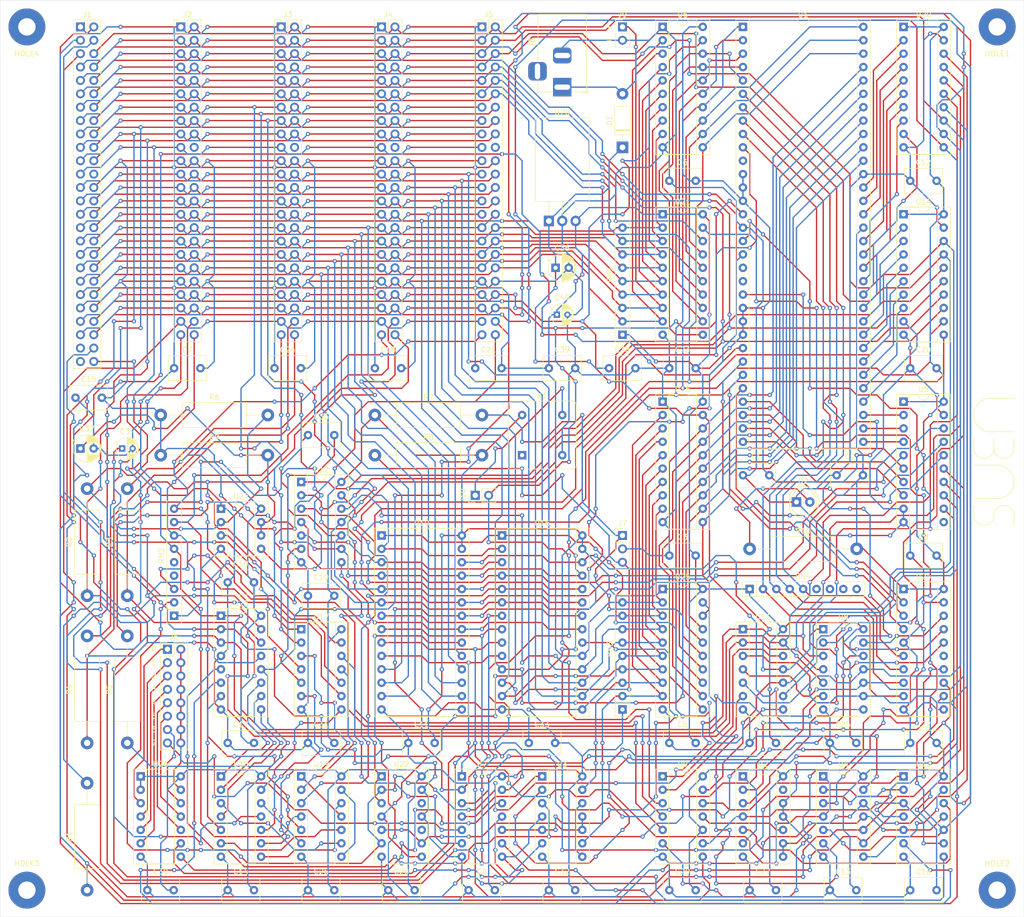
<source format=kicad_pcb>
(kicad_pcb (version 20171130) (host pcbnew 5.1.8)
  (layers (0 F.Cu jumper) (31 B.Cu power) (34 B.Paste user) (35 F.Paste user) (36 B.SilkS user) (37 F.SilkS user) (38 B.Mask user) (39 F.Mask user) (44 Edge.Cuts user))
  (net 0 "")
  (net 1 VCC)
  (net 2 GND)
  (net 3 "Net-(C34-Pad1)")
  (net 4 "Net-(C35-Pad1)")
  (net 5 "Net-(C36-Pad1)")
  (net 6 "Net-(C37-Pad1)")
  (net 7 "Net-(D1-Pad2)")
  (net 8 "Net-(D2-Pad2)")
  (net 9 ~RAM_DTACK)
  (net 10 CLK)
  (net 11 R\~W)
  (net 12 ~LDS)
  (net 13 ~UDS)
  (net 14 ~RAM_SEL)
  (net 15 D0)
  (net 16 D1)
  (net 17 D2)
  (net 18 D3)
  (net 19 D4)
  (net 20 D5)
  (net 21 D6)
  (net 22 D7)
  (net 23 D8)
  (net 24 D9)
  (net 25 D10)
  (net 26 D11)
  (net 27 D12)
  (net 28 D13)
  (net 29 D14)
  (net 30 D15)
  (net 31 A1)
  (net 32 A2)
  (net 33 A3)
  (net 34 A4)
  (net 35 A5)
  (net 36 A6)
  (net 37 A7)
  (net 38 A8)
  (net 39 A9)
  (net 40 A10)
  (net 41 A11)
  (net 42 A12)
  (net 43 A13)
  (net 44 A14)
  (net 45 A15)
  (net 46 A16)
  (net 47 A17)
  (net 48 A18)
  (net 49 A19)
  (net 50 A20)
  (net 51 A21)
  (net 52 A22)
  (net 53 ~DEV0_IRQ)
  (net 54 ~DEV0_DTACK)
  (net 55 ~DEV0_SEL)
  (net 56 ~DEV1_IRQ)
  (net 57 ~DEV1_DTACK)
  (net 58 ~DEV1_SEL)
  (net 59 ~DEV2_IRQ)
  (net 60 ~DEV2_DTACK)
  (net 61 ~DEV2_SEL)
  (net 62 ROM_DTACK)
  (net 63 ~DEV3_IRQ)
  (net 64 ~DEV3_DTACK)
  (net 65 ~DEV3_SEL)
  (net 66 "Net-(J7-Pad3)")
  (net 67 "Net-(J7-Pad1)")
  (net 68 "Net-(J10-Pad1)")
  (net 69 ~RESET)
  (net 70 ~HALT)
  (net 71 R\~W~_68)
  (net 72 ~LDS_68)
  (net 73 ~UDS_68)
  (net 74 ~AS_68)
  (net 75 D5_68)
  (net 76 A4_68)
  (net 77 D6_68)
  (net 78 A3_68)
  (net 79 D7_68)
  (net 80 A2_68)
  (net 81 D8_68)
  (net 82 A1_68)
  (net 83 D9_68)
  (net 84 FC0_68)
  (net 85 D10_68)
  (net 86 FC1_68)
  (net 87 D11_68)
  (net 88 FC2_68)
  (net 89 D12_68)
  (net 90 ~IPL0)
  (net 91 D13_68)
  (net 92 D14_68)
  (net 93 D15_68)
  (net 94 ~VPA)
  (net 95 A23_68)
  (net 96 A22_68)
  (net 97 A21_68)
  (net 98 A20_68)
  (net 99 A19_68)
  (net 100 A18_68)
  (net 101 A17_68)
  (net 102 A16_68)
  (net 103 A15_68)
  (net 104 A14_68)
  (net 105 ~DTACK)
  (net 106 A13_68)
  (net 107 A12_68)
  (net 108 A11_68)
  (net 109 A10_68)
  (net 110 A9_68)
  (net 111 D0_68)
  (net 112 A8_68)
  (net 113 D1_68)
  (net 114 A7_68)
  (net 115 D2_68)
  (net 116 A6_68)
  (net 117 D3_68)
  (net 118 A5_68)
  (net 119 D4_68)
  (net 120 HROM_ADDR)
  (net 121 RESV_ADDR)
  (net 122 ~ROM_ADDR)
  (net 123 MEM_SEL)
  (net 124 "Net-(U2-Pad3)")
  (net 125 ~MEM_SEL)
  (net 126 "Net-(U2-Pad2)")
  (net 127 ROM_RQ)
  (net 128 "Net-(U3-Pad12)")
  (net 129 ~ROM_SEL_U)
  (net 130 "Net-(U22-Pad5)")
  (net 131 ~ROM_SEL_L)
  (net 132 ~VADDR)
  (net 133 "Net-(U3-Pad1)")
  (net 134 ~RD_BYTE_U)
  (net 135 A23)
  (net 136 ~R~\W)
  (net 137 ~RD_BYTE_L)
  (net 138 ~ROM_DTACK)
  (net 139 ~CLK)
  (net 140 "Net-(U13-Pad8)")
  (net 141 ~AS)
  (net 142 "Net-(U13-Pad6)")
  (net 143 FC2)
  (net 144 FC1)
  (net 145 FC0)
  (net 146 "Net-(U17-Pad6)")
  (net 147 ~DEV7_SEL)
  (net 148 ~DEV6_SEL)
  (net 149 "Net-(U17-Pad3)")
  (net 150 ~DEV5_SEL)
  (net 151 "Net-(U17-Pad8)")
  (net 152 ~DEV4_SEL)
  (net 153 "Net-(U22-Pad1)")
  (net 154 "Net-(J6-Pad15)")
  (net 155 "Net-(J6-Pad13)")
  (net 156 "Net-(J6-Pad11)")
  (net 157 "Net-(J6-Pad9)")
  (net 158 "Net-(J6-Pad7)")
  (net 159 "Net-(J6-Pad5)")
  (net 160 "Net-(J6-Pad3)")
  (net 161 "Net-(J6-Pad1)")
  (net 162 "Net-(U13-Pad13)")
  (net 163 "Net-(U11-Pad12)")
  (net 164 "Net-(U11-Pad6)")
  (net 165 "Net-(U12-Pad12)")
  (net 166 "Net-(U12-Pad6)")
  (net 167 "Net-(U12-Pad8)")
  (net 168 "Net-(U13-Pad1)")
  (net 169 "Net-(U13-Pad2)")
  (net 170 "Net-(U11-Pad8)")
  (net 171 "Net-(U17-Pad11)")
  (net 172 "Net-(U18-Pad6)")
  (net 173 "Net-(U18-Pad12)")
  (net 174 "Net-(U18-Pad3)")
  (net 175 "Net-(U18-Pad8)")
  (net 176 "Net-(U19-Pad13)")
  (net 177 "Net-(U19-Pad1)")
  (module plugins:HOLE_SUEN (layer F.Cu) (at 21.59 21.59)
    (fp_text reference HOLE4 (at 0 5.08) (layer F.SilkS))
    (fp_text value Conn_01x01)
    (pad 1 thru_hole circle (at 0 0) (size 7 7) (drill 3.3) (layers *.Cu *.Mask))
  )
  (module plugins:HOLE_SUEN (layer F.Cu) (at 21.59 185.42)
    (fp_text reference HOLE3 (at 0 -5.08) (layer F.SilkS))
    (fp_text value Conn_01x01)
    (pad 1 thru_hole circle (at 0 0) (size 7 7) (drill 3.3) (layers *.Cu *.Mask))
  )
  (module plugins:HOLE_SUEN (layer F.Cu) (at 205.74 185.42)
    (fp_text reference HOLE2 (at 0 -5.08) (layer F.SilkS))
    (fp_text value Conn_01x01)
    (pad 1 thru_hole circle (at 0 0) (size 7 7) (drill 3.3) (layers *.Cu *.Mask))
  )
  (module plugins:HOLE_SUEN (layer F.Cu) (at 205.74 21.59)
    (fp_text reference HOLE1 (at 0 5.08) (layer F.SilkS))
    (fp_text value Conn_01x01)
    (pad 1 thru_hole circle (at 0 0) (size 7 7) (drill 3.3) (layers *.Cu *.Mask))
  )
  (module Package_DIP:DIP-14_W7.62mm_Socket (layer F.Cu) (at 172.72 135.89)
    (fp_text reference U8 (at 3.81 -2.33) (layer F.SilkS))
    (fp_text value 74HC10)
    (pad 1 thru_hole rect (at 0 0) (size 1.6 1.6) (drill 0.8) (layers *.Cu *.Mask) (net 145 FC0))
    (pad 8 thru_hole oval (at 7.62 15.24) (size 1.6 1.6) (drill 0.8) (layers *.Cu *.Mask) (net 124 "Net-(U2-Pad3)"))
    (pad 2 thru_hole oval (at 0 2.54) (size 1.6 1.6) (drill 0.8) (layers *.Cu *.Mask) (net 144 FC1))
    (pad 9 thru_hole oval (at 7.62 12.7) (size 1.6 1.6) (drill 0.8) (layers *.Cu *.Mask) (net 49 A19))
    (pad 3 thru_hole oval (at 0 5.08) (size 1.6 1.6) (drill 0.8) (layers *.Cu *.Mask) (net 52 A22))
    (pad 10 thru_hole oval (at 7.62 10.16) (size 1.6 1.6) (drill 0.8) (layers *.Cu *.Mask) (net 48 A18))
    (pad 4 thru_hole oval (at 0 7.62) (size 1.6 1.6) (drill 0.8) (layers *.Cu *.Mask) (net 51 A21))
    (pad 11 thru_hole oval (at 7.62 7.62) (size 1.6 1.6) (drill 0.8) (layers *.Cu *.Mask) (net 47 A17))
    (pad 5 thru_hole oval (at 0 10.16) (size 1.6 1.6) (drill 0.8) (layers *.Cu *.Mask) (net 50 A20))
    (pad 12 thru_hole oval (at 7.62 5.08) (size 1.6 1.6) (drill 0.8) (layers *.Cu *.Mask) (net 94 ~VPA))
    (pad 6 thru_hole oval (at 0 12.7) (size 1.6 1.6) (drill 0.8) (layers *.Cu *.Mask) (net 126 "Net-(U2-Pad2)"))
    (pad 13 thru_hole oval (at 7.62 2.54) (size 1.6 1.6) (drill 0.8) (layers *.Cu *.Mask) (net 143 FC2))
    (pad 7 thru_hole oval (at 0 15.24) (size 1.6 1.6) (drill 0.8) (layers *.Cu *.Mask) (net 2 GND))
    (pad 14 thru_hole oval (at 7.62 0) (size 1.6 1.6) (drill 0.8) (layers *.Cu *.Mask) (net 1 VCC))
  )
  (module Package_DIP:DIP-14_W7.62mm_Socket (layer F.Cu) (at 88.9 163.83)
    (fp_text reference U22 (at 3.81 -2.33) (layer F.SilkS))
    (fp_text value 74HC05)
    (pad 1 thru_hole rect (at 0 0) (size 1.6 1.6) (drill 0.8) (layers *.Cu *.Mask) (net 153 "Net-(U22-Pad1)"))
    (pad 8 thru_hole oval (at 7.62 15.24) (size 1.6 1.6) (drill 0.8) (layers *.Cu *.Mask) (net 69 ~RESET))
    (pad 2 thru_hole oval (at 0 2.54) (size 1.6 1.6) (drill 0.8) (layers *.Cu *.Mask) (net 70 ~HALT))
    (pad 9 thru_hole oval (at 7.62 12.7) (size 1.6 1.6) (drill 0.8) (layers *.Cu *.Mask) (net 130 "Net-(U22-Pad5)"))
    (pad 3 thru_hole oval (at 0 5.08) (size 1.6 1.6) (drill 0.8) (layers *.Cu *.Mask) (net 153 "Net-(U22-Pad1)"))
    (pad 10 thru_hole oval (at 7.62 10.16) (size 1.6 1.6) (drill 0.8) (layers *.Cu *.Mask))
    (pad 4 thru_hole oval (at 0 7.62) (size 1.6 1.6) (drill 0.8) (layers *.Cu *.Mask) (net 69 ~RESET))
    (pad 11 thru_hole oval (at 7.62 7.62) (size 1.6 1.6) (drill 0.8) (layers *.Cu *.Mask) (net 2 GND))
    (pad 5 thru_hole oval (at 0 10.16) (size 1.6 1.6) (drill 0.8) (layers *.Cu *.Mask) (net 130 "Net-(U22-Pad5)"))
    (pad 12 thru_hole oval (at 7.62 5.08) (size 1.6 1.6) (drill 0.8) (layers *.Cu *.Mask))
    (pad 6 thru_hole oval (at 0 12.7) (size 1.6 1.6) (drill 0.8) (layers *.Cu *.Mask) (net 70 ~HALT))
    (pad 13 thru_hole oval (at 7.62 2.54) (size 1.6 1.6) (drill 0.8) (layers *.Cu *.Mask) (net 2 GND))
    (pad 7 thru_hole oval (at 0 15.24) (size 1.6 1.6) (drill 0.8) (layers *.Cu *.Mask) (net 2 GND))
    (pad 14 thru_hole oval (at 7.62 0) (size 1.6 1.6) (drill 0.8) (layers *.Cu *.Mask) (net 1 VCC))
  )
  (module Package_DIP:DIP-14_W7.62mm_Socket (layer F.Cu) (at 104.14 163.83)
    (fp_text reference U7 (at 3.81 -2.33) (layer F.SilkS))
    (fp_text value 74HC04)
    (pad 1 thru_hole rect (at 0 0) (size 1.6 1.6) (drill 0.8) (layers *.Cu *.Mask) (net 11 R\~W))
    (pad 8 thru_hole oval (at 7.62 15.24) (size 1.6 1.6) (drill 0.8) (layers *.Cu *.Mask) (net 131 ~ROM_SEL_L))
    (pad 2 thru_hole oval (at 0 2.54) (size 1.6 1.6) (drill 0.8) (layers *.Cu *.Mask) (net 136 ~R~\W))
    (pad 9 thru_hole oval (at 7.62 12.7) (size 1.6 1.6) (drill 0.8) (layers *.Cu *.Mask) (net 142 "Net-(U13-Pad6)"))
    (pad 3 thru_hole oval (at 0 5.08) (size 1.6 1.6) (drill 0.8) (layers *.Cu *.Mask) (net 141 ~AS))
    (pad 10 thru_hole oval (at 7.62 10.16) (size 1.6 1.6) (drill 0.8) (layers *.Cu *.Mask) (net 129 ~ROM_SEL_U))
    (pad 4 thru_hole oval (at 0 7.62) (size 1.6 1.6) (drill 0.8) (layers *.Cu *.Mask) (net 133 "Net-(U3-Pad1)"))
    (pad 11 thru_hole oval (at 7.62 7.62) (size 1.6 1.6) (drill 0.8) (layers *.Cu *.Mask) (net 140 "Net-(U13-Pad8)"))
    (pad 5 thru_hole oval (at 0 10.16) (size 1.6 1.6) (drill 0.8) (layers *.Cu *.Mask) (net 62 ROM_DTACK))
    (pad 12 thru_hole oval (at 7.62 5.08) (size 1.6 1.6) (drill 0.8) (layers *.Cu *.Mask) (net 139 ~CLK))
    (pad 6 thru_hole oval (at 0 12.7) (size 1.6 1.6) (drill 0.8) (layers *.Cu *.Mask) (net 138 ~ROM_DTACK))
    (pad 13 thru_hole oval (at 7.62 2.54) (size 1.6 1.6) (drill 0.8) (layers *.Cu *.Mask) (net 10 CLK))
    (pad 7 thru_hole oval (at 0 15.24) (size 1.6 1.6) (drill 0.8) (layers *.Cu *.Mask) (net 2 GND))
    (pad 14 thru_hole oval (at 7.62 0) (size 1.6 1.6) (drill 0.8) (layers *.Cu *.Mask) (net 1 VCC))
  )
  (module Package_DIP:DIP-16_W7.62mm_Socket (layer F.Cu) (at 58.42 133.35)
    (fp_text reference U23 (at 3.81 -2.33) (layer F.SilkS))
    (fp_text value 74HC138)
    (pad 1 thru_hole rect (at 0 0) (size 1.6 1.6) (drill 0.8) (layers *.Cu *.Mask) (net 50 A20))
    (pad 9 thru_hole oval (at 7.62 17.78) (size 1.6 1.6) (drill 0.8) (layers *.Cu *.Mask) (net 148 ~DEV6_SEL))
    (pad 2 thru_hole oval (at 0 2.54) (size 1.6 1.6) (drill 0.8) (layers *.Cu *.Mask) (net 51 A21))
    (pad 10 thru_hole oval (at 7.62 15.24) (size 1.6 1.6) (drill 0.8) (layers *.Cu *.Mask) (net 150 ~DEV5_SEL))
    (pad 3 thru_hole oval (at 0 5.08) (size 1.6 1.6) (drill 0.8) (layers *.Cu *.Mask) (net 52 A22))
    (pad 11 thru_hole oval (at 7.62 12.7) (size 1.6 1.6) (drill 0.8) (layers *.Cu *.Mask) (net 152 ~DEV4_SEL))
    (pad 4 thru_hole oval (at 0 7.62) (size 1.6 1.6) (drill 0.8) (layers *.Cu *.Mask) (net 2 GND))
    (pad 12 thru_hole oval (at 7.62 10.16) (size 1.6 1.6) (drill 0.8) (layers *.Cu *.Mask) (net 65 ~DEV3_SEL))
    (pad 5 thru_hole oval (at 0 10.16) (size 1.6 1.6) (drill 0.8) (layers *.Cu *.Mask) (net 132 ~VADDR))
    (pad 13 thru_hole oval (at 7.62 7.62) (size 1.6 1.6) (drill 0.8) (layers *.Cu *.Mask) (net 61 ~DEV2_SEL))
    (pad 6 thru_hole oval (at 0 12.7) (size 1.6 1.6) (drill 0.8) (layers *.Cu *.Mask) (net 135 A23))
    (pad 14 thru_hole oval (at 7.62 5.08) (size 1.6 1.6) (drill 0.8) (layers *.Cu *.Mask) (net 58 ~DEV1_SEL))
    (pad 7 thru_hole oval (at 0 15.24) (size 1.6 1.6) (drill 0.8) (layers *.Cu *.Mask) (net 147 ~DEV7_SEL))
    (pad 15 thru_hole oval (at 7.62 2.54) (size 1.6 1.6) (drill 0.8) (layers *.Cu *.Mask) (net 55 ~DEV0_SEL))
    (pad 8 thru_hole oval (at 0 17.78) (size 1.6 1.6) (drill 0.8) (layers *.Cu *.Mask) (net 2 GND))
    (pad 16 thru_hole oval (at 7.62 0) (size 1.6 1.6) (drill 0.8) (layers *.Cu *.Mask) (net 1 VCC))
  )
  (module Package_DIP:DIP-64_W22.86mm_Socket (layer F.Cu) (at 157.48 21.59)
    (fp_text reference U1 (at 11.43 -2.33) (layer F.SilkS))
    (fp_text value 68000D)
    (pad 1 thru_hole rect (at 0 0) (size 1.6 1.6) (drill 0.8) (layers *.Cu *.Mask) (net 119 D4_68))
    (pad 33 thru_hole oval (at 22.86 78.74) (size 1.6 1.6) (drill 0.8) (layers *.Cu *.Mask) (net 118 A5_68))
    (pad 2 thru_hole oval (at 0 2.54) (size 1.6 1.6) (drill 0.8) (layers *.Cu *.Mask) (net 117 D3_68))
    (pad 34 thru_hole oval (at 22.86 76.2) (size 1.6 1.6) (drill 0.8) (layers *.Cu *.Mask) (net 116 A6_68))
    (pad 3 thru_hole oval (at 0 5.08) (size 1.6 1.6) (drill 0.8) (layers *.Cu *.Mask) (net 115 D2_68))
    (pad 35 thru_hole oval (at 22.86 73.66) (size 1.6 1.6) (drill 0.8) (layers *.Cu *.Mask) (net 114 A7_68))
    (pad 4 thru_hole oval (at 0 7.62) (size 1.6 1.6) (drill 0.8) (layers *.Cu *.Mask) (net 113 D1_68))
    (pad 36 thru_hole oval (at 22.86 71.12) (size 1.6 1.6) (drill 0.8) (layers *.Cu *.Mask) (net 112 A8_68))
    (pad 5 thru_hole oval (at 0 10.16) (size 1.6 1.6) (drill 0.8) (layers *.Cu *.Mask) (net 111 D0_68))
    (pad 37 thru_hole oval (at 22.86 68.58) (size 1.6 1.6) (drill 0.8) (layers *.Cu *.Mask) (net 110 A9_68))
    (pad 6 thru_hole oval (at 0 12.7) (size 1.6 1.6) (drill 0.8) (layers *.Cu *.Mask) (net 74 ~AS_68))
    (pad 38 thru_hole oval (at 22.86 66.04) (size 1.6 1.6) (drill 0.8) (layers *.Cu *.Mask) (net 109 A10_68))
    (pad 7 thru_hole oval (at 0 15.24) (size 1.6 1.6) (drill 0.8) (layers *.Cu *.Mask) (net 73 ~UDS_68))
    (pad 39 thru_hole oval (at 22.86 63.5) (size 1.6 1.6) (drill 0.8) (layers *.Cu *.Mask) (net 108 A11_68))
    (pad 8 thru_hole oval (at 0 17.78) (size 1.6 1.6) (drill 0.8) (layers *.Cu *.Mask) (net 72 ~LDS_68))
    (pad 40 thru_hole oval (at 22.86 60.96) (size 1.6 1.6) (drill 0.8) (layers *.Cu *.Mask) (net 107 A12_68))
    (pad 9 thru_hole oval (at 0 20.32) (size 1.6 1.6) (drill 0.8) (layers *.Cu *.Mask) (net 71 R\~W~_68))
    (pad 41 thru_hole oval (at 22.86 58.42) (size 1.6 1.6) (drill 0.8) (layers *.Cu *.Mask) (net 106 A13_68))
    (pad 10 thru_hole oval (at 0 22.86) (size 1.6 1.6) (drill 0.8) (layers *.Cu *.Mask) (net 105 ~DTACK))
    (pad 42 thru_hole oval (at 22.86 55.88) (size 1.6 1.6) (drill 0.8) (layers *.Cu *.Mask) (net 104 A14_68))
    (pad 11 thru_hole oval (at 0 25.4) (size 1.6 1.6) (drill 0.8) (layers *.Cu *.Mask))
    (pad 43 thru_hole oval (at 22.86 53.34) (size 1.6 1.6) (drill 0.8) (layers *.Cu *.Mask) (net 103 A15_68))
    (pad 12 thru_hole oval (at 0 27.94) (size 1.6 1.6) (drill 0.8) (layers *.Cu *.Mask) (net 1 VCC))
    (pad 44 thru_hole oval (at 22.86 50.8) (size 1.6 1.6) (drill 0.8) (layers *.Cu *.Mask) (net 102 A16_68))
    (pad 13 thru_hole oval (at 0 30.48) (size 1.6 1.6) (drill 0.8) (layers *.Cu *.Mask) (net 1 VCC))
    (pad 45 thru_hole oval (at 22.86 48.26) (size 1.6 1.6) (drill 0.8) (layers *.Cu *.Mask) (net 101 A17_68))
    (pad 14 thru_hole oval (at 0 33.02) (size 1.6 1.6) (drill 0.8) (layers *.Cu *.Mask) (net 1 VCC))
    (pad 46 thru_hole oval (at 22.86 45.72) (size 1.6 1.6) (drill 0.8) (layers *.Cu *.Mask) (net 100 A18_68))
    (pad 15 thru_hole oval (at 0 35.56) (size 1.6 1.6) (drill 0.8) (layers *.Cu *.Mask) (net 10 CLK))
    (pad 47 thru_hole oval (at 22.86 43.18) (size 1.6 1.6) (drill 0.8) (layers *.Cu *.Mask) (net 99 A19_68))
    (pad 16 thru_hole oval (at 0 38.1) (size 1.6 1.6) (drill 0.8) (layers *.Cu *.Mask) (net 2 GND))
    (pad 48 thru_hole oval (at 22.86 40.64) (size 1.6 1.6) (drill 0.8) (layers *.Cu *.Mask) (net 98 A20_68))
    (pad 17 thru_hole oval (at 0 40.64) (size 1.6 1.6) (drill 0.8) (layers *.Cu *.Mask) (net 70 ~HALT))
    (pad 49 thru_hole oval (at 22.86 38.1) (size 1.6 1.6) (drill 0.8) (layers *.Cu *.Mask) (net 1 VCC))
    (pad 18 thru_hole oval (at 0 43.18) (size 1.6 1.6) (drill 0.8) (layers *.Cu *.Mask) (net 69 ~RESET))
    (pad 50 thru_hole oval (at 22.86 35.56) (size 1.6 1.6) (drill 0.8) (layers *.Cu *.Mask) (net 97 A21_68))
    (pad 19 thru_hole oval (at 0 45.72) (size 1.6 1.6) (drill 0.8) (layers *.Cu *.Mask))
    (pad 51 thru_hole oval (at 22.86 33.02) (size 1.6 1.6) (drill 0.8) (layers *.Cu *.Mask) (net 96 A22_68))
    (pad 20 thru_hole oval (at 0 48.26) (size 1.6 1.6) (drill 0.8) (layers *.Cu *.Mask))
    (pad 52 thru_hole oval (at 22.86 30.48) (size 1.6 1.6) (drill 0.8) (layers *.Cu *.Mask) (net 95 A23_68))
    (pad 21 thru_hole oval (at 0 50.8) (size 1.6 1.6) (drill 0.8) (layers *.Cu *.Mask) (net 94 ~VPA))
    (pad 53 thru_hole oval (at 22.86 27.94) (size 1.6 1.6) (drill 0.8) (layers *.Cu *.Mask) (net 2 GND))
    (pad 22 thru_hole oval (at 0 53.34) (size 1.6 1.6) (drill 0.8) (layers *.Cu *.Mask) (net 1 VCC))
    (pad 54 thru_hole oval (at 22.86 25.4) (size 1.6 1.6) (drill 0.8) (layers *.Cu *.Mask) (net 93 D15_68))
    (pad 23 thru_hole oval (at 0 55.88) (size 1.6 1.6) (drill 0.8) (layers *.Cu *.Mask) (net 1 VCC))
    (pad 55 thru_hole oval (at 22.86 22.86) (size 1.6 1.6) (drill 0.8) (layers *.Cu *.Mask) (net 92 D14_68))
    (pad 24 thru_hole oval (at 0 58.42) (size 1.6 1.6) (drill 0.8) (layers *.Cu *.Mask) (net 1 VCC))
    (pad 56 thru_hole oval (at 22.86 20.32) (size 1.6 1.6) (drill 0.8) (layers *.Cu *.Mask) (net 91 D13_68))
    (pad 25 thru_hole oval (at 0 60.96) (size 1.6 1.6) (drill 0.8) (layers *.Cu *.Mask) (net 90 ~IPL0))
    (pad 57 thru_hole oval (at 22.86 17.78) (size 1.6 1.6) (drill 0.8) (layers *.Cu *.Mask) (net 89 D12_68))
    (pad 26 thru_hole oval (at 0 63.5) (size 1.6 1.6) (drill 0.8) (layers *.Cu *.Mask) (net 88 FC2_68))
    (pad 58 thru_hole oval (at 22.86 15.24) (size 1.6 1.6) (drill 0.8) (layers *.Cu *.Mask) (net 87 D11_68))
    (pad 27 thru_hole oval (at 0 66.04) (size 1.6 1.6) (drill 0.8) (layers *.Cu *.Mask) (net 86 FC1_68))
    (pad 59 thru_hole oval (at 22.86 12.7) (size 1.6 1.6) (drill 0.8) (layers *.Cu *.Mask) (net 85 D10_68))
    (pad 28 thru_hole oval (at 0 68.58) (size 1.6 1.6) (drill 0.8) (layers *.Cu *.Mask) (net 84 FC0_68))
    (pad 60 thru_hole oval (at 22.86 10.16) (size 1.6 1.6) (drill 0.8) (layers *.Cu *.Mask) (net 83 D9_68))
    (pad 29 thru_hole oval (at 0 71.12) (size 1.6 1.6) (drill 0.8) (layers *.Cu *.Mask) (net 82 A1_68))
    (pad 61 thru_hole oval (at 22.86 7.62) (size 1.6 1.6) (drill 0.8) (layers *.Cu *.Mask) (net 81 D8_68))
    (pad 30 thru_hole oval (at 0 73.66) (size 1.6 1.6) (drill 0.8) (layers *.Cu *.Mask) (net 80 A2_68))
    (pad 62 thru_hole oval (at 22.86 5.08) (size 1.6 1.6) (drill 0.8) (layers *.Cu *.Mask) (net 79 D7_68))
    (pad 31 thru_hole oval (at 0 76.2) (size 1.6 1.6) (drill 0.8) (layers *.Cu *.Mask) (net 78 A3_68))
    (pad 63 thru_hole oval (at 22.86 2.54) (size 1.6 1.6) (drill 0.8) (layers *.Cu *.Mask) (net 77 D6_68))
    (pad 32 thru_hole oval (at 0 78.74) (size 1.6 1.6) (drill 0.8) (layers *.Cu *.Mask) (net 76 A4_68))
    (pad 64 thru_hole oval (at 22.86 0) (size 1.6 1.6) (drill 0.8) (layers *.Cu *.Mask) (net 75 D5_68))
  )
  (module Package_DIP:DIP-28_W15.24mm_Socket (layer F.Cu) (at 111.76 118.11)
    (fp_text reference U16 (at 7.62 -2.33) (layer F.SilkS))
    (fp_text value 28C256)
    (pad 28 thru_hole oval (at 15.24 0) (size 1.6 1.6) (drill 0.8) (layers *.Cu *.Mask) (net 1 VCC))
    (pad 14 thru_hole oval (at 0 33.02) (size 1.6 1.6) (drill 0.8) (layers *.Cu *.Mask) (net 2 GND))
    (pad 27 thru_hole oval (at 15.24 2.54) (size 1.6 1.6) (drill 0.8) (layers *.Cu *.Mask) (net 1 VCC))
    (pad 13 thru_hole oval (at 0 30.48) (size 1.6 1.6) (drill 0.8) (layers *.Cu *.Mask) (net 25 D10))
    (pad 26 thru_hole oval (at 15.24 5.08) (size 1.6 1.6) (drill 0.8) (layers *.Cu *.Mask) (net 44 A14))
    (pad 12 thru_hole oval (at 0 27.94) (size 1.6 1.6) (drill 0.8) (layers *.Cu *.Mask) (net 24 D9))
    (pad 25 thru_hole oval (at 15.24 7.62) (size 1.6 1.6) (drill 0.8) (layers *.Cu *.Mask) (net 39 A9))
    (pad 11 thru_hole oval (at 0 25.4) (size 1.6 1.6) (drill 0.8) (layers *.Cu *.Mask) (net 23 D8))
    (pad 24 thru_hole oval (at 15.24 10.16) (size 1.6 1.6) (drill 0.8) (layers *.Cu *.Mask) (net 40 A10))
    (pad 10 thru_hole oval (at 0 22.86) (size 1.6 1.6) (drill 0.8) (layers *.Cu *.Mask) (net 31 A1))
    (pad 23 thru_hole oval (at 15.24 12.7) (size 1.6 1.6) (drill 0.8) (layers *.Cu *.Mask) (net 42 A12))
    (pad 9 thru_hole oval (at 0 20.32) (size 1.6 1.6) (drill 0.8) (layers *.Cu *.Mask) (net 32 A2))
    (pad 22 thru_hole oval (at 15.24 15.24) (size 1.6 1.6) (drill 0.8) (layers *.Cu *.Mask) (net 136 ~R~\W))
    (pad 8 thru_hole oval (at 0 17.78) (size 1.6 1.6) (drill 0.8) (layers *.Cu *.Mask) (net 33 A3))
    (pad 21 thru_hole oval (at 15.24 17.78) (size 1.6 1.6) (drill 0.8) (layers *.Cu *.Mask) (net 41 A11))
    (pad 7 thru_hole oval (at 0 15.24) (size 1.6 1.6) (drill 0.8) (layers *.Cu *.Mask) (net 34 A4))
    (pad 20 thru_hole oval (at 15.24 20.32) (size 1.6 1.6) (drill 0.8) (layers *.Cu *.Mask) (net 129 ~ROM_SEL_U))
    (pad 6 thru_hole oval (at 0 12.7) (size 1.6 1.6) (drill 0.8) (layers *.Cu *.Mask) (net 35 A5))
    (pad 19 thru_hole oval (at 15.24 22.86) (size 1.6 1.6) (drill 0.8) (layers *.Cu *.Mask) (net 30 D15))
    (pad 5 thru_hole oval (at 0 10.16) (size 1.6 1.6) (drill 0.8) (layers *.Cu *.Mask) (net 36 A6))
    (pad 18 thru_hole oval (at 15.24 25.4) (size 1.6 1.6) (drill 0.8) (layers *.Cu *.Mask) (net 29 D14))
    (pad 4 thru_hole oval (at 0 7.62) (size 1.6 1.6) (drill 0.8) (layers *.Cu *.Mask) (net 37 A7))
    (pad 17 thru_hole oval (at 15.24 27.94) (size 1.6 1.6) (drill 0.8) (layers *.Cu *.Mask) (net 28 D13))
    (pad 3 thru_hole oval (at 0 5.08) (size 1.6 1.6) (drill 0.8) (layers *.Cu *.Mask) (net 38 A8))
    (pad 16 thru_hole oval (at 15.24 30.48) (size 1.6 1.6) (drill 0.8) (layers *.Cu *.Mask) (net 27 D12))
    (pad 2 thru_hole oval (at 0 2.54) (size 1.6 1.6) (drill 0.8) (layers *.Cu *.Mask) (net 43 A13))
    (pad 15 thru_hole oval (at 15.24 33.02) (size 1.6 1.6) (drill 0.8) (layers *.Cu *.Mask) (net 26 D11))
    (pad 1 thru_hole rect (at 0 0) (size 1.6 1.6) (drill 0.8) (layers *.Cu *.Mask) (net 45 A15))
  )
  (module Package_DIP:DIP-14_W7.62mm_Socket (layer F.Cu) (at 73.66 135.89)
    (fp_text reference U17 (at 3.81 -2.33) (layer F.SilkS))
    (fp_text value 74HC08)
    (pad 1 thru_hole rect (at 0 0) (size 1.6 1.6) (drill 0.8) (layers *.Cu *.Mask) (net 54 ~DEV0_DTACK))
    (pad 8 thru_hole oval (at 7.62 15.24) (size 1.6 1.6) (drill 0.8) (layers *.Cu *.Mask) (net 151 "Net-(U17-Pad8)"))
    (pad 2 thru_hole oval (at 0 2.54) (size 1.6 1.6) (drill 0.8) (layers *.Cu *.Mask) (net 57 ~DEV1_DTACK))
    (pad 9 thru_hole oval (at 7.62 12.7) (size 1.6 1.6) (drill 0.8) (layers *.Cu *.Mask) (net 59 ~DEV2_IRQ))
    (pad 3 thru_hole oval (at 0 5.08) (size 1.6 1.6) (drill 0.8) (layers *.Cu *.Mask) (net 149 "Net-(U17-Pad3)"))
    (pad 10 thru_hole oval (at 7.62 10.16) (size 1.6 1.6) (drill 0.8) (layers *.Cu *.Mask) (net 63 ~DEV3_IRQ))
    (pad 4 thru_hole oval (at 0 7.62) (size 1.6 1.6) (drill 0.8) (layers *.Cu *.Mask) (net 60 ~DEV2_DTACK))
    (pad 11 thru_hole oval (at 7.62 7.62) (size 1.6 1.6) (drill 0.8) (layers *.Cu *.Mask) (net 171 "Net-(U17-Pad11)"))
    (pad 5 thru_hole oval (at 0 10.16) (size 1.6 1.6) (drill 0.8) (layers *.Cu *.Mask) (net 64 ~DEV3_DTACK))
    (pad 12 thru_hole oval (at 7.62 5.08) (size 1.6 1.6) (drill 0.8) (layers *.Cu *.Mask) (net 138 ~ROM_DTACK))
    (pad 6 thru_hole oval (at 0 12.7) (size 1.6 1.6) (drill 0.8) (layers *.Cu *.Mask) (net 146 "Net-(U17-Pad6)"))
    (pad 13 thru_hole oval (at 7.62 2.54) (size 1.6 1.6) (drill 0.8) (layers *.Cu *.Mask) (net 9 ~RAM_DTACK))
    (pad 7 thru_hole oval (at 0 15.24) (size 1.6 1.6) (drill 0.8) (layers *.Cu *.Mask) (net 2 GND))
    (pad 14 thru_hole oval (at 7.62 0) (size 1.6 1.6) (drill 0.8) (layers *.Cu *.Mask) (net 1 VCC))
  )
  (module Package_DIP:DIP-20_W7.62mm_Socket (layer F.Cu) (at 142.24 92.71)
    (fp_text reference U15 (at 3.81 -2.33) (layer F.SilkS))
    (fp_text value 74HC245)
    (pad 1 thru_hole rect (at 0 0) (size 1.6 1.6) (drill 0.8) (layers *.Cu *.Mask) (net 2 GND))
    (pad 11 thru_hole oval (at 7.62 22.86) (size 1.6 1.6) (drill 0.8) (layers *.Cu *.Mask) (net 93 D15_68))
    (pad 2 thru_hole oval (at 0 2.54) (size 1.6 1.6) (drill 0.8) (layers *.Cu *.Mask) (net 23 D8))
    (pad 12 thru_hole oval (at 7.62 20.32) (size 1.6 1.6) (drill 0.8) (layers *.Cu *.Mask) (net 92 D14_68))
    (pad 3 thru_hole oval (at 0 5.08) (size 1.6 1.6) (drill 0.8) (layers *.Cu *.Mask) (net 24 D9))
    (pad 13 thru_hole oval (at 7.62 17.78) (size 1.6 1.6) (drill 0.8) (layers *.Cu *.Mask) (net 91 D13_68))
    (pad 4 thru_hole oval (at 0 7.62) (size 1.6 1.6) (drill 0.8) (layers *.Cu *.Mask) (net 25 D10))
    (pad 14 thru_hole oval (at 7.62 15.24) (size 1.6 1.6) (drill 0.8) (layers *.Cu *.Mask) (net 89 D12_68))
    (pad 5 thru_hole oval (at 0 10.16) (size 1.6 1.6) (drill 0.8) (layers *.Cu *.Mask) (net 26 D11))
    (pad 15 thru_hole oval (at 7.62 12.7) (size 1.6 1.6) (drill 0.8) (layers *.Cu *.Mask) (net 87 D11_68))
    (pad 6 thru_hole oval (at 0 12.7) (size 1.6 1.6) (drill 0.8) (layers *.Cu *.Mask) (net 27 D12))
    (pad 16 thru_hole oval (at 7.62 10.16) (size 1.6 1.6) (drill 0.8) (layers *.Cu *.Mask) (net 85 D10_68))
    (pad 7 thru_hole oval (at 0 15.24) (size 1.6 1.6) (drill 0.8) (layers *.Cu *.Mask) (net 28 D13))
    (pad 17 thru_hole oval (at 7.62 7.62) (size 1.6 1.6) (drill 0.8) (layers *.Cu *.Mask) (net 83 D9_68))
    (pad 8 thru_hole oval (at 0 17.78) (size 1.6 1.6) (drill 0.8) (layers *.Cu *.Mask) (net 29 D14))
    (pad 18 thru_hole oval (at 7.62 5.08) (size 1.6 1.6) (drill 0.8) (layers *.Cu *.Mask) (net 81 D8_68))
    (pad 9 thru_hole oval (at 0 20.32) (size 1.6 1.6) (drill 0.8) (layers *.Cu *.Mask) (net 30 D15))
    (pad 19 thru_hole oval (at 7.62 2.54) (size 1.6 1.6) (drill 0.8) (layers *.Cu *.Mask) (net 11 R\~W))
    (pad 10 thru_hole oval (at 0 22.86) (size 1.6 1.6) (drill 0.8) (layers *.Cu *.Mask) (net 2 GND))
    (pad 20 thru_hole oval (at 7.62 0) (size 1.6 1.6) (drill 0.8) (layers *.Cu *.Mask) (net 1 VCC))
  )
  (module Package_DIP:DIP-20_W7.62mm_Socket (layer F.Cu) (at 187.96 57.15)
    (fp_text reference U14 (at 3.81 -2.33) (layer F.SilkS))
    (fp_text value 74HC245)
    (pad 1 thru_hole rect (at 0 0) (size 1.6 1.6) (drill 0.8) (layers *.Cu *.Mask) (net 1 VCC))
    (pad 11 thru_hole oval (at 7.62 22.86) (size 1.6 1.6) (drill 0.8) (layers *.Cu *.Mask) (net 38 A8))
    (pad 2 thru_hole oval (at 0 2.54) (size 1.6 1.6) (drill 0.8) (layers *.Cu *.Mask) (net 103 A15_68))
    (pad 12 thru_hole oval (at 7.62 20.32) (size 1.6 1.6) (drill 0.8) (layers *.Cu *.Mask) (net 39 A9))
    (pad 3 thru_hole oval (at 0 5.08) (size 1.6 1.6) (drill 0.8) (layers *.Cu *.Mask) (net 104 A14_68))
    (pad 13 thru_hole oval (at 7.62 17.78) (size 1.6 1.6) (drill 0.8) (layers *.Cu *.Mask) (net 40 A10))
    (pad 4 thru_hole oval (at 0 7.62) (size 1.6 1.6) (drill 0.8) (layers *.Cu *.Mask) (net 106 A13_68))
    (pad 14 thru_hole oval (at 7.62 15.24) (size 1.6 1.6) (drill 0.8) (layers *.Cu *.Mask) (net 41 A11))
    (pad 5 thru_hole oval (at 0 10.16) (size 1.6 1.6) (drill 0.8) (layers *.Cu *.Mask) (net 107 A12_68))
    (pad 15 thru_hole oval (at 7.62 12.7) (size 1.6 1.6) (drill 0.8) (layers *.Cu *.Mask) (net 42 A12))
    (pad 6 thru_hole oval (at 0 12.7) (size 1.6 1.6) (drill 0.8) (layers *.Cu *.Mask) (net 108 A11_68))
    (pad 16 thru_hole oval (at 7.62 10.16) (size 1.6 1.6) (drill 0.8) (layers *.Cu *.Mask) (net 43 A13))
    (pad 7 thru_hole oval (at 0 15.24) (size 1.6 1.6) (drill 0.8) (layers *.Cu *.Mask) (net 109 A10_68))
    (pad 17 thru_hole oval (at 7.62 7.62) (size 1.6 1.6) (drill 0.8) (layers *.Cu *.Mask) (net 44 A14))
    (pad 8 thru_hole oval (at 0 17.78) (size 1.6 1.6) (drill 0.8) (layers *.Cu *.Mask) (net 110 A9_68))
    (pad 18 thru_hole oval (at 7.62 5.08) (size 1.6 1.6) (drill 0.8) (layers *.Cu *.Mask) (net 45 A15))
    (pad 9 thru_hole oval (at 0 20.32) (size 1.6 1.6) (drill 0.8) (layers *.Cu *.Mask) (net 112 A8_68))
    (pad 19 thru_hole oval (at 7.62 2.54) (size 1.6 1.6) (drill 0.8) (layers *.Cu *.Mask) (net 2 GND))
    (pad 10 thru_hole oval (at 0 22.86) (size 1.6 1.6) (drill 0.8) (layers *.Cu *.Mask) (net 2 GND))
    (pad 20 thru_hole oval (at 7.62 0) (size 1.6 1.6) (drill 0.8) (layers *.Cu *.Mask) (net 1 VCC))
  )
  (module Package_DIP:DIP-14_W7.62mm_Socket (layer F.Cu) (at 73.66 107.95)
    (fp_text reference U12 (at 3.81 -2.33) (layer F.SilkS))
    (fp_text value 74HC27)
    (pad 1 thru_hole rect (at 0 0) (size 1.6 1.6) (drill 0.8) (layers *.Cu *.Mask) (net 43 A13))
    (pad 8 thru_hole oval (at 7.62 15.24) (size 1.6 1.6) (drill 0.8) (layers *.Cu *.Mask) (net 167 "Net-(U12-Pad8)"))
    (pad 2 thru_hole oval (at 0 2.54) (size 1.6 1.6) (drill 0.8) (layers *.Cu *.Mask) (net 42 A12))
    (pad 9 thru_hole oval (at 7.62 12.7) (size 1.6 1.6) (drill 0.8) (layers *.Cu *.Mask) (net 37 A7))
    (pad 3 thru_hole oval (at 0 5.08) (size 1.6 1.6) (drill 0.8) (layers *.Cu *.Mask) (net 40 A10))
    (pad 10 thru_hole oval (at 7.62 10.16) (size 1.6 1.6) (drill 0.8) (layers *.Cu *.Mask) (net 36 A6))
    (pad 4 thru_hole oval (at 0 7.62) (size 1.6 1.6) (drill 0.8) (layers *.Cu *.Mask) (net 39 A9))
    (pad 11 thru_hole oval (at 7.62 7.62) (size 1.6 1.6) (drill 0.8) (layers *.Cu *.Mask) (net 35 A5))
    (pad 5 thru_hole oval (at 0 10.16) (size 1.6 1.6) (drill 0.8) (layers *.Cu *.Mask) (net 38 A8))
    (pad 12 thru_hole oval (at 7.62 5.08) (size 1.6 1.6) (drill 0.8) (layers *.Cu *.Mask) (net 165 "Net-(U12-Pad12)"))
    (pad 6 thru_hole oval (at 0 12.7) (size 1.6 1.6) (drill 0.8) (layers *.Cu *.Mask) (net 166 "Net-(U12-Pad6)"))
    (pad 13 thru_hole oval (at 7.62 2.54) (size 1.6 1.6) (drill 0.8) (layers *.Cu *.Mask) (net 41 A11))
    (pad 7 thru_hole oval (at 0 15.24) (size 1.6 1.6) (drill 0.8) (layers *.Cu *.Mask) (net 2 GND))
    (pad 14 thru_hole oval (at 7.62 0) (size 1.6 1.6) (drill 0.8) (layers *.Cu *.Mask) (net 1 VCC))
  )
  (module Package_DIP:DIP-14_W7.62mm_Socket (layer F.Cu) (at 157.48 135.89)
    (fp_text reference U11 (at 3.81 -2.33) (layer F.SilkS))
    (fp_text value 74HC27)
    (pad 1 thru_hole rect (at 0 0) (size 1.6 1.6) (drill 0.8) (layers *.Cu *.Mask) (net 52 A22))
    (pad 8 thru_hole oval (at 7.62 15.24) (size 1.6 1.6) (drill 0.8) (layers *.Cu *.Mask) (net 170 "Net-(U11-Pad8)"))
    (pad 2 thru_hole oval (at 0 2.54) (size 1.6 1.6) (drill 0.8) (layers *.Cu *.Mask) (net 51 A21))
    (pad 9 thru_hole oval (at 7.62 12.7) (size 1.6 1.6) (drill 0.8) (layers *.Cu *.Mask) (net 46 A16))
    (pad 3 thru_hole oval (at 0 5.08) (size 1.6 1.6) (drill 0.8) (layers *.Cu *.Mask) (net 49 A19))
    (pad 10 thru_hole oval (at 7.62 10.16) (size 1.6 1.6) (drill 0.8) (layers *.Cu *.Mask) (net 45 A15))
    (pad 4 thru_hole oval (at 0 7.62) (size 1.6 1.6) (drill 0.8) (layers *.Cu *.Mask) (net 48 A18))
    (pad 11 thru_hole oval (at 7.62 7.62) (size 1.6 1.6) (drill 0.8) (layers *.Cu *.Mask) (net 44 A14))
    (pad 5 thru_hole oval (at 0 10.16) (size 1.6 1.6) (drill 0.8) (layers *.Cu *.Mask) (net 47 A17))
    (pad 12 thru_hole oval (at 7.62 5.08) (size 1.6 1.6) (drill 0.8) (layers *.Cu *.Mask) (net 163 "Net-(U11-Pad12)"))
    (pad 6 thru_hole oval (at 0 12.7) (size 1.6 1.6) (drill 0.8) (layers *.Cu *.Mask) (net 164 "Net-(U11-Pad6)"))
    (pad 13 thru_hole oval (at 7.62 2.54) (size 1.6 1.6) (drill 0.8) (layers *.Cu *.Mask) (net 50 A20))
    (pad 7 thru_hole oval (at 0 15.24) (size 1.6 1.6) (drill 0.8) (layers *.Cu *.Mask) (net 2 GND))
    (pad 14 thru_hole oval (at 7.62 0) (size 1.6 1.6) (drill 0.8) (layers *.Cu *.Mask) (net 1 VCC))
  )
  (module Package_DIP:DIP-20_W7.62mm_Socket (layer F.Cu) (at 142.24 21.59)
    (fp_text reference U6 (at 3.81 -2.33) (layer F.SilkS))
    (fp_text value 74HC245)
    (pad 1 thru_hole rect (at 0 0) (size 1.6 1.6) (drill 0.8) (layers *.Cu *.Mask) (net 2 GND))
    (pad 11 thru_hole oval (at 7.62 22.86) (size 1.6 1.6) (drill 0.8) (layers *.Cu *.Mask) (net 79 D7_68))
    (pad 2 thru_hole oval (at 0 2.54) (size 1.6 1.6) (drill 0.8) (layers *.Cu *.Mask) (net 15 D0))
    (pad 12 thru_hole oval (at 7.62 20.32) (size 1.6 1.6) (drill 0.8) (layers *.Cu *.Mask) (net 77 D6_68))
    (pad 3 thru_hole oval (at 0 5.08) (size 1.6 1.6) (drill 0.8) (layers *.Cu *.Mask) (net 16 D1))
    (pad 13 thru_hole oval (at 7.62 17.78) (size 1.6 1.6) (drill 0.8) (layers *.Cu *.Mask) (net 75 D5_68))
    (pad 4 thru_hole oval (at 0 7.62) (size 1.6 1.6) (drill 0.8) (layers *.Cu *.Mask) (net 17 D2))
    (pad 14 thru_hole oval (at 7.62 15.24) (size 1.6 1.6) (drill 0.8) (layers *.Cu *.Mask) (net 119 D4_68))
    (pad 5 thru_hole oval (at 0 10.16) (size 1.6 1.6) (drill 0.8) (layers *.Cu *.Mask) (net 18 D3))
    (pad 15 thru_hole oval (at 7.62 12.7) (size 1.6 1.6) (drill 0.8) (layers *.Cu *.Mask) (net 117 D3_68))
    (pad 6 thru_hole oval (at 0 12.7) (size 1.6 1.6) (drill 0.8) (layers *.Cu *.Mask) (net 19 D4))
    (pad 16 thru_hole oval (at 7.62 10.16) (size 1.6 1.6) (drill 0.8) (layers *.Cu *.Mask) (net 115 D2_68))
    (pad 7 thru_hole oval (at 0 15.24) (size 1.6 1.6) (drill 0.8) (layers *.Cu *.Mask) (net 20 D5))
    (pad 17 thru_hole oval (at 7.62 7.62) (size 1.6 1.6) (drill 0.8) (layers *.Cu *.Mask) (net 113 D1_68))
    (pad 8 thru_hole oval (at 0 17.78) (size 1.6 1.6) (drill 0.8) (layers *.Cu *.Mask) (net 21 D6))
    (pad 18 thru_hole oval (at 7.62 5.08) (size 1.6 1.6) (drill 0.8) (layers *.Cu *.Mask) (net 111 D0_68))
    (pad 9 thru_hole oval (at 0 20.32) (size 1.6 1.6) (drill 0.8) (layers *.Cu *.Mask) (net 22 D7))
    (pad 19 thru_hole oval (at 7.62 2.54) (size 1.6 1.6) (drill 0.8) (layers *.Cu *.Mask) (net 11 R\~W))
    (pad 10 thru_hole oval (at 0 22.86) (size 1.6 1.6) (drill 0.8) (layers *.Cu *.Mask) (net 2 GND))
    (pad 20 thru_hole oval (at 7.62 0) (size 1.6 1.6) (drill 0.8) (layers *.Cu *.Mask) (net 1 VCC))
  )
  (module Package_DIP:DIP-20_W7.62mm_Socket (layer F.Cu) (at 187.96 92.71)
    (fp_text reference U5 (at 3.81 -2.33) (layer F.SilkS))
    (fp_text value 74HC245)
    (pad 1 thru_hole rect (at 0 0) (size 1.6 1.6) (drill 0.8) (layers *.Cu *.Mask) (net 1 VCC))
    (pad 11 thru_hole oval (at 7.62 22.86) (size 1.6 1.6) (drill 0.8) (layers *.Cu *.Mask))
    (pad 2 thru_hole oval (at 0 2.54) (size 1.6 1.6) (drill 0.8) (layers *.Cu *.Mask) (net 114 A7_68))
    (pad 12 thru_hole oval (at 7.62 20.32) (size 1.6 1.6) (drill 0.8) (layers *.Cu *.Mask) (net 31 A1))
    (pad 3 thru_hole oval (at 0 5.08) (size 1.6 1.6) (drill 0.8) (layers *.Cu *.Mask) (net 116 A6_68))
    (pad 13 thru_hole oval (at 7.62 17.78) (size 1.6 1.6) (drill 0.8) (layers *.Cu *.Mask) (net 32 A2))
    (pad 4 thru_hole oval (at 0 7.62) (size 1.6 1.6) (drill 0.8) (layers *.Cu *.Mask) (net 118 A5_68))
    (pad 14 thru_hole oval (at 7.62 15.24) (size 1.6 1.6) (drill 0.8) (layers *.Cu *.Mask) (net 33 A3))
    (pad 5 thru_hole oval (at 0 10.16) (size 1.6 1.6) (drill 0.8) (layers *.Cu *.Mask) (net 76 A4_68))
    (pad 15 thru_hole oval (at 7.62 12.7) (size 1.6 1.6) (drill 0.8) (layers *.Cu *.Mask) (net 34 A4))
    (pad 6 thru_hole oval (at 0 12.7) (size 1.6 1.6) (drill 0.8) (layers *.Cu *.Mask) (net 78 A3_68))
    (pad 16 thru_hole oval (at 7.62 10.16) (size 1.6 1.6) (drill 0.8) (layers *.Cu *.Mask) (net 35 A5))
    (pad 7 thru_hole oval (at 0 15.24) (size 1.6 1.6) (drill 0.8) (layers *.Cu *.Mask) (net 80 A2_68))
    (pad 17 thru_hole oval (at 7.62 7.62) (size 1.6 1.6) (drill 0.8) (layers *.Cu *.Mask) (net 36 A6))
    (pad 8 thru_hole oval (at 0 17.78) (size 1.6 1.6) (drill 0.8) (layers *.Cu *.Mask) (net 82 A1_68))
    (pad 18 thru_hole oval (at 7.62 5.08) (size 1.6 1.6) (drill 0.8) (layers *.Cu *.Mask) (net 37 A7))
    (pad 9 thru_hole oval (at 0 20.32) (size 1.6 1.6) (drill 0.8) (layers *.Cu *.Mask) (net 2 GND))
    (pad 19 thru_hole oval (at 7.62 2.54) (size 1.6 1.6) (drill 0.8) (layers *.Cu *.Mask) (net 2 GND))
    (pad 10 thru_hole oval (at 0 22.86) (size 1.6 1.6) (drill 0.8) (layers *.Cu *.Mask) (net 2 GND))
    (pad 20 thru_hole oval (at 7.62 0) (size 1.6 1.6) (drill 0.8) (layers *.Cu *.Mask) (net 1 VCC))
  )
  (module Capacitor_THT:CP_Radial_D5.0mm_P2.50mm (layer F.Cu) (at 31.75 101.6)
    (fp_text reference C37 (at 1.25 -3.75) (layer F.SilkS))
    (fp_text value 100uF)
    (pad 2 thru_hole circle (at 2.5 0) (size 1.6 1.6) (drill 0.8) (layers *.Cu *.Mask) (net 2 GND))
    (pad 1 thru_hole rect (at 0 0) (size 1.6 1.6) (drill 0.8) (layers *.Cu *.Mask) (net 6 "Net-(C37-Pad1)"))
  )
  (module Capacitor_THT:CP_Radial_D4.0mm_P2.00mm (layer F.Cu) (at 39.656 101.6)
    (fp_text reference C34 (at 1 -3.25) (layer F.SilkS))
    (fp_text value 10uF)
    (pad 2 thru_hole circle (at 2 0) (size 1.2 1.2) (drill 0.6) (layers *.Cu *.Mask) (net 2 GND))
    (pad 1 thru_hole rect (at 0 0) (size 1.2 1.2) (drill 0.6) (layers *.Cu *.Mask) (net 3 "Net-(C34-Pad1)"))
  )
  (module Package_DIP:DIP-14_W7.62mm_Socket (layer F.Cu) (at 43.18 163.83)
    (fp_text reference U26 (at 3.81 -2.33) (layer F.SilkS))
    (fp_text value 74HC164)
    (pad 14 thru_hole oval (at 7.62 0) (size 1.6 1.6) (drill 0.8) (layers *.Cu *.Mask) (net 1 VCC))
    (pad 7 thru_hole oval (at 0 15.24) (size 1.6 1.6) (drill 0.8) (layers *.Cu *.Mask) (net 2 GND))
    (pad 13 thru_hole oval (at 7.62 2.54) (size 1.6 1.6) (drill 0.8) (layers *.Cu *.Mask) (net 154 "Net-(J6-Pad15)"))
    (pad 6 thru_hole oval (at 0 12.7) (size 1.6 1.6) (drill 0.8) (layers *.Cu *.Mask) (net 158 "Net-(J6-Pad7)"))
    (pad 12 thru_hole oval (at 7.62 5.08) (size 1.6 1.6) (drill 0.8) (layers *.Cu *.Mask) (net 155 "Net-(J6-Pad13)"))
    (pad 5 thru_hole oval (at 0 10.16) (size 1.6 1.6) (drill 0.8) (layers *.Cu *.Mask) (net 159 "Net-(J6-Pad5)"))
    (pad 11 thru_hole oval (at 7.62 7.62) (size 1.6 1.6) (drill 0.8) (layers *.Cu *.Mask) (net 156 "Net-(J6-Pad11)"))
    (pad 4 thru_hole oval (at 0 7.62) (size 1.6 1.6) (drill 0.8) (layers *.Cu *.Mask) (net 160 "Net-(J6-Pad3)"))
    (pad 10 thru_hole oval (at 7.62 10.16) (size 1.6 1.6) (drill 0.8) (layers *.Cu *.Mask) (net 157 "Net-(J6-Pad9)"))
    (pad 3 thru_hole oval (at 0 5.08) (size 1.6 1.6) (drill 0.8) (layers *.Cu *.Mask) (net 161 "Net-(J6-Pad1)"))
    (pad 9 thru_hole oval (at 7.62 12.7) (size 1.6 1.6) (drill 0.8) (layers *.Cu *.Mask) (net 127 ROM_RQ))
    (pad 2 thru_hole oval (at 0 2.54) (size 1.6 1.6) (drill 0.8) (layers *.Cu *.Mask) (net 1 VCC))
    (pad 8 thru_hole oval (at 7.62 15.24) (size 1.6 1.6) (drill 0.8) (layers *.Cu *.Mask) (net 139 ~CLK))
    (pad 1 thru_hole rect (at 0 0) (size 1.6 1.6) (drill 0.8) (layers *.Cu *.Mask) (net 1 VCC))
  )
  (module Connector_PinHeader_2.54mm:PinHeader_2x08_P2.54mm_Vertical (layer F.Cu) (at 48.26 139.7)
    (fp_text reference J6 (at 1.27 -2.33) (layer F.SilkS))
    (fp_text value Conn_02x08_Odd_Even)
    (pad 16 thru_hole oval (at 2.54 17.78) (size 1.7 1.7) (drill 1) (layers *.Cu *.Mask) (net 62 ROM_DTACK))
    (pad 15 thru_hole oval (at 0 17.78) (size 1.7 1.7) (drill 1) (layers *.Cu *.Mask) (net 154 "Net-(J6-Pad15)"))
    (pad 14 thru_hole oval (at 2.54 15.24) (size 1.7 1.7) (drill 1) (layers *.Cu *.Mask) (net 62 ROM_DTACK))
    (pad 13 thru_hole oval (at 0 15.24) (size 1.7 1.7) (drill 1) (layers *.Cu *.Mask) (net 155 "Net-(J6-Pad13)"))
    (pad 12 thru_hole oval (at 2.54 12.7) (size 1.7 1.7) (drill 1) (layers *.Cu *.Mask) (net 62 ROM_DTACK))
    (pad 11 thru_hole oval (at 0 12.7) (size 1.7 1.7) (drill 1) (layers *.Cu *.Mask) (net 156 "Net-(J6-Pad11)"))
    (pad 10 thru_hole oval (at 2.54 10.16) (size 1.7 1.7) (drill 1) (layers *.Cu *.Mask) (net 62 ROM_DTACK))
    (pad 9 thru_hole oval (at 0 10.16) (size 1.7 1.7) (drill 1) (layers *.Cu *.Mask) (net 157 "Net-(J6-Pad9)"))
    (pad 8 thru_hole oval (at 2.54 7.62) (size 1.7 1.7) (drill 1) (layers *.Cu *.Mask) (net 62 ROM_DTACK))
    (pad 7 thru_hole oval (at 0 7.62) (size 1.7 1.7) (drill 1) (layers *.Cu *.Mask) (net 158 "Net-(J6-Pad7)"))
    (pad 6 thru_hole oval (at 2.54 5.08) (size 1.7 1.7) (drill 1) (layers *.Cu *.Mask) (net 62 ROM_DTACK))
    (pad 5 thru_hole oval (at 0 5.08) (size 1.7 1.7) (drill 1) (layers *.Cu *.Mask) (net 159 "Net-(J6-Pad5)"))
    (pad 4 thru_hole oval (at 2.54 2.54) (size 1.7 1.7) (drill 1) (layers *.Cu *.Mask) (net 62 ROM_DTACK))
    (pad 3 thru_hole oval (at 0 2.54) (size 1.7 1.7) (drill 1) (layers *.Cu *.Mask) (net 160 "Net-(J6-Pad3)"))
    (pad 2 thru_hole oval (at 2.54 0) (size 1.7 1.7) (drill 1) (layers *.Cu *.Mask) (net 62 ROM_DTACK))
    (pad 1 thru_hole rect (at 0 0) (size 1.7 1.7) (drill 1) (layers *.Cu *.Mask) (net 161 "Net-(J6-Pad1)"))
  )
  (module Connector_PinHeader_2.54mm:PinHeader_2x24_P2.54mm_Vertical (layer F.Cu) (at 107.95 21.59)
    (fp_text reference J5 (at 1.27 -2.33) (layer F.SilkS))
    (fp_text value Conn_02x24_Odd_Even)
    (pad 1 thru_hole rect (at 0 0) (size 1.7 1.7) (drill 1) (layers *.Cu *.Mask) (net 2 GND))
    (pad 2 thru_hole oval (at 2.54 0) (size 1.7 1.7) (drill 1) (layers *.Cu *.Mask) (net 48 A18))
    (pad 3 thru_hole oval (at 0 2.54) (size 1.7 1.7) (drill 1) (layers *.Cu *.Mask) (net 47 A17))
    (pad 4 thru_hole oval (at 2.54 2.54) (size 1.7 1.7) (drill 1) (layers *.Cu *.Mask) (net 46 A16))
    (pad 5 thru_hole oval (at 0 5.08) (size 1.7 1.7) (drill 1) (layers *.Cu *.Mask) (net 45 A15))
    (pad 6 thru_hole oval (at 2.54 5.08) (size 1.7 1.7) (drill 1) (layers *.Cu *.Mask) (net 44 A14))
    (pad 7 thru_hole oval (at 0 7.62) (size 1.7 1.7) (drill 1) (layers *.Cu *.Mask) (net 43 A13))
    (pad 8 thru_hole oval (at 2.54 7.62) (size 1.7 1.7) (drill 1) (layers *.Cu *.Mask) (net 42 A12))
    (pad 9 thru_hole oval (at 0 10.16) (size 1.7 1.7) (drill 1) (layers *.Cu *.Mask) (net 41 A11))
    (pad 10 thru_hole oval (at 2.54 10.16) (size 1.7 1.7) (drill 1) (layers *.Cu *.Mask) (net 40 A10))
    (pad 11 thru_hole oval (at 0 12.7) (size 1.7 1.7) (drill 1) (layers *.Cu *.Mask) (net 39 A9))
    (pad 12 thru_hole oval (at 2.54 12.7) (size 1.7 1.7) (drill 1) (layers *.Cu *.Mask) (net 38 A8))
    (pad 13 thru_hole oval (at 0 15.24) (size 1.7 1.7) (drill 1) (layers *.Cu *.Mask) (net 37 A7))
    (pad 14 thru_hole oval (at 2.54 15.24) (size 1.7 1.7) (drill 1) (layers *.Cu *.Mask) (net 36 A6))
    (pad 15 thru_hole oval (at 0 17.78) (size 1.7 1.7) (drill 1) (layers *.Cu *.Mask) (net 35 A5))
    (pad 16 thru_hole oval (at 2.54 17.78) (size 1.7 1.7) (drill 1) (layers *.Cu *.Mask) (net 34 A4))
    (pad 17 thru_hole oval (at 0 20.32) (size 1.7 1.7) (drill 1) (layers *.Cu *.Mask) (net 33 A3))
    (pad 18 thru_hole oval (at 2.54 20.32) (size 1.7 1.7) (drill 1) (layers *.Cu *.Mask) (net 32 A2))
    (pad 19 thru_hole oval (at 0 22.86) (size 1.7 1.7) (drill 1) (layers *.Cu *.Mask) (net 31 A1))
    (pad 20 thru_hole oval (at 2.54 22.86) (size 1.7 1.7) (drill 1) (layers *.Cu *.Mask))
    (pad 21 thru_hole oval (at 0 25.4) (size 1.7 1.7) (drill 1) (layers *.Cu *.Mask) (net 1 VCC))
    (pad 22 thru_hole oval (at 2.54 25.4) (size 1.7 1.7) (drill 1) (layers *.Cu *.Mask) (net 2 GND))
    (pad 23 thru_hole oval (at 0 27.94) (size 1.7 1.7) (drill 1) (layers *.Cu *.Mask) (net 30 D15))
    (pad 24 thru_hole oval (at 2.54 27.94) (size 1.7 1.7) (drill 1) (layers *.Cu *.Mask) (net 29 D14))
    (pad 25 thru_hole oval (at 0 30.48) (size 1.7 1.7) (drill 1) (layers *.Cu *.Mask) (net 28 D13))
    (pad 26 thru_hole oval (at 2.54 30.48) (size 1.7 1.7) (drill 1) (layers *.Cu *.Mask) (net 27 D12))
    (pad 27 thru_hole oval (at 0 33.02) (size 1.7 1.7) (drill 1) (layers *.Cu *.Mask) (net 26 D11))
    (pad 28 thru_hole oval (at 2.54 33.02) (size 1.7 1.7) (drill 1) (layers *.Cu *.Mask) (net 25 D10))
    (pad 29 thru_hole oval (at 0 35.56) (size 1.7 1.7) (drill 1) (layers *.Cu *.Mask) (net 24 D9))
    (pad 30 thru_hole oval (at 2.54 35.56) (size 1.7 1.7) (drill 1) (layers *.Cu *.Mask) (net 23 D8))
    (pad 31 thru_hole oval (at 0 38.1) (size 1.7 1.7) (drill 1) (layers *.Cu *.Mask) (net 22 D7))
    (pad 32 thru_hole oval (at 2.54 38.1) (size 1.7 1.7) (drill 1) (layers *.Cu *.Mask) (net 21 D6))
    (pad 33 thru_hole oval (at 0 40.64) (size 1.7 1.7) (drill 1) (layers *.Cu *.Mask) (net 20 D5))
    (pad 34 thru_hole oval (at 2.54 40.64) (size 1.7 1.7) (drill 1) (layers *.Cu *.Mask) (net 19 D4))
    (pad 35 thru_hole oval (at 0 43.18) (size 1.7 1.7) (drill 1) (layers *.Cu *.Mask) (net 18 D3))
    (pad 36 thru_hole oval (at 2.54 43.18) (size 1.7 1.7) (drill 1) (layers *.Cu *.Mask) (net 17 D2))
    (pad 37 thru_hole oval (at 0 45.72) (size 1.7 1.7) (drill 1) (layers *.Cu *.Mask) (net 16 D1))
    (pad 38 thru_hole oval (at 2.54 45.72) (size 1.7 1.7) (drill 1) (layers *.Cu *.Mask) (net 15 D0))
    (pad 39 thru_hole oval (at 0 48.26) (size 1.7 1.7) (drill 1) (layers *.Cu *.Mask) (net 1 VCC))
    (pad 40 thru_hole oval (at 2.54 48.26) (size 1.7 1.7) (drill 1) (layers *.Cu *.Mask) (net 2 GND))
    (pad 41 thru_hole oval (at 0 50.8) (size 1.7 1.7) (drill 1) (layers *.Cu *.Mask) (net 11 R\~W))
    (pad 42 thru_hole oval (at 2.54 50.8) (size 1.7 1.7) (drill 1) (layers *.Cu *.Mask) (net 10 CLK))
    (pad 43 thru_hole oval (at 0 53.34) (size 1.7 1.7) (drill 1) (layers *.Cu *.Mask) (net 13 ~UDS))
    (pad 44 thru_hole oval (at 2.54 53.34) (size 1.7 1.7) (drill 1) (layers *.Cu *.Mask) (net 12 ~LDS))
    (pad 45 thru_hole oval (at 0 55.88) (size 1.7 1.7) (drill 1) (layers *.Cu *.Mask) (net 49 A19))
    (pad 46 thru_hole oval (at 2.54 55.88) (size 1.7 1.7) (drill 1) (layers *.Cu *.Mask) (net 65 ~DEV3_SEL))
    (pad 47 thru_hole oval (at 0 58.42) (size 1.7 1.7) (drill 1) (layers *.Cu *.Mask) (net 63 ~DEV3_IRQ))
    (pad 48 thru_hole oval (at 2.54 58.42) (size 1.7 1.7) (drill 1) (layers *.Cu *.Mask) (net 64 ~DEV3_DTACK))
  )
  (module Oscillator:Oscillator_DIP-8 (layer F.Cu) (at 115.57 102.87)
    (fp_text reference X1 (at 3.81 -11.26) (layer F.SilkS))
    (fp_text value CXO_DIP8)
    (pad 1 thru_hole rect (at 0 0) (size 1.6 1.6) (drill 0.8) (layers *.Cu *.Mask))
    (pad 8 thru_hole circle (at 0 -7.62) (size 1.6 1.6) (drill 0.8) (layers *.Cu *.Mask) (net 1 VCC))
    (pad 5 thru_hole circle (at 7.62 -7.62) (size 1.6 1.6) (drill 0.8) (layers *.Cu *.Mask) (net 68 "Net-(J10-Pad1)"))
    (pad 4 thru_hole circle (at 7.62 0) (size 1.6 1.6) (drill 0.8) (layers *.Cu *.Mask) (net 2 GND))
  )
  (module Package_TO_SOT_THT:TO-220-3_Horizontal_TabDown (layer F.Cu) (at 120.65 58.42)
    (fp_text reference U28 (at 2.54 -20.58) (layer F.SilkS))
    (fp_text value L7805)
    (pad "" np_thru_hole oval (at 2.54 -16.66) (size 3.5 3.5) (drill 3.5) (layers *.Cu *.Mask))
    (pad 1 thru_hole rect (at 0 0) (size 1.905 2) (drill 1.1) (layers *.Cu *.Mask) (net 5 "Net-(C36-Pad1)"))
    (pad 2 thru_hole oval (at 2.54 0) (size 1.905 2) (drill 1.1) (layers *.Cu *.Mask) (net 2 GND))
    (pad 3 thru_hole oval (at 5.08 0) (size 1.905 2) (drill 1.1) (layers *.Cu *.Mask) (net 1 VCC))
  )
  (module Package_DIP:DIP-8_W7.62mm_Socket (layer F.Cu) (at 58.42 113.03)
    (fp_text reference U27 (at 3.81 -2.33) (layer F.SilkS))
    (fp_text value LM555)
    (pad 8 thru_hole oval (at 7.62 0) (size 1.6 1.6) (drill 0.8) (layers *.Cu *.Mask) (net 1 VCC))
    (pad 4 thru_hole oval (at 0 7.62) (size 1.6 1.6) (drill 0.8) (layers *.Cu *.Mask) (net 1 VCC))
    (pad 7 thru_hole oval (at 7.62 2.54) (size 1.6 1.6) (drill 0.8) (layers *.Cu *.Mask) (net 6 "Net-(C37-Pad1)"))
    (pad 3 thru_hole oval (at 0 5.08) (size 1.6 1.6) (drill 0.8) (layers *.Cu *.Mask) (net 153 "Net-(U22-Pad1)"))
    (pad 6 thru_hole oval (at 7.62 5.08) (size 1.6 1.6) (drill 0.8) (layers *.Cu *.Mask) (net 6 "Net-(C37-Pad1)"))
    (pad 2 thru_hole oval (at 0 2.54) (size 1.6 1.6) (drill 0.8) (layers *.Cu *.Mask) (net 3 "Net-(C34-Pad1)"))
    (pad 5 thru_hole oval (at 7.62 7.62) (size 1.6 1.6) (drill 0.8) (layers *.Cu *.Mask) (net 4 "Net-(C35-Pad1)"))
    (pad 1 thru_hole rect (at 0 0) (size 1.6 1.6) (drill 0.8) (layers *.Cu *.Mask) (net 2 GND))
  )
  (module Package_DIP:DIP-20_W7.62mm_Socket (layer F.Cu) (at 142.24 128.27)
    (fp_text reference U25 (at 3.81 -2.33) (layer F.SilkS))
    (fp_text value 74HC245)
    (pad 1 thru_hole rect (at 0 0) (size 1.6 1.6) (drill 0.8) (layers *.Cu *.Mask) (net 1 VCC))
    (pad 11 thru_hole oval (at 7.62 22.86) (size 1.6 1.6) (drill 0.8) (layers *.Cu *.Mask) (net 81 D8_68))
    (pad 2 thru_hole oval (at 0 2.54) (size 1.6 1.6) (drill 0.8) (layers *.Cu *.Mask) (net 30 D15))
    (pad 12 thru_hole oval (at 7.62 20.32) (size 1.6 1.6) (drill 0.8) (layers *.Cu *.Mask) (net 83 D9_68))
    (pad 3 thru_hole oval (at 0 5.08) (size 1.6 1.6) (drill 0.8) (layers *.Cu *.Mask) (net 29 D14))
    (pad 13 thru_hole oval (at 7.62 17.78) (size 1.6 1.6) (drill 0.8) (layers *.Cu *.Mask) (net 85 D10_68))
    (pad 4 thru_hole oval (at 0 7.62) (size 1.6 1.6) (drill 0.8) (layers *.Cu *.Mask) (net 28 D13))
    (pad 14 thru_hole oval (at 7.62 15.24) (size 1.6 1.6) (drill 0.8) (layers *.Cu *.Mask) (net 87 D11_68))
    (pad 5 thru_hole oval (at 0 10.16) (size 1.6 1.6) (drill 0.8) (layers *.Cu *.Mask) (net 27 D12))
    (pad 15 thru_hole oval (at 7.62 12.7) (size 1.6 1.6) (drill 0.8) (layers *.Cu *.Mask) (net 89 D12_68))
    (pad 6 thru_hole oval (at 0 12.7) (size 1.6 1.6) (drill 0.8) (layers *.Cu *.Mask) (net 26 D11))
    (pad 16 thru_hole oval (at 7.62 10.16) (size 1.6 1.6) (drill 0.8) (layers *.Cu *.Mask) (net 91 D13_68))
    (pad 7 thru_hole oval (at 0 15.24) (size 1.6 1.6) (drill 0.8) (layers *.Cu *.Mask) (net 25 D10))
    (pad 17 thru_hole oval (at 7.62 7.62) (size 1.6 1.6) (drill 0.8) (layers *.Cu *.Mask) (net 92 D14_68))
    (pad 8 thru_hole oval (at 0 17.78) (size 1.6 1.6) (drill 0.8) (layers *.Cu *.Mask) (net 24 D9))
    (pad 18 thru_hole oval (at 7.62 5.08) (size 1.6 1.6) (drill 0.8) (layers *.Cu *.Mask) (net 93 D15_68))
    (pad 9 thru_hole oval (at 0 20.32) (size 1.6 1.6) (drill 0.8) (layers *.Cu *.Mask) (net 23 D8))
    (pad 19 thru_hole oval (at 7.62 2.54) (size 1.6 1.6) (drill 0.8) (layers *.Cu *.Mask) (net 134 ~RD_BYTE_U))
    (pad 10 thru_hole oval (at 0 22.86) (size 1.6 1.6) (drill 0.8) (layers *.Cu *.Mask) (net 2 GND))
    (pad 20 thru_hole oval (at 7.62 0) (size 1.6 1.6) (drill 0.8) (layers *.Cu *.Mask) (net 1 VCC))
  )
  (module Package_DIP:DIP-20_W7.62mm_Socket (layer F.Cu) (at 187.96 128.27)
    (fp_text reference U24 (at 3.81 -2.33) (layer F.SilkS))
    (fp_text value 74HC245)
    (pad 1 thru_hole rect (at 0 0) (size 1.6 1.6) (drill 0.8) (layers *.Cu *.Mask) (net 1 VCC))
    (pad 11 thru_hole oval (at 7.62 22.86) (size 1.6 1.6) (drill 0.8) (layers *.Cu *.Mask) (net 141 ~AS))
    (pad 2 thru_hole oval (at 0 2.54) (size 1.6 1.6) (drill 0.8) (layers *.Cu *.Mask) (net 88 FC2_68))
    (pad 12 thru_hole oval (at 7.62 20.32) (size 1.6 1.6) (drill 0.8) (layers *.Cu *.Mask) (net 13 ~UDS))
    (pad 3 thru_hole oval (at 0 5.08) (size 1.6 1.6) (drill 0.8) (layers *.Cu *.Mask) (net 86 FC1_68))
    (pad 13 thru_hole oval (at 7.62 17.78) (size 1.6 1.6) (drill 0.8) (layers *.Cu *.Mask) (net 12 ~LDS))
    (pad 4 thru_hole oval (at 0 7.62) (size 1.6 1.6) (drill 0.8) (layers *.Cu *.Mask) (net 84 FC0_68))
    (pad 14 thru_hole oval (at 7.62 15.24) (size 1.6 1.6) (drill 0.8) (layers *.Cu *.Mask) (net 11 R\~W))
    (pad 5 thru_hole oval (at 0 10.16) (size 1.6 1.6) (drill 0.8) (layers *.Cu *.Mask) (net 2 GND))
    (pad 15 thru_hole oval (at 7.62 12.7) (size 1.6 1.6) (drill 0.8) (layers *.Cu *.Mask))
    (pad 6 thru_hole oval (at 0 12.7) (size 1.6 1.6) (drill 0.8) (layers *.Cu *.Mask) (net 71 R\~W~_68))
    (pad 16 thru_hole oval (at 7.62 10.16) (size 1.6 1.6) (drill 0.8) (layers *.Cu *.Mask) (net 145 FC0))
    (pad 7 thru_hole oval (at 0 15.24) (size 1.6 1.6) (drill 0.8) (layers *.Cu *.Mask) (net 72 ~LDS_68))
    (pad 17 thru_hole oval (at 7.62 7.62) (size 1.6 1.6) (drill 0.8) (layers *.Cu *.Mask) (net 144 FC1))
    (pad 8 thru_hole oval (at 0 17.78) (size 1.6 1.6) (drill 0.8) (layers *.Cu *.Mask) (net 73 ~UDS_68))
    (pad 18 thru_hole oval (at 7.62 5.08) (size 1.6 1.6) (drill 0.8) (layers *.Cu *.Mask) (net 143 FC2))
    (pad 9 thru_hole oval (at 0 20.32) (size 1.6 1.6) (drill 0.8) (layers *.Cu *.Mask) (net 74 ~AS_68))
    (pad 19 thru_hole oval (at 7.62 2.54) (size 1.6 1.6) (drill 0.8) (layers *.Cu *.Mask) (net 2 GND))
    (pad 10 thru_hole oval (at 0 22.86) (size 1.6 1.6) (drill 0.8) (layers *.Cu *.Mask) (net 2 GND))
    (pad 20 thru_hole oval (at 7.62 0) (size 1.6 1.6) (drill 0.8) (layers *.Cu *.Mask) (net 1 VCC))
  )
  (module Package_DIP:DIP-20_W7.62mm_Socket (layer F.Cu) (at 142.24 57.15)
    (fp_text reference U21 (at 3.81 -2.33) (layer F.SilkS))
    (fp_text value 74HC245)
    (pad 1 thru_hole rect (at 0 0) (size 1.6 1.6) (drill 0.8) (layers *.Cu *.Mask) (net 1 VCC))
    (pad 11 thru_hole oval (at 7.62 22.86) (size 1.6 1.6) (drill 0.8) (layers *.Cu *.Mask) (net 111 D0_68))
    (pad 2 thru_hole oval (at 0 2.54) (size 1.6 1.6) (drill 0.8) (layers *.Cu *.Mask) (net 22 D7))
    (pad 12 thru_hole oval (at 7.62 20.32) (size 1.6 1.6) (drill 0.8) (layers *.Cu *.Mask) (net 113 D1_68))
    (pad 3 thru_hole oval (at 0 5.08) (size 1.6 1.6) (drill 0.8) (layers *.Cu *.Mask) (net 21 D6))
    (pad 13 thru_hole oval (at 7.62 17.78) (size 1.6 1.6) (drill 0.8) (layers *.Cu *.Mask) (net 115 D2_68))
    (pad 4 thru_hole oval (at 0 7.62) (size 1.6 1.6) (drill 0.8) (layers *.Cu *.Mask) (net 20 D5))
    (pad 14 thru_hole oval (at 7.62 15.24) (size 1.6 1.6) (drill 0.8) (layers *.Cu *.Mask) (net 117 D3_68))
    (pad 5 thru_hole oval (at 0 10.16) (size 1.6 1.6) (drill 0.8) (layers *.Cu *.Mask) (net 19 D4))
    (pad 15 thru_hole oval (at 7.62 12.7) (size 1.6 1.6) (drill 0.8) (layers *.Cu *.Mask) (net 119 D4_68))
    (pad 6 thru_hole oval (at 0 12.7) (size 1.6 1.6) (drill 0.8) (layers *.Cu *.Mask) (net 18 D3))
    (pad 16 thru_hole oval (at 7.62 10.16) (size 1.6 1.6) (drill 0.8) (layers *.Cu *.Mask) (net 75 D5_68))
    (pad 7 thru_hole oval (at 0 15.24) (size 1.6 1.6) (drill 0.8) (layers *.Cu *.Mask) (net 17 D2))
    (pad 17 thru_hole oval (at 7.62 7.62) (size 1.6 1.6) (drill 0.8) (layers *.Cu *.Mask) (net 77 D6_68))
    (pad 8 thru_hole oval (at 0 17.78) (size 1.6 1.6) (drill 0.8) (layers *.Cu *.Mask) (net 16 D1))
    (pad 18 thru_hole oval (at 7.62 5.08) (size 1.6 1.6) (drill 0.8) (layers *.Cu *.Mask) (net 79 D7_68))
    (pad 9 thru_hole oval (at 0 20.32) (size 1.6 1.6) (drill 0.8) (layers *.Cu *.Mask) (net 15 D0))
    (pad 19 thru_hole oval (at 7.62 2.54) (size 1.6 1.6) (drill 0.8) (layers *.Cu *.Mask) (net 137 ~RD_BYTE_L))
    (pad 10 thru_hole oval (at 0 22.86) (size 1.6 1.6) (drill 0.8) (layers *.Cu *.Mask) (net 2 GND))
    (pad 20 thru_hole oval (at 7.62 0) (size 1.6 1.6) (drill 0.8) (layers *.Cu *.Mask) (net 1 VCC))
  )
  (module Package_DIP:DIP-20_W7.62mm_Socket (layer F.Cu) (at 187.96 21.59)
    (fp_text reference U20 (at 3.81 -2.33) (layer F.SilkS))
    (fp_text value 74HC245)
    (pad 1 thru_hole rect (at 0 0) (size 1.6 1.6) (drill 0.8) (layers *.Cu *.Mask) (net 1 VCC))
    (pad 11 thru_hole oval (at 7.62 22.86) (size 1.6 1.6) (drill 0.8) (layers *.Cu *.Mask) (net 46 A16))
    (pad 2 thru_hole oval (at 0 2.54) (size 1.6 1.6) (drill 0.8) (layers *.Cu *.Mask) (net 95 A23_68))
    (pad 12 thru_hole oval (at 7.62 20.32) (size 1.6 1.6) (drill 0.8) (layers *.Cu *.Mask) (net 47 A17))
    (pad 3 thru_hole oval (at 0 5.08) (size 1.6 1.6) (drill 0.8) (layers *.Cu *.Mask) (net 96 A22_68))
    (pad 13 thru_hole oval (at 7.62 17.78) (size 1.6 1.6) (drill 0.8) (layers *.Cu *.Mask) (net 48 A18))
    (pad 4 thru_hole oval (at 0 7.62) (size 1.6 1.6) (drill 0.8) (layers *.Cu *.Mask) (net 97 A21_68))
    (pad 14 thru_hole oval (at 7.62 15.24) (size 1.6 1.6) (drill 0.8) (layers *.Cu *.Mask) (net 49 A19))
    (pad 5 thru_hole oval (at 0 10.16) (size 1.6 1.6) (drill 0.8) (layers *.Cu *.Mask) (net 98 A20_68))
    (pad 15 thru_hole oval (at 7.62 12.7) (size 1.6 1.6) (drill 0.8) (layers *.Cu *.Mask) (net 50 A20))
    (pad 6 thru_hole oval (at 0 12.7) (size 1.6 1.6) (drill 0.8) (layers *.Cu *.Mask) (net 99 A19_68))
    (pad 16 thru_hole oval (at 7.62 10.16) (size 1.6 1.6) (drill 0.8) (layers *.Cu *.Mask) (net 51 A21))
    (pad 7 thru_hole oval (at 0 15.24) (size 1.6 1.6) (drill 0.8) (layers *.Cu *.Mask) (net 100 A18_68))
    (pad 17 thru_hole oval (at 7.62 7.62) (size 1.6 1.6) (drill 0.8) (layers *.Cu *.Mask) (net 52 A22))
    (pad 8 thru_hole oval (at 0 17.78) (size 1.6 1.6) (drill 0.8) (layers *.Cu *.Mask) (net 101 A17_68))
    (pad 18 thru_hole oval (at 7.62 5.08) (size 1.6 1.6) (drill 0.8) (layers *.Cu *.Mask) (net 135 A23))
    (pad 9 thru_hole oval (at 0 20.32) (size 1.6 1.6) (drill 0.8) (layers *.Cu *.Mask) (net 102 A16_68))
    (pad 19 thru_hole oval (at 7.62 2.54) (size 1.6 1.6) (drill 0.8) (layers *.Cu *.Mask) (net 2 GND))
    (pad 10 thru_hole oval (at 0 22.86) (size 1.6 1.6) (drill 0.8) (layers *.Cu *.Mask) (net 2 GND))
    (pad 20 thru_hole oval (at 7.62 0) (size 1.6 1.6) (drill 0.8) (layers *.Cu *.Mask) (net 1 VCC))
  )
  (module Package_DIP:DIP-14_W7.62mm_Socket (layer F.Cu) (at 73.66 163.83)
    (fp_text reference U19 (at 3.81 -2.33) (layer F.SilkS))
    (fp_text value 74HC08)
    (pad 1 thru_hole rect (at 0 0) (size 1.6 1.6) (drill 0.8) (layers *.Cu *.Mask) (net 177 "Net-(U19-Pad1)"))
    (pad 8 thru_hole oval (at 7.62 15.24) (size 1.6 1.6) (drill 0.8) (layers *.Cu *.Mask) (net 176 "Net-(U19-Pad13)"))
    (pad 2 thru_hole oval (at 0 2.54) (size 1.6 1.6) (drill 0.8) (layers *.Cu *.Mask) (net 171 "Net-(U17-Pad11)"))
    (pad 9 thru_hole oval (at 7.62 12.7) (size 1.6 1.6) (drill 0.8) (layers *.Cu *.Mask) (net 174 "Net-(U18-Pad3)"))
    (pad 3 thru_hole oval (at 0 5.08) (size 1.6 1.6) (drill 0.8) (layers *.Cu *.Mask) (net 105 ~DTACK))
    (pad 10 thru_hole oval (at 7.62 10.16) (size 1.6 1.6) (drill 0.8) (layers *.Cu *.Mask) (net 172 "Net-(U18-Pad6)"))
    (pad 4 thru_hole oval (at 0 7.62) (size 1.6 1.6) (drill 0.8) (layers *.Cu *.Mask) (net 53 ~DEV0_IRQ))
    (pad 11 thru_hole oval (at 7.62 7.62) (size 1.6 1.6) (drill 0.8) (layers *.Cu *.Mask) (net 177 "Net-(U19-Pad1)"))
    (pad 5 thru_hole oval (at 0 10.16) (size 1.6 1.6) (drill 0.8) (layers *.Cu *.Mask) (net 56 ~DEV1_IRQ))
    (pad 12 thru_hole oval (at 7.62 5.08) (size 1.6 1.6) (drill 0.8) (layers *.Cu *.Mask) (net 175 "Net-(U18-Pad8)"))
    (pad 6 thru_hole oval (at 0 12.7) (size 1.6 1.6) (drill 0.8) (layers *.Cu *.Mask) (net 173 "Net-(U18-Pad12)"))
    (pad 13 thru_hole oval (at 7.62 2.54) (size 1.6 1.6) (drill 0.8) (layers *.Cu *.Mask) (net 176 "Net-(U19-Pad13)"))
    (pad 7 thru_hole oval (at 0 15.24) (size 1.6 1.6) (drill 0.8) (layers *.Cu *.Mask) (net 2 GND))
    (pad 14 thru_hole oval (at 7.62 0) (size 1.6 1.6) (drill 0.8) (layers *.Cu *.Mask) (net 1 VCC))
  )
  (module Package_DIP:DIP-14_W7.62mm_Socket (layer F.Cu) (at 58.42 163.83)
    (fp_text reference U18 (at 3.81 -2.33) (layer F.SilkS))
    (fp_text value 74HC08)
    (pad 1 thru_hole rect (at 0 0) (size 1.6 1.6) (drill 0.8) (layers *.Cu *.Mask) (net 152 ~DEV4_SEL))
    (pad 8 thru_hole oval (at 7.62 15.24) (size 1.6 1.6) (drill 0.8) (layers *.Cu *.Mask) (net 175 "Net-(U18-Pad8)"))
    (pad 2 thru_hole oval (at 0 2.54) (size 1.6 1.6) (drill 0.8) (layers *.Cu *.Mask) (net 150 ~DEV5_SEL))
    (pad 9 thru_hole oval (at 7.62 12.7) (size 1.6 1.6) (drill 0.8) (layers *.Cu *.Mask) (net 149 "Net-(U17-Pad3)"))
    (pad 3 thru_hole oval (at 0 5.08) (size 1.6 1.6) (drill 0.8) (layers *.Cu *.Mask) (net 174 "Net-(U18-Pad3)"))
    (pad 10 thru_hole oval (at 7.62 10.16) (size 1.6 1.6) (drill 0.8) (layers *.Cu *.Mask) (net 146 "Net-(U17-Pad6)"))
    (pad 4 thru_hole oval (at 0 7.62) (size 1.6 1.6) (drill 0.8) (layers *.Cu *.Mask) (net 148 ~DEV6_SEL))
    (pad 11 thru_hole oval (at 7.62 7.62) (size 1.6 1.6) (drill 0.8) (layers *.Cu *.Mask) (net 90 ~IPL0))
    (pad 5 thru_hole oval (at 0 10.16) (size 1.6 1.6) (drill 0.8) (layers *.Cu *.Mask) (net 147 ~DEV7_SEL))
    (pad 12 thru_hole oval (at 7.62 5.08) (size 1.6 1.6) (drill 0.8) (layers *.Cu *.Mask) (net 173 "Net-(U18-Pad12)"))
    (pad 6 thru_hole oval (at 0 12.7) (size 1.6 1.6) (drill 0.8) (layers *.Cu *.Mask) (net 172 "Net-(U18-Pad6)"))
    (pad 13 thru_hole oval (at 7.62 2.54) (size 1.6 1.6) (drill 0.8) (layers *.Cu *.Mask) (net 151 "Net-(U17-Pad8)"))
    (pad 7 thru_hole oval (at 0 15.24) (size 1.6 1.6) (drill 0.8) (layers *.Cu *.Mask) (net 2 GND))
    (pad 14 thru_hole oval (at 7.62 0) (size 1.6 1.6) (drill 0.8) (layers *.Cu *.Mask) (net 1 VCC))
  )
  (module Package_DIP:DIP-14_W7.62mm_Socket (layer F.Cu) (at 187.96 163.83)
    (fp_text reference U13 (at 3.81 -2.33) (layer F.SilkS))
    (fp_text value 74HC27)
    (pad 1 thru_hole rect (at 0 0) (size 1.6 1.6) (drill 0.8) (layers *.Cu *.Mask) (net 168 "Net-(U13-Pad1)"))
    (pad 8 thru_hole oval (at 7.62 15.24) (size 1.6 1.6) (drill 0.8) (layers *.Cu *.Mask) (net 140 "Net-(U13-Pad8)"))
    (pad 2 thru_hole oval (at 0 2.54) (size 1.6 1.6) (drill 0.8) (layers *.Cu *.Mask) (net 169 "Net-(U13-Pad2)"))
    (pad 9 thru_hole oval (at 7.62 12.7) (size 1.6 1.6) (drill 0.8) (layers *.Cu *.Mask) (net 122 ~ROM_ADDR))
    (pad 3 thru_hole oval (at 0 5.08) (size 1.6 1.6) (drill 0.8) (layers *.Cu *.Mask) (net 122 ~ROM_ADDR))
    (pad 10 thru_hole oval (at 7.62 10.16) (size 1.6 1.6) (drill 0.8) (layers *.Cu *.Mask) (net 13 ~UDS))
    (pad 4 thru_hole oval (at 0 7.62) (size 1.6 1.6) (drill 0.8) (layers *.Cu *.Mask) (net 12 ~LDS))
    (pad 11 thru_hole oval (at 7.62 7.62) (size 1.6 1.6) (drill 0.8) (layers *.Cu *.Mask) (net 125 ~MEM_SEL))
    (pad 5 thru_hole oval (at 0 10.16) (size 1.6 1.6) (drill 0.8) (layers *.Cu *.Mask) (net 125 ~MEM_SEL))
    (pad 12 thru_hole oval (at 7.62 5.08) (size 1.6 1.6) (drill 0.8) (layers *.Cu *.Mask) (net 121 RESV_ADDR))
    (pad 6 thru_hole oval (at 0 12.7) (size 1.6 1.6) (drill 0.8) (layers *.Cu *.Mask) (net 142 "Net-(U13-Pad6)"))
    (pad 13 thru_hole oval (at 7.62 2.54) (size 1.6 1.6) (drill 0.8) (layers *.Cu *.Mask) (net 162 "Net-(U13-Pad13)"))
    (pad 7 thru_hole oval (at 0 15.24) (size 1.6 1.6) (drill 0.8) (layers *.Cu *.Mask) (net 2 GND))
    (pad 14 thru_hole oval (at 7.62 0) (size 1.6 1.6) (drill 0.8) (layers *.Cu *.Mask) (net 1 VCC))
  )
  (module Package_DIP:DIP-28_W15.24mm_Socket (layer F.Cu) (at 88.9 118.11)
    (fp_text reference U10 (at 7.62 -2.33) (layer F.SilkS))
    (fp_text value 28C256)
    (pad 28 thru_hole oval (at 15.24 0) (size 1.6 1.6) (drill 0.8) (layers *.Cu *.Mask) (net 1 VCC))
    (pad 14 thru_hole oval (at 0 33.02) (size 1.6 1.6) (drill 0.8) (layers *.Cu *.Mask) (net 2 GND))
    (pad 27 thru_hole oval (at 15.24 2.54) (size 1.6 1.6) (drill 0.8) (layers *.Cu *.Mask) (net 1 VCC))
    (pad 13 thru_hole oval (at 0 30.48) (size 1.6 1.6) (drill 0.8) (layers *.Cu *.Mask) (net 17 D2))
    (pad 26 thru_hole oval (at 15.24 5.08) (size 1.6 1.6) (drill 0.8) (layers *.Cu *.Mask) (net 44 A14))
    (pad 12 thru_hole oval (at 0 27.94) (size 1.6 1.6) (drill 0.8) (layers *.Cu *.Mask) (net 16 D1))
    (pad 25 thru_hole oval (at 15.24 7.62) (size 1.6 1.6) (drill 0.8) (layers *.Cu *.Mask) (net 39 A9))
    (pad 11 thru_hole oval (at 0 25.4) (size 1.6 1.6) (drill 0.8) (layers *.Cu *.Mask) (net 15 D0))
    (pad 24 thru_hole oval (at 15.24 10.16) (size 1.6 1.6) (drill 0.8) (layers *.Cu *.Mask) (net 40 A10))
    (pad 10 thru_hole oval (at 0 22.86) (size 1.6 1.6) (drill 0.8) (layers *.Cu *.Mask) (net 31 A1))
    (pad 23 thru_hole oval (at 15.24 12.7) (size 1.6 1.6) (drill 0.8) (layers *.Cu *.Mask) (net 42 A12))
    (pad 9 thru_hole oval (at 0 20.32) (size 1.6 1.6) (drill 0.8) (layers *.Cu *.Mask) (net 32 A2))
    (pad 22 thru_hole oval (at 15.24 15.24) (size 1.6 1.6) (drill 0.8) (layers *.Cu *.Mask) (net 136 ~R~\W))
    (pad 8 thru_hole oval (at 0 17.78) (size 1.6 1.6) (drill 0.8) (layers *.Cu *.Mask) (net 33 A3))
    (pad 21 thru_hole oval (at 15.24 17.78) (size 1.6 1.6) (drill 0.8) (layers *.Cu *.Mask) (net 41 A11))
    (pad 7 thru_hole oval (at 0 15.24) (size 1.6 1.6) (drill 0.8) (layers *.Cu *.Mask) (net 34 A4))
    (pad 20 thru_hole oval (at 15.24 20.32) (size 1.6 1.6) (drill 0.8) (layers *.Cu *.Mask) (net 131 ~ROM_SEL_L))
    (pad 6 thru_hole oval (at 0 12.7) (size 1.6 1.6) (drill 0.8) (layers *.Cu *.Mask) (net 35 A5))
    (pad 19 thru_hole oval (at 15.24 22.86) (size 1.6 1.6) (drill 0.8) (layers *.Cu *.Mask) (net 22 D7))
    (pad 5 thru_hole oval (at 0 10.16) (size 1.6 1.6) (drill 0.8) (layers *.Cu *.Mask) (net 36 A6))
    (pad 18 thru_hole oval (at 15.24 25.4) (size 1.6 1.6) (drill 0.8) (layers *.Cu *.Mask) (net 21 D6))
    (pad 4 thru_hole oval (at 0 7.62) (size 1.6 1.6) (drill 0.8) (layers *.Cu *.Mask) (net 37 A7))
    (pad 17 thru_hole oval (at 15.24 27.94) (size 1.6 1.6) (drill 0.8) (layers *.Cu *.Mask) (net 20 D5))
    (pad 3 thru_hole oval (at 0 5.08) (size 1.6 1.6) (drill 0.8) (layers *.Cu *.Mask) (net 38 A8))
    (pad 16 thru_hole oval (at 15.24 30.48) (size 1.6 1.6) (drill 0.8) (layers *.Cu *.Mask) (net 19 D4))
    (pad 2 thru_hole oval (at 0 2.54) (size 1.6 1.6) (drill 0.8) (layers *.Cu *.Mask) (net 43 A13))
    (pad 15 thru_hole oval (at 15.24 33.02) (size 1.6 1.6) (drill 0.8) (layers *.Cu *.Mask) (net 18 D3))
    (pad 1 thru_hole rect (at 0 0) (size 1.6 1.6) (drill 0.8) (layers *.Cu *.Mask) (net 45 A15))
  )
  (module Package_DIP:DIP-14_W7.62mm_Socket (layer F.Cu) (at 142.24 163.83)
    (fp_text reference U9 (at 3.81 -2.33) (layer F.SilkS))
    (fp_text value 74HC10)
    (pad 1 thru_hole rect (at 0 0) (size 1.6 1.6) (drill 0.8) (layers *.Cu *.Mask) (net 163 "Net-(U11-Pad12)"))
    (pad 8 thru_hole oval (at 7.62 15.24) (size 1.6 1.6) (drill 0.8) (layers *.Cu *.Mask) (net 14 ~RAM_SEL))
    (pad 2 thru_hole oval (at 0 2.54) (size 1.6 1.6) (drill 0.8) (layers *.Cu *.Mask) (net 164 "Net-(U11-Pad6)"))
    (pad 9 thru_hole oval (at 7.62 12.7) (size 1.6 1.6) (drill 0.8) (layers *.Cu *.Mask) (net 122 ~ROM_ADDR))
    (pad 3 thru_hole oval (at 0 5.08) (size 1.6 1.6) (drill 0.8) (layers *.Cu *.Mask) (net 165 "Net-(U12-Pad12)"))
    (pad 10 thru_hole oval (at 7.62 10.16) (size 1.6 1.6) (drill 0.8) (layers *.Cu *.Mask) (net 1 VCC))
    (pad 4 thru_hole oval (at 0 7.62) (size 1.6 1.6) (drill 0.8) (layers *.Cu *.Mask) (net 166 "Net-(U12-Pad6)"))
    (pad 11 thru_hole oval (at 7.62 7.62) (size 1.6 1.6) (drill 0.8) (layers *.Cu *.Mask) (net 123 MEM_SEL))
    (pad 5 thru_hole oval (at 0 10.16) (size 1.6 1.6) (drill 0.8) (layers *.Cu *.Mask) (net 167 "Net-(U12-Pad8)"))
    (pad 12 thru_hole oval (at 7.62 5.08) (size 1.6 1.6) (drill 0.8) (layers *.Cu *.Mask) (net 168 "Net-(U13-Pad1)"))
    (pad 6 thru_hole oval (at 0 12.7) (size 1.6 1.6) (drill 0.8) (layers *.Cu *.Mask) (net 169 "Net-(U13-Pad2)"))
    (pad 13 thru_hole oval (at 7.62 2.54) (size 1.6 1.6) (drill 0.8) (layers *.Cu *.Mask) (net 170 "Net-(U11-Pad8)"))
    (pad 7 thru_hole oval (at 0 15.24) (size 1.6 1.6) (drill 0.8) (layers *.Cu *.Mask) (net 2 GND))
    (pad 14 thru_hole oval (at 7.62 0) (size 1.6 1.6) (drill 0.8) (layers *.Cu *.Mask) (net 1 VCC))
  )
  (module Package_DIP:DIP-14_W7.62mm_Socket (layer F.Cu) (at 172.72 163.83)
    (fp_text reference U4 (at 3.81 -2.33) (layer F.SilkS))
    (fp_text value 74HC32)
    (pad 1 thru_hole rect (at 0 0) (size 1.6 1.6) (drill 0.8) (layers *.Cu *.Mask) (net 136 ~R~\W))
    (pad 8 thru_hole oval (at 7.62 15.24) (size 1.6 1.6) (drill 0.8) (layers *.Cu *.Mask) (net 162 "Net-(U13-Pad13)"))
    (pad 2 thru_hole oval (at 0 2.54) (size 1.6 1.6) (drill 0.8) (layers *.Cu *.Mask) (net 12 ~LDS))
    (pad 9 thru_hole oval (at 7.62 12.7) (size 1.6 1.6) (drill 0.8) (layers *.Cu *.Mask) (net 34 A4))
    (pad 3 thru_hole oval (at 0 5.08) (size 1.6 1.6) (drill 0.8) (layers *.Cu *.Mask) (net 137 ~RD_BYTE_L))
    (pad 10 thru_hole oval (at 7.62 10.16) (size 1.6 1.6) (drill 0.8) (layers *.Cu *.Mask) (net 33 A3))
    (pad 4 thru_hole oval (at 0 7.62) (size 1.6 1.6) (drill 0.8) (layers *.Cu *.Mask) (net 136 ~R~\W))
    (pad 11 thru_hole oval (at 7.62 7.62) (size 1.6 1.6) (drill 0.8) (layers *.Cu *.Mask) (net 125 ~MEM_SEL))
    (pad 5 thru_hole oval (at 0 10.16) (size 1.6 1.6) (drill 0.8) (layers *.Cu *.Mask) (net 13 ~UDS))
    (pad 12 thru_hole oval (at 7.62 5.08) (size 1.6 1.6) (drill 0.8) (layers *.Cu *.Mask) (net 135 A23))
    (pad 6 thru_hole oval (at 0 12.7) (size 1.6 1.6) (drill 0.8) (layers *.Cu *.Mask) (net 134 ~RD_BYTE_U))
    (pad 13 thru_hole oval (at 7.62 2.54) (size 1.6 1.6) (drill 0.8) (layers *.Cu *.Mask) (net 132 ~VADDR))
    (pad 7 thru_hole oval (at 0 15.24) (size 1.6 1.6) (drill 0.8) (layers *.Cu *.Mask) (net 2 GND))
    (pad 14 thru_hole oval (at 7.62 0) (size 1.6 1.6) (drill 0.8) (layers *.Cu *.Mask) (net 1 VCC))
  )
  (module Package_DIP:DIP-14_W7.62mm_Socket (layer F.Cu) (at 119.38 163.83)
    (fp_text reference U3 (at 3.81 -2.33) (layer F.SilkS))
    (fp_text value 74HC00)
    (pad 1 thru_hole rect (at 0 0) (size 1.6 1.6) (drill 0.8) (layers *.Cu *.Mask) (net 133 "Net-(U3-Pad1)"))
    (pad 8 thru_hole oval (at 7.62 15.24) (size 1.6 1.6) (drill 0.8) (layers *.Cu *.Mask) (net 128 "Net-(U3-Pad12)"))
    (pad 2 thru_hole oval (at 0 2.54) (size 1.6 1.6) (drill 0.8) (layers *.Cu *.Mask) (net 94 ~VPA))
    (pad 9 thru_hole oval (at 7.62 12.7) (size 1.6 1.6) (drill 0.8) (layers *.Cu *.Mask) (net 67 "Net-(J7-Pad1)"))
    (pad 3 thru_hole oval (at 0 5.08) (size 1.6 1.6) (drill 0.8) (layers *.Cu *.Mask) (net 132 ~VADDR))
    (pad 10 thru_hole oval (at 7.62 10.16) (size 1.6 1.6) (drill 0.8) (layers *.Cu *.Mask) (net 130 "Net-(U22-Pad5)"))
    (pad 4 thru_hole oval (at 0 7.62) (size 1.6 1.6) (drill 0.8) (layers *.Cu *.Mask) (net 131 ~ROM_SEL_L))
    (pad 11 thru_hole oval (at 7.62 7.62) (size 1.6 1.6) (drill 0.8) (layers *.Cu *.Mask) (net 130 "Net-(U22-Pad5)"))
    (pad 5 thru_hole oval (at 0 10.16) (size 1.6 1.6) (drill 0.8) (layers *.Cu *.Mask) (net 129 ~ROM_SEL_U))
    (pad 12 thru_hole oval (at 7.62 5.08) (size 1.6 1.6) (drill 0.8) (layers *.Cu *.Mask) (net 128 "Net-(U3-Pad12)"))
    (pad 6 thru_hole oval (at 0 12.7) (size 1.6 1.6) (drill 0.8) (layers *.Cu *.Mask) (net 127 ROM_RQ))
    (pad 13 thru_hole oval (at 7.62 2.54) (size 1.6 1.6) (drill 0.8) (layers *.Cu *.Mask) (net 66 "Net-(J7-Pad3)"))
    (pad 7 thru_hole oval (at 0 15.24) (size 1.6 1.6) (drill 0.8) (layers *.Cu *.Mask) (net 2 GND))
    (pad 14 thru_hole oval (at 7.62 0) (size 1.6 1.6) (drill 0.8) (layers *.Cu *.Mask) (net 1 VCC))
  )
  (module Package_DIP:DIP-14_W7.62mm_Socket (layer F.Cu) (at 157.48 163.83)
    (fp_text reference U2 (at 3.81 -2.33) (layer F.SilkS))
    (fp_text value 74HC02)
    (pad 1 thru_hole rect (at 0 0) (size 1.6 1.6) (drill 0.8) (layers *.Cu *.Mask) (net 120 HROM_ADDR))
    (pad 8 thru_hole oval (at 7.62 15.24) (size 1.6 1.6) (drill 0.8) (layers *.Cu *.Mask) (net 125 ~MEM_SEL))
    (pad 2 thru_hole oval (at 0 2.54) (size 1.6 1.6) (drill 0.8) (layers *.Cu *.Mask) (net 126 "Net-(U2-Pad2)"))
    (pad 9 thru_hole oval (at 7.62 12.7) (size 1.6 1.6) (drill 0.8) (layers *.Cu *.Mask) (net 125 ~MEM_SEL))
    (pad 3 thru_hole oval (at 0 5.08) (size 1.6 1.6) (drill 0.8) (layers *.Cu *.Mask) (net 124 "Net-(U2-Pad3)"))
    (pad 10 thru_hole oval (at 7.62 10.16) (size 1.6 1.6) (drill 0.8) (layers *.Cu *.Mask) (net 123 MEM_SEL))
    (pad 4 thru_hole oval (at 0 7.62) (size 1.6 1.6) (drill 0.8) (layers *.Cu *.Mask) (net 122 ~ROM_ADDR))
    (pad 11 thru_hole oval (at 7.62 7.62) (size 1.6 1.6) (drill 0.8) (layers *.Cu *.Mask) (net 2 GND))
    (pad 5 thru_hole oval (at 0 10.16) (size 1.6 1.6) (drill 0.8) (layers *.Cu *.Mask) (net 121 RESV_ADDR))
    (pad 12 thru_hole oval (at 7.62 5.08) (size 1.6 1.6) (drill 0.8) (layers *.Cu *.Mask) (net 2 GND))
    (pad 6 thru_hole oval (at 0 12.7) (size 1.6 1.6) (drill 0.8) (layers *.Cu *.Mask) (net 120 HROM_ADDR))
    (pad 13 thru_hole oval (at 7.62 2.54) (size 1.6 1.6) (drill 0.8) (layers *.Cu *.Mask))
    (pad 7 thru_hole oval (at 0 15.24) (size 1.6 1.6) (drill 0.8) (layers *.Cu *.Mask) (net 2 GND))
    (pad 14 thru_hole oval (at 7.62 0) (size 1.6 1.6) (drill 0.8) (layers *.Cu *.Mask) (net 1 VCC))
  )
  (module Resistor_THT:R_Array_SIP9 (layer F.Cu) (at 158.75 128.27)
    (fp_text reference RN4 (at 10.16 -2.4) (layer F.SilkS))
    (fp_text value 4.7KOhm)
    (pad 1 thru_hole rect (at 0 0) (size 1.6 1.6) (drill 0.8) (layers *.Cu *.Mask) (net 1 VCC))
    (pad 2 thru_hole oval (at 2.54 0) (size 1.6 1.6) (drill 0.8) (layers *.Cu *.Mask) (net 74 ~AS_68))
    (pad 3 thru_hole oval (at 5.08 0) (size 1.6 1.6) (drill 0.8) (layers *.Cu *.Mask) (net 73 ~UDS_68))
    (pad 4 thru_hole oval (at 7.62 0) (size 1.6 1.6) (drill 0.8) (layers *.Cu *.Mask) (net 72 ~LDS_68))
    (pad 5 thru_hole oval (at 10.16 0) (size 1.6 1.6) (drill 0.8) (layers *.Cu *.Mask) (net 71 R\~W~_68))
    (pad 6 thru_hole oval (at 12.7 0) (size 1.6 1.6) (drill 0.8) (layers *.Cu *.Mask))
    (pad 7 thru_hole oval (at 15.24 0) (size 1.6 1.6) (drill 0.8) (layers *.Cu *.Mask))
    (pad 8 thru_hole oval (at 17.78 0) (size 1.6 1.6) (drill 0.8) (layers *.Cu *.Mask))
    (pad 9 thru_hole oval (at 20.32 0) (size 1.6 1.6) (drill 0.8) (layers *.Cu *.Mask))
  )
  (module Resistor_THT:R_Array_SIP9 (layer F.Cu) (at 134.62 151.13 90)
    (fp_text reference RN3 (at 11.43 -2.4 90) (layer F.SilkS))
    (fp_text value 4.7KOhm)
    (pad 9 thru_hole oval (at 20.32 0 90) (size 1.6 1.6) (drill 0.8) (layers *.Cu *.Mask) (net 30 D15))
    (pad 8 thru_hole oval (at 17.78 0 90) (size 1.6 1.6) (drill 0.8) (layers *.Cu *.Mask) (net 29 D14))
    (pad 7 thru_hole oval (at 15.24 0 90) (size 1.6 1.6) (drill 0.8) (layers *.Cu *.Mask) (net 28 D13))
    (pad 6 thru_hole oval (at 12.7 0 90) (size 1.6 1.6) (drill 0.8) (layers *.Cu *.Mask) (net 27 D12))
    (pad 5 thru_hole oval (at 10.16 0 90) (size 1.6 1.6) (drill 0.8) (layers *.Cu *.Mask) (net 26 D11))
    (pad 4 thru_hole oval (at 7.62 0 90) (size 1.6 1.6) (drill 0.8) (layers *.Cu *.Mask) (net 25 D10))
    (pad 3 thru_hole oval (at 5.08 0 90) (size 1.6 1.6) (drill 0.8) (layers *.Cu *.Mask) (net 24 D9))
    (pad 2 thru_hole oval (at 2.54 0 90) (size 1.6 1.6) (drill 0.8) (layers *.Cu *.Mask) (net 23 D8))
    (pad 1 thru_hole rect (at 0 0 90) (size 1.6 1.6) (drill 0.8) (layers *.Cu *.Mask) (net 1 VCC))
  )
  (module Resistor_THT:R_Array_SIP9 (layer F.Cu) (at 49.53 133.35 90)
    (fp_text reference RN2 (at 11.43 -2.4 90) (layer F.SilkS))
    (fp_text value 4.7KOhm)
    (pad 1 thru_hole rect (at 0 0 90) (size 1.6 1.6) (drill 0.8) (layers *.Cu *.Mask) (net 1 VCC))
    (pad 2 thru_hole oval (at 2.54 0 90) (size 1.6 1.6) (drill 0.8) (layers *.Cu *.Mask) (net 70 ~HALT))
    (pad 3 thru_hole oval (at 5.08 0 90) (size 1.6 1.6) (drill 0.8) (layers *.Cu *.Mask) (net 69 ~RESET))
    (pad 4 thru_hole oval (at 7.62 0 90) (size 1.6 1.6) (drill 0.8) (layers *.Cu *.Mask))
    (pad 5 thru_hole oval (at 10.16 0 90) (size 1.6 1.6) (drill 0.8) (layers *.Cu *.Mask))
    (pad 6 thru_hole oval (at 12.7 0 90) (size 1.6 1.6) (drill 0.8) (layers *.Cu *.Mask) (net 53 ~DEV0_IRQ))
    (pad 7 thru_hole oval (at 15.24 0 90) (size 1.6 1.6) (drill 0.8) (layers *.Cu *.Mask) (net 56 ~DEV1_IRQ))
    (pad 8 thru_hole oval (at 17.78 0 90) (size 1.6 1.6) (drill 0.8) (layers *.Cu *.Mask) (net 59 ~DEV2_IRQ))
    (pad 9 thru_hole oval (at 20.32 0 90) (size 1.6 1.6) (drill 0.8) (layers *.Cu *.Mask) (net 63 ~DEV3_IRQ))
  )
  (module Resistor_THT:R_Array_SIP9 (layer F.Cu) (at 134.62 80.01 90)
    (fp_text reference RN1 (at 11.43 -2.4 90) (layer F.SilkS))
    (fp_text value 4.7KOhm)
    (pad 9 thru_hole oval (at 20.32 0 90) (size 1.6 1.6) (drill 0.8) (layers *.Cu *.Mask) (net 22 D7))
    (pad 8 thru_hole oval (at 17.78 0 90) (size 1.6 1.6) (drill 0.8) (layers *.Cu *.Mask) (net 21 D6))
    (pad 7 thru_hole oval (at 15.24 0 90) (size 1.6 1.6) (drill 0.8) (layers *.Cu *.Mask) (net 20 D5))
    (pad 6 thru_hole oval (at 12.7 0 90) (size 1.6 1.6) (drill 0.8) (layers *.Cu *.Mask) (net 19 D4))
    (pad 5 thru_hole oval (at 10.16 0 90) (size 1.6 1.6) (drill 0.8) (layers *.Cu *.Mask) (net 18 D3))
    (pad 4 thru_hole oval (at 7.62 0 90) (size 1.6 1.6) (drill 0.8) (layers *.Cu *.Mask) (net 17 D2))
    (pad 3 thru_hole oval (at 5.08 0 90) (size 1.6 1.6) (drill 0.8) (layers *.Cu *.Mask) (net 16 D1))
    (pad 2 thru_hole oval (at 2.54 0 90) (size 1.6 1.6) (drill 0.8) (layers *.Cu *.Mask) (net 15 D0))
    (pad 1 thru_hole rect (at 0 0 90) (size 1.6 1.6) (drill 0.8) (layers *.Cu *.Mask) (net 1 VCC))
  )
  (module Resistor_THT:R_Axial_DIN0414_L11.9mm_D4.5mm_P20.32mm_Horizontal (layer F.Cu) (at 158.75 120.65)
    (fp_text reference R10 (at 10.16 -3.37) (layer F.SilkS))
    (fp_text value 470Ohm)
    (pad 2 thru_hole oval (at 20.32 0) (size 2.4 2.4) (drill 1.2) (layers *.Cu *.Mask) (net 1 VCC))
    (pad 1 thru_hole circle (at 0 0) (size 2.4 2.4) (drill 1.2) (layers *.Cu *.Mask) (net 8 "Net-(D2-Pad2)"))
  )
  (module Resistor_THT:R_Axial_DIN0414_L11.9mm_D4.5mm_P20.32mm_Horizontal (layer F.Cu) (at 46.99 102.87)
    (fp_text reference R9 (at 10.16 -3.37) (layer F.SilkS))
    (fp_text value 10KOhm)
    (pad 2 thru_hole oval (at 20.32 0) (size 2.4 2.4) (drill 1.2) (layers *.Cu *.Mask) (net 6 "Net-(C37-Pad1)"))
    (pad 1 thru_hole circle (at 0 0) (size 2.4 2.4) (drill 1.2) (layers *.Cu *.Mask) (net 1 VCC))
  )
  (module Resistor_THT:R_Axial_DIN0414_L11.9mm_D4.5mm_P20.32mm_Horizontal (layer F.Cu) (at 87.63 102.87)
    (fp_text reference R8 (at 10.16 -3.37) (layer F.SilkS))
    (fp_text value 4.7KOhm)
    (pad 2 thru_hole oval (at 20.32 0) (size 2.4 2.4) (drill 1.2) (layers *.Cu *.Mask) (net 1 VCC))
    (pad 1 thru_hole circle (at 0 0) (size 2.4 2.4) (drill 1.2) (layers *.Cu *.Mask) (net 66 "Net-(J7-Pad3)"))
  )
  (module Resistor_THT:R_Axial_DIN0414_L11.9mm_D4.5mm_P20.32mm_Horizontal (layer F.Cu) (at 87.63 95.25)
    (fp_text reference R7 (at 10.16 -3.37) (layer F.SilkS))
    (fp_text value 4.7KOhm)
    (pad 2 thru_hole oval (at 20.32 0) (size 2.4 2.4) (drill 1.2) (layers *.Cu *.Mask) (net 67 "Net-(J7-Pad1)"))
    (pad 1 thru_hole circle (at 0 0) (size 2.4 2.4) (drill 1.2) (layers *.Cu *.Mask) (net 1 VCC))
  )
  (module Resistor_THT:R_Axial_DIN0414_L11.9mm_D4.5mm_P20.32mm_Horizontal (layer F.Cu) (at 46.99 95.25)
    (fp_text reference R6 (at 10.16 -3.37) (layer F.SilkS))
    (fp_text value 1KOhm)
    (pad 2 thru_hole oval (at 20.32 0) (size 2.4 2.4) (drill 1.2) (layers *.Cu *.Mask) (net 3 "Net-(C34-Pad1)"))
    (pad 1 thru_hole circle (at 0 0) (size 2.4 2.4) (drill 1.2) (layers *.Cu *.Mask) (net 1 VCC))
  )
  (module Resistor_THT:R_Axial_DIN0414_L11.9mm_D4.5mm_P20.32mm_Horizontal (layer F.Cu) (at 40.64 157.48 90)
    (fp_text reference R5 (at 10.16 -3.37 90) (layer F.SilkS))
    (fp_text value 4.7KOhm)
    (pad 2 thru_hole oval (at 20.32 0 90) (size 2.4 2.4) (drill 1.2) (layers *.Cu *.Mask) (net 64 ~DEV3_DTACK))
    (pad 1 thru_hole circle (at 0 0 90) (size 2.4 2.4) (drill 1.2) (layers *.Cu *.Mask) (net 65 ~DEV3_SEL))
  )
  (module Resistor_THT:R_Axial_DIN0414_L11.9mm_D4.5mm_P20.32mm_Horizontal (layer F.Cu) (at 33.02 157.48 90)
    (fp_text reference R4 (at 10.16 -3.37 90) (layer F.SilkS))
    (fp_text value 4.7KOhm)
    (pad 2 thru_hole oval (at 20.32 0 90) (size 2.4 2.4) (drill 1.2) (layers *.Cu *.Mask) (net 60 ~DEV2_DTACK))
    (pad 1 thru_hole circle (at 0 0 90) (size 2.4 2.4) (drill 1.2) (layers *.Cu *.Mask) (net 61 ~DEV2_SEL))
  )
  (module Resistor_THT:R_Axial_DIN0414_L11.9mm_D4.5mm_P20.32mm_Horizontal (layer F.Cu) (at 40.64 129.54 90)
    (fp_text reference R3 (at 10.16 -3.37 90) (layer F.SilkS))
    (fp_text value 4.7KOhm)
    (pad 2 thru_hole oval (at 20.32 0 90) (size 2.4 2.4) (drill 1.2) (layers *.Cu *.Mask) (net 57 ~DEV1_DTACK))
    (pad 1 thru_hole circle (at 0 0 90) (size 2.4 2.4) (drill 1.2) (layers *.Cu *.Mask) (net 58 ~DEV1_SEL))
  )
  (module Resistor_THT:R_Axial_DIN0414_L11.9mm_D4.5mm_P20.32mm_Horizontal (layer F.Cu) (at 33.02 129.54 90)
    (fp_text reference R2 (at 10.16 -3.37 90) (layer F.SilkS))
    (fp_text value 4.7KOhm)
    (pad 2 thru_hole oval (at 20.32 0 90) (size 2.4 2.4) (drill 1.2) (layers *.Cu *.Mask) (net 54 ~DEV0_DTACK))
    (pad 1 thru_hole circle (at 0 0 90) (size 2.4 2.4) (drill 1.2) (layers *.Cu *.Mask) (net 55 ~DEV0_SEL))
  )
  (module Resistor_THT:R_Axial_DIN0414_L11.9mm_D4.5mm_P20.32mm_Horizontal (layer F.Cu) (at 33.02 185.42 90)
    (fp_text reference R1 (at 10.16 -3.37 90) (layer F.SilkS))
    (fp_text value 4.7KOhm)
    (pad 2 thru_hole oval (at 20.32 0 90) (size 2.4 2.4) (drill 1.2) (layers *.Cu *.Mask) (net 9 ~RAM_DTACK))
    (pad 1 thru_hole circle (at 0 0 90) (size 2.4 2.4) (drill 1.2) (layers *.Cu *.Mask) (net 14 ~RAM_SEL))
  )
  (module Connector_PinHeader_2.54mm:PinHeader_1x02_P2.54mm_Vertical (layer F.Cu) (at 106.68 110.49 90)
    (fp_text reference J10 (at 0 -2.33 90) (layer F.SilkS))
    (fp_text value Conn_01x02)
    (pad 2 thru_hole oval (at 0 2.54 90) (size 1.7 1.7) (drill 1) (layers *.Cu *.Mask) (net 10 CLK))
    (pad 1 thru_hole rect (at 0 0 90) (size 1.7 1.7) (drill 1) (layers *.Cu *.Mask) (net 68 "Net-(J10-Pad1)"))
  )
  (module Connector_PinHeader_2.54mm:PinHeader_1x02_P2.54mm_Vertical (layer F.Cu) (at 134.62 21.59)
    (fp_text reference J9 (at 0 -2.33) (layer F.SilkS))
    (fp_text value Conn_01x02)
    (pad 2 thru_hole oval (at 0 2.54) (size 1.7 1.7) (drill 1) (layers *.Cu *.Mask) (net 2 GND))
    (pad 1 thru_hole rect (at 0 0) (size 1.7 1.7) (drill 1) (layers *.Cu *.Mask) (net 7 "Net-(D1-Pad2)"))
  )
  (module Connector_BarrelJack:BarrelJack_Horizontal (layer F.Cu) (at 123.19 33.02 270)
    (fp_text reference J8 (at -8.45 5.75 90) (layer F.SilkS))
    (fp_text value Barrel_Jack_Switch)
    (pad 1 thru_hole rect (at 0 0 270) (size 3.5 3.5) (drill oval 1 3) (layers *.Cu *.Mask) (net 7 "Net-(D1-Pad2)"))
    (pad 2 thru_hole roundrect (at -6 0 270) (size 3 3.5) (drill oval 1 3) (layers *.Cu *.Mask) (net 2 GND))
    (pad 3 thru_hole roundrect (at -3 4.7 270) (size 3.5 3.5) (drill oval 3 1) (layers *.Cu *.Mask))
  )
  (module Connector_PinHeader_2.54mm:PinHeader_1x03_P2.54mm_Vertical (layer F.Cu) (at 134.62 118.11)
    (fp_text reference J7 (at 0 -2.33) (layer F.SilkS))
    (fp_text value Conn_01x03)
    (pad 3 thru_hole oval (at 0 5.08) (size 1.7 1.7) (drill 1) (layers *.Cu *.Mask) (net 66 "Net-(J7-Pad3)"))
    (pad 2 thru_hole oval (at 0 2.54) (size 1.7 1.7) (drill 1) (layers *.Cu *.Mask) (net 2 GND))
    (pad 1 thru_hole rect (at 0 0) (size 1.7 1.7) (drill 1) (layers *.Cu *.Mask) (net 67 "Net-(J7-Pad1)"))
  )
  (module Connector_PinHeader_2.54mm:PinHeader_2x24_P2.54mm_Vertical (layer F.Cu) (at 88.9 21.59)
    (fp_text reference J4 (at 1.27 -2.33) (layer F.SilkS))
    (fp_text value Conn_02x24_Odd_Even)
    (pad 1 thru_hole rect (at 0 0) (size 1.7 1.7) (drill 1) (layers *.Cu *.Mask) (net 2 GND))
    (pad 2 thru_hole oval (at 2.54 0) (size 1.7 1.7) (drill 1) (layers *.Cu *.Mask) (net 48 A18))
    (pad 3 thru_hole oval (at 0 2.54) (size 1.7 1.7) (drill 1) (layers *.Cu *.Mask) (net 47 A17))
    (pad 4 thru_hole oval (at 2.54 2.54) (size 1.7 1.7) (drill 1) (layers *.Cu *.Mask) (net 46 A16))
    (pad 5 thru_hole oval (at 0 5.08) (size 1.7 1.7) (drill 1) (layers *.Cu *.Mask) (net 45 A15))
    (pad 6 thru_hole oval (at 2.54 5.08) (size 1.7 1.7) (drill 1) (layers *.Cu *.Mask) (net 44 A14))
    (pad 7 thru_hole oval (at 0 7.62) (size 1.7 1.7) (drill 1) (layers *.Cu *.Mask) (net 43 A13))
    (pad 8 thru_hole oval (at 2.54 7.62) (size 1.7 1.7) (drill 1) (layers *.Cu *.Mask) (net 42 A12))
    (pad 9 thru_hole oval (at 0 10.16) (size 1.7 1.7) (drill 1) (layers *.Cu *.Mask) (net 41 A11))
    (pad 10 thru_hole oval (at 2.54 10.16) (size 1.7 1.7) (drill 1) (layers *.Cu *.Mask) (net 40 A10))
    (pad 11 thru_hole oval (at 0 12.7) (size 1.7 1.7) (drill 1) (layers *.Cu *.Mask) (net 39 A9))
    (pad 12 thru_hole oval (at 2.54 12.7) (size 1.7 1.7) (drill 1) (layers *.Cu *.Mask) (net 38 A8))
    (pad 13 thru_hole oval (at 0 15.24) (size 1.7 1.7) (drill 1) (layers *.Cu *.Mask) (net 37 A7))
    (pad 14 thru_hole oval (at 2.54 15.24) (size 1.7 1.7) (drill 1) (layers *.Cu *.Mask) (net 36 A6))
    (pad 15 thru_hole oval (at 0 17.78) (size 1.7 1.7) (drill 1) (layers *.Cu *.Mask) (net 35 A5))
    (pad 16 thru_hole oval (at 2.54 17.78) (size 1.7 1.7) (drill 1) (layers *.Cu *.Mask) (net 34 A4))
    (pad 17 thru_hole oval (at 0 20.32) (size 1.7 1.7) (drill 1) (layers *.Cu *.Mask) (net 33 A3))
    (pad 18 thru_hole oval (at 2.54 20.32) (size 1.7 1.7) (drill 1) (layers *.Cu *.Mask) (net 32 A2))
    (pad 19 thru_hole oval (at 0 22.86) (size 1.7 1.7) (drill 1) (layers *.Cu *.Mask) (net 31 A1))
    (pad 20 thru_hole oval (at 2.54 22.86) (size 1.7 1.7) (drill 1) (layers *.Cu *.Mask))
    (pad 21 thru_hole oval (at 0 25.4) (size 1.7 1.7) (drill 1) (layers *.Cu *.Mask) (net 1 VCC))
    (pad 22 thru_hole oval (at 2.54 25.4) (size 1.7 1.7) (drill 1) (layers *.Cu *.Mask) (net 2 GND))
    (pad 23 thru_hole oval (at 0 27.94) (size 1.7 1.7) (drill 1) (layers *.Cu *.Mask) (net 30 D15))
    (pad 24 thru_hole oval (at 2.54 27.94) (size 1.7 1.7) (drill 1) (layers *.Cu *.Mask) (net 29 D14))
    (pad 25 thru_hole oval (at 0 30.48) (size 1.7 1.7) (drill 1) (layers *.Cu *.Mask) (net 28 D13))
    (pad 26 thru_hole oval (at 2.54 30.48) (size 1.7 1.7) (drill 1) (layers *.Cu *.Mask) (net 27 D12))
    (pad 27 thru_hole oval (at 0 33.02) (size 1.7 1.7) (drill 1) (layers *.Cu *.Mask) (net 26 D11))
    (pad 28 thru_hole oval (at 2.54 33.02) (size 1.7 1.7) (drill 1) (layers *.Cu *.Mask) (net 25 D10))
    (pad 29 thru_hole oval (at 0 35.56) (size 1.7 1.7) (drill 1) (layers *.Cu *.Mask) (net 24 D9))
    (pad 30 thru_hole oval (at 2.54 35.56) (size 1.7 1.7) (drill 1) (layers *.Cu *.Mask) (net 23 D8))
    (pad 31 thru_hole oval (at 0 38.1) (size 1.7 1.7) (drill 1) (layers *.Cu *.Mask) (net 22 D7))
    (pad 32 thru_hole oval (at 2.54 38.1) (size 1.7 1.7) (drill 1) (layers *.Cu *.Mask) (net 21 D6))
    (pad 33 thru_hole oval (at 0 40.64) (size 1.7 1.7) (drill 1) (layers *.Cu *.Mask) (net 20 D5))
    (pad 34 thru_hole oval (at 2.54 40.64) (size 1.7 1.7) (drill 1) (layers *.Cu *.Mask) (net 19 D4))
    (pad 35 thru_hole oval (at 0 43.18) (size 1.7 1.7) (drill 1) (layers *.Cu *.Mask) (net 18 D3))
    (pad 36 thru_hole oval (at 2.54 43.18) (size 1.7 1.7) (drill 1) (layers *.Cu *.Mask) (net 17 D2))
    (pad 37 thru_hole oval (at 0 45.72) (size 1.7 1.7) (drill 1) (layers *.Cu *.Mask) (net 16 D1))
    (pad 38 thru_hole oval (at 2.54 45.72) (size 1.7 1.7) (drill 1) (layers *.Cu *.Mask) (net 15 D0))
    (pad 39 thru_hole oval (at 0 48.26) (size 1.7 1.7) (drill 1) (layers *.Cu *.Mask) (net 1 VCC))
    (pad 40 thru_hole oval (at 2.54 48.26) (size 1.7 1.7) (drill 1) (layers *.Cu *.Mask) (net 2 GND))
    (pad 41 thru_hole oval (at 0 50.8) (size 1.7 1.7) (drill 1) (layers *.Cu *.Mask) (net 11 R\~W))
    (pad 42 thru_hole oval (at 2.54 50.8) (size 1.7 1.7) (drill 1) (layers *.Cu *.Mask) (net 10 CLK))
    (pad 43 thru_hole oval (at 0 53.34) (size 1.7 1.7) (drill 1) (layers *.Cu *.Mask) (net 13 ~UDS))
    (pad 44 thru_hole oval (at 2.54 53.34) (size 1.7 1.7) (drill 1) (layers *.Cu *.Mask) (net 12 ~LDS))
    (pad 45 thru_hole oval (at 0 55.88) (size 1.7 1.7) (drill 1) (layers *.Cu *.Mask) (net 49 A19))
    (pad 46 thru_hole oval (at 2.54 55.88) (size 1.7 1.7) (drill 1) (layers *.Cu *.Mask) (net 61 ~DEV2_SEL))
    (pad 47 thru_hole oval (at 0 58.42) (size 1.7 1.7) (drill 1) (layers *.Cu *.Mask) (net 59 ~DEV2_IRQ))
    (pad 48 thru_hole oval (at 2.54 58.42) (size 1.7 1.7) (drill 1) (layers *.Cu *.Mask) (net 60 ~DEV2_DTACK))
  )
  (module Connector_PinHeader_2.54mm:PinHeader_2x24_P2.54mm_Vertical (layer F.Cu) (at 69.85 21.59)
    (fp_text reference J3 (at 1.27 -2.33) (layer F.SilkS))
    (fp_text value Conn_02x24_Odd_Even)
    (pad 1 thru_hole rect (at 0 0) (size 1.7 1.7) (drill 1) (layers *.Cu *.Mask) (net 2 GND))
    (pad 2 thru_hole oval (at 2.54 0) (size 1.7 1.7) (drill 1) (layers *.Cu *.Mask) (net 48 A18))
    (pad 3 thru_hole oval (at 0 2.54) (size 1.7 1.7) (drill 1) (layers *.Cu *.Mask) (net 47 A17))
    (pad 4 thru_hole oval (at 2.54 2.54) (size 1.7 1.7) (drill 1) (layers *.Cu *.Mask) (net 46 A16))
    (pad 5 thru_hole oval (at 0 5.08) (size 1.7 1.7) (drill 1) (layers *.Cu *.Mask) (net 45 A15))
    (pad 6 thru_hole oval (at 2.54 5.08) (size 1.7 1.7) (drill 1) (layers *.Cu *.Mask) (net 44 A14))
    (pad 7 thru_hole oval (at 0 7.62) (size 1.7 1.7) (drill 1) (layers *.Cu *.Mask) (net 43 A13))
    (pad 8 thru_hole oval (at 2.54 7.62) (size 1.7 1.7) (drill 1) (layers *.Cu *.Mask) (net 42 A12))
    (pad 9 thru_hole oval (at 0 10.16) (size 1.7 1.7) (drill 1) (layers *.Cu *.Mask) (net 41 A11))
    (pad 10 thru_hole oval (at 2.54 10.16) (size 1.7 1.7) (drill 1) (layers *.Cu *.Mask) (net 40 A10))
    (pad 11 thru_hole oval (at 0 12.7) (size 1.7 1.7) (drill 1) (layers *.Cu *.Mask) (net 39 A9))
    (pad 12 thru_hole oval (at 2.54 12.7) (size 1.7 1.7) (drill 1) (layers *.Cu *.Mask) (net 38 A8))
    (pad 13 thru_hole oval (at 0 15.24) (size 1.7 1.7) (drill 1) (layers *.Cu *.Mask) (net 37 A7))
    (pad 14 thru_hole oval (at 2.54 15.24) (size 1.7 1.7) (drill 1) (layers *.Cu *.Mask) (net 36 A6))
    (pad 15 thru_hole oval (at 0 17.78) (size 1.7 1.7) (drill 1) (layers *.Cu *.Mask) (net 35 A5))
    (pad 16 thru_hole oval (at 2.54 17.78) (size 1.7 1.7) (drill 1) (layers *.Cu *.Mask) (net 34 A4))
    (pad 17 thru_hole oval (at 0 20.32) (size 1.7 1.7) (drill 1) (layers *.Cu *.Mask) (net 33 A3))
    (pad 18 thru_hole oval (at 2.54 20.32) (size 1.7 1.7) (drill 1) (layers *.Cu *.Mask) (net 32 A2))
    (pad 19 thru_hole oval (at 0 22.86) (size 1.7 1.7) (drill 1) (layers *.Cu *.Mask) (net 31 A1))
    (pad 20 thru_hole oval (at 2.54 22.86) (size 1.7 1.7) (drill 1) (layers *.Cu *.Mask))
    (pad 21 thru_hole oval (at 0 25.4) (size 1.7 1.7) (drill 1) (layers *.Cu *.Mask) (net 1 VCC))
    (pad 22 thru_hole oval (at 2.54 25.4) (size 1.7 1.7) (drill 1) (layers *.Cu *.Mask) (net 2 GND))
    (pad 23 thru_hole oval (at 0 27.94) (size 1.7 1.7) (drill 1) (layers *.Cu *.Mask) (net 30 D15))
    (pad 24 thru_hole oval (at 2.54 27.94) (size 1.7 1.7) (drill 1) (layers *.Cu *.Mask) (net 29 D14))
    (pad 25 thru_hole oval (at 0 30.48) (size 1.7 1.7) (drill 1) (layers *.Cu *.Mask) (net 28 D13))
    (pad 26 thru_hole oval (at 2.54 30.48) (size 1.7 1.7) (drill 1) (layers *.Cu *.Mask) (net 27 D12))
    (pad 27 thru_hole oval (at 0 33.02) (size 1.7 1.7) (drill 1) (layers *.Cu *.Mask) (net 26 D11))
    (pad 28 thru_hole oval (at 2.54 33.02) (size 1.7 1.7) (drill 1) (layers *.Cu *.Mask) (net 25 D10))
    (pad 29 thru_hole oval (at 0 35.56) (size 1.7 1.7) (drill 1) (layers *.Cu *.Mask) (net 24 D9))
    (pad 30 thru_hole oval (at 2.54 35.56) (size 1.7 1.7) (drill 1) (layers *.Cu *.Mask) (net 23 D8))
    (pad 31 thru_hole oval (at 0 38.1) (size 1.7 1.7) (drill 1) (layers *.Cu *.Mask) (net 22 D7))
    (pad 32 thru_hole oval (at 2.54 38.1) (size 1.7 1.7) (drill 1) (layers *.Cu *.Mask) (net 21 D6))
    (pad 33 thru_hole oval (at 0 40.64) (size 1.7 1.7) (drill 1) (layers *.Cu *.Mask) (net 20 D5))
    (pad 34 thru_hole oval (at 2.54 40.64) (size 1.7 1.7) (drill 1) (layers *.Cu *.Mask) (net 19 D4))
    (pad 35 thru_hole oval (at 0 43.18) (size 1.7 1.7) (drill 1) (layers *.Cu *.Mask) (net 18 D3))
    (pad 36 thru_hole oval (at 2.54 43.18) (size 1.7 1.7) (drill 1) (layers *.Cu *.Mask) (net 17 D2))
    (pad 37 thru_hole oval (at 0 45.72) (size 1.7 1.7) (drill 1) (layers *.Cu *.Mask) (net 16 D1))
    (pad 38 thru_hole oval (at 2.54 45.72) (size 1.7 1.7) (drill 1) (layers *.Cu *.Mask) (net 15 D0))
    (pad 39 thru_hole oval (at 0 48.26) (size 1.7 1.7) (drill 1) (layers *.Cu *.Mask) (net 1 VCC))
    (pad 40 thru_hole oval (at 2.54 48.26) (size 1.7 1.7) (drill 1) (layers *.Cu *.Mask) (net 2 GND))
    (pad 41 thru_hole oval (at 0 50.8) (size 1.7 1.7) (drill 1) (layers *.Cu *.Mask) (net 11 R\~W))
    (pad 42 thru_hole oval (at 2.54 50.8) (size 1.7 1.7) (drill 1) (layers *.Cu *.Mask) (net 10 CLK))
    (pad 43 thru_hole oval (at 0 53.34) (size 1.7 1.7) (drill 1) (layers *.Cu *.Mask) (net 13 ~UDS))
    (pad 44 thru_hole oval (at 2.54 53.34) (size 1.7 1.7) (drill 1) (layers *.Cu *.Mask) (net 12 ~LDS))
    (pad 45 thru_hole oval (at 0 55.88) (size 1.7 1.7) (drill 1) (layers *.Cu *.Mask) (net 49 A19))
    (pad 46 thru_hole oval (at 2.54 55.88) (size 1.7 1.7) (drill 1) (layers *.Cu *.Mask) (net 58 ~DEV1_SEL))
    (pad 47 thru_hole oval (at 0 58.42) (size 1.7 1.7) (drill 1) (layers *.Cu *.Mask) (net 56 ~DEV1_IRQ))
    (pad 48 thru_hole oval (at 2.54 58.42) (size 1.7 1.7) (drill 1) (layers *.Cu *.Mask) (net 57 ~DEV1_DTACK))
  )
  (module Connector_PinHeader_2.54mm:PinHeader_2x24_P2.54mm_Vertical (layer F.Cu) (at 50.8 21.59)
    (fp_text reference J2 (at 1.27 -2.33) (layer F.SilkS))
    (fp_text value Conn_02x24_Odd_Even)
    (pad 1 thru_hole rect (at 0 0) (size 1.7 1.7) (drill 1) (layers *.Cu *.Mask) (net 2 GND))
    (pad 2 thru_hole oval (at 2.54 0) (size 1.7 1.7) (drill 1) (layers *.Cu *.Mask) (net 48 A18))
    (pad 3 thru_hole oval (at 0 2.54) (size 1.7 1.7) (drill 1) (layers *.Cu *.Mask) (net 47 A17))
    (pad 4 thru_hole oval (at 2.54 2.54) (size 1.7 1.7) (drill 1) (layers *.Cu *.Mask) (net 46 A16))
    (pad 5 thru_hole oval (at 0 5.08) (size 1.7 1.7) (drill 1) (layers *.Cu *.Mask) (net 45 A15))
    (pad 6 thru_hole oval (at 2.54 5.08) (size 1.7 1.7) (drill 1) (layers *.Cu *.Mask) (net 44 A14))
    (pad 7 thru_hole oval (at 0 7.62) (size 1.7 1.7) (drill 1) (layers *.Cu *.Mask) (net 43 A13))
    (pad 8 thru_hole oval (at 2.54 7.62) (size 1.7 1.7) (drill 1) (layers *.Cu *.Mask) (net 42 A12))
    (pad 9 thru_hole oval (at 0 10.16) (size 1.7 1.7) (drill 1) (layers *.Cu *.Mask) (net 41 A11))
    (pad 10 thru_hole oval (at 2.54 10.16) (size 1.7 1.7) (drill 1) (layers *.Cu *.Mask) (net 40 A10))
    (pad 11 thru_hole oval (at 0 12.7) (size 1.7 1.7) (drill 1) (layers *.Cu *.Mask) (net 39 A9))
    (pad 12 thru_hole oval (at 2.54 12.7) (size 1.7 1.7) (drill 1) (layers *.Cu *.Mask) (net 38 A8))
    (pad 13 thru_hole oval (at 0 15.24) (size 1.7 1.7) (drill 1) (layers *.Cu *.Mask) (net 37 A7))
    (pad 14 thru_hole oval (at 2.54 15.24) (size 1.7 1.7) (drill 1) (layers *.Cu *.Mask) (net 36 A6))
    (pad 15 thru_hole oval (at 0 17.78) (size 1.7 1.7) (drill 1) (layers *.Cu *.Mask) (net 35 A5))
    (pad 16 thru_hole oval (at 2.54 17.78) (size 1.7 1.7) (drill 1) (layers *.Cu *.Mask) (net 34 A4))
    (pad 17 thru_hole oval (at 0 20.32) (size 1.7 1.7) (drill 1) (layers *.Cu *.Mask) (net 33 A3))
    (pad 18 thru_hole oval (at 2.54 20.32) (size 1.7 1.7) (drill 1) (layers *.Cu *.Mask) (net 32 A2))
    (pad 19 thru_hole oval (at 0 22.86) (size 1.7 1.7) (drill 1) (layers *.Cu *.Mask) (net 31 A1))
    (pad 20 thru_hole oval (at 2.54 22.86) (size 1.7 1.7) (drill 1) (layers *.Cu *.Mask))
    (pad 21 thru_hole oval (at 0 25.4) (size 1.7 1.7) (drill 1) (layers *.Cu *.Mask) (net 1 VCC))
    (pad 22 thru_hole oval (at 2.54 25.4) (size 1.7 1.7) (drill 1) (layers *.Cu *.Mask) (net 2 GND))
    (pad 23 thru_hole oval (at 0 27.94) (size 1.7 1.7) (drill 1) (layers *.Cu *.Mask) (net 30 D15))
    (pad 24 thru_hole oval (at 2.54 27.94) (size 1.7 1.7) (drill 1) (layers *.Cu *.Mask) (net 29 D14))
    (pad 25 thru_hole oval (at 0 30.48) (size 1.7 1.7) (drill 1) (layers *.Cu *.Mask) (net 28 D13))
    (pad 26 thru_hole oval (at 2.54 30.48) (size 1.7 1.7) (drill 1) (layers *.Cu *.Mask) (net 27 D12))
    (pad 27 thru_hole oval (at 0 33.02) (size 1.7 1.7) (drill 1) (layers *.Cu *.Mask) (net 26 D11))
    (pad 28 thru_hole oval (at 2.54 33.02) (size 1.7 1.7) (drill 1) (layers *.Cu *.Mask) (net 25 D10))
    (pad 29 thru_hole oval (at 0 35.56) (size 1.7 1.7) (drill 1) (layers *.Cu *.Mask) (net 24 D9))
    (pad 30 thru_hole oval (at 2.54 35.56) (size 1.7 1.7) (drill 1) (layers *.Cu *.Mask) (net 23 D8))
    (pad 31 thru_hole oval (at 0 38.1) (size 1.7 1.7) (drill 1) (layers *.Cu *.Mask) (net 22 D7))
    (pad 32 thru_hole oval (at 2.54 38.1) (size 1.7 1.7) (drill 1) (layers *.Cu *.Mask) (net 21 D6))
    (pad 33 thru_hole oval (at 0 40.64) (size 1.7 1.7) (drill 1) (layers *.Cu *.Mask) (net 20 D5))
    (pad 34 thru_hole oval (at 2.54 40.64) (size 1.7 1.7) (drill 1) (layers *.Cu *.Mask) (net 19 D4))
    (pad 35 thru_hole oval (at 0 43.18) (size 1.7 1.7) (drill 1) (layers *.Cu *.Mask) (net 18 D3))
    (pad 36 thru_hole oval (at 2.54 43.18) (size 1.7 1.7) (drill 1) (layers *.Cu *.Mask) (net 17 D2))
    (pad 37 thru_hole oval (at 0 45.72) (size 1.7 1.7) (drill 1) (layers *.Cu *.Mask) (net 16 D1))
    (pad 38 thru_hole oval (at 2.54 45.72) (size 1.7 1.7) (drill 1) (layers *.Cu *.Mask) (net 15 D0))
    (pad 39 thru_hole oval (at 0 48.26) (size 1.7 1.7) (drill 1) (layers *.Cu *.Mask) (net 1 VCC))
    (pad 40 thru_hole oval (at 2.54 48.26) (size 1.7 1.7) (drill 1) (layers *.Cu *.Mask) (net 2 GND))
    (pad 41 thru_hole oval (at 0 50.8) (size 1.7 1.7) (drill 1) (layers *.Cu *.Mask) (net 11 R\~W))
    (pad 42 thru_hole oval (at 2.54 50.8) (size 1.7 1.7) (drill 1) (layers *.Cu *.Mask) (net 10 CLK))
    (pad 43 thru_hole oval (at 0 53.34) (size 1.7 1.7) (drill 1) (layers *.Cu *.Mask) (net 13 ~UDS))
    (pad 44 thru_hole oval (at 2.54 53.34) (size 1.7 1.7) (drill 1) (layers *.Cu *.Mask) (net 12 ~LDS))
    (pad 45 thru_hole oval (at 0 55.88) (size 1.7 1.7) (drill 1) (layers *.Cu *.Mask) (net 49 A19))
    (pad 46 thru_hole oval (at 2.54 55.88) (size 1.7 1.7) (drill 1) (layers *.Cu *.Mask) (net 55 ~DEV0_SEL))
    (pad 47 thru_hole oval (at 0 58.42) (size 1.7 1.7) (drill 1) (layers *.Cu *.Mask) (net 53 ~DEV0_IRQ))
    (pad 48 thru_hole oval (at 2.54 58.42) (size 1.7 1.7) (drill 1) (layers *.Cu *.Mask) (net 54 ~DEV0_DTACK))
  )
  (module Connector_PinHeader_2.54mm:PinHeader_2x26_P2.54mm_Vertical (layer F.Cu) (at 31.75 21.59)
    (fp_text reference J1 (at 1.27 -2.33) (layer F.SilkS))
    (fp_text value Conn_02x26_Odd_Even)
    (pad 1 thru_hole rect (at 0 0) (size 1.7 1.7) (drill 1) (layers *.Cu *.Mask) (net 2 GND))
    (pad 2 thru_hole oval (at 2.54 0) (size 1.7 1.7) (drill 1) (layers *.Cu *.Mask) (net 52 A22))
    (pad 3 thru_hole oval (at 0 2.54) (size 1.7 1.7) (drill 1) (layers *.Cu *.Mask) (net 51 A21))
    (pad 4 thru_hole oval (at 2.54 2.54) (size 1.7 1.7) (drill 1) (layers *.Cu *.Mask) (net 50 A20))
    (pad 5 thru_hole oval (at 0 5.08) (size 1.7 1.7) (drill 1) (layers *.Cu *.Mask) (net 49 A19))
    (pad 6 thru_hole oval (at 2.54 5.08) (size 1.7 1.7) (drill 1) (layers *.Cu *.Mask) (net 48 A18))
    (pad 7 thru_hole oval (at 0 7.62) (size 1.7 1.7) (drill 1) (layers *.Cu *.Mask) (net 47 A17))
    (pad 8 thru_hole oval (at 2.54 7.62) (size 1.7 1.7) (drill 1) (layers *.Cu *.Mask) (net 46 A16))
    (pad 9 thru_hole oval (at 0 10.16) (size 1.7 1.7) (drill 1) (layers *.Cu *.Mask) (net 45 A15))
    (pad 10 thru_hole oval (at 2.54 10.16) (size 1.7 1.7) (drill 1) (layers *.Cu *.Mask) (net 44 A14))
    (pad 11 thru_hole oval (at 0 12.7) (size 1.7 1.7) (drill 1) (layers *.Cu *.Mask) (net 43 A13))
    (pad 12 thru_hole oval (at 2.54 12.7) (size 1.7 1.7) (drill 1) (layers *.Cu *.Mask) (net 42 A12))
    (pad 13 thru_hole oval (at 0 15.24) (size 1.7 1.7) (drill 1) (layers *.Cu *.Mask) (net 41 A11))
    (pad 14 thru_hole oval (at 2.54 15.24) (size 1.7 1.7) (drill 1) (layers *.Cu *.Mask) (net 40 A10))
    (pad 15 thru_hole oval (at 0 17.78) (size 1.7 1.7) (drill 1) (layers *.Cu *.Mask) (net 39 A9))
    (pad 16 thru_hole oval (at 2.54 17.78) (size 1.7 1.7) (drill 1) (layers *.Cu *.Mask) (net 38 A8))
    (pad 17 thru_hole oval (at 0 20.32) (size 1.7 1.7) (drill 1) (layers *.Cu *.Mask) (net 37 A7))
    (pad 18 thru_hole oval (at 2.54 20.32) (size 1.7 1.7) (drill 1) (layers *.Cu *.Mask) (net 36 A6))
    (pad 19 thru_hole oval (at 0 22.86) (size 1.7 1.7) (drill 1) (layers *.Cu *.Mask) (net 35 A5))
    (pad 20 thru_hole oval (at 2.54 22.86) (size 1.7 1.7) (drill 1) (layers *.Cu *.Mask) (net 34 A4))
    (pad 21 thru_hole oval (at 0 25.4) (size 1.7 1.7) (drill 1) (layers *.Cu *.Mask) (net 33 A3))
    (pad 22 thru_hole oval (at 2.54 25.4) (size 1.7 1.7) (drill 1) (layers *.Cu *.Mask) (net 32 A2))
    (pad 23 thru_hole oval (at 0 27.94) (size 1.7 1.7) (drill 1) (layers *.Cu *.Mask) (net 31 A1))
    (pad 24 thru_hole oval (at 2.54 27.94) (size 1.7 1.7) (drill 1) (layers *.Cu *.Mask))
    (pad 25 thru_hole oval (at 0 30.48) (size 1.7 1.7) (drill 1) (layers *.Cu *.Mask) (net 1 VCC))
    (pad 26 thru_hole oval (at 2.54 30.48) (size 1.7 1.7) (drill 1) (layers *.Cu *.Mask) (net 2 GND))
    (pad 27 thru_hole oval (at 0 33.02) (size 1.7 1.7) (drill 1) (layers *.Cu *.Mask) (net 30 D15))
    (pad 28 thru_hole oval (at 2.54 33.02) (size 1.7 1.7) (drill 1) (layers *.Cu *.Mask) (net 29 D14))
    (pad 29 thru_hole oval (at 0 35.56) (size 1.7 1.7) (drill 1) (layers *.Cu *.Mask) (net 28 D13))
    (pad 30 thru_hole oval (at 2.54 35.56) (size 1.7 1.7) (drill 1) (layers *.Cu *.Mask) (net 27 D12))
    (pad 31 thru_hole oval (at 0 38.1) (size 1.7 1.7) (drill 1) (layers *.Cu *.Mask) (net 26 D11))
    (pad 32 thru_hole oval (at 2.54 38.1) (size 1.7 1.7) (drill 1) (layers *.Cu *.Mask) (net 25 D10))
    (pad 33 thru_hole oval (at 0 40.64) (size 1.7 1.7) (drill 1) (layers *.Cu *.Mask) (net 24 D9))
    (pad 34 thru_hole oval (at 2.54 40.64) (size 1.7 1.7) (drill 1) (layers *.Cu *.Mask) (net 23 D8))
    (pad 35 thru_hole oval (at 0 43.18) (size 1.7 1.7) (drill 1) (layers *.Cu *.Mask) (net 22 D7))
    (pad 36 thru_hole oval (at 2.54 43.18) (size 1.7 1.7) (drill 1) (layers *.Cu *.Mask) (net 21 D6))
    (pad 37 thru_hole oval (at 0 45.72) (size 1.7 1.7) (drill 1) (layers *.Cu *.Mask) (net 20 D5))
    (pad 38 thru_hole oval (at 2.54 45.72) (size 1.7 1.7) (drill 1) (layers *.Cu *.Mask) (net 19 D4))
    (pad 39 thru_hole oval (at 0 48.26) (size 1.7 1.7) (drill 1) (layers *.Cu *.Mask) (net 18 D3))
    (pad 40 thru_hole oval (at 2.54 48.26) (size 1.7 1.7) (drill 1) (layers *.Cu *.Mask) (net 17 D2))
    (pad 41 thru_hole oval (at 0 50.8) (size 1.7 1.7) (drill 1) (layers *.Cu *.Mask) (net 16 D1))
    (pad 42 thru_hole oval (at 2.54 50.8) (size 1.7 1.7) (drill 1) (layers *.Cu *.Mask) (net 15 D0))
    (pad 43 thru_hole oval (at 0 53.34) (size 1.7 1.7) (drill 1) (layers *.Cu *.Mask) (net 1 VCC))
    (pad 44 thru_hole oval (at 2.54 53.34) (size 1.7 1.7) (drill 1) (layers *.Cu *.Mask) (net 2 GND))
    (pad 45 thru_hole oval (at 0 55.88) (size 1.7 1.7) (drill 1) (layers *.Cu *.Mask) (net 11 R\~W))
    (pad 46 thru_hole oval (at 2.54 55.88) (size 1.7 1.7) (drill 1) (layers *.Cu *.Mask) (net 10 CLK))
    (pad 47 thru_hole oval (at 0 58.42) (size 1.7 1.7) (drill 1) (layers *.Cu *.Mask) (net 13 ~UDS))
    (pad 48 thru_hole oval (at 2.54 58.42) (size 1.7 1.7) (drill 1) (layers *.Cu *.Mask) (net 12 ~LDS))
    (pad 49 thru_hole oval (at 0 60.96) (size 1.7 1.7) (drill 1) (layers *.Cu *.Mask))
    (pad 50 thru_hole oval (at 2.54 60.96) (size 1.7 1.7) (drill 1) (layers *.Cu *.Mask) (net 14 ~RAM_SEL))
    (pad 51 thru_hole oval (at 0 63.5) (size 1.7 1.7) (drill 1) (layers *.Cu *.Mask))
    (pad 52 thru_hole oval (at 2.54 63.5) (size 1.7 1.7) (drill 1) (layers *.Cu *.Mask) (net 9 ~RAM_DTACK))
  )
  (module LED_THT:LED_D5.0mm (layer F.Cu) (at 167.64 111.76)
    (fp_text reference D2 (at 1.27 -3.96) (layer F.SilkS))
    (fp_text value LED)
    (pad 2 thru_hole circle (at 2.54 0) (size 1.8 1.8) (drill 0.9) (layers *.Cu *.Mask) (net 8 "Net-(D2-Pad2)"))
    (pad 1 thru_hole rect (at 0 0) (size 1.8 1.8) (drill 0.9) (layers *.Cu *.Mask) (net 2 GND))
  )
  (module Diode_THT:D_DO-41_SOD81_P10.16mm_Horizontal (layer F.Cu) (at 134.62 44.45 90)
    (fp_text reference D1 (at 5.08 -2.47 90) (layer F.SilkS))
    (fp_text value D)
    (pad 2 thru_hole oval (at 10.16 0 90) (size 2.2 2.2) (drill 1.1) (layers *.Cu *.Mask) (net 7 "Net-(D1-Pad2)"))
    (pad 1 thru_hole rect (at 0 0 90) (size 2.2 2.2) (drill 1.1) (layers *.Cu *.Mask) (net 5 "Net-(C36-Pad1)"))
  )
  (module Capacitor_THT:CP_Radial_D4.0mm_P2.00mm (layer F.Cu) (at 122.174 76.2)
    (fp_text reference C40 (at 1 -3.25) (layer F.SilkS))
    (fp_text value 10uF)
    (pad 2 thru_hole circle (at 2 0) (size 1.2 1.2) (drill 0.6) (layers *.Cu *.Mask) (net 2 GND))
    (pad 1 thru_hole rect (at 0 0) (size 1.2 1.2) (drill 0.6) (layers *.Cu *.Mask) (net 1 VCC))
  )
  (module Capacitor_THT:C_Rect_L7.0mm_W4.5mm_P5.00mm (layer F.Cu) (at 120.65 86.36)
    (fp_text reference C39 (at 2.5 -3.5) (layer F.SilkS))
    (fp_text value 0.1uF)
    (pad 2 thru_hole circle (at 5 0) (size 1.6 1.6) (drill 0.8) (layers *.Cu *.Mask) (net 2 GND))
    (pad 1 thru_hole circle (at 0 0) (size 1.6 1.6) (drill 0.8) (layers *.Cu *.Mask) (net 1 VCC))
  )
  (module Capacitor_THT:C_Rect_L7.0mm_W4.5mm_P5.00mm (layer F.Cu) (at 132.08 86.36)
    (fp_text reference C38 (at 2.5 -3.5) (layer F.SilkS))
    (fp_text value 0.1uF)
    (pad 2 thru_hole circle (at 5 0) (size 1.6 1.6) (drill 0.8) (layers *.Cu *.Mask) (net 2 GND))
    (pad 1 thru_hole circle (at 0 0) (size 1.6 1.6) (drill 0.8) (layers *.Cu *.Mask) (net 5 "Net-(C36-Pad1)"))
  )
  (module Capacitor_THT:CP_Radial_D5.0mm_P2.50mm (layer F.Cu) (at 121.92 67.31)
    (fp_text reference C36 (at 1.25 -3.75) (layer F.SilkS))
    (fp_text value 100uF)
    (pad 2 thru_hole circle (at 2.5 0) (size 1.6 1.6) (drill 0.8) (layers *.Cu *.Mask) (net 2 GND))
    (pad 1 thru_hole rect (at 0 0) (size 1.6 1.6) (drill 0.8) (layers *.Cu *.Mask) (net 5 "Net-(C36-Pad1)"))
  )
  (module Capacitor_THT:C_Rect_L7.0mm_W4.5mm_P5.00mm (layer F.Cu) (at 74.93 99.06)
    (fp_text reference C35 (at 2.5 -3.5) (layer F.SilkS))
    (fp_text value 0.1uF)
    (pad 2 thru_hole circle (at 5 0) (size 1.6 1.6) (drill 0.8) (layers *.Cu *.Mask) (net 2 GND))
    (pad 1 thru_hole circle (at 0 0) (size 1.6 1.6) (drill 0.8) (layers *.Cu *.Mask) (net 4 "Net-(C35-Pad1)"))
  )
  (module Capacitor_THT:C_Rect_L7.0mm_W4.5mm_P5.00mm (layer F.Cu) (at 116.84 157.48)
    (fp_text reference C33 (at 2.5 -3.5) (layer F.SilkS))
    (fp_text value 0.1uF)
    (pad 2 thru_hole circle (at 5 0) (size 1.6 1.6) (drill 0.8) (layers *.Cu *.Mask) (net 1 VCC))
    (pad 1 thru_hole circle (at 0 0) (size 1.6 1.6) (drill 0.8) (layers *.Cu *.Mask) (net 2 GND))
  )
  (module Capacitor_THT:C_Rect_L7.0mm_W4.5mm_P5.00mm (layer F.Cu) (at 120.65 185.42)
    (fp_text reference C32 (at 2.5 -3.5) (layer F.SilkS))
    (fp_text value 0.1uF)
    (pad 2 thru_hole circle (at 5 0) (size 1.6 1.6) (drill 0.8) (layers *.Cu *.Mask) (net 1 VCC))
    (pad 1 thru_hole circle (at 0 0) (size 1.6 1.6) (drill 0.8) (layers *.Cu *.Mask) (net 2 GND))
  )
  (module Capacitor_THT:C_Rect_L7.0mm_W4.5mm_P5.00mm (layer F.Cu) (at 74.93 157.48)
    (fp_text reference C31 (at 2.5 -3.5) (layer F.SilkS))
    (fp_text value 0.1uF)
    (pad 2 thru_hole circle (at 5 0) (size 1.6 1.6) (drill 0.8) (layers *.Cu *.Mask) (net 1 VCC))
    (pad 1 thru_hole circle (at 0 0) (size 1.6 1.6) (drill 0.8) (layers *.Cu *.Mask) (net 2 GND))
  )
  (module Capacitor_THT:C_Rect_L7.0mm_W4.5mm_P5.00mm (layer F.Cu) (at 44.45 185.42)
    (fp_text reference C30 (at 2.5 -3.5) (layer F.SilkS))
    (fp_text value 0.1uF)
    (pad 2 thru_hole circle (at 5 0) (size 1.6 1.6) (drill 0.8) (layers *.Cu *.Mask) (net 1 VCC))
    (pad 1 thru_hole circle (at 0 0) (size 1.6 1.6) (drill 0.8) (layers *.Cu *.Mask) (net 2 GND))
  )
  (module Capacitor_THT:C_Rect_L7.0mm_W4.5mm_P5.00mm (layer F.Cu) (at 143.51 185.42)
    (fp_text reference C29 (at 2.5 -3.5) (layer F.SilkS))
    (fp_text value 0.1uF)
    (pad 2 thru_hole circle (at 5 0) (size 1.6 1.6) (drill 0.8) (layers *.Cu *.Mask) (net 1 VCC))
    (pad 1 thru_hole circle (at 0 0) (size 1.6 1.6) (drill 0.8) (layers *.Cu *.Mask) (net 2 GND))
  )
  (module Capacitor_THT:C_Rect_L7.0mm_W4.5mm_P5.00mm (layer F.Cu) (at 90.17 185.42)
    (fp_text reference C28 (at 2.5 -3.5) (layer F.SilkS))
    (fp_text value 0.1uF)
    (pad 2 thru_hole circle (at 5 0) (size 1.6 1.6) (drill 0.8) (layers *.Cu *.Mask) (net 1 VCC))
    (pad 1 thru_hole circle (at 0 0) (size 1.6 1.6) (drill 0.8) (layers *.Cu *.Mask) (net 2 GND))
  )
  (module Capacitor_THT:C_Rect_L7.0mm_W4.5mm_P5.00mm (layer F.Cu) (at 158.75 185.42)
    (fp_text reference C27 (at 2.5 -3.5) (layer F.SilkS))
    (fp_text value 0.1uF)
    (pad 2 thru_hole circle (at 5 0) (size 1.6 1.6) (drill 0.8) (layers *.Cu *.Mask) (net 1 VCC))
    (pad 1 thru_hole circle (at 0 0) (size 1.6 1.6) (drill 0.8) (layers *.Cu *.Mask) (net 2 GND))
  )
  (module Capacitor_THT:C_Rect_L7.0mm_W4.5mm_P5.00mm (layer F.Cu) (at 74.93 185.42)
    (fp_text reference C26 (at 2.5 -3.5) (layer F.SilkS))
    (fp_text value 0.1uF)
    (pad 2 thru_hole circle (at 5 0) (size 1.6 1.6) (drill 0.8) (layers *.Cu *.Mask) (net 1 VCC))
    (pad 1 thru_hole circle (at 0 0) (size 1.6 1.6) (drill 0.8) (layers *.Cu *.Mask) (net 2 GND))
  )
  (module Capacitor_THT:C_Rect_L7.0mm_W4.5mm_P5.00mm (layer F.Cu) (at 173.99 157.48)
    (fp_text reference C25 (at 2.5 -3.5) (layer F.SilkS))
    (fp_text value 0.1uF)
    (pad 2 thru_hole circle (at 5 0) (size 1.6 1.6) (drill 0.8) (layers *.Cu *.Mask) (net 1 VCC))
    (pad 1 thru_hole circle (at 0 0) (size 1.6 1.6) (drill 0.8) (layers *.Cu *.Mask) (net 2 GND))
  )
  (module Capacitor_THT:C_Rect_L7.0mm_W4.5mm_P5.00mm (layer F.Cu) (at 68.58 86.36)
    (fp_text reference C24 (at 2.5 -3.5) (layer F.SilkS))
    (fp_text value 0.1uF)
    (pad 2 thru_hole circle (at 5 0) (size 1.6 1.6) (drill 0.8) (layers *.Cu *.Mask) (net 1 VCC))
    (pad 1 thru_hole circle (at 0 0) (size 1.6 1.6) (drill 0.8) (layers *.Cu *.Mask) (net 2 GND))
  )
  (module Capacitor_THT:C_Rect_L7.0mm_W4.5mm_P5.00mm (layer F.Cu) (at 143.51 86.36)
    (fp_text reference C23 (at 2.5 -3.5) (layer F.SilkS))
    (fp_text value 0.1uF)
    (pad 2 thru_hole circle (at 5 0) (size 1.6 1.6) (drill 0.8) (layers *.Cu *.Mask) (net 1 VCC))
    (pad 1 thru_hole circle (at 0 0) (size 1.6 1.6) (drill 0.8) (layers *.Cu *.Mask) (net 2 GND))
  )
  (module Capacitor_THT:C_Rect_L7.0mm_W4.5mm_P5.00mm (layer F.Cu) (at 189.23 157.48)
    (fp_text reference C22 (at 2.5 -3.5) (layer F.SilkS))
    (fp_text value 0.1uF)
    (pad 2 thru_hole circle (at 5 0) (size 1.6 1.6) (drill 0.8) (layers *.Cu *.Mask) (net 1 VCC))
    (pad 1 thru_hole circle (at 0 0) (size 1.6 1.6) (drill 0.8) (layers *.Cu *.Mask) (net 2 GND))
  )
  (module Capacitor_THT:C_Rect_L7.0mm_W4.5mm_P5.00mm (layer F.Cu) (at 106.68 86.36)
    (fp_text reference C21 (at 2.5 -3.5) (layer F.SilkS))
    (fp_text value 0.1uF)
    (pad 2 thru_hole circle (at 5 0) (size 1.6 1.6) (drill 0.8) (layers *.Cu *.Mask) (net 1 VCC))
    (pad 1 thru_hole circle (at 0 0) (size 1.6 1.6) (drill 0.8) (layers *.Cu *.Mask) (net 2 GND))
  )
  (module Capacitor_THT:C_Rect_L7.0mm_W4.5mm_P5.00mm (layer F.Cu) (at 189.23 86.36)
    (fp_text reference C20 (at 2.5 -3.5) (layer F.SilkS))
    (fp_text value 0.1uF)
    (pad 2 thru_hole circle (at 5 0) (size 1.6 1.6) (drill 0.8) (layers *.Cu *.Mask) (net 1 VCC))
    (pad 1 thru_hole circle (at 0 0) (size 1.6 1.6) (drill 0.8) (layers *.Cu *.Mask) (net 2 GND))
  )
  (module Capacitor_THT:C_Rect_L7.0mm_W4.5mm_P5.00mm (layer F.Cu) (at 59.69 127)
    (fp_text reference C19 (at 2.5 -3.5) (layer F.SilkS))
    (fp_text value 0.1uF)
    (pad 2 thru_hole circle (at 5 0) (size 1.6 1.6) (drill 0.8) (layers *.Cu *.Mask) (net 1 VCC))
    (pad 1 thru_hole circle (at 0 0) (size 1.6 1.6) (drill 0.8) (layers *.Cu *.Mask) (net 2 GND))
  )
  (module Capacitor_THT:C_Rect_L7.0mm_W4.5mm_P5.00mm (layer F.Cu) (at 87.63 86.36)
    (fp_text reference C18 (at 2.5 -3.5) (layer F.SilkS))
    (fp_text value 0.1uF)
    (pad 2 thru_hole circle (at 5 0) (size 1.6 1.6) (drill 0.8) (layers *.Cu *.Mask) (net 1 VCC))
    (pad 1 thru_hole circle (at 0 0) (size 1.6 1.6) (drill 0.8) (layers *.Cu *.Mask) (net 2 GND))
  )
  (module Capacitor_THT:C_Rect_L7.0mm_W4.5mm_P5.00mm (layer F.Cu) (at 59.69 157.48)
    (fp_text reference C17 (at 2.5 -3.5) (layer F.SilkS))
    (fp_text value 0.1uF)
    (pad 2 thru_hole circle (at 5 0) (size 1.6 1.6) (drill 0.8) (layers *.Cu *.Mask) (net 1 VCC))
    (pad 1 thru_hole circle (at 0 0) (size 1.6 1.6) (drill 0.8) (layers *.Cu *.Mask) (net 2 GND))
  )
  (module Capacitor_THT:C_Rect_L7.0mm_W4.5mm_P5.00mm (layer F.Cu) (at 189.23 185.42)
    (fp_text reference C16 (at 2.5 -3.5) (layer F.SilkS))
    (fp_text value 0.1uF)
    (pad 2 thru_hole circle (at 5 0) (size 1.6 1.6) (drill 0.8) (layers *.Cu *.Mask) (net 1 VCC))
    (pad 1 thru_hole circle (at 0 0) (size 1.6 1.6) (drill 0.8) (layers *.Cu *.Mask) (net 2 GND))
  )
  (module Capacitor_THT:C_Rect_L7.0mm_W4.5mm_P5.00mm (layer F.Cu) (at 30.81 91.96)
    (fp_text reference C15 (at 2.5 -3.5) (layer F.SilkS))
    (fp_text value 0.1uF)
    (pad 2 thru_hole circle (at 5 0) (size 1.6 1.6) (drill 0.8) (layers *.Cu *.Mask) (net 1 VCC))
    (pad 1 thru_hole circle (at 0 0) (size 1.6 1.6) (drill 0.8) (layers *.Cu *.Mask) (net 2 GND))
  )
  (module Capacitor_THT:C_Rect_L7.0mm_W4.5mm_P5.00mm (layer F.Cu) (at 59.69 185.42)
    (fp_text reference C14 (at 2.5 -3.5) (layer F.SilkS))
    (fp_text value 0.1uF)
    (pad 2 thru_hole circle (at 5 0) (size 1.6 1.6) (drill 0.8) (layers *.Cu *.Mask) (net 1 VCC))
    (pad 1 thru_hole circle (at 0 0) (size 1.6 1.6) (drill 0.8) (layers *.Cu *.Mask) (net 2 GND))
  )
  (module Capacitor_THT:C_Rect_L7.0mm_W4.5mm_P5.00mm (layer F.Cu) (at 173.99 185.42)
    (fp_text reference C13 (at 2.5 -3.5) (layer F.SilkS))
    (fp_text value 0.1uF)
    (pad 2 thru_hole circle (at 5 0) (size 1.6 1.6) (drill 0.8) (layers *.Cu *.Mask) (net 1 VCC))
    (pad 1 thru_hole circle (at 0 0) (size 1.6 1.6) (drill 0.8) (layers *.Cu *.Mask) (net 2 GND))
  )
  (module Capacitor_THT:C_Rect_L7.0mm_W4.5mm_P5.00mm (layer F.Cu) (at 189.23 50.8)
    (fp_text reference C12 (at 2.5 -3.5) (layer F.SilkS))
    (fp_text value 0.1uF)
    (pad 2 thru_hole circle (at 5 0) (size 1.6 1.6) (drill 0.8) (layers *.Cu *.Mask) (net 1 VCC))
    (pad 1 thru_hole circle (at 0 0) (size 1.6 1.6) (drill 0.8) (layers *.Cu *.Mask) (net 2 GND))
  )
  (module Capacitor_THT:C_Rect_L7.0mm_W4.5mm_P5.00mm (layer F.Cu) (at 93.98 157.48)
    (fp_text reference C11 (at 2.5 -3.5) (layer F.SilkS))
    (fp_text value 0.1uF)
    (pad 2 thru_hole circle (at 5 0) (size 1.6 1.6) (drill 0.8) (layers *.Cu *.Mask) (net 1 VCC))
    (pad 1 thru_hole circle (at 0 0) (size 1.6 1.6) (drill 0.8) (layers *.Cu *.Mask) (net 2 GND))
  )
  (module Capacitor_THT:C_Rect_L7.0mm_W4.5mm_P5.00mm (layer F.Cu) (at 74.93 129.54)
    (fp_text reference C10 (at 2.5 -3.5) (layer F.SilkS))
    (fp_text value 0.1uF)
    (pad 2 thru_hole circle (at 5 0) (size 1.6 1.6) (drill 0.8) (layers *.Cu *.Mask) (net 1 VCC))
    (pad 1 thru_hole circle (at 0 0) (size 1.6 1.6) (drill 0.8) (layers *.Cu *.Mask) (net 2 GND))
  )
  (module Capacitor_THT:C_Rect_L7.0mm_W4.5mm_P5.00mm (layer F.Cu) (at 158.75 157.48)
    (fp_text reference C9 (at 2.5 -3.5) (layer F.SilkS))
    (fp_text value 0.1uF)
    (pad 2 thru_hole circle (at 5 0) (size 1.6 1.6) (drill 0.8) (layers *.Cu *.Mask) (net 1 VCC))
    (pad 1 thru_hole circle (at 0 0) (size 1.6 1.6) (drill 0.8) (layers *.Cu *.Mask) (net 2 GND))
  )
  (module Capacitor_THT:C_Rect_L7.0mm_W4.5mm_P5.00mm (layer F.Cu) (at 189.23 121.92)
    (fp_text reference C8 (at 2.5 -3.5) (layer F.SilkS))
    (fp_text value 0.1uF)
    (pad 2 thru_hole circle (at 5 0) (size 1.6 1.6) (drill 0.8) (layers *.Cu *.Mask) (net 1 VCC))
    (pad 1 thru_hole circle (at 0 0) (size 1.6 1.6) (drill 0.8) (layers *.Cu *.Mask) (net 2 GND))
  )
  (module Capacitor_THT:C_Rect_L7.0mm_W4.5mm_P5.00mm (layer F.Cu) (at 49.53 86.36)
    (fp_text reference C7 (at 2.5 -3.5) (layer F.SilkS))
    (fp_text value 0.1uF)
    (pad 2 thru_hole circle (at 5 0) (size 1.6 1.6) (drill 0.8) (layers *.Cu *.Mask) (net 1 VCC))
    (pad 1 thru_hole circle (at 0 0) (size 1.6 1.6) (drill 0.8) (layers *.Cu *.Mask) (net 2 GND))
  )
  (module Capacitor_THT:C_Rect_L7.0mm_W4.5mm_P5.00mm (layer F.Cu) (at 143.51 50.8)
    (fp_text reference C6 (at 2.5 -3.5) (layer F.SilkS))
    (fp_text value 0.1uF)
    (pad 2 thru_hole circle (at 5 0) (size 1.6 1.6) (drill 0.8) (layers *.Cu *.Mask) (net 1 VCC))
    (pad 1 thru_hole circle (at 0 0) (size 1.6 1.6) (drill 0.8) (layers *.Cu *.Mask) (net 2 GND))
  )
  (module Capacitor_THT:C_Rect_L7.0mm_W4.5mm_P5.00mm (layer F.Cu) (at 143.51 157.48)
    (fp_text reference C5 (at 2.5 -3.5) (layer F.SilkS))
    (fp_text value 0.1uF)
    (pad 2 thru_hole circle (at 5 0) (size 1.6 1.6) (drill 0.8) (layers *.Cu *.Mask) (net 1 VCC))
    (pad 1 thru_hole circle (at 0 0) (size 1.6 1.6) (drill 0.8) (layers *.Cu *.Mask) (net 2 GND))
  )
  (module Capacitor_THT:C_Rect_L7.0mm_W4.5mm_P5.00mm (layer F.Cu) (at 105.41 185.42)
    (fp_text reference C4 (at 2.5 -3.5) (layer F.SilkS))
    (fp_text value 0.1uF)
    (pad 2 thru_hole circle (at 5 0) (size 1.6 1.6) (drill 0.8) (layers *.Cu *.Mask) (net 1 VCC))
    (pad 1 thru_hole circle (at 0 0) (size 1.6 1.6) (drill 0.8) (layers *.Cu *.Mask) (net 2 GND))
  )
  (module Capacitor_THT:C_Rect_L7.0mm_W4.5mm_P5.00mm (layer F.Cu) (at 143.51 121.92)
    (fp_text reference C3 (at 2.5 -3.5) (layer F.SilkS))
    (fp_text value 0.1uF)
    (pad 2 thru_hole circle (at 5 0) (size 1.6 1.6) (drill 0.8) (layers *.Cu *.Mask) (net 1 VCC))
    (pad 1 thru_hole circle (at 0 0) (size 1.6 1.6) (drill 0.8) (layers *.Cu *.Mask) (net 2 GND))
  )
  (module Capacitor_THT:C_Rect_L7.0mm_W4.5mm_P5.00mm (layer F.Cu) (at 175.26 106.68)
    (fp_text reference C2 (at 2.5 -3.5) (layer F.SilkS))
    (fp_text value 0.1uF)
    (pad 2 thru_hole circle (at 5 0) (size 1.6 1.6) (drill 0.8) (layers *.Cu *.Mask) (net 1 VCC))
    (pad 1 thru_hole circle (at 0 0) (size 1.6 1.6) (drill 0.8) (layers *.Cu *.Mask) (net 2 GND))
  )
  (module Capacitor_THT:C_Rect_L7.0mm_W4.5mm_P5.00mm (layer F.Cu) (at 157.48 106.68)
    (fp_text reference C1 (at 2.5 -3.5) (layer F.SilkS))
    (fp_text value 0.1uF)
    (pad 2 thru_hole circle (at 5 0) (size 1.6 1.6) (drill 0.8) (layers *.Cu *.Mask) (net 1 VCC))
    (pad 1 thru_hole circle (at 0 0) (size 1.6 1.6) (drill 0.8) (layers *.Cu *.Mask) (net 2 GND))
  )
  (gr_line (start 204.47 92.075) (end 208.915 92.075) (layer F.SilkS) (width 0.12))
  (gr_line (start 204.47 98.425) (end 208.915 98.425) (layer F.SilkS) (width 0.12))
  (gr_arc (start 204.47 95.25) (end 204.47 92.075) (angle -180) (layer F.SilkS) (width 0.12))
  (gr_line (start 205.74 104.775) (end 201.295 104.775) (layer F.SilkS) (width 0.12))
  (gr_line (start 205.74 111.125) (end 201.295 111.125) (layer F.SilkS) (width 0.12))
  (gr_arc (start 205.74 107.95) (end 205.74 111.125) (angle -180) (layer F.SilkS) (width 0.12))
  (gr_line (start 208.915 101.6) (end 208.915 99.695) (layer F.SilkS) (width 0.12))
  (gr_line (start 205.105 101.6) (end 205.105 99.695) (layer F.SilkS) (width 0.12))
  (gr_line (start 201.295 101.6) (end 201.295 99.695) (layer F.SilkS) (width 0.12))
  (gr_arc (start 207.01 101.6) (end 205.105 101.6) (angle -180) (layer F.SilkS) (width 0.12))
  (gr_arc (start 203.2 101.6) (end 201.295 101.6) (angle -180) (layer F.SilkS) (width 0.12))
  (gr_line (start 208.915 114.3) (end 208.915 116.205) (layer F.SilkS) (width 0.12))
  (gr_line (start 201.295 114.3) (end 201.295 112.395) (layer F.SilkS) (width 0.12))
  (gr_arc (start 207.01 114.3) (end 208.915 114.3) (angle -180) (layer F.SilkS) (width 0.12))
  (gr_arc (start 203.2 114.3) (end 201.295 114.3) (angle -180) (layer F.SilkS) (width 0.12))
  (gr_text - (at 132.08 24.13) (layer F.SilkS) (effects (font (size 1 1))))
  (gr_text + (at 132.08 21.59) (layer F.SilkS) (effects (font (size 1 1))))
  (gr_text 7 (at 45.72 157.48) (layer F.SilkS) (effects (font (size 1 1))))
  (gr_text 6 (at 45.72 154.94) (layer F.SilkS) (effects (font (size 1 1))))
  (gr_text 5 (at 45.72 152.4) (layer F.SilkS) (effects (font (size 1 1))))
  (gr_text 4 (at 45.72 149.86) (layer F.SilkS) (effects (font (size 1 1))))
  (gr_text 3 (at 45.72 147.32) (layer F.SilkS) (effects (font (size 1 1))))
  (gr_text 2 (at 45.72 144.78) (layer F.SilkS) (effects (font (size 1 1))))
  (gr_text 1 (at 45.72 142.24) (layer F.SilkS) (effects (font (size 1 1))))
  (gr_text 0 (at 45.72 139.7) (layer F.SilkS) (effects (font (size 1 1))))
  (gr_line (start 16.51 16.51) (end 16.51 190.5) (layer Edge.Cuts) (width 0.05))
  (gr_line (start 210.82 16.51) (end 16.51 16.51) (layer Edge.Cuts) (width 0.05))
  (gr_line (start 210.82 190.5) (end 210.82 16.51) (layer Edge.Cuts) (width 0.05))
  (gr_line (start 16.51 190.5) (end 210.82 190.5) (layer Edge.Cuts) (width 0.05))
  (segment (start 31.75 52.07) (end 33.02 50.8) (width 0.25) (layer B.Cu) (net 1))
  (segment (start 33.02 50.8) (end 35.56 50.8) (width 0.25) (layer B.Cu) (net 1))
  (segment (start 35.56 50.8) (end 39.37 46.99) (width 0.25) (layer B.Cu) (net 1))
  (segment (start 31.75 74.93) (end 33.02 73.66) (width 0.25) (layer B.Cu) (net 1))
  (segment (start 33.02 73.66) (end 35.56 73.66) (width 0.25) (layer B.Cu) (net 1))
  (segment (start 35.56 73.66) (end 39.37 69.85) (width 0.25) (layer B.Cu) (net 1))
  (via (at 39.37 46.99) (size 0.8) (drill 0.4) (layers F.Cu B.Cu) (net 1))
  (via (at 39.37 69.85) (size 0.8) (drill 0.4) (layers F.Cu B.Cu) (net 1))
  (segment (start 39.37 46.99) (end 50.8 46.99) (width 0.25) (layer F.Cu) (net 1))
  (segment (start 39.37 69.85) (end 50.8 69.85) (width 0.25) (layer F.Cu) (net 1))
  (segment (start 50.8 46.99) (end 52.07 48.26) (width 0.25) (layer B.Cu) (net 1))
  (segment (start 52.07 48.26) (end 54.61 48.26) (width 0.25) (layer B.Cu) (net 1))
  (segment (start 54.61 48.26) (end 55.88 46.99) (width 0.25) (layer B.Cu) (net 1))
  (segment (start 50.8 69.85) (end 52.07 71.12) (width 0.25) (layer B.Cu) (net 1))
  (segment (start 52.07 71.12) (end 54.61 71.12) (width 0.25) (layer B.Cu) (net 1))
  (segment (start 54.61 71.12) (end 55.88 69.85) (width 0.25) (layer B.Cu) (net 1))
  (segment (start 69.85 46.99) (end 71.12 48.26) (width 0.25) (layer B.Cu) (net 1))
  (segment (start 71.12 48.26) (end 73.66 48.26) (width 0.25) (layer B.Cu) (net 1))
  (segment (start 73.66 48.26) (end 74.93 46.99) (width 0.25) (layer B.Cu) (net 1))
  (segment (start 69.85 69.85) (end 71.12 71.12) (width 0.25) (layer B.Cu) (net 1))
  (segment (start 71.12 71.12) (end 73.66 71.12) (width 0.25) (layer B.Cu) (net 1))
  (segment (start 73.66 71.12) (end 74.93 69.85) (width 0.25) (layer B.Cu) (net 1))
  (segment (start 88.9 46.99) (end 90.17 48.26) (width 0.25) (layer B.Cu) (net 1))
  (segment (start 90.17 48.26) (end 92.71 48.26) (width 0.25) (layer B.Cu) (net 1))
  (segment (start 92.71 48.26) (end 93.98 46.99) (width 0.25) (layer B.Cu) (net 1))
  (segment (start 88.9 69.85) (end 90.17 71.12) (width 0.25) (layer B.Cu) (net 1))
  (segment (start 90.17 71.12) (end 92.71 71.12) (width 0.25) (layer B.Cu) (net 1))
  (segment (start 92.71 71.12) (end 93.98 69.85) (width 0.25) (layer B.Cu) (net 1))
  (via (at 55.88 46.99) (size 0.8) (drill 0.4) (layers F.Cu B.Cu) (net 1))
  (via (at 55.88 69.85) (size 0.8) (drill 0.4) (layers F.Cu B.Cu) (net 1))
  (via (at 74.93 46.99) (size 0.8) (drill 0.4) (layers F.Cu B.Cu) (net 1))
  (via (at 74.93 69.85) (size 0.8) (drill 0.4) (layers F.Cu B.Cu) (net 1))
  (via (at 93.98 46.99) (size 0.8) (drill 0.4) (layers F.Cu B.Cu) (net 1))
  (via (at 93.98 69.85) (size 0.8) (drill 0.4) (layers F.Cu B.Cu) (net 1))
  (segment (start 55.88 46.99) (end 69.85 46.99) (width 0.25) (layer F.Cu) (net 1))
  (segment (start 55.88 69.85) (end 69.85 69.85) (width 0.25) (layer F.Cu) (net 1))
  (segment (start 74.93 46.99) (end 88.9 46.99) (width 0.25) (layer F.Cu) (net 1))
  (segment (start 74.93 69.85) (end 88.9 69.85) (width 0.25) (layer F.Cu) (net 1))
  (segment (start 93.98 46.99) (end 107.95 46.99) (width 0.25) (layer F.Cu) (net 1))
  (segment (start 108.750998 69.85) (end 107.95 69.85) (width 0.25) (layer F.Cu) (net 1))
  (segment (start 93.98 69.85) (end 108.750998 69.85) (width 0.25) (layer F.Cu) (net 1))
  (segment (start 64.69 132) (end 66.04 133.35) (width 0.25) (layer B.Cu) (net 1))
  (segment (start 64.69 127) (end 64.69 132) (width 0.25) (layer B.Cu) (net 1))
  (segment (start 104.14 118.11) (end 104.14 120.65) (width 0.25) (layer B.Cu) (net 1))
  (segment (start 127 118.11) (end 127 120.65) (width 0.25) (layer B.Cu) (net 1))
  (segment (start 95.25 162.56) (end 96.52 163.83) (width 0.25) (layer B.Cu) (net 1))
  (segment (start 81.28 163.83) (end 82.55 162.56) (width 0.25) (layer B.Cu) (net 1))
  (segment (start 82.55 162.56) (end 95.25 162.56) (width 0.25) (layer B.Cu) (net 1))
  (segment (start 121.84 157.48) (end 124.46 157.48) (width 0.25) (layer B.Cu) (net 1))
  (segment (start 127 160.02) (end 127 163.83) (width 0.25) (layer B.Cu) (net 1))
  (segment (start 124.46 157.48) (end 127 160.02) (width 0.25) (layer B.Cu) (net 1))
  (segment (start 43.18 163.83) (end 50.8 163.83) (width 0.25) (layer B.Cu) (net 1))
  (segment (start 43.18 163.83) (end 43.18 166.37) (width 0.25) (layer B.Cu) (net 1))
  (segment (start 64.77 162.56) (end 66.04 163.83) (width 0.25) (layer B.Cu) (net 1))
  (segment (start 50.8 163.83) (end 52.07 162.56) (width 0.25) (layer B.Cu) (net 1))
  (segment (start 52.07 162.56) (end 64.77 162.56) (width 0.25) (layer B.Cu) (net 1))
  (segment (start 80.01 162.56) (end 81.28 163.83) (width 0.25) (layer B.Cu) (net 1))
  (segment (start 66.04 163.83) (end 67.31 162.56) (width 0.25) (layer B.Cu) (net 1))
  (segment (start 67.31 162.56) (end 80.01 162.56) (width 0.25) (layer B.Cu) (net 1))
  (segment (start 163.83 162.56) (end 165.1 163.83) (width 0.25) (layer B.Cu) (net 1))
  (segment (start 149.86 163.83) (end 151.13 162.56) (width 0.25) (layer B.Cu) (net 1))
  (segment (start 151.13 162.56) (end 163.83 162.56) (width 0.25) (layer B.Cu) (net 1))
  (segment (start 179.07 162.56) (end 180.34 163.83) (width 0.25) (layer B.Cu) (net 1))
  (segment (start 165.1 163.83) (end 166.37 162.56) (width 0.25) (layer B.Cu) (net 1))
  (segment (start 166.37 162.56) (end 179.07 162.56) (width 0.25) (layer B.Cu) (net 1))
  (segment (start 180.34 163.83) (end 181.61 162.56) (width 0.25) (layer B.Cu) (net 1))
  (segment (start 181.61 162.56) (end 194.31 162.56) (width 0.25) (layer B.Cu) (net 1))
  (segment (start 194.31 162.56) (end 195.58 163.83) (width 0.25) (layer B.Cu) (net 1))
  (segment (start 195.58 158.83) (end 194.23 157.48) (width 0.25) (layer B.Cu) (net 1))
  (segment (start 195.58 163.83) (end 195.58 158.83) (width 0.25) (layer B.Cu) (net 1))
  (segment (start 149.86 128.27) (end 142.24 128.27) (width 0.25) (layer B.Cu) (net 1))
  (segment (start 149.86 128.27) (end 158.75 128.27) (width 0.25) (layer B.Cu) (net 1))
  (segment (start 158.75 129.54) (end 165.1 135.89) (width 0.25) (layer B.Cu) (net 1))
  (segment (start 158.75 128.27) (end 158.75 129.54) (width 0.25) (layer B.Cu) (net 1))
  (segment (start 187.96 128.27) (end 195.58 128.27) (width 0.25) (layer B.Cu) (net 1))
  (segment (start 195.58 92.71) (end 187.96 92.71) (width 0.25) (layer B.Cu) (net 1))
  (segment (start 195.58 87.71) (end 194.23 86.36) (width 0.25) (layer B.Cu) (net 1))
  (segment (start 195.58 92.71) (end 195.58 87.71) (width 0.25) (layer B.Cu) (net 1))
  (segment (start 195.58 57.15) (end 187.96 57.15) (width 0.25) (layer B.Cu) (net 1))
  (segment (start 195.58 52.15) (end 194.23 50.8) (width 0.25) (layer B.Cu) (net 1))
  (segment (start 195.58 57.15) (end 195.58 52.15) (width 0.25) (layer B.Cu) (net 1))
  (segment (start 195.58 21.59) (end 187.96 21.59) (width 0.25) (layer B.Cu) (net 1))
  (segment (start 179.07 107.87) (end 180.26 106.68) (width 0.25) (layer B.Cu) (net 1))
  (segment (start 179.07 120.65) (end 179.07 107.87) (width 0.25) (layer B.Cu) (net 1))
  (segment (start 157.48 80.01) (end 157.48 77.47) (width 0.25) (layer B.Cu) (net 1))
  (segment (start 157.48 77.47) (end 157.48 74.93) (width 0.25) (layer B.Cu) (net 1))
  (segment (start 157.48 54.61) (end 157.48 52.07) (width 0.25) (layer B.Cu) (net 1))
  (segment (start 157.48 52.07) (end 157.48 49.53) (width 0.25) (layer B.Cu) (net 1))
  (segment (start 149.86 57.15) (end 142.24 57.15) (width 0.25) (layer B.Cu) (net 1))
  (segment (start 104.14 106.68) (end 107.95 102.87) (width 0.25) (layer B.Cu) (net 1))
  (segment (start 104.14 118.11) (end 104.14 106.68) (width 0.25) (layer B.Cu) (net 1))
  (segment (start 58.42 120.73) (end 58.42 120.65) (width 0.25) (layer F.Cu) (net 1))
  (segment (start 64.69 127) (end 58.42 120.73) (width 0.25) (layer F.Cu) (net 1))
  (segment (start 49.53 133.35) (end 52.07 133.35) (width 0.25) (layer B.Cu) (net 1))
  (segment (start 52.07 133.35) (end 54.61 130.81) (width 0.25) (layer B.Cu) (net 1))
  (segment (start 54.61 124.46) (end 58.42 120.65) (width 0.25) (layer B.Cu) (net 1))
  (segment (start 54.61 130.81) (end 54.61 124.46) (width 0.25) (layer B.Cu) (net 1))
  (segment (start 46.99 102.87) (end 46.99 95.25) (width 0.25) (layer B.Cu) (net 1))
  (via (at 140.97 85.09) (size 0.8) (drill 0.4) (layers F.Cu B.Cu) (net 1))
  (segment (start 121.324 76.2) (end 122.174 76.2) (width 0.25) (layer B.Cu) (net 1))
  (segment (start 120.65 76.874) (end 121.324 76.2) (width 0.25) (layer B.Cu) (net 1))
  (segment (start 120.65 86.36) (end 120.65 76.874) (width 0.25) (layer B.Cu) (net 1))
  (segment (start 54.53 86.36) (end 55.88 86.36) (width 0.25) (layer B.Cu) (net 1))
  (segment (start 55.88 86.36) (end 57.15 85.09) (width 0.25) (layer B.Cu) (net 1))
  (segment (start 57.15 71.12) (end 55.88 69.85) (width 0.25) (layer B.Cu) (net 1))
  (segment (start 57.15 85.09) (end 57.15 71.12) (width 0.25) (layer B.Cu) (net 1))
  (segment (start 73.58 86.36) (end 74.93 86.36) (width 0.25) (layer B.Cu) (net 1))
  (segment (start 74.93 86.36) (end 76.2 85.09) (width 0.25) (layer B.Cu) (net 1))
  (segment (start 76.2 71.12) (end 74.93 69.85) (width 0.25) (layer B.Cu) (net 1))
  (segment (start 76.2 85.09) (end 76.2 71.12) (width 0.25) (layer B.Cu) (net 1))
  (segment (start 95.25 71.12) (end 93.98 69.85) (width 0.25) (layer B.Cu) (net 1))
  (segment (start 95.25 85.09) (end 95.25 71.12) (width 0.25) (layer B.Cu) (net 1))
  (segment (start 92.63 86.36) (end 93.98 86.36) (width 0.25) (layer B.Cu) (net 1))
  (segment (start 93.98 86.36) (end 95.25 85.09) (width 0.25) (layer B.Cu) (net 1))
  (segment (start 55.88 69.85) (end 57.15 68.58) (width 0.25) (layer B.Cu) (net 1))
  (segment (start 57.15 48.26) (end 55.88 46.99) (width 0.25) (layer B.Cu) (net 1))
  (segment (start 57.15 68.58) (end 57.15 48.26) (width 0.25) (layer B.Cu) (net 1))
  (segment (start 35.81 91.96) (end 37.58 91.96) (width 0.25) (layer B.Cu) (net 1))
  (segment (start 37.58 91.96) (end 40.64 88.9) (width 0.25) (layer B.Cu) (net 1))
  (segment (start 40.64 71.12) (end 39.37 69.85) (width 0.25) (layer B.Cu) (net 1))
  (segment (start 40.64 88.9) (end 40.64 71.12) (width 0.25) (layer B.Cu) (net 1))
  (segment (start 39.37 69.85) (end 40.64 68.58) (width 0.25) (layer B.Cu) (net 1))
  (segment (start 40.64 68.58) (end 40.64 48.26) (width 0.25) (layer B.Cu) (net 1))
  (segment (start 40.64 48.26) (end 39.37 46.99) (width 0.25) (layer B.Cu) (net 1))
  (segment (start 74.93 69.85) (end 76.2 68.58) (width 0.25) (layer B.Cu) (net 1))
  (segment (start 76.2 68.58) (end 76.2 48.26) (width 0.25) (layer B.Cu) (net 1))
  (segment (start 76.2 48.26) (end 74.93 46.99) (width 0.25) (layer B.Cu) (net 1))
  (segment (start 93.98 69.85) (end 95.25 68.58) (width 0.25) (layer B.Cu) (net 1))
  (segment (start 95.25 68.58) (end 95.25 48.26) (width 0.25) (layer B.Cu) (net 1))
  (segment (start 95.25 48.26) (end 93.98 46.99) (width 0.25) (layer B.Cu) (net 1))
  (segment (start 64.69 127) (end 63.5 125.81) (width 0.25) (layer B.Cu) (net 1))
  (segment (start 63.5 115.57) (end 66.04 113.03) (width 0.25) (layer B.Cu) (net 1))
  (segment (start 63.5 125.81) (end 63.5 115.57) (width 0.25) (layer B.Cu) (net 1))
  (segment (start 48.26 166.37) (end 50.8 163.83) (width 0.25) (layer B.Cu) (net 1))
  (segment (start 64.69 185.42) (end 63.5 184.23) (width 0.25) (layer B.Cu) (net 1))
  (segment (start 63.5 166.37) (end 66.04 163.83) (width 0.25) (layer B.Cu) (net 1))
  (segment (start 79.93 185.42) (end 78.74 184.23) (width 0.25) (layer B.Cu) (net 1))
  (segment (start 78.74 166.37) (end 81.28 163.83) (width 0.25) (layer B.Cu) (net 1))
  (segment (start 78.74 184.23) (end 78.74 166.37) (width 0.25) (layer B.Cu) (net 1))
  (segment (start 95.17 185.42) (end 93.98 184.23) (width 0.25) (layer B.Cu) (net 1))
  (segment (start 148.51 185.42) (end 147.32 184.23) (width 0.25) (layer B.Cu) (net 1))
  (segment (start 147.32 176.53) (end 149.86 173.99) (width 0.25) (layer B.Cu) (net 1))
  (segment (start 147.32 184.23) (end 147.32 176.53) (width 0.25) (layer B.Cu) (net 1))
  (segment (start 149.86 173.99) (end 147.32 171.45) (width 0.25) (layer B.Cu) (net 1))
  (segment (start 147.32 166.37) (end 149.86 163.83) (width 0.25) (layer B.Cu) (net 1))
  (segment (start 147.32 171.45) (end 147.32 166.37) (width 0.25) (layer B.Cu) (net 1))
  (segment (start 163.75 185.42) (end 162.56 184.23) (width 0.25) (layer B.Cu) (net 1))
  (segment (start 162.56 166.37) (end 165.1 163.83) (width 0.25) (layer B.Cu) (net 1))
  (segment (start 162.56 184.23) (end 162.56 166.37) (width 0.25) (layer B.Cu) (net 1))
  (segment (start 148.51 157.48) (end 147.32 156.29) (width 0.25) (layer B.Cu) (net 1))
  (segment (start 147.32 130.81) (end 149.86 128.27) (width 0.25) (layer B.Cu) (net 1))
  (segment (start 147.32 156.29) (end 147.32 130.81) (width 0.25) (layer B.Cu) (net 1))
  (segment (start 162.56 138.43) (end 165.1 135.89) (width 0.25) (layer B.Cu) (net 1))
  (segment (start 193.04 130.81) (end 195.58 128.27) (width 0.25) (layer B.Cu) (net 1))
  (segment (start 148.51 121.92) (end 147.32 120.73) (width 0.25) (layer B.Cu) (net 1))
  (segment (start 147.32 95.25) (end 149.86 92.71) (width 0.25) (layer B.Cu) (net 1))
  (segment (start 147.32 120.73) (end 147.32 95.25) (width 0.25) (layer B.Cu) (net 1))
  (segment (start 147.24 85.09) (end 140.97 85.09) (width 0.25) (layer F.Cu) (net 1))
  (segment (start 148.51 86.36) (end 147.24 85.09) (width 0.25) (layer F.Cu) (net 1))
  (segment (start 194.23 86.36) (end 193.04 85.17) (width 0.25) (layer B.Cu) (net 1))
  (segment (start 193.04 59.69) (end 195.58 57.15) (width 0.25) (layer B.Cu) (net 1))
  (segment (start 193.04 85.17) (end 193.04 59.69) (width 0.25) (layer B.Cu) (net 1))
  (segment (start 122.174 75.35) (end 125.73 71.794) (width 0.25) (layer B.Cu) (net 1))
  (segment (start 122.174 76.2) (end 122.174 75.35) (width 0.25) (layer B.Cu) (net 1))
  (segment (start 125.73 71.794) (end 125.73 69.85) (width 0.25) (layer B.Cu) (net 1))
  (via (at 125.73 69.85) (size 0.8) (drill 0.4) (layers F.Cu B.Cu) (net 1))
  (segment (start 125.73 69.85) (end 127 68.58) (width 0.25) (layer F.Cu) (net 1))
  (via (at 127 68.58) (size 0.8) (drill 0.4) (layers F.Cu B.Cu) (net 1))
  (segment (start 123.19 121.92) (end 127 118.11) (width 0.25) (layer B.Cu) (net 1))
  (segment (start 125.73 116.84) (end 127 118.11) (width 0.25) (layer F.Cu) (net 1))
  (segment (start 104.14 118.11) (end 105.41 116.84) (width 0.25) (layer F.Cu) (net 1))
  (segment (start 105.41 116.84) (end 125.73 116.84) (width 0.25) (layer F.Cu) (net 1))
  (segment (start 107.95 102.87) (end 115.57 95.25) (width 0.25) (layer F.Cu) (net 1))
  (segment (start 111.68 86.36) (end 111.68 82.63) (width 0.25) (layer B.Cu) (net 1))
  (segment (start 111.68 82.63) (end 113.03 81.28) (width 0.25) (layer B.Cu) (net 1))
  (segment (start 113.03 81.28) (end 113.03 72.39) (width 0.25) (layer B.Cu) (net 1))
  (segment (start 113.03 72.39) (end 111.76 71.12) (width 0.25) (layer B.Cu) (net 1))
  (segment (start 109.22 71.12) (end 107.95 69.85) (width 0.25) (layer B.Cu) (net 1))
  (segment (start 111.76 71.12) (end 109.22 71.12) (width 0.25) (layer B.Cu) (net 1))
  (segment (start 111.68 86.36) (end 120.65 86.36) (width 0.25) (layer B.Cu) (net 1))
  (segment (start 104.14 118.11) (end 100.33 118.11) (width 0.25) (layer F.Cu) (net 1))
  (via (at 100.33 118.11) (size 0.8) (drill 0.4) (layers F.Cu B.Cu) (net 1))
  (via (at 100.33 143.51) (size 0.8) (drill 0.4) (layers F.Cu B.Cu) (net 1))
  (segment (start 100.33 143.51) (end 100.33 118.11) (width 0.25) (layer B.Cu) (net 1))
  (segment (start 127 68.58) (end 127 64.77) (width 0.25) (layer B.Cu) (net 1))
  (segment (start 125.73 63.5) (end 125.73 58.42) (width 0.25) (layer B.Cu) (net 1))
  (segment (start 127 64.77) (end 125.73 63.5) (width 0.25) (layer B.Cu) (net 1))
  (segment (start 153.67 50.8) (end 157.48 54.61) (width 0.25) (layer B.Cu) (net 1))
  (segment (start 148.51 50.8) (end 153.67 50.8) (width 0.25) (layer B.Cu) (net 1))
  (segment (start 149.86 92.71) (end 149.86 87.71) (width 0.25) (layer B.Cu) (net 1))
  (segment (start 149.86 87.71) (end 148.51 86.36) (width 0.25) (layer B.Cu) (net 1))
  (segment (start 180.34 135.89) (end 179.07 134.62) (width 0.25) (layer F.Cu) (net 1))
  (segment (start 179.07 134.62) (end 166.37 134.62) (width 0.25) (layer F.Cu) (net 1))
  (segment (start 166.37 134.62) (end 165.1 135.89) (width 0.25) (layer F.Cu) (net 1))
  (segment (start 195.58 123.27) (end 194.23 121.92) (width 0.25) (layer F.Cu) (net 1))
  (segment (start 195.58 128.27) (end 195.58 123.27) (width 0.25) (layer F.Cu) (net 1))
  (segment (start 162.56 147.32) (end 162.56 138.43) (width 0.25) (layer B.Cu) (net 1))
  (via (at 162.56 147.32) (size 0.8) (drill 0.4) (layers F.Cu B.Cu) (net 1))
  (segment (start 163.75 157.48) (end 162.56 156.29) (width 0.25) (layer F.Cu) (net 1))
  (segment (start 162.56 156.29) (end 162.56 147.32) (width 0.25) (layer F.Cu) (net 1))
  (segment (start 194.23 50.8) (end 193.04 49.61) (width 0.25) (layer B.Cu) (net 1))
  (segment (start 193.04 49.61) (end 193.04 24.13) (width 0.25) (layer B.Cu) (net 1))
  (segment (start 193.04 24.13) (end 195.58 21.59) (width 0.25) (layer B.Cu) (net 1))
  (segment (start 193.04 95.25) (end 195.58 92.71) (width 0.25) (layer B.Cu) (net 1))
  (segment (start 194.23 121.92) (end 190.5 118.19) (width 0.25) (layer B.Cu) (net 1))
  (segment (start 190.5 118.19) (end 190.5 109.22) (width 0.25) (layer B.Cu) (net 1))
  (via (at 190.5 109.22) (size 0.8) (drill 0.4) (layers F.Cu B.Cu) (net 1))
  (via (at 193.04 95.25) (size 0.8) (drill 0.4) (layers F.Cu B.Cu) (net 1))
  (segment (start 148.51 126.92) (end 148.51 121.92) (width 0.25) (layer F.Cu) (net 1))
  (segment (start 149.86 128.27) (end 148.51 126.92) (width 0.25) (layer F.Cu) (net 1))
  (segment (start 140.97 129.54) (end 133.35 129.54) (width 0.25) (layer B.Cu) (net 1))
  (segment (start 142.24 128.27) (end 140.97 129.54) (width 0.25) (layer B.Cu) (net 1))
  (segment (start 132.08 125.73) (end 127 120.65) (width 0.25) (layer B.Cu) (net 1))
  (segment (start 157.48 80.01) (end 154.94 82.55) (width 0.25) (layer B.Cu) (net 1))
  (via (at 154.94 82.55) (size 0.8) (drill 0.4) (layers F.Cu B.Cu) (net 1))
  (segment (start 151.13 86.36) (end 154.94 82.55) (width 0.25) (layer F.Cu) (net 1))
  (segment (start 148.51 86.36) (end 151.13 86.36) (width 0.25) (layer F.Cu) (net 1))
  (via (at 193.04 151.13) (size 0.8) (drill 0.4) (layers F.Cu B.Cu) (net 1))
  (segment (start 194.23 157.48) (end 193.04 156.29) (width 0.25) (layer B.Cu) (net 1))
  (segment (start 193.04 156.29) (end 193.04 151.13) (width 0.25) (layer B.Cu) (net 1))
  (segment (start 194.23 185.42) (end 194.23 173.91) (width 0.25) (layer B.Cu) (net 1))
  (segment (start 194.23 173.91) (end 190.5 170.18) (width 0.25) (layer B.Cu) (net 1))
  (via (at 190.5 170.18) (size 0.8) (drill 0.4) (layers F.Cu B.Cu) (net 1))
  (segment (start 190.5 170.18) (end 193.04 167.64) (width 0.25) (layer F.Cu) (net 1))
  (via (at 193.04 167.64) (size 0.8) (drill 0.4) (layers F.Cu B.Cu) (net 1))
  (segment (start 193.04 166.37) (end 195.58 163.83) (width 0.25) (layer B.Cu) (net 1))
  (segment (start 193.04 167.64) (end 193.04 166.37) (width 0.25) (layer B.Cu) (net 1))
  (segment (start 63.5 157.48) (end 62.23 156.21) (width 0.25) (layer B.Cu) (net 1))
  (segment (start 64.69 157.48) (end 63.5 157.48) (width 0.25) (layer B.Cu) (net 1))
  (segment (start 62.23 156.21) (end 62.23 147.32) (width 0.25) (layer B.Cu) (net 1))
  (segment (start 62.23 147.32) (end 64.77 144.78) (width 0.25) (layer B.Cu) (net 1))
  (segment (start 81.28 107.95) (end 85.09 104.14) (width 0.25) (layer F.Cu) (net 1))
  (segment (start 85.09 104.14) (end 85.09 97.79) (width 0.25) (layer F.Cu) (net 1))
  (segment (start 85.09 97.79) (end 87.63 95.25) (width 0.25) (layer F.Cu) (net 1))
  (segment (start 79.93 129.54) (end 78.74 128.35) (width 0.25) (layer B.Cu) (net 1))
  (segment (start 78.74 110.49) (end 81.28 107.95) (width 0.25) (layer B.Cu) (net 1))
  (segment (start 78.74 128.35) (end 78.74 110.49) (width 0.25) (layer B.Cu) (net 1))
  (via (at 64.77 144.78) (size 0.8) (drill 0.4) (layers F.Cu B.Cu) (net 1))
  (segment (start 98.98 157.48) (end 98.98 156.13) (width 0.25) (layer B.Cu) (net 1))
  (segment (start 98.98 156.13) (end 97.79 154.94) (width 0.25) (layer B.Cu) (net 1))
  (segment (start 97.79 154.94) (end 97.79 151.13) (width 0.25) (layer B.Cu) (net 1))
  (via (at 97.79 151.13) (size 0.8) (drill 0.4) (layers F.Cu B.Cu) (net 1))
  (segment (start 123.19 149.86) (end 121.92 151.13) (width 0.25) (layer F.Cu) (net 1))
  (segment (start 121.92 151.13) (end 116.84 151.13) (width 0.25) (layer F.Cu) (net 1))
  (via (at 116.84 151.13) (size 0.8) (drill 0.4) (layers F.Cu B.Cu) (net 1))
  (segment (start 121.84 156.13) (end 116.84 151.13) (width 0.25) (layer B.Cu) (net 1))
  (segment (start 121.84 157.48) (end 121.84 156.13) (width 0.25) (layer B.Cu) (net 1))
  (segment (start 97.79 151.13) (end 100.33 148.59) (width 0.25) (layer F.Cu) (net 1))
  (segment (start 100.33 148.59) (end 100.33 143.51) (width 0.25) (layer F.Cu) (net 1))
  (segment (start 64.77 144.78) (end 64.77 138.43) (width 0.25) (layer F.Cu) (net 1))
  (segment (start 64.77 138.43) (end 63.5 137.16) (width 0.25) (layer F.Cu) (net 1))
  (via (at 63.5 137.16) (size 0.8) (drill 0.4) (layers F.Cu B.Cu) (net 1))
  (segment (start 79.93 157.48) (end 78.74 156.29) (width 0.25) (layer B.Cu) (net 1))
  (segment (start 78.74 156.29) (end 78.74 138.43) (width 0.25) (layer B.Cu) (net 1))
  (segment (start 78.74 138.43) (end 81.28 135.89) (width 0.25) (layer B.Cu) (net 1))
  (segment (start 78.74 130.73) (end 79.93 129.54) (width 0.25) (layer B.Cu) (net 1))
  (segment (start 78.74 138.43) (end 78.74 130.73) (width 0.25) (layer B.Cu) (net 1))
  (segment (start 127 160.02) (end 128.27 158.75) (width 0.25) (layer B.Cu) (net 1))
  (segment (start 128.27 158.75) (end 133.35 158.75) (width 0.25) (layer B.Cu) (net 1))
  (segment (start 133.35 158.75) (end 134.62 157.48) (width 0.25) (layer B.Cu) (net 1))
  (segment (start 134.62 157.48) (end 134.62 151.13) (width 0.25) (layer B.Cu) (net 1))
  (segment (start 46.99 102.87) (end 48.26 101.6) (width 0.25) (layer B.Cu) (net 1))
  (segment (start 48.26 101.6) (end 55.88 101.6) (width 0.25) (layer B.Cu) (net 1))
  (segment (start 55.88 101.6) (end 57.15 102.87) (width 0.25) (layer B.Cu) (net 1))
  (segment (start 57.15 104.14) (end 66.04 113.03) (width 0.25) (layer B.Cu) (net 1))
  (segment (start 57.15 102.87) (end 57.15 104.14) (width 0.25) (layer B.Cu) (net 1))
  (segment (start 63.5 184.23) (end 63.5 166.37) (width 0.25) (layer B.Cu) (net 1))
  (segment (start 95.25 102.87) (end 107.95 102.87) (width 0.25) (layer F.Cu) (net 1))
  (segment (start 87.63 95.25) (end 95.25 102.87) (width 0.25) (layer F.Cu) (net 1))
  (segment (start 125.73 58.42) (end 128.27 55.88) (width 0.25) (layer B.Cu) (net 1))
  (segment (start 128.27 55.88) (end 137.16 55.88) (width 0.25) (layer B.Cu) (net 1))
  (segment (start 137.16 55.88) (end 138.43 57.15) (width 0.25) (layer B.Cu) (net 1))
  (segment (start 138.43 57.15) (end 142.24 57.15) (width 0.25) (layer B.Cu) (net 1))
  (segment (start 46.99 95.25) (end 45.72 93.98) (width 0.25) (layer B.Cu) (net 1))
  (segment (start 37.83 93.98) (end 35.81 91.96) (width 0.25) (layer B.Cu) (net 1))
  (segment (start 45.72 93.98) (end 37.83 93.98) (width 0.25) (layer B.Cu) (net 1))
  (segment (start 146.05 22.86) (end 147.32 21.59) (width 0.25) (layer B.Cu) (net 1))
  (segment (start 146.05 49.53) (end 146.05 22.86) (width 0.25) (layer B.Cu) (net 1))
  (segment (start 148.51 50.8) (end 147.32 50.8) (width 0.25) (layer B.Cu) (net 1))
  (segment (start 147.32 21.59) (end 149.86 21.59) (width 0.25) (layer B.Cu) (net 1))
  (segment (start 147.32 50.8) (end 146.05 49.53) (width 0.25) (layer B.Cu) (net 1))
  (segment (start 140.97 85.09) (end 135.89 80.01) (width 0.25) (layer B.Cu) (net 1))
  (segment (start 135.89 80.01) (end 134.62 80.01) (width 0.25) (layer B.Cu) (net 1))
  (segment (start 149.86 57.15) (end 151.13 58.42) (width 0.25) (layer F.Cu) (net 1))
  (segment (start 151.13 58.42) (end 151.13 76.2) (width 0.25) (layer F.Cu) (net 1))
  (via (at 151.13 76.2) (size 0.8) (drill 0.4) (layers F.Cu B.Cu) (net 1))
  (segment (start 151.13 83.74) (end 151.13 76.2) (width 0.25) (layer B.Cu) (net 1))
  (segment (start 148.51 86.36) (end 151.13 83.74) (width 0.25) (layer B.Cu) (net 1))
  (segment (start 176.53 173.99) (end 176.53 167.64) (width 0.25) (layer B.Cu) (net 1))
  (segment (start 177.8 184.23) (end 177.8 175.26) (width 0.25) (layer B.Cu) (net 1))
  (segment (start 178.99 185.42) (end 177.8 184.23) (width 0.25) (layer B.Cu) (net 1))
  (segment (start 177.8 175.26) (end 176.53 173.99) (width 0.25) (layer B.Cu) (net 1))
  (segment (start 176.53 167.64) (end 180.34 163.83) (width 0.25) (layer B.Cu) (net 1))
  (segment (start 193.04 130.81) (end 193.04 142.24) (width 0.25) (layer B.Cu) (net 1))
  (via (at 193.04 142.24) (size 0.8) (drill 0.4) (layers F.Cu B.Cu) (net 1))
  (segment (start 193.04 142.24) (end 194.31 143.51) (width 0.25) (layer F.Cu) (net 1))
  (segment (start 193.04 148.59) (end 194.31 147.32) (width 0.25) (layer F.Cu) (net 1))
  (segment (start 193.04 148.59) (end 193.04 151.13) (width 0.25) (layer F.Cu) (net 1))
  (segment (start 194.31 147.32) (end 194.31 143.51) (width 0.25) (layer F.Cu) (net 1))
  (segment (start 102.87 165.1) (end 100.33 162.56) (width 0.25) (layer B.Cu) (net 1))
  (segment (start 100.33 162.56) (end 97.79 162.56) (width 0.25) (layer B.Cu) (net 1))
  (segment (start 97.79 162.56) (end 96.52 163.83) (width 0.25) (layer B.Cu) (net 1))
  (segment (start 109.22 165.1) (end 102.87 165.1) (width 0.25) (layer B.Cu) (net 1))
  (segment (start 114.3 163.83) (end 111.76 163.83) (width 0.25) (layer B.Cu) (net 1))
  (via (at 114.3 163.83) (size 0.8) (drill 0.4) (layers F.Cu B.Cu) (net 1))
  (segment (start 114.3 163.83) (end 115.57 162.56) (width 0.25) (layer F.Cu) (net 1))
  (segment (start 115.57 162.56) (end 125.73 162.56) (width 0.25) (layer F.Cu) (net 1))
  (segment (start 125.73 162.56) (end 127 163.83) (width 0.25) (layer F.Cu) (net 1))
  (segment (start 125.65 185.42) (end 124.46 184.23) (width 0.25) (layer B.Cu) (net 1))
  (segment (start 124.46 166.37) (end 127 163.83) (width 0.25) (layer B.Cu) (net 1))
  (segment (start 124.46 184.23) (end 124.46 166.37) (width 0.25) (layer B.Cu) (net 1))
  (segment (start 132.08 128.27) (end 132.08 125.73) (width 0.25) (layer B.Cu) (net 1))
  (segment (start 133.35 129.54) (end 132.08 128.27) (width 0.25) (layer B.Cu) (net 1))
  (segment (start 123.19 138.43) (end 123.19 121.92) (width 0.25) (layer B.Cu) (net 1))
  (via (at 123.19 138.43) (size 0.8) (drill 0.4) (layers F.Cu B.Cu) (net 1))
  (segment (start 123.19 138.43) (end 124.46 139.7) (width 0.25) (layer F.Cu) (net 1))
  (segment (start 124.46 139.7) (end 124.46 140.97) (width 0.25) (layer F.Cu) (net 1))
  (segment (start 124.46 140.97) (end 123.19 142.24) (width 0.25) (layer F.Cu) (net 1))
  (segment (start 123.19 142.24) (end 123.19 149.86) (width 0.25) (layer F.Cu) (net 1))
  (segment (start 191.77 96.52) (end 193.04 95.25) (width 0.25) (layer F.Cu) (net 1))
  (segment (start 191.77 101.6) (end 191.77 96.52) (width 0.25) (layer F.Cu) (net 1))
  (segment (start 190.5 102.87) (end 191.77 101.6) (width 0.25) (layer F.Cu) (net 1))
  (segment (start 190.5 109.22) (end 190.5 102.87) (width 0.25) (layer F.Cu) (net 1))
  (segment (start 109.22 165.1) (end 110.49 163.83) (width 0.25) (layer B.Cu) (net 1))
  (segment (start 110.49 163.83) (end 111.76 163.83) (width 0.25) (layer B.Cu) (net 1))
  (segment (start 109.22 184.23) (end 110.41 185.42) (width 0.25) (layer B.Cu) (net 1))
  (segment (start 109.22 165.1) (end 109.22 184.23) (width 0.25) (layer B.Cu) (net 1))
  (segment (start 93.98 168.91) (end 95.25 167.64) (width 0.25) (layer B.Cu) (net 1))
  (segment (start 93.98 184.23) (end 93.98 168.91) (width 0.25) (layer B.Cu) (net 1))
  (segment (start 95.25 167.64) (end 95.25 165.1) (width 0.25) (layer B.Cu) (net 1))
  (segment (start 95.25 165.1) (end 96.52 163.83) (width 0.25) (layer B.Cu) (net 1))
  (segment (start 162.56 59.69) (end 157.48 54.61) (width 0.25) (layer B.Cu) (net 1))
  (segment (start 162.56 73.66) (end 162.56 59.69) (width 0.25) (layer B.Cu) (net 1))
  (segment (start 162.48 106.68) (end 161.29 105.49) (width 0.25) (layer B.Cu) (net 1))
  (segment (start 161.29 105.49) (end 161.29 74.93) (width 0.25) (layer B.Cu) (net 1))
  (segment (start 179.07 60.96) (end 180.34 59.69) (width 0.25) (layer B.Cu) (net 1))
  (segment (start 180.26 106.68) (end 180.26 102.79) (width 0.25) (layer B.Cu) (net 1))
  (segment (start 180.26 102.79) (end 179.07 101.6) (width 0.25) (layer B.Cu) (net 1))
  (segment (start 179.07 101.6) (end 179.07 60.96) (width 0.25) (layer B.Cu) (net 1))
  (segment (start 179.07 107.87) (end 179.07 107.95) (width 0.25) (layer B.Cu) (net 1))
  (segment (start 179.07 107.95) (end 176.53 110.49) (width 0.25) (layer B.Cu) (net 1))
  (segment (start 176.53 110.49) (end 175.26 110.49) (width 0.25) (layer B.Cu) (net 1))
  (segment (start 175.26 110.49) (end 173.99 109.22) (width 0.25) (layer B.Cu) (net 1))
  (via (at 173.99 109.22) (size 0.8) (drill 0.4) (layers F.Cu B.Cu) (net 1))
  (segment (start 168.91 107.95) (end 163.83 107.95) (width 0.25) (layer F.Cu) (net 1))
  (segment (start 163.83 107.95) (end 162.48 106.68) (width 0.25) (layer F.Cu) (net 1))
  (segment (start 173.99 109.22) (end 170.18 109.22) (width 0.25) (layer F.Cu) (net 1))
  (segment (start 170.18 109.22) (end 168.91 107.95) (width 0.25) (layer F.Cu) (net 1))
  (segment (start 180.34 120.65) (end 179.07 120.65) (width 0.25) (layer F.Cu) (net 1))
  (segment (start 187.96 128.27) (end 180.34 120.65) (width 0.25) (layer F.Cu) (net 1))
  (via (at 177.8 144.78) (size 0.8) (drill 0.4) (layers F.Cu B.Cu) (net 1))
  (segment (start 178.99 157.48) (end 177.8 156.29) (width 0.25) (layer F.Cu) (net 1))
  (segment (start 177.8 156.29) (end 177.8 144.78) (width 0.25) (layer F.Cu) (net 1))
  (segment (start 179.07 135.89) (end 180.34 135.89) (width 0.25) (layer B.Cu) (net 1))
  (segment (start 176.53 138.43) (end 179.07 135.89) (width 0.25) (layer B.Cu) (net 1))
  (segment (start 176.53 140.97) (end 176.53 138.43) (width 0.25) (layer B.Cu) (net 1))
  (segment (start 177.8 144.78) (end 177.8 142.24) (width 0.25) (layer B.Cu) (net 1))
  (segment (start 177.8 142.24) (end 176.53 140.97) (width 0.25) (layer B.Cu) (net 1))
  (segment (start 161.29 74.93) (end 162.56 73.66) (width 0.25) (layer B.Cu) (net 1))
  (via (at 161.29 74.93) (size 0.8) (drill 0.4) (layers F.Cu B.Cu) (net 1))
  (segment (start 161.29 74.93) (end 157.48 74.93) (width 0.25) (layer F.Cu) (net 1))
  (segment (start 63.5 137.16) (end 63.5 135.89) (width 0.25) (layer B.Cu) (net 1))
  (segment (start 63.5 135.89) (end 66.04 133.35) (width 0.25) (layer B.Cu) (net 1))
  (segment (start 49.45 185.42) (end 48.26 185.42) (width 0.25) (layer B.Cu) (net 1))
  (segment (start 48.26 185.42) (end 46.99 184.15) (width 0.25) (layer B.Cu) (net 1))
  (segment (start 46.99 176.53) (end 48.26 175.26) (width 0.25) (layer B.Cu) (net 1))
  (segment (start 46.99 184.15) (end 46.99 176.53) (width 0.25) (layer B.Cu) (net 1))
  (segment (start 48.26 175.26) (end 48.26 166.37) (width 0.25) (layer B.Cu) (net 1))
  (segment (start 53.34 46.99) (end 54.61 48.26) (width 0.25) (layer F.Cu) (net 2))
  (segment (start 54.61 48.26) (end 68.58 48.26) (width 0.25) (layer F.Cu) (net 2))
  (segment (start 71.12 48.26) (end 72.39 46.99) (width 0.25) (layer F.Cu) (net 2))
  (segment (start 53.34 69.85) (end 54.61 71.12) (width 0.25) (layer F.Cu) (net 2))
  (segment (start 54.61 71.12) (end 68.58 71.12) (width 0.25) (layer F.Cu) (net 2))
  (segment (start 71.12 71.12) (end 72.39 69.85) (width 0.25) (layer F.Cu) (net 2))
  (segment (start 72.39 46.99) (end 73.66 48.26) (width 0.25) (layer F.Cu) (net 2))
  (segment (start 73.66 48.26) (end 87.63 48.26) (width 0.25) (layer F.Cu) (net 2))
  (segment (start 90.17 48.26) (end 91.44 46.99) (width 0.25) (layer F.Cu) (net 2))
  (segment (start 72.39 69.85) (end 73.66 71.12) (width 0.25) (layer F.Cu) (net 2))
  (segment (start 73.66 71.12) (end 87.63 71.12) (width 0.25) (layer F.Cu) (net 2))
  (segment (start 90.17 71.12) (end 91.44 69.85) (width 0.25) (layer F.Cu) (net 2))
  (segment (start 91.44 46.99) (end 92.71 48.26) (width 0.25) (layer F.Cu) (net 2))
  (segment (start 92.71 48.26) (end 106.68 48.26) (width 0.25) (layer F.Cu) (net 2))
  (segment (start 109.22 48.26) (end 110.49 46.99) (width 0.25) (layer F.Cu) (net 2))
  (segment (start 34.29 52.07) (end 38.1 48.26) (width 0.25) (layer F.Cu) (net 2))
  (segment (start 38.1 48.26) (end 49.53 48.26) (width 0.25) (layer F.Cu) (net 2))
  (segment (start 52.07 48.26) (end 53.34 46.99) (width 0.25) (layer F.Cu) (net 2))
  (segment (start 34.29 74.93) (end 38.1 71.12) (width 0.25) (layer F.Cu) (net 2))
  (segment (start 38.1 71.12) (end 49.53 71.12) (width 0.25) (layer F.Cu) (net 2))
  (segment (start 52.07 71.12) (end 53.34 69.85) (width 0.25) (layer F.Cu) (net 2))
  (via (at 39.37 21.59) (size 0.8) (drill 0.4) (layers F.Cu B.Cu) (net 2))
  (segment (start 39.37 21.59) (end 50.8 21.59) (width 0.25) (layer F.Cu) (net 2))
  (segment (start 31.75 21.59) (end 33.02 22.86) (width 0.25) (layer B.Cu) (net 2))
  (segment (start 35.56 22.86) (end 36.83 21.59) (width 0.25) (layer B.Cu) (net 2))
  (segment (start 33.02 22.86) (end 35.56 22.86) (width 0.25) (layer B.Cu) (net 2))
  (segment (start 36.83 21.59) (end 39.37 21.59) (width 0.25) (layer B.Cu) (net 2))
  (segment (start 50.8 21.59) (end 52.07 22.86) (width 0.25) (layer B.Cu) (net 2))
  (segment (start 52.07 22.86) (end 54.61 22.86) (width 0.25) (layer B.Cu) (net 2))
  (segment (start 54.61 22.86) (end 55.88 21.59) (width 0.25) (layer B.Cu) (net 2))
  (segment (start 69.85 21.59) (end 71.12 22.86) (width 0.25) (layer B.Cu) (net 2))
  (segment (start 71.12 22.86) (end 73.66 22.86) (width 0.25) (layer B.Cu) (net 2))
  (segment (start 73.66 22.86) (end 74.93 21.59) (width 0.25) (layer B.Cu) (net 2))
  (segment (start 88.9 21.59) (end 90.17 22.86) (width 0.25) (layer B.Cu) (net 2))
  (segment (start 90.17 22.86) (end 92.71 22.86) (width 0.25) (layer B.Cu) (net 2))
  (segment (start 92.71 22.86) (end 93.98 21.59) (width 0.25) (layer B.Cu) (net 2))
  (via (at 55.88 21.59) (size 0.8) (drill 0.4) (layers F.Cu B.Cu) (net 2))
  (via (at 74.93 21.59) (size 0.8) (drill 0.4) (layers F.Cu B.Cu) (net 2))
  (via (at 93.98 21.59) (size 0.8) (drill 0.4) (layers F.Cu B.Cu) (net 2))
  (segment (start 55.88 21.59) (end 69.85 21.59) (width 0.25) (layer F.Cu) (net 2))
  (segment (start 74.93 21.59) (end 88.9 21.59) (width 0.25) (layer F.Cu) (net 2))
  (segment (start 93.98 21.59) (end 107.95 21.59) (width 0.25) (layer F.Cu) (net 2))
  (segment (start 74.93 124.46) (end 73.66 123.19) (width 0.25) (layer B.Cu) (net 2))
  (segment (start 74.93 129.54) (end 74.93 124.46) (width 0.25) (layer B.Cu) (net 2))
  (segment (start 59.69 152.4) (end 58.42 151.13) (width 0.25) (layer B.Cu) (net 2))
  (segment (start 59.69 157.48) (end 59.69 152.4) (width 0.25) (layer B.Cu) (net 2))
  (segment (start 120.65 180.34) (end 119.38 179.07) (width 0.25) (layer B.Cu) (net 2))
  (segment (start 120.65 185.42) (end 120.65 180.34) (width 0.25) (layer B.Cu) (net 2))
  (segment (start 105.41 185.42) (end 106.68 186.69) (width 0.25) (layer B.Cu) (net 2))
  (segment (start 119.38 186.69) (end 120.65 185.42) (width 0.25) (layer B.Cu) (net 2))
  (segment (start 106.68 186.69) (end 119.38 186.69) (width 0.25) (layer B.Cu) (net 2))
  (segment (start 103.505 187.325) (end 105.41 185.42) (width 0.25) (layer B.Cu) (net 2))
  (segment (start 88.9 186.69) (end 90.17 185.42) (width 0.25) (layer B.Cu) (net 2))
  (segment (start 74.93 185.42) (end 76.2 186.69) (width 0.25) (layer B.Cu) (net 2))
  (segment (start 76.2 186.69) (end 88.9 186.69) (width 0.25) (layer B.Cu) (net 2))
  (segment (start 74.93 180.34) (end 73.66 179.07) (width 0.25) (layer B.Cu) (net 2))
  (segment (start 74.93 185.42) (end 74.93 180.34) (width 0.25) (layer B.Cu) (net 2))
  (segment (start 59.69 185.42) (end 60.96 186.69) (width 0.25) (layer B.Cu) (net 2))
  (segment (start 73.66 186.69) (end 74.93 185.42) (width 0.25) (layer B.Cu) (net 2))
  (segment (start 60.96 186.69) (end 73.66 186.69) (width 0.25) (layer B.Cu) (net 2))
  (segment (start 59.69 180.34) (end 58.42 179.07) (width 0.25) (layer B.Cu) (net 2))
  (segment (start 59.69 185.42) (end 59.69 180.34) (width 0.25) (layer B.Cu) (net 2))
  (segment (start 58.42 186.69) (end 59.69 185.42) (width 0.25) (layer B.Cu) (net 2))
  (segment (start 44.45 185.42) (end 45.72 186.69) (width 0.25) (layer B.Cu) (net 2))
  (segment (start 45.72 186.69) (end 58.42 186.69) (width 0.25) (layer B.Cu) (net 2))
  (segment (start 44.45 180.34) (end 43.18 179.07) (width 0.25) (layer B.Cu) (net 2))
  (segment (start 44.45 185.42) (end 44.45 180.34) (width 0.25) (layer B.Cu) (net 2))
  (segment (start 189.23 180.34) (end 187.96 179.07) (width 0.25) (layer B.Cu) (net 2))
  (segment (start 189.23 185.42) (end 189.23 180.34) (width 0.25) (layer B.Cu) (net 2))
  (segment (start 173.99 180.34) (end 172.72 179.07) (width 0.25) (layer B.Cu) (net 2))
  (segment (start 173.99 185.42) (end 173.99 180.34) (width 0.25) (layer B.Cu) (net 2))
  (segment (start 158.75 180.34) (end 157.48 179.07) (width 0.25) (layer B.Cu) (net 2))
  (segment (start 158.75 185.42) (end 158.75 180.34) (width 0.25) (layer B.Cu) (net 2))
  (segment (start 143.51 180.34) (end 142.24 179.07) (width 0.25) (layer B.Cu) (net 2))
  (segment (start 143.51 185.42) (end 143.51 180.34) (width 0.25) (layer B.Cu) (net 2))
  (segment (start 143.51 185.42) (end 144.78 186.69) (width 0.25) (layer B.Cu) (net 2))
  (segment (start 144.78 186.69) (end 157.48 186.69) (width 0.25) (layer B.Cu) (net 2))
  (segment (start 157.48 186.69) (end 158.75 185.42) (width 0.25) (layer B.Cu) (net 2))
  (segment (start 158.75 185.42) (end 160.02 186.69) (width 0.25) (layer B.Cu) (net 2))
  (segment (start 160.02 186.69) (end 172.72 186.69) (width 0.25) (layer B.Cu) (net 2))
  (segment (start 172.72 186.69) (end 173.99 185.42) (width 0.25) (layer B.Cu) (net 2))
  (segment (start 173.99 185.42) (end 175.26 186.69) (width 0.25) (layer B.Cu) (net 2))
  (segment (start 175.26 186.69) (end 187.96 186.69) (width 0.25) (layer B.Cu) (net 2))
  (segment (start 187.96 186.69) (end 189.23 185.42) (width 0.25) (layer B.Cu) (net 2))
  (segment (start 165.1 171.45) (end 165.1 168.91) (width 0.25) (layer B.Cu) (net 2))
  (segment (start 96.52 171.45) (end 97.79 170.18) (width 0.25) (layer B.Cu) (net 2))
  (segment (start 97.79 170.18) (end 97.79 167.64) (width 0.25) (layer B.Cu) (net 2))
  (segment (start 97.79 167.64) (end 96.52 166.37) (width 0.25) (layer B.Cu) (net 2))
  (segment (start 158.75 152.4) (end 157.48 151.13) (width 0.25) (layer B.Cu) (net 2))
  (segment (start 158.75 157.48) (end 158.75 152.4) (width 0.25) (layer B.Cu) (net 2))
  (segment (start 143.51 152.4) (end 142.24 151.13) (width 0.25) (layer B.Cu) (net 2))
  (segment (start 143.51 157.48) (end 143.51 152.4) (width 0.25) (layer B.Cu) (net 2))
  (segment (start 173.99 152.4) (end 172.72 151.13) (width 0.25) (layer B.Cu) (net 2))
  (segment (start 173.99 157.48) (end 173.99 152.4) (width 0.25) (layer B.Cu) (net 2))
  (segment (start 187.96 115.57) (end 187.96 113.03) (width 0.25) (layer B.Cu) (net 2))
  (segment (start 189.23 45.72) (end 187.96 44.45) (width 0.25) (layer B.Cu) (net 2))
  (segment (start 189.23 50.8) (end 189.23 45.72) (width 0.25) (layer B.Cu) (net 2))
  (segment (start 143.51 81.28) (end 142.24 80.01) (width 0.25) (layer B.Cu) (net 2))
  (segment (start 143.51 86.36) (end 143.51 81.28) (width 0.25) (layer B.Cu) (net 2))
  (segment (start 139.7 24.13) (end 142.24 21.59) (width 0.25) (layer B.Cu) (net 2))
  (segment (start 134.62 24.13) (end 139.7 24.13) (width 0.25) (layer B.Cu) (net 2))
  (segment (start 124.58 24.13) (end 123.19 25.52) (width 0.25) (layer B.Cu) (net 2))
  (segment (start 123.19 25.52) (end 123.19 27.02) (width 0.25) (layer B.Cu) (net 2))
  (segment (start 134.62 24.13) (end 124.58 24.13) (width 0.25) (layer B.Cu) (net 2))
  (segment (start 124.174 76.2) (end 125.73 76.2) (width 0.25) (layer B.Cu) (net 2))
  (segment (start 125.73 76.2) (end 127 74.93) (width 0.25) (layer B.Cu) (net 2))
  (segment (start 127 69.89) (end 124.42 67.31) (width 0.25) (layer B.Cu) (net 2))
  (segment (start 127 74.93) (end 127 69.89) (width 0.25) (layer B.Cu) (net 2))
  (segment (start 91.44 69.85) (end 92.71 71.12) (width 0.25) (layer F.Cu) (net 2))
  (segment (start 92.71 71.12) (end 106.68 71.12) (width 0.25) (layer F.Cu) (net 2))
  (segment (start 109.22 71.12) (end 110.49 69.85) (width 0.25) (layer F.Cu) (net 2))
  (segment (start 106.68 71.12) (end 109.22 71.12) (width 0.25) (layer F.Cu) (net 2))
  (via (at 106.68 71.12) (size 0.8) (drill 0.4) (layers F.Cu B.Cu) (net 2))
  (segment (start 87.63 71.12) (end 90.17 71.12) (width 0.25) (layer F.Cu) (net 2))
  (via (at 87.63 71.12) (size 0.8) (drill 0.4) (layers F.Cu B.Cu) (net 2))
  (segment (start 68.58 71.12) (end 71.12 71.12) (width 0.25) (layer F.Cu) (net 2))
  (via (at 68.58 71.12) (size 0.8) (drill 0.4) (layers F.Cu B.Cu) (net 2))
  (segment (start 49.53 71.12) (end 52.07 71.12) (width 0.25) (layer F.Cu) (net 2))
  (via (at 49.53 71.12) (size 0.8) (drill 0.4) (layers F.Cu B.Cu) (net 2))
  (segment (start 106.68 86.36) (end 106.68 71.12) (width 0.25) (layer B.Cu) (net 2))
  (segment (start 87.63 86.36) (end 87.63 71.12) (width 0.25) (layer B.Cu) (net 2))
  (segment (start 68.58 86.36) (end 68.58 71.12) (width 0.25) (layer B.Cu) (net 2))
  (segment (start 49.53 86.36) (end 49.53 71.12) (width 0.25) (layer B.Cu) (net 2))
  (segment (start 49.53 48.26) (end 52.07 48.26) (width 0.25) (layer F.Cu) (net 2))
  (via (at 49.53 48.26) (size 0.8) (drill 0.4) (layers F.Cu B.Cu) (net 2))
  (segment (start 68.58 48.26) (end 71.12 48.26) (width 0.25) (layer F.Cu) (net 2))
  (via (at 68.58 48.26) (size 0.8) (drill 0.4) (layers F.Cu B.Cu) (net 2))
  (segment (start 87.63 48.26) (end 90.17 48.26) (width 0.25) (layer F.Cu) (net 2))
  (via (at 87.63 48.26) (size 0.8) (drill 0.4) (layers F.Cu B.Cu) (net 2))
  (segment (start 106.68 48.26) (end 109.22 48.26) (width 0.25) (layer F.Cu) (net 2))
  (via (at 106.68 48.26) (size 0.8) (drill 0.4) (layers F.Cu B.Cu) (net 2))
  (segment (start 49.53 71.12) (end 49.53 48.26) (width 0.25) (layer B.Cu) (net 2))
  (segment (start 68.58 71.12) (end 68.58 48.26) (width 0.25) (layer B.Cu) (net 2))
  (segment (start 87.63 71.12) (end 87.63 48.26) (width 0.25) (layer B.Cu) (net 2))
  (segment (start 106.68 71.12) (end 106.68 48.26) (width 0.25) (layer B.Cu) (net 2))
  (segment (start 87.8 21.59) (end 88.9 21.59) (width 0.25) (layer B.Cu) (net 2))
  (segment (start 87.63 21.76) (end 87.8 21.59) (width 0.25) (layer B.Cu) (net 2))
  (segment (start 87.63 48.26) (end 87.63 21.76) (width 0.25) (layer B.Cu) (net 2))
  (segment (start 106.85 21.59) (end 107.95 21.59) (width 0.25) (layer B.Cu) (net 2))
  (segment (start 106.68 21.76) (end 106.85 21.59) (width 0.25) (layer B.Cu) (net 2))
  (segment (start 106.68 48.26) (end 106.68 21.76) (width 0.25) (layer B.Cu) (net 2))
  (segment (start 68.75 21.59) (end 69.85 21.59) (width 0.25) (layer B.Cu) (net 2))
  (segment (start 68.58 21.76) (end 68.75 21.59) (width 0.25) (layer B.Cu) (net 2))
  (segment (start 68.58 48.26) (end 68.58 21.76) (width 0.25) (layer B.Cu) (net 2))
  (segment (start 49.7 21.59) (end 50.8 21.59) (width 0.25) (layer B.Cu) (net 2))
  (segment (start 49.53 21.76) (end 49.7 21.59) (width 0.25) (layer B.Cu) (net 2))
  (segment (start 49.53 48.26) (end 49.53 21.76) (width 0.25) (layer B.Cu) (net 2))
  (segment (start 34.25 95.4) (end 30.81 91.96) (width 0.25) (layer B.Cu) (net 2))
  (segment (start 34.25 101.6) (end 34.25 95.4) (width 0.25) (layer B.Cu) (net 2))
  (segment (start 41.656 101.6) (end 41.656 98.044) (width 0.25) (layer B.Cu) (net 2))
  (segment (start 41.656 98.044) (end 43.18 96.52) (width 0.25) (layer B.Cu) (net 2))
  (via (at 43.18 96.52) (size 0.8) (drill 0.4) (layers F.Cu B.Cu) (net 2))
  (segment (start 74.93 152.4) (end 73.66 151.13) (width 0.25) (layer B.Cu) (net 2))
  (segment (start 74.93 157.48) (end 74.93 152.4) (width 0.25) (layer B.Cu) (net 2))
  (segment (start 73.66 158.75) (end 74.93 157.48) (width 0.25) (layer B.Cu) (net 2))
  (segment (start 59.69 157.48) (end 60.96 158.75) (width 0.25) (layer B.Cu) (net 2))
  (segment (start 60.96 158.75) (end 73.66 158.75) (width 0.25) (layer B.Cu) (net 2))
  (segment (start 74.93 149.86) (end 73.66 151.13) (width 0.25) (layer B.Cu) (net 2))
  (segment (start 74.93 129.54) (end 74.93 149.86) (width 0.25) (layer B.Cu) (net 2))
  (segment (start 93.98 156.21) (end 88.9 151.13) (width 0.25) (layer B.Cu) (net 2))
  (segment (start 93.98 157.48) (end 93.98 156.21) (width 0.25) (layer B.Cu) (net 2))
  (segment (start 191.77 134.62) (end 191.77 130.81) (width 0.25) (layer B.Cu) (net 2))
  (via (at 191.77 130.81) (size 0.8) (drill 0.4) (layers F.Cu B.Cu) (net 2))
  (segment (start 191.77 130.81) (end 195.58 130.81) (width 0.25) (layer F.Cu) (net 2))
  (segment (start 167.64 111.76) (end 167.64 110.61) (width 0.25) (layer B.Cu) (net 2))
  (segment (start 59.47 113.03) (end 58.42 113.03) (width 0.25) (layer B.Cu) (net 2))
  (segment (start 60.96 114.52) (end 59.47 113.03) (width 0.25) (layer B.Cu) (net 2))
  (segment (start 60.96 125.73) (end 60.96 114.52) (width 0.25) (layer B.Cu) (net 2))
  (segment (start 59.69 127) (end 60.96 125.73) (width 0.25) (layer B.Cu) (net 2))
  (segment (start 190.5 140.97) (end 187.96 138.43) (width 0.25) (layer B.Cu) (net 2))
  (segment (start 142.24 115.57) (end 144.78 113.03) (width 0.25) (layer B.Cu) (net 2))
  (segment (start 144.78 113.03) (end 144.78 95.25) (width 0.25) (layer B.Cu) (net 2))
  (segment (start 144.78 95.25) (end 142.24 92.71) (width 0.25) (layer B.Cu) (net 2))
  (segment (start 144.78 24.13) (end 142.24 21.59) (width 0.25) (layer B.Cu) (net 2))
  (segment (start 157.48 158.75) (end 158.75 157.48) (width 0.25) (layer B.Cu) (net 2))
  (segment (start 143.51 157.48) (end 144.78 158.75) (width 0.25) (layer B.Cu) (net 2))
  (segment (start 144.78 158.75) (end 157.48 158.75) (width 0.25) (layer B.Cu) (net 2))
  (segment (start 96.52 166.37) (end 99.06 163.83) (width 0.25) (layer B.Cu) (net 2))
  (via (at 99.06 163.83) (size 0.8) (drill 0.4) (layers F.Cu B.Cu) (net 2))
  (segment (start 99.06 163.83) (end 99.06 161.29) (width 0.25) (layer F.Cu) (net 2))
  (via (at 99.06 161.29) (size 0.8) (drill 0.4) (layers F.Cu B.Cu) (net 2))
  (segment (start 93.98 157.48) (end 93.98 160.02) (width 0.25) (layer B.Cu) (net 2))
  (segment (start 95.25 161.29) (end 99.06 161.29) (width 0.25) (layer B.Cu) (net 2))
  (segment (start 93.98 160.02) (end 95.25 161.29) (width 0.25) (layer B.Cu) (net 2))
  (segment (start 165.1 168.91) (end 167.64 166.37) (width 0.25) (layer B.Cu) (net 2))
  (segment (start 167.64 166.37) (end 167.64 163.83) (width 0.25) (layer B.Cu) (net 2))
  (via (at 167.64 163.83) (size 0.8) (drill 0.4) (layers F.Cu B.Cu) (net 2))
  (segment (start 167.64 163.83) (end 167.64 161.29) (width 0.25) (layer F.Cu) (net 2))
  (via (at 167.64 161.29) (size 0.8) (drill 0.4) (layers F.Cu B.Cu) (net 2))
  (segment (start 173.99 157.48) (end 173.99 160.02) (width 0.25) (layer B.Cu) (net 2))
  (segment (start 172.72 161.29) (end 167.64 161.29) (width 0.25) (layer B.Cu) (net 2))
  (segment (start 173.99 160.02) (end 172.72 161.29) (width 0.25) (layer B.Cu) (net 2))
  (segment (start 189.23 86.36) (end 194.31 91.44) (width 0.25) (layer B.Cu) (net 2))
  (via (at 194.31 91.44) (size 0.8) (drill 0.4) (layers F.Cu B.Cu) (net 2))
  (segment (start 194.31 93.98) (end 194.31 91.44) (width 0.25) (layer F.Cu) (net 2))
  (segment (start 195.58 95.25) (end 194.31 93.98) (width 0.25) (layer F.Cu) (net 2))
  (segment (start 187.96 49.53) (end 189.23 50.8) (width 0.25) (layer B.Cu) (net 2))
  (segment (start 180.34 49.53) (end 187.96 49.53) (width 0.25) (layer B.Cu) (net 2))
  (segment (start 189.23 50.8) (end 194.31 55.88) (width 0.25) (layer B.Cu) (net 2))
  (via (at 194.31 55.88) (size 0.8) (drill 0.4) (layers F.Cu B.Cu) (net 2))
  (segment (start 194.31 58.42) (end 195.58 59.69) (width 0.25) (layer F.Cu) (net 2))
  (segment (start 194.31 55.88) (end 194.31 58.42) (width 0.25) (layer F.Cu) (net 2))
  (segment (start 137.08 86.36) (end 143.51 86.36) (width 0.25) (layer B.Cu) (net 2))
  (segment (start 121.88 69.85) (end 124.42 67.31) (width 0.25) (layer B.Cu) (net 2))
  (segment (start 110.49 69.85) (end 121.88 69.85) (width 0.25) (layer B.Cu) (net 2))
  (segment (start 125.65 86.36) (end 126.92 87.63) (width 0.25) (layer B.Cu) (net 2))
  (segment (start 135.81 87.63) (end 137.08 86.36) (width 0.25) (layer B.Cu) (net 2))
  (segment (start 126.92 87.63) (end 135.81 87.63) (width 0.25) (layer B.Cu) (net 2))
  (segment (start 73.66 123.19) (end 71.12 120.65) (width 0.25) (layer B.Cu) (net 2))
  (segment (start 71.12 120.65) (end 71.12 106.68) (width 0.25) (layer B.Cu) (net 2))
  (via (at 71.12 106.68) (size 0.8) (drill 0.4) (layers F.Cu B.Cu) (net 2))
  (segment (start 124.42 67.31) (end 124.42 64.73) (width 0.25) (layer B.Cu) (net 2))
  (segment (start 123.19 63.5) (end 123.19 58.42) (width 0.25) (layer B.Cu) (net 2))
  (segment (start 124.42 64.73) (end 123.19 63.5) (width 0.25) (layer B.Cu) (net 2))
  (segment (start 125.65 86.36) (end 125.65 82.47) (width 0.25) (layer B.Cu) (net 2))
  (segment (start 124.174 80.994) (end 124.174 76.2) (width 0.25) (layer B.Cu) (net 2))
  (segment (start 125.65 82.47) (end 124.174 80.994) (width 0.25) (layer B.Cu) (net 2))
  (segment (start 189.23 81.28) (end 187.96 80.01) (width 0.25) (layer B.Cu) (net 2))
  (segment (start 189.23 82.55) (end 189.23 81.28) (width 0.25) (layer B.Cu) (net 2))
  (via (at 189.23 82.55) (size 0.8) (drill 0.4) (layers F.Cu B.Cu) (net 2))
  (segment (start 189.23 86.36) (end 189.23 82.55) (width 0.25) (layer F.Cu) (net 2))
  (segment (start 142.24 92.71) (end 142.24 87.63) (width 0.25) (layer B.Cu) (net 2))
  (segment (start 142.24 87.63) (end 143.51 86.36) (width 0.25) (layer B.Cu) (net 2))
  (segment (start 175.26 106.68) (end 177.8 104.14) (width 0.25) (layer B.Cu) (net 2))
  (segment (start 177.8 52.07) (end 180.34 49.53) (width 0.25) (layer B.Cu) (net 2))
  (segment (start 177.8 104.14) (end 177.8 52.07) (width 0.25) (layer B.Cu) (net 2))
  (segment (start 167.64 110.61) (end 169.03 109.22) (width 0.25) (layer B.Cu) (net 2))
  (segment (start 162.56 111.76) (end 157.48 106.68) (width 0.25) (layer F.Cu) (net 2))
  (segment (start 167.64 111.76) (end 162.56 111.76) (width 0.25) (layer F.Cu) (net 2))
  (segment (start 191.77 130.81) (end 191.77 124.46) (width 0.25) (layer F.Cu) (net 2))
  (segment (start 190.5 143.51) (end 190.5 140.97) (width 0.25) (layer B.Cu) (net 2))
  (via (at 190.5 143.51) (size 0.8) (drill 0.4) (layers F.Cu B.Cu) (net 2))
  (segment (start 190.5 44.45) (end 191.77 43.18) (width 0.25) (layer B.Cu) (net 2))
  (segment (start 187.96 44.45) (end 190.5 44.45) (width 0.25) (layer B.Cu) (net 2))
  (segment (start 156.21 58.42) (end 157.48 59.69) (width 0.25) (layer B.Cu) (net 2))
  (segment (start 153.67 52.07) (end 156.21 54.61) (width 0.25) (layer B.Cu) (net 2))
  (segment (start 144.78 52.07) (end 153.67 52.07) (width 0.25) (layer B.Cu) (net 2))
  (segment (start 156.21 54.61) (end 156.21 58.42) (width 0.25) (layer B.Cu) (net 2))
  (segment (start 143.51 50.8) (end 144.78 52.07) (width 0.25) (layer B.Cu) (net 2))
  (segment (start 189.23 116.84) (end 187.96 115.57) (width 0.25) (layer B.Cu) (net 2))
  (segment (start 189.23 121.92) (end 189.23 116.84) (width 0.25) (layer B.Cu) (net 2))
  (segment (start 167.64 111.76) (end 173.99 118.11) (width 0.25) (layer B.Cu) (net 2))
  (segment (start 173.99 118.11) (end 177.8 118.11) (width 0.25) (layer B.Cu) (net 2))
  (via (at 177.8 118.11) (size 0.8) (drill 0.4) (layers F.Cu B.Cu) (net 2))
  (via (at 185.42 118.11) (size 0.8) (drill 0.4) (layers F.Cu B.Cu) (net 2))
  (segment (start 185.42 118.11) (end 187.96 115.57) (width 0.25) (layer B.Cu) (net 2))
  (segment (start 191.77 124.46) (end 189.23 121.92) (width 0.25) (layer F.Cu) (net 2))
  (segment (start 177.8 118.11) (end 185.42 118.11) (width 0.25) (layer F.Cu) (net 2))
  (segment (start 143.51 45.72) (end 142.24 44.45) (width 0.25) (layer B.Cu) (net 2))
  (segment (start 143.51 50.8) (end 143.51 45.72) (width 0.25) (layer B.Cu) (net 2))
  (segment (start 123.19 57.17) (end 124.48 55.88) (width 0.25) (layer B.Cu) (net 2))
  (segment (start 123.19 58.42) (end 123.19 57.17) (width 0.25) (layer B.Cu) (net 2))
  (via (at 45.72 109.22) (size 0.8) (drill 0.4) (layers F.Cu B.Cu) (net 2))
  (segment (start 79.93 102.95) (end 79.93 99.06) (width 0.25) (layer F.Cu) (net 2))
  (segment (start 71.12 106.68) (end 76.2 106.68) (width 0.25) (layer F.Cu) (net 2))
  (segment (start 76.2 106.68) (end 79.93 102.95) (width 0.25) (layer F.Cu) (net 2))
  (segment (start 58.42 151.13) (end 57.15 149.86) (width 0.25) (layer F.Cu) (net 2))
  (segment (start 57.15 149.86) (end 57.15 142.24) (width 0.25) (layer F.Cu) (net 2))
  (segment (start 57.15 142.24) (end 58.42 140.97) (width 0.25) (layer F.Cu) (net 2))
  (segment (start 160.02 156.21) (end 158.75 157.48) (width 0.25) (layer B.Cu) (net 2))
  (segment (start 173.99 157.48) (end 172.72 156.21) (width 0.25) (layer B.Cu) (net 2))
  (segment (start 172.72 156.21) (end 160.02 156.21) (width 0.25) (layer B.Cu) (net 2))
  (segment (start 41.656 105.156) (end 45.72 109.22) (width 0.25) (layer B.Cu) (net 2))
  (segment (start 41.656 101.6) (end 41.656 105.156) (width 0.25) (layer B.Cu) (net 2))
  (segment (start 46.99 110.49) (end 45.72 109.22) (width 0.25) (layer F.Cu) (net 2))
  (segment (start 58.42 111.76) (end 55.88 109.22) (width 0.25) (layer F.Cu) (net 2))
  (segment (start 55.88 109.22) (end 53.34 109.22) (width 0.25) (layer F.Cu) (net 2))
  (segment (start 53.34 109.22) (end 52.07 110.49) (width 0.25) (layer F.Cu) (net 2))
  (segment (start 58.42 113.03) (end 58.42 111.76) (width 0.25) (layer F.Cu) (net 2))
  (segment (start 52.07 110.49) (end 46.99 110.49) (width 0.25) (layer F.Cu) (net 2))
  (segment (start 140.97 179.07) (end 142.24 179.07) (width 0.25) (layer B.Cu) (net 2))
  (segment (start 133.35 186.69) (end 140.97 179.07) (width 0.25) (layer B.Cu) (net 2))
  (segment (start 120.65 185.42) (end 121.92 186.69) (width 0.25) (layer B.Cu) (net 2))
  (segment (start 121.92 186.69) (end 133.35 186.69) (width 0.25) (layer B.Cu) (net 2))
  (segment (start 105.41 185.42) (end 104.14 184.15) (width 0.25) (layer B.Cu) (net 2))
  (segment (start 104.14 184.15) (end 104.14 179.07) (width 0.25) (layer B.Cu) (net 2))
  (segment (start 143.51 121.92) (end 143.51 116.84) (width 0.25) (layer B.Cu) (net 2))
  (segment (start 143.51 116.84) (end 142.24 115.57) (width 0.25) (layer B.Cu) (net 2))
  (segment (start 134.62 120.65) (end 138.43 120.65) (width 0.25) (layer B.Cu) (net 2))
  (segment (start 138.43 120.65) (end 139.7 121.92) (width 0.25) (layer B.Cu) (net 2))
  (segment (start 143.51 121.92) (end 139.7 121.92) (width 0.25) (layer B.Cu) (net 2))
  (segment (start 124.46 87.55) (end 125.65 86.36) (width 0.25) (layer B.Cu) (net 2))
  (segment (start 124.46 96.52) (end 124.46 87.55) (width 0.25) (layer B.Cu) (net 2))
  (segment (start 123.19 102.87) (end 123.19 97.79) (width 0.25) (layer B.Cu) (net 2))
  (segment (start 123.19 97.79) (end 124.46 96.52) (width 0.25) (layer B.Cu) (net 2))
  (segment (start 124.48 55.88) (end 124.48 55.86) (width 0.25) (layer B.Cu) (net 2))
  (segment (start 124.48 55.86) (end 125.73 54.61) (width 0.25) (layer B.Cu) (net 2))
  (segment (start 132.08 54.61) (end 133.35 53.34) (width 0.25) (layer B.Cu) (net 2))
  (segment (start 125.73 54.61) (end 132.08 54.61) (width 0.25) (layer B.Cu) (net 2))
  (segment (start 133.35 53.34) (end 133.35 49.53) (width 0.25) (layer B.Cu) (net 2))
  (segment (start 134.62 48.26) (end 139.7 48.26) (width 0.25) (layer B.Cu) (net 2))
  (segment (start 133.35 49.53) (end 134.62 48.26) (width 0.25) (layer B.Cu) (net 2))
  (segment (start 139.7 48.26) (end 142.24 45.72) (width 0.25) (layer B.Cu) (net 2))
  (segment (start 142.24 45.72) (end 142.24 44.45) (width 0.25) (layer B.Cu) (net 2))
  (segment (start 34.25 101.6) (end 35.56 101.6) (width 0.25) (layer B.Cu) (net 2))
  (segment (start 35.56 101.6) (end 36.83 102.87) (width 0.25) (layer B.Cu) (net 2))
  (segment (start 40.386 102.87) (end 41.656 101.6) (width 0.25) (layer B.Cu) (net 2))
  (segment (start 36.83 102.87) (end 40.386 102.87) (width 0.25) (layer B.Cu) (net 2))
  (segment (start 49.53 86.36) (end 43.18 92.71) (width 0.25) (layer B.Cu) (net 2))
  (via (at 43.18 92.71) (size 0.8) (drill 0.4) (layers F.Cu B.Cu) (net 2))
  (segment (start 43.18 96.52) (end 43.18 92.71) (width 0.25) (layer F.Cu) (net 2))
  (segment (start 142.24 44.45) (end 144.78 41.91) (width 0.25) (layer B.Cu) (net 2))
  (segment (start 144.78 41.91) (end 144.78 24.13) (width 0.25) (layer B.Cu) (net 2))
  (segment (start 191.77 43.18) (end 191.77 24.13) (width 0.25) (layer B.Cu) (net 2))
  (segment (start 191.77 24.13) (end 193.04 22.86) (width 0.25) (layer B.Cu) (net 2))
  (via (at 193.04 22.86) (size 0.8) (drill 0.4) (layers F.Cu B.Cu) (net 2))
  (segment (start 195.58 24.13) (end 194.31 22.86) (width 0.25) (layer F.Cu) (net 2))
  (segment (start 194.31 22.86) (end 193.04 22.86) (width 0.25) (layer F.Cu) (net 2))
  (segment (start 88.9 184.15) (end 90.17 185.42) (width 0.25) (layer B.Cu) (net 2))
  (segment (start 88.9 179.07) (end 88.9 184.15) (width 0.25) (layer B.Cu) (net 2))
  (segment (start 90.17 185.42) (end 92.075 187.325) (width 0.25) (layer B.Cu) (net 2))
  (segment (start 92.075 187.325) (end 103.505 187.325) (width 0.25) (layer B.Cu) (net 2))
  (segment (start 172.72 179.07) (end 165.1 171.45) (width 0.25) (layer B.Cu) (net 2))
  (segment (start 187.96 158.75) (end 189.23 157.48) (width 0.25) (layer B.Cu) (net 2))
  (segment (start 175.26 158.75) (end 187.96 158.75) (width 0.25) (layer B.Cu) (net 2))
  (segment (start 173.99 157.48) (end 175.26 158.75) (width 0.25) (layer B.Cu) (net 2))
  (segment (start 187.96 151.13) (end 189.23 149.86) (width 0.25) (layer F.Cu) (net 2))
  (segment (start 189.23 144.78) (end 190.5 143.51) (width 0.25) (layer F.Cu) (net 2))
  (segment (start 189.23 149.86) (end 189.23 144.78) (width 0.25) (layer F.Cu) (net 2))
  (segment (start 97.79 172.72) (end 96.52 171.45) (width 0.25) (layer B.Cu) (net 2))
  (segment (start 101.6 179.07) (end 97.79 175.26) (width 0.25) (layer B.Cu) (net 2))
  (segment (start 97.79 175.26) (end 97.79 172.72) (width 0.25) (layer B.Cu) (net 2))
  (segment (start 104.14 179.07) (end 101.6 179.07) (width 0.25) (layer B.Cu) (net 2))
  (segment (start 189.23 152.4) (end 187.96 151.13) (width 0.25) (layer B.Cu) (net 2))
  (segment (start 189.23 157.48) (end 189.23 152.4) (width 0.25) (layer B.Cu) (net 2))
  (segment (start 116.84 157.48) (end 116.84 152.4) (width 0.25) (layer B.Cu) (net 2))
  (segment (start 115.57 151.13) (end 111.76 151.13) (width 0.25) (layer B.Cu) (net 2))
  (segment (start 116.84 152.4) (end 115.57 151.13) (width 0.25) (layer B.Cu) (net 2))
  (segment (start 90.17 152.4) (end 88.9 151.13) (width 0.25) (layer F.Cu) (net 2))
  (segment (start 111.76 151.13) (end 107.95 151.13) (width 0.25) (layer F.Cu) (net 2))
  (segment (start 107.95 151.13) (end 106.68 149.86) (width 0.25) (layer F.Cu) (net 2))
  (segment (start 101.6 149.86) (end 99.06 152.4) (width 0.25) (layer F.Cu) (net 2))
  (segment (start 106.68 149.86) (end 101.6 149.86) (width 0.25) (layer F.Cu) (net 2))
  (segment (start 99.06 152.4) (end 90.17 152.4) (width 0.25) (layer F.Cu) (net 2))
  (segment (start 158.75 59.69) (end 157.48 59.69) (width 0.25) (layer B.Cu) (net 2))
  (segment (start 161.29 62.23) (end 158.75 59.69) (width 0.25) (layer B.Cu) (net 2))
  (segment (start 157.48 106.68) (end 158.75 106.68) (width 0.25) (layer B.Cu) (net 2))
  (segment (start 158.75 106.68) (end 160.02 105.41) (width 0.25) (layer B.Cu) (net 2))
  (segment (start 160.02 74.93) (end 161.29 73.66) (width 0.25) (layer B.Cu) (net 2))
  (segment (start 160.02 105.41) (end 160.02 74.93) (width 0.25) (layer B.Cu) (net 2))
  (segment (start 161.29 73.66) (end 161.29 62.23) (width 0.25) (layer B.Cu) (net 2))
  (segment (start 181.61 110.49) (end 184.15 113.03) (width 0.25) (layer B.Cu) (net 2))
  (segment (start 184.15 113.03) (end 187.96 113.03) (width 0.25) (layer B.Cu) (net 2))
  (segment (start 181.61 104.14) (end 184.15 101.6) (width 0.25) (layer B.Cu) (net 2))
  (segment (start 181.61 104.14) (end 181.61 110.49) (width 0.25) (layer B.Cu) (net 2))
  (segment (start 184.15 101.6) (end 184.15 91.44) (width 0.25) (layer B.Cu) (net 2))
  (segment (start 189.23 86.36) (end 184.15 91.44) (width 0.25) (layer B.Cu) (net 2))
  (segment (start 171.45 109.22) (end 173.99 106.68) (width 0.25) (layer B.Cu) (net 2))
  (segment (start 169.03 109.22) (end 171.45 109.22) (width 0.25) (layer B.Cu) (net 2))
  (segment (start 173.99 106.68) (end 175.26 106.68) (width 0.25) (layer B.Cu) (net 2))
  (segment (start 187.96 138.43) (end 191.77 134.62) (width 0.25) (layer B.Cu) (net 2))
  (segment (start 87.63 160.02) (end 88.9 158.75) (width 0.25) (layer B.Cu) (net 2))
  (segment (start 77.47 160.02) (end 87.63 160.02) (width 0.25) (layer B.Cu) (net 2))
  (segment (start 74.93 157.48) (end 77.47 160.02) (width 0.25) (layer B.Cu) (net 2))
  (segment (start 88.9 158.75) (end 92.71 158.75) (width 0.25) (layer B.Cu) (net 2))
  (segment (start 92.71 158.75) (end 93.98 157.48) (width 0.25) (layer B.Cu) (net 2))
  (segment (start 59.69 139.7) (end 59.69 127) (width 0.25) (layer B.Cu) (net 2))
  (segment (start 58.42 140.97) (end 59.69 139.7) (width 0.25) (layer B.Cu) (net 2))
  (segment (start 67.31 95.25) (end 63.5 99.06) (width 0.25) (layer B.Cu) (net 3))
  (via (at 66.04 109.22) (size 0.8) (drill 0.4) (layers F.Cu B.Cu) (net 3))
  (segment (start 58.42 115.57) (end 59.69 115.57) (width 0.25) (layer F.Cu) (net 3))
  (segment (start 59.69 115.57) (end 66.04 109.22) (width 0.25) (layer F.Cu) (net 3))
  (segment (start 66.04 109.22) (end 63.5 106.68) (width 0.25) (layer B.Cu) (net 3))
  (segment (start 63.5 106.68) (end 63.5 99.06) (width 0.25) (layer B.Cu) (net 3))
  (segment (start 58.42 115.57) (end 57.15 116.84) (width 0.25) (layer B.Cu) (net 3))
  (segment (start 57.15 116.84) (end 50.8 116.84) (width 0.25) (layer B.Cu) (net 3))
  (via (at 50.8 116.84) (size 0.8) (drill 0.4) (layers F.Cu B.Cu) (net 3))
  (segment (start 50.8 116.84) (end 41.91 116.84) (width 0.25) (layer F.Cu) (net 3))
  (via (at 41.91 116.84) (size 0.8) (drill 0.4) (layers F.Cu B.Cu) (net 3))
  (segment (start 41.91 116.84) (end 39.37 116.84) (width 0.25) (layer B.Cu) (net 3))
  (segment (start 39.37 116.84) (end 38.1 115.57) (width 0.25) (layer B.Cu) (net 3))
  (segment (start 38.1 102.306) (end 38.806 101.6) (width 0.25) (layer F.Cu) (net 3))
  (segment (start 38.806 101.6) (end 39.656 101.6) (width 0.25) (layer F.Cu) (net 3))
  (segment (start 38.1 113.03) (end 39.37 111.76) (width 0.25) (layer B.Cu) (net 3))
  (segment (start 38.1 115.57) (end 38.1 113.03) (width 0.25) (layer B.Cu) (net 3))
  (segment (start 39.37 111.76) (end 39.37 110.49) (width 0.25) (layer B.Cu) (net 3))
  (segment (start 39.37 110.49) (end 38.1 109.22) (width 0.25) (layer B.Cu) (net 3))
  (segment (start 38.1 109.22) (end 38.1 104.14) (width 0.25) (layer B.Cu) (net 3))
  (via (at 38.1 104.14) (size 0.8) (drill 0.4) (layers F.Cu B.Cu) (net 3))
  (segment (start 38.1 104.14) (end 38.1 102.306) (width 0.25) (layer F.Cu) (net 3))
  (segment (start 74.93 99.06) (end 73.66 100.33) (width 0.25) (layer F.Cu) (net 4))
  (segment (start 73.66 100.33) (end 73.66 104.14) (width 0.25) (layer F.Cu) (net 4))
  (segment (start 73.66 104.14) (end 74.93 105.41) (width 0.25) (layer F.Cu) (net 4))
  (segment (start 74.93 105.41) (end 76.2 105.41) (width 0.25) (layer F.Cu) (net 4))
  (via (at 76.2 105.41) (size 0.8) (drill 0.4) (layers F.Cu B.Cu) (net 4))
  (segment (start 76.2 105.41) (end 76.2 109.22) (width 0.25) (layer B.Cu) (net 4))
  (via (at 76.2 109.22) (size 0.8) (drill 0.4) (layers F.Cu B.Cu) (net 4))
  (segment (start 76.2 109.22) (end 77.47 110.49) (width 0.25) (layer F.Cu) (net 4))
  (via (at 77.47 110.49) (size 0.8) (drill 0.4) (layers F.Cu B.Cu) (net 4))
  (via (at 76.2 124.46) (size 0.8) (drill 0.4) (layers F.Cu B.Cu) (net 4))
  (segment (start 69.85 124.46) (end 66.04 120.65) (width 0.25) (layer F.Cu) (net 4))
  (segment (start 76.2 124.46) (end 69.85 124.46) (width 0.25) (layer F.Cu) (net 4))
  (segment (start 77.47 118.11) (end 77.47 123.19) (width 0.25) (layer B.Cu) (net 4))
  (segment (start 77.47 123.19) (end 76.2 124.46) (width 0.25) (layer B.Cu) (net 4))
  (segment (start 76.2 116.84) (end 77.47 118.11) (width 0.25) (layer B.Cu) (net 4))
  (segment (start 76.2 111.76) (end 76.2 116.84) (width 0.25) (layer B.Cu) (net 4))
  (segment (start 77.47 110.49) (end 76.2 111.76) (width 0.25) (layer B.Cu) (net 4))
  (segment (start 132.08 86.36) (end 129.54 86.36) (width 0.25) (layer B.Cu) (net 5))
  (segment (start 129.54 86.36) (end 128.27 85.09) (width 0.25) (layer B.Cu) (net 5))
  (via (at 128.27 85.09) (size 0.8) (drill 0.4) (layers F.Cu B.Cu) (net 5))
  (segment (start 128.27 85.09) (end 118.11 85.09) (width 0.25) (layer F.Cu) (net 5))
  (via (at 118.11 85.09) (size 0.8) (drill 0.4) (layers F.Cu B.Cu) (net 5))
  (segment (start 118.11 85.09) (end 118.11 74.93) (width 0.25) (layer B.Cu) (net 5))
  (segment (start 118.11 74.93) (end 121.92 71.12) (width 0.25) (layer B.Cu) (net 5))
  (via (at 121.92 71.12) (size 0.8) (drill 0.4) (layers F.Cu B.Cu) (net 5))
  (segment (start 121.92 71.12) (end 121.92 67.31) (width 0.25) (layer F.Cu) (net 5))
  (segment (start 121.92 67.31) (end 121.92 64.77) (width 0.25) (layer B.Cu) (net 5))
  (segment (start 120.65 63.5) (end 120.65 58.42) (width 0.25) (layer B.Cu) (net 5))
  (segment (start 121.92 64.77) (end 120.65 63.5) (width 0.25) (layer B.Cu) (net 5))
  (segment (start 132.08 46.99) (end 134.62 44.45) (width 0.25) (layer B.Cu) (net 5))
  (segment (start 132.08 52.07) (end 132.08 46.99) (width 0.25) (layer B.Cu) (net 5))
  (segment (start 130.81 53.34) (end 132.08 52.07) (width 0.25) (layer B.Cu) (net 5))
  (segment (start 125.73 53.34) (end 130.81 53.34) (width 0.25) (layer B.Cu) (net 5))
  (segment (start 120.65 58.42) (end 125.73 53.34) (width 0.25) (layer B.Cu) (net 5))
  (segment (start 66.04 118.11) (end 66.04 115.57) (width 0.25) (layer B.Cu) (net 6))
  (via (at 67.31 107.95) (size 0.8) (drill 0.4) (layers F.Cu B.Cu) (net 6))
  (segment (start 67.31 107.95) (end 67.31 102.87) (width 0.25) (layer B.Cu) (net 6))
  (segment (start 66.04 115.57) (end 67.31 115.57) (width 0.25) (layer F.Cu) (net 6))
  (segment (start 67.31 115.57) (end 68.58 114.3) (width 0.25) (layer F.Cu) (net 6))
  (segment (start 68.58 111.76) (end 67.31 110.49) (width 0.25) (layer F.Cu) (net 6))
  (segment (start 68.58 114.3) (end 68.58 111.76) (width 0.25) (layer F.Cu) (net 6))
  (segment (start 67.31 110.49) (end 67.31 107.95) (width 0.25) (layer F.Cu) (net 6))
  (segment (start 31.75 101.6) (end 36.83 96.52) (width 0.25) (layer F.Cu) (net 6))
  (segment (start 36.83 96.52) (end 38.1 96.52) (width 0.25) (layer F.Cu) (net 6))
  (via (at 38.1 96.52) (size 0.8) (drill 0.4) (layers F.Cu B.Cu) (net 6))
  (segment (start 38.1 96.52) (end 39.37 95.25) (width 0.25) (layer B.Cu) (net 6))
  (segment (start 39.37 95.25) (end 44.45 95.25) (width 0.25) (layer B.Cu) (net 6))
  (segment (start 44.45 95.25) (end 45.72 96.52) (width 0.25) (layer B.Cu) (net 6))
  (segment (start 45.72 96.52) (end 45.72 97.79) (width 0.25) (layer B.Cu) (net 6))
  (via (at 45.72 97.79) (size 0.8) (drill 0.4) (layers F.Cu B.Cu) (net 6))
  (segment (start 45.72 97.79) (end 48.26 97.79) (width 0.25) (layer F.Cu) (net 6))
  (segment (start 48.26 97.79) (end 52.07 93.98) (width 0.25) (layer F.Cu) (net 6))
  (via (at 52.07 93.98) (size 0.8) (drill 0.4) (layers F.Cu B.Cu) (net 6))
  (segment (start 52.07 93.98) (end 60.96 102.87) (width 0.25) (layer B.Cu) (net 6))
  (segment (start 60.96 102.87) (end 62.23 102.87) (width 0.25) (layer B.Cu) (net 6))
  (via (at 62.23 102.87) (size 0.8) (drill 0.4) (layers F.Cu B.Cu) (net 6))
  (segment (start 62.23 102.87) (end 67.31 102.87) (width 0.25) (layer F.Cu) (net 6))
  (segment (start 124.46 34.29) (end 123.19 33.02) (width 0.25) (layer B.Cu) (net 7))
  (segment (start 133.35 33.02) (end 134.62 34.29) (width 0.25) (layer B.Cu) (net 7))
  (segment (start 123.19 33.02) (end 133.35 33.02) (width 0.25) (layer B.Cu) (net 7))
  (segment (start 134.62 34.29) (end 137.16 31.75) (width 0.25) (layer B.Cu) (net 7))
  (segment (start 137.16 31.75) (end 137.16 25.4) (width 0.25) (layer B.Cu) (net 7))
  (via (at 137.16 25.4) (size 0.8) (drill 0.4) (layers F.Cu B.Cu) (net 7))
  (segment (start 135.72 21.59) (end 134.62 21.59) (width 0.25) (layer F.Cu) (net 7))
  (segment (start 137.16 23.03) (end 135.72 21.59) (width 0.25) (layer F.Cu) (net 7))
  (segment (start 137.16 25.4) (end 137.16 23.03) (width 0.25) (layer F.Cu) (net 7))
  (segment (start 158.75 120.65) (end 158.75 115.57) (width 0.25) (layer F.Cu) (net 8))
  (segment (start 158.75 115.57) (end 156.21 113.03) (width 0.25) (layer F.Cu) (net 8))
  (via (at 156.21 113.03) (size 0.8) (drill 0.4) (layers F.Cu B.Cu) (net 8))
  (segment (start 156.21 113.03) (end 160.02 109.22) (width 0.25) (layer B.Cu) (net 8))
  (segment (start 160.02 109.22) (end 161.29 109.22) (width 0.25) (layer B.Cu) (net 8))
  (via (at 161.29 109.22) (size 0.8) (drill 0.4) (layers F.Cu B.Cu) (net 8))
  (segment (start 167.64 109.22) (end 170.18 111.76) (width 0.25) (layer F.Cu) (net 8))
  (segment (start 161.29 109.22) (end 167.64 109.22) (width 0.25) (layer F.Cu) (net 8))
  (segment (start 33.02 165.1) (end 28.575 160.655) (width 0.25) (layer B.Cu) (net 9))
  (segment (start 28.575 160.655) (end 28.575 135.255) (width 0.25) (layer B.Cu) (net 9))
  (segment (start 28.575 135.255) (end 30.48 133.35) (width 0.25) (layer B.Cu) (net 9))
  (via (at 30.48 133.35) (size 0.8) (drill 0.4) (layers F.Cu B.Cu) (net 9))
  (via (at 45.72 130.81) (size 0.8) (drill 0.4) (layers F.Cu B.Cu) (net 9))
  (segment (start 45.72 130.81) (end 44.45 129.54) (width 0.25) (layer F.Cu) (net 9))
  (via (at 44.45 129.54) (size 0.8) (drill 0.4) (layers F.Cu B.Cu) (net 9))
  (segment (start 44.45 129.54) (end 44.45 118.11) (width 0.25) (layer B.Cu) (net 9))
  (via (at 44.45 118.11) (size 0.8) (drill 0.4) (layers F.Cu B.Cu) (net 9))
  (segment (start 44.45 118.11) (end 41.91 118.11) (width 0.25) (layer F.Cu) (net 9))
  (via (at 41.91 118.11) (size 0.8) (drill 0.4) (layers F.Cu B.Cu) (net 9))
  (segment (start 41.91 118.11) (end 39.37 118.11) (width 0.25) (layer B.Cu) (net 9))
  (segment (start 39.37 118.11) (end 37.465 116.205) (width 0.25) (layer B.Cu) (net 9))
  (segment (start 37.465 116.205) (end 37.465 112.395) (width 0.25) (layer B.Cu) (net 9))
  (segment (start 37.465 112.395) (end 38.1 111.76) (width 0.25) (layer B.Cu) (net 9))
  (via (at 38.1 111.76) (size 0.8) (drill 0.4) (layers F.Cu B.Cu) (net 9))
  (segment (start 38.1 111.76) (end 38.1 107.95) (width 0.25) (layer F.Cu) (net 9))
  (segment (start 38.1 107.95) (end 39.37 106.68) (width 0.25) (layer F.Cu) (net 9))
  (via (at 39.37 106.68) (size 0.8) (drill 0.4) (layers F.Cu B.Cu) (net 9))
  (segment (start 39.37 106.68) (end 39.37 104.14) (width 0.25) (layer B.Cu) (net 9))
  (via (at 39.37 104.14) (size 0.8) (drill 0.4) (layers F.Cu B.Cu) (net 9))
  (segment (start 40.64 90.17) (end 41.91 88.9) (width 0.25) (layer B.Cu) (net 9))
  (segment (start 41.91 88.9) (end 41.91 85.09) (width 0.25) (layer B.Cu) (net 9))
  (via (at 41.91 85.09) (size 0.8) (drill 0.4) (layers F.Cu B.Cu) (net 9))
  (segment (start 41.91 85.09) (end 34.29 85.09) (width 0.25) (layer F.Cu) (net 9))
  (segment (start 40.64 90.17) (end 40.64 92.71) (width 0.25) (layer B.Cu) (net 9))
  (via (at 40.64 92.71) (size 0.8) (drill 0.4) (layers F.Cu B.Cu) (net 9))
  (segment (start 40.64 96.52) (end 40.64 92.71) (width 0.25) (layer F.Cu) (net 9))
  (segment (start 43.18 99.06) (end 40.64 96.52) (width 0.25) (layer F.Cu) (net 9))
  (segment (start 43.18 101.6) (end 43.18 99.06) (width 0.25) (layer F.Cu) (net 9))
  (segment (start 39.37 104.14) (end 40.64 104.14) (width 0.25) (layer F.Cu) (net 9))
  (segment (start 40.64 104.14) (end 43.18 101.6) (width 0.25) (layer F.Cu) (net 9))
  (segment (start 81.28 138.43) (end 80.01 138.43) (width 0.25) (layer F.Cu) (net 9))
  (segment (start 80.01 138.43) (end 78.74 137.16) (width 0.25) (layer F.Cu) (net 9))
  (segment (start 78.74 137.16) (end 78.74 135.89) (width 0.25) (layer F.Cu) (net 9))
  (segment (start 78.74 135.89) (end 76.2 133.35) (width 0.25) (layer F.Cu) (net 9))
  (segment (start 76.2 133.35) (end 72.39 133.35) (width 0.25) (layer F.Cu) (net 9))
  (segment (start 72.39 133.35) (end 68.58 129.54) (width 0.25) (layer F.Cu) (net 9))
  (segment (start 68.58 129.54) (end 64.77 129.54) (width 0.25) (layer F.Cu) (net 9))
  (segment (start 64.77 129.54) (end 62.23 127) (width 0.25) (layer F.Cu) (net 9))
  (segment (start 62.23 127) (end 62.23 125.73) (width 0.25) (layer F.Cu) (net 9))
  (segment (start 62.23 125.73) (end 59.69 123.19) (width 0.25) (layer F.Cu) (net 9))
  (via (at 59.69 123.19) (size 0.8) (drill 0.4) (layers F.Cu B.Cu) (net 9))
  (segment (start 59.69 123.19) (end 55.88 127) (width 0.25) (layer B.Cu) (net 9))
  (via (at 55.88 127) (size 0.8) (drill 0.4) (layers F.Cu B.Cu) (net 9))
  (segment (start 55.88 127) (end 52.07 127) (width 0.25) (layer F.Cu) (net 9))
  (via (at 52.07 127) (size 0.8) (drill 0.4) (layers F.Cu B.Cu) (net 9))
  (segment (start 46.99 127) (end 44.45 129.54) (width 0.25) (layer B.Cu) (net 9))
  (segment (start 52.07 127) (end 46.99 127) (width 0.25) (layer B.Cu) (net 9))
  (segment (start 45.72 130.81) (end 45.72 133.35) (width 0.25) (layer B.Cu) (net 9))
  (segment (start 34.29 130.81) (end 33.02 132.08) (width 0.25) (layer B.Cu) (net 9))
  (segment (start 45.72 133.35) (end 44.45 134.62) (width 0.25) (layer B.Cu) (net 9))
  (segment (start 33.02 132.08) (end 31.75 132.08) (width 0.25) (layer B.Cu) (net 9))
  (segment (start 39.37 134.62) (end 35.56 130.81) (width 0.25) (layer B.Cu) (net 9))
  (segment (start 44.45 134.62) (end 39.37 134.62) (width 0.25) (layer B.Cu) (net 9))
  (segment (start 31.75 132.08) (end 30.48 133.35) (width 0.25) (layer B.Cu) (net 9))
  (segment (start 35.56 130.81) (end 34.29 130.81) (width 0.25) (layer B.Cu) (net 9))
  (segment (start 53.34 72.39) (end 54.61 73.66) (width 0.25) (layer F.Cu) (net 10))
  (segment (start 54.61 73.66) (end 71.12 73.66) (width 0.25) (layer F.Cu) (net 10))
  (segment (start 71.12 73.66) (end 72.39 72.39) (width 0.25) (layer F.Cu) (net 10))
  (segment (start 72.39 72.39) (end 73.66 73.66) (width 0.25) (layer F.Cu) (net 10))
  (segment (start 73.66 73.66) (end 90.17 73.66) (width 0.25) (layer F.Cu) (net 10))
  (segment (start 90.17 73.66) (end 91.44 72.39) (width 0.25) (layer F.Cu) (net 10))
  (segment (start 91.44 72.39) (end 92.71 73.66) (width 0.25) (layer F.Cu) (net 10))
  (segment (start 92.71 73.66) (end 109.22 73.66) (width 0.25) (layer F.Cu) (net 10))
  (segment (start 109.22 73.66) (end 110.49 72.39) (width 0.25) (layer F.Cu) (net 10))
  (segment (start 34.29 77.47) (end 38.1 73.66) (width 0.25) (layer F.Cu) (net 10))
  (segment (start 38.1 73.66) (end 52.07 73.66) (width 0.25) (layer F.Cu) (net 10))
  (segment (start 52.07 73.66) (end 53.34 72.39) (width 0.25) (layer F.Cu) (net 10))
  (segment (start 109.22 110.49) (end 111.125 108.585) (width 0.25) (layer F.Cu) (net 10))
  (segment (start 111.125 108.585) (end 118.745 108.585) (width 0.25) (layer F.Cu) (net 10))
  (segment (start 118.745 108.585) (end 123.19 104.14) (width 0.25) (layer F.Cu) (net 10))
  (segment (start 123.19 104.14) (end 124.46 104.14) (width 0.25) (layer F.Cu) (net 10))
  (via (at 124.46 104.14) (size 0.8) (drill 0.4) (layers F.Cu B.Cu) (net 10))
  (segment (start 124.46 104.14) (end 124.46 97.79) (width 0.25) (layer B.Cu) (net 10))
  (segment (start 124.46 97.79) (end 125.73 96.52) (width 0.25) (layer B.Cu) (net 10))
  (segment (start 125.73 96.52) (end 125.73 88.9) (width 0.25) (layer B.Cu) (net 10))
  (via (at 125.73 88.9) (size 0.8) (drill 0.4) (layers F.Cu B.Cu) (net 10))
  (segment (start 125.73 88.9) (end 123.19 86.36) (width 0.25) (layer F.Cu) (net 10))
  (via (at 123.19 86.36) (size 0.8) (drill 0.4) (layers F.Cu B.Cu) (net 10))
  (segment (start 123.19 86.36) (end 121.92 85.09) (width 0.25) (layer B.Cu) (net 10))
  (segment (start 121.92 85.09) (end 121.92 78.74) (width 0.25) (layer B.Cu) (net 10))
  (via (at 121.92 78.74) (size 0.8) (drill 0.4) (layers F.Cu B.Cu) (net 10))
  (segment (start 121.92 78.74) (end 119.38 78.74) (width 0.25) (layer F.Cu) (net 10))
  (segment (start 119.38 78.74) (end 115.57 74.93) (width 0.25) (layer F.Cu) (net 10))
  (segment (start 115.57 74.93) (end 114.3 74.93) (width 0.25) (layer F.Cu) (net 10))
  (via (at 114.3 74.93) (size 0.8) (drill 0.4) (layers F.Cu B.Cu) (net 10))
  (segment (start 114.3 74.93) (end 114.3 72.39) (width 0.25) (layer B.Cu) (net 10))
  (via (at 114.3 72.39) (size 0.8) (drill 0.4) (layers F.Cu B.Cu) (net 10))
  (segment (start 110.49 72.39) (end 114.3 72.39) (width 0.25) (layer F.Cu) (net 10))
  (segment (start 109.22 110.49) (end 109.22 119.38) (width 0.25) (layer B.Cu) (net 10))
  (via (at 109.22 119.38) (size 0.8) (drill 0.4) (layers F.Cu B.Cu) (net 10))
  (segment (start 109.22 119.38) (end 119.38 119.38) (width 0.25) (layer F.Cu) (net 10))
  (segment (start 119.38 119.38) (end 120.65 120.65) (width 0.25) (layer F.Cu) (net 10))
  (segment (start 120.65 120.65) (end 123.19 120.65) (width 0.25) (layer F.Cu) (net 10))
  (segment (start 123.19 120.65) (end 124.46 121.92) (width 0.25) (layer F.Cu) (net 10))
  (via (at 124.46 121.92) (size 0.8) (drill 0.4) (layers F.Cu B.Cu) (net 10))
  (via (at 110.49 157.48) (size 0.8) (drill 0.4) (layers F.Cu B.Cu) (net 10))
  (segment (start 110.49 157.48) (end 110.49 158.75) (width 0.25) (layer F.Cu) (net 10))
  (segment (start 110.49 158.75) (end 111.76 160.02) (width 0.25) (layer F.Cu) (net 10))
  (via (at 111.76 160.02) (size 0.8) (drill 0.4) (layers F.Cu B.Cu) (net 10))
  (segment (start 121.92 78.74) (end 127 78.74) (width 0.25) (layer F.Cu) (net 10))
  (via (at 127 78.74) (size 0.8) (drill 0.4) (layers F.Cu B.Cu) (net 10))
  (segment (start 127 78.74) (end 143.51 78.74) (width 0.25) (layer B.Cu) (net 10))
  (segment (start 143.51 78.74) (end 144.78 77.47) (width 0.25) (layer B.Cu) (net 10))
  (via (at 144.78 77.47) (size 0.8) (drill 0.4) (layers F.Cu B.Cu) (net 10))
  (segment (start 144.78 77.47) (end 146.05 78.74) (width 0.25) (layer F.Cu) (net 10))
  (segment (start 146.05 78.74) (end 151.13 78.74) (width 0.25) (layer F.Cu) (net 10))
  (segment (start 151.13 78.74) (end 152.4 77.47) (width 0.25) (layer F.Cu) (net 10))
  (segment (start 152.4 77.47) (end 152.4 57.15) (width 0.25) (layer F.Cu) (net 10))
  (via (at 152.4 57.15) (size 0.8) (drill 0.4) (layers F.Cu B.Cu) (net 10))
  (segment (start 152.4 57.15) (end 154.94 54.61) (width 0.25) (layer B.Cu) (net 10))
  (via (at 154.94 54.61) (size 0.8) (drill 0.4) (layers F.Cu B.Cu) (net 10))
  (segment (start 157.48 57.15) (end 154.94 54.61) (width 0.25) (layer F.Cu) (net 10))
  (segment (start 124.46 121.92) (end 124.46 137.16) (width 0.25) (layer B.Cu) (net 10))
  (via (at 124.46 137.16) (size 0.8) (drill 0.4) (layers F.Cu B.Cu) (net 10))
  (via (at 113.03 152.4) (size 0.8) (drill 0.4) (layers F.Cu B.Cu) (net 10))
  (segment (start 113.03 150.734998) (end 113.03 152.4) (width 0.25) (layer F.Cu) (net 10))
  (segment (start 109.22 148.59) (end 110.49 149.86) (width 0.25) (layer F.Cu) (net 10))
  (segment (start 124.46 137.16) (end 118.11 137.16) (width 0.25) (layer F.Cu) (net 10))
  (segment (start 118.11 137.16) (end 113.03 142.24) (width 0.25) (layer F.Cu) (net 10))
  (segment (start 113.03 142.24) (end 110.49 142.24) (width 0.25) (layer F.Cu) (net 10))
  (segment (start 110.49 149.86) (end 112.155002 149.86) (width 0.25) (layer F.Cu) (net 10))
  (segment (start 109.22 143.51) (end 109.22 148.59) (width 0.25) (layer F.Cu) (net 10))
  (segment (start 112.155002 149.86) (end 113.03 150.734998) (width 0.25) (layer F.Cu) (net 10))
  (segment (start 110.49 142.24) (end 109.22 143.51) (width 0.25) (layer F.Cu) (net 10))
  (segment (start 111.76 166.37) (end 113.03 166.37) (width 0.25) (layer F.Cu) (net 10))
  (segment (start 113.03 166.37) (end 115.57 163.83) (width 0.25) (layer F.Cu) (net 10))
  (via (at 115.57 163.83) (size 0.8) (drill 0.4) (layers F.Cu B.Cu) (net 10))
  (segment (start 111.76 160.02) (end 113.03 158.75) (width 0.25) (layer B.Cu) (net 10))
  (segment (start 113.03 158.75) (end 114.3 158.75) (width 0.25) (layer B.Cu) (net 10))
  (segment (start 114.3 158.75) (end 115.57 160.02) (width 0.25) (layer B.Cu) (net 10))
  (segment (start 115.57 160.02) (end 115.57 163.83) (width 0.25) (layer B.Cu) (net 10))
  (segment (start 110.49 157.48) (end 113.03 154.94) (width 0.25) (layer B.Cu) (net 10))
  (segment (start 113.03 154.94) (end 113.03 152.4) (width 0.25) (layer B.Cu) (net 10))
  (segment (start 50.8 72.39) (end 52.07 73.66) (width 0.25) (layer B.Cu) (net 11))
  (segment (start 52.07 73.66) (end 54.61 73.66) (width 0.25) (layer B.Cu) (net 11))
  (segment (start 54.61 73.66) (end 55.88 72.39) (width 0.25) (layer B.Cu) (net 11))
  (via (at 55.88 72.39) (size 0.8) (drill 0.4) (layers F.Cu B.Cu) (net 11))
  (segment (start 69.85 72.39) (end 71.12 73.66) (width 0.25) (layer B.Cu) (net 11))
  (segment (start 71.12 73.66) (end 73.66 73.66) (width 0.25) (layer B.Cu) (net 11))
  (segment (start 73.66 73.66) (end 74.93 72.39) (width 0.25) (layer B.Cu) (net 11))
  (via (at 74.93 72.39) (size 0.8) (drill 0.4) (layers F.Cu B.Cu) (net 11))
  (segment (start 55.88 72.39) (end 69.85 72.39) (width 0.25) (layer F.Cu) (net 11))
  (segment (start 74.93 72.39) (end 88.9 72.39) (width 0.25) (layer F.Cu) (net 11))
  (segment (start 88.9 72.39) (end 90.17 73.66) (width 0.25) (layer B.Cu) (net 11))
  (segment (start 90.17 73.66) (end 92.71 73.66) (width 0.25) (layer B.Cu) (net 11))
  (segment (start 92.71 73.66) (end 93.98 72.39) (width 0.25) (layer B.Cu) (net 11))
  (via (at 93.98 72.39) (size 0.8) (drill 0.4) (layers F.Cu B.Cu) (net 11))
  (segment (start 93.98 72.39) (end 107.95 72.39) (width 0.25) (layer F.Cu) (net 11))
  (segment (start 31.75 77.47) (end 33.02 76.2) (width 0.25) (layer B.Cu) (net 11))
  (segment (start 33.02 76.2) (end 35.56 76.2) (width 0.25) (layer B.Cu) (net 11))
  (segment (start 35.56 76.2) (end 39.37 72.39) (width 0.25) (layer B.Cu) (net 11))
  (via (at 39.37 72.39) (size 0.8) (drill 0.4) (layers F.Cu B.Cu) (net 11))
  (segment (start 39.37 72.39) (end 50.8 72.39) (width 0.25) (layer F.Cu) (net 11))
  (via (at 139.7 93.98) (size 0.8) (drill 0.4) (layers F.Cu B.Cu) (net 11))
  (segment (start 139.7 93.98) (end 134.62 88.9) (width 0.25) (layer B.Cu) (net 11))
  (segment (start 134.62 88.9) (end 132.08 88.9) (width 0.25) (layer B.Cu) (net 11))
  (via (at 132.08 88.9) (size 0.8) (drill 0.4) (layers F.Cu B.Cu) (net 11))
  (segment (start 107.95 72.39) (end 109.22 73.66) (width 0.25) (layer B.Cu) (net 11))
  (segment (start 109.22 73.66) (end 111.76 73.66) (width 0.25) (layer B.Cu) (net 11))
  (via (at 111.76 73.66) (size 0.8) (drill 0.4) (layers F.Cu B.Cu) (net 11))
  (segment (start 115.57 73.66) (end 111.76 73.66) (width 0.25) (layer F.Cu) (net 11))
  (segment (start 129.54 86.36) (end 129.54 80.01) (width 0.25) (layer F.Cu) (net 11))
  (segment (start 129.54 80.01) (end 127 77.47) (width 0.25) (layer F.Cu) (net 11))
  (segment (start 132.08 88.9) (end 129.54 86.36) (width 0.25) (layer F.Cu) (net 11))
  (segment (start 119.38 77.47) (end 115.57 73.66) (width 0.25) (layer F.Cu) (net 11))
  (segment (start 127 77.47) (end 119.38 77.47) (width 0.25) (layer F.Cu) (net 11))
  (via (at 127 77.47) (size 0.8) (drill 0.4) (layers F.Cu B.Cu) (net 11))
  (via (at 134.62 57.15) (size 0.8) (drill 0.4) (layers F.Cu B.Cu) (net 11))
  (segment (start 134.62 57.15) (end 135.89 55.88) (width 0.25) (layer F.Cu) (net 11))
  (segment (start 135.89 55.88) (end 135.89 48.26) (width 0.25) (layer F.Cu) (net 11))
  (segment (start 135.89 48.26) (end 134.62 46.99) (width 0.25) (layer F.Cu) (net 11))
  (via (at 134.62 46.99) (size 0.8) (drill 0.4) (layers F.Cu B.Cu) (net 11))
  (via (at 143.51 30.48) (size 0.8) (drill 0.4) (layers F.Cu B.Cu) (net 11))
  (segment (start 127 77.47) (end 128.27 76.2) (width 0.25) (layer B.Cu) (net 11))
  (segment (start 128.27 76.2) (end 128.27 59.69) (width 0.25) (layer B.Cu) (net 11))
  (segment (start 128.27 59.69) (end 130.81 57.15) (width 0.25) (layer B.Cu) (net 11))
  (segment (start 130.81 57.15) (end 134.62 57.15) (width 0.25) (layer B.Cu) (net 11))
  (segment (start 137.16 46.99) (end 139.7 44.45) (width 0.25) (layer B.Cu) (net 11))
  (segment (start 139.7 44.45) (end 139.7 31.75) (width 0.25) (layer B.Cu) (net 11))
  (segment (start 139.7 31.75) (end 140.97 30.48) (width 0.25) (layer B.Cu) (net 11))
  (segment (start 134.62 46.99) (end 137.16 46.99) (width 0.25) (layer B.Cu) (net 11))
  (segment (start 140.97 30.48) (end 143.51 30.48) (width 0.25) (layer B.Cu) (net 11))
  (segment (start 143.51 27.94) (end 146.05 25.4) (width 0.25) (layer F.Cu) (net 11))
  (segment (start 143.51 30.48) (end 143.51 27.94) (width 0.25) (layer F.Cu) (net 11))
  (segment (start 146.05 25.4) (end 148.59 25.4) (width 0.25) (layer F.Cu) (net 11))
  (segment (start 148.59 25.4) (end 149.86 24.13) (width 0.25) (layer F.Cu) (net 11))
  (segment (start 149.86 95.25) (end 151.13 96.52) (width 0.25) (layer F.Cu) (net 11))
  (segment (start 151.13 96.52) (end 151.13 125.73) (width 0.25) (layer F.Cu) (net 11))
  (segment (start 151.13 125.73) (end 158.75 133.35) (width 0.25) (layer F.Cu) (net 11))
  (via (at 158.75 133.35) (size 0.8) (drill 0.4) (layers F.Cu B.Cu) (net 11))
  (segment (start 158.75 133.35) (end 160.02 134.62) (width 0.25) (layer B.Cu) (net 11))
  (segment (start 160.02 134.62) (end 160.02 147.32) (width 0.25) (layer B.Cu) (net 11))
  (segment (start 160.02 147.32) (end 161.29 148.59) (width 0.25) (layer B.Cu) (net 11))
  (segment (start 161.29 148.59) (end 162.56 148.59) (width 0.25) (layer B.Cu) (net 11))
  (segment (start 162.56 148.59) (end 163.83 147.32) (width 0.25) (layer B.Cu) (net 11))
  (via (at 163.83 147.32) (size 0.8) (drill 0.4) (layers F.Cu B.Cu) (net 11))
  (segment (start 163.83 147.32) (end 163.83 152.4) (width 0.25) (layer F.Cu) (net 11))
  (segment (start 163.83 152.4) (end 166.37 154.94) (width 0.25) (layer F.Cu) (net 11))
  (segment (start 166.37 154.94) (end 167.64 154.94) (width 0.25) (layer F.Cu) (net 11))
  (via (at 167.64 154.94) (size 0.8) (drill 0.4) (layers F.Cu B.Cu) (net 11))
  (segment (start 167.64 154.94) (end 172.72 154.94) (width 0.25) (layer B.Cu) (net 11))
  (via (at 172.72 154.94) (size 0.8) (drill 0.4) (layers F.Cu B.Cu) (net 11))
  (segment (start 172.72 154.94) (end 176.53 154.94) (width 0.25) (layer F.Cu) (net 11))
  (via (at 176.53 154.94) (size 0.8) (drill 0.4) (layers F.Cu B.Cu) (net 11))
  (segment (start 176.53 154.94) (end 187.96 154.94) (width 0.25) (layer B.Cu) (net 11))
  (via (at 187.96 154.94) (size 0.8) (drill 0.4) (layers F.Cu B.Cu) (net 11))
  (segment (start 187.96 154.94) (end 190.5 154.94) (width 0.25) (layer F.Cu) (net 11))
  (segment (start 190.5 154.94) (end 191.77 153.67) (width 0.25) (layer F.Cu) (net 11))
  (segment (start 191.77 153.67) (end 191.77 146.05) (width 0.25) (layer F.Cu) (net 11))
  (segment (start 191.77 146.05) (end 193.04 144.78) (width 0.25) (layer F.Cu) (net 11))
  (segment (start 193.04 144.78) (end 193.04 143.51) (width 0.25) (layer F.Cu) (net 11))
  (via (at 193.04 143.51) (size 0.8) (drill 0.4) (layers F.Cu B.Cu) (net 11))
  (segment (start 193.04 143.51) (end 195.58 143.51) (width 0.25) (layer B.Cu) (net 11))
  (segment (start 167.64 154.94) (end 160.02 154.94) (width 0.25) (layer B.Cu) (net 11))
  (via (at 160.02 154.94) (size 0.8) (drill 0.4) (layers F.Cu B.Cu) (net 11))
  (segment (start 160.02 154.94) (end 160.02 158.75) (width 0.25) (layer F.Cu) (net 11))
  (segment (start 160.02 158.75) (end 154.94 163.83) (width 0.25) (layer F.Cu) (net 11))
  (via (at 154.94 163.83) (size 0.8) (drill 0.4) (layers F.Cu B.Cu) (net 11))
  (segment (start 154.94 163.83) (end 154.94 170.18) (width 0.25) (layer B.Cu) (net 11))
  (segment (start 154.94 170.18) (end 153.67 171.45) (width 0.25) (layer B.Cu) (net 11))
  (via (at 153.67 171.45) (size 0.8) (drill 0.4) (layers F.Cu B.Cu) (net 11))
  (segment (start 153.67 171.45) (end 152.4 170.18) (width 0.25) (layer F.Cu) (net 11))
  (segment (start 152.4 170.18) (end 143.51 170.18) (width 0.25) (layer F.Cu) (net 11))
  (via (at 143.51 170.18) (size 0.8) (drill 0.4) (layers F.Cu B.Cu) (net 11))
  (segment (start 143.51 170.18) (end 140.97 170.18) (width 0.25) (layer B.Cu) (net 11))
  (segment (start 140.97 170.18) (end 139.7 171.45) (width 0.25) (layer B.Cu) (net 11))
  (segment (start 139.7 171.45) (end 134.62 171.45) (width 0.25) (layer B.Cu) (net 11))
  (via (at 134.62 171.45) (size 0.8) (drill 0.4) (layers F.Cu B.Cu) (net 11))
  (via (at 123.19 167.64) (size 0.8) (drill 0.4) (layers F.Cu B.Cu) (net 11))
  (segment (start 149.86 95.25) (end 146.05 95.25) (width 0.25) (layer F.Cu) (net 11))
  (segment (start 146.05 95.25) (end 144.78 93.98) (width 0.25) (layer F.Cu) (net 11))
  (segment (start 144.78 93.98) (end 139.7 93.98) (width 0.25) (layer F.Cu) (net 11))
  (segment (start 123.19 167.64) (end 123.19 168.91) (width 0.25) (layer F.Cu) (net 11))
  (segment (start 123.19 168.91) (end 124.46 170.18) (width 0.25) (layer F.Cu) (net 11))
  (segment (start 124.46 170.18) (end 129.54 170.18) (width 0.25) (layer F.Cu) (net 11))
  (segment (start 130.81 168.91) (end 132.08 168.91) (width 0.25) (layer F.Cu) (net 11))
  (segment (start 129.54 170.18) (end 130.81 168.91) (width 0.25) (layer F.Cu) (net 11))
  (segment (start 132.08 168.91) (end 134.62 171.45) (width 0.25) (layer F.Cu) (net 11))
  (segment (start 120.65 158.75) (end 123.19 161.29) (width 0.25) (layer B.Cu) (net 11))
  (segment (start 111.76 157.48) (end 114.3 157.48) (width 0.25) (layer B.Cu) (net 11))
  (segment (start 115.57 158.75) (end 120.65 158.75) (width 0.25) (layer B.Cu) (net 11))
  (segment (start 114.3 157.48) (end 115.57 158.75) (width 0.25) (layer B.Cu) (net 11))
  (segment (start 104.14 163.83) (end 104.14 161.29) (width 0.25) (layer B.Cu) (net 11))
  (segment (start 106.68 158.75) (end 110.49 158.75) (width 0.25) (layer B.Cu) (net 11))
  (segment (start 123.19 161.29) (end 123.19 167.64) (width 0.25) (layer B.Cu) (net 11))
  (segment (start 104.14 161.29) (end 106.68 158.75) (width 0.25) (layer B.Cu) (net 11))
  (segment (start 110.49 158.75) (end 111.76 157.48) (width 0.25) (layer B.Cu) (net 11))
  (segment (start 53.34 74.93) (end 54.61 76.2) (width 0.25) (layer F.Cu) (net 12))
  (segment (start 54.61 76.2) (end 71.12 76.2) (width 0.25) (layer F.Cu) (net 12))
  (segment (start 71.12 76.2) (end 72.39 74.93) (width 0.25) (layer F.Cu) (net 12))
  (segment (start 72.39 74.93) (end 73.66 76.2) (width 0.25) (layer F.Cu) (net 12))
  (segment (start 73.66 76.2) (end 90.17 76.2) (width 0.25) (layer F.Cu) (net 12))
  (segment (start 90.17 76.2) (end 91.44 74.93) (width 0.25) (layer F.Cu) (net 12))
  (segment (start 91.44 74.93) (end 92.71 76.2) (width 0.25) (layer F.Cu) (net 12))
  (segment (start 92.71 76.2) (end 109.22 76.2) (width 0.25) (layer F.Cu) (net 12))
  (segment (start 109.22 76.2) (end 110.49 74.93) (width 0.25) (layer F.Cu) (net 12))
  (segment (start 34.29 80.01) (end 38.1 76.2) (width 0.25) (layer F.Cu) (net 12))
  (segment (start 38.1 76.2) (end 52.07 76.2) (width 0.25) (layer F.Cu) (net 12))
  (segment (start 52.07 76.2) (end 53.34 74.93) (width 0.25) (layer F.Cu) (net 12))
  (segment (start 195.58 146.05) (end 196.85 147.32) (width 0.25) (layer F.Cu) (net 12))
  (segment (start 196.85 147.32) (end 196.85 152.4) (width 0.25) (layer F.Cu) (net 12))
  (segment (start 196.85 152.4) (end 195.58 153.67) (width 0.25) (layer F.Cu) (net 12))
  (via (at 191.77 163.83) (size 0.8) (drill 0.4) (layers F.Cu B.Cu) (net 12))
  (segment (start 191.77 163.83) (end 190.5 163.83) (width 0.25) (layer B.Cu) (net 12))
  (segment (start 190.5 163.83) (end 189.23 165.1) (width 0.25) (layer B.Cu) (net 12))
  (via (at 185.42 167.64) (size 0.8) (drill 0.4) (layers F.Cu B.Cu) (net 12))
  (segment (start 185.42 167.64) (end 182.88 170.18) (width 0.25) (layer F.Cu) (net 12))
  (via (at 182.88 170.18) (size 0.8) (drill 0.4) (layers F.Cu B.Cu) (net 12))
  (segment (start 182.88 170.18) (end 184.15 171.45) (width 0.25) (layer B.Cu) (net 12))
  (segment (start 184.15 171.45) (end 187.96 171.45) (width 0.25) (layer B.Cu) (net 12))
  (via (at 195.58 153.67) (size 0.8) (drill 0.4) (layers F.Cu B.Cu) (net 12))
  (segment (start 195.58 153.67) (end 196.85 154.94) (width 0.25) (layer B.Cu) (net 12))
  (segment (start 196.85 154.94) (end 196.85 167.64) (width 0.25) (layer B.Cu) (net 12))
  (segment (start 196.85 167.64) (end 198.12 168.91) (width 0.25) (layer B.Cu) (net 12))
  (segment (start 198.12 168.91) (end 199.39 168.91) (width 0.25) (layer B.Cu) (net 12))
  (via (at 199.39 168.91) (size 0.8) (drill 0.4) (layers F.Cu B.Cu) (net 12))
  (via (at 114.3 27.94) (size 0.8) (drill 0.4) (layers F.Cu B.Cu) (net 12))
  (segment (start 114.3 27.94) (end 113.03 29.21) (width 0.25) (layer F.Cu) (net 12))
  (segment (start 113.03 29.21) (end 113.03 57.15) (width 0.25) (layer F.Cu) (net 12))
  (via (at 113.03 57.15) (size 0.8) (drill 0.4) (layers F.Cu B.Cu) (net 12))
  (segment (start 113.03 57.15) (end 115.57 59.69) (width 0.25) (layer B.Cu) (net 12))
  (segment (start 115.57 59.69) (end 115.57 68.58) (width 0.25) (layer B.Cu) (net 12))
  (via (at 115.57 68.58) (size 0.8) (drill 0.4) (layers F.Cu B.Cu) (net 12))
  (segment (start 115.57 68.58) (end 115.57 71.12) (width 0.25) (layer F.Cu) (net 12))
  (via (at 115.57 71.12) (size 0.8) (drill 0.4) (layers F.Cu B.Cu) (net 12))
  (segment (start 110.49 74.93) (end 113.03 74.93) (width 0.25) (layer F.Cu) (net 12))
  (segment (start 113.03 74.93) (end 114.3 76.2) (width 0.25) (layer F.Cu) (net 12))
  (segment (start 114.3 76.2) (end 115.57 76.2) (width 0.25) (layer F.Cu) (net 12))
  (via (at 115.57 76.2) (size 0.8) (drill 0.4) (layers F.Cu B.Cu) (net 12))
  (segment (start 115.57 76.2) (end 115.57 71.12) (width 0.25) (layer B.Cu) (net 12))
  (segment (start 199.39 168.91) (end 200.66 167.64) (width 0.25) (layer F.Cu) (net 12))
  (segment (start 116.84 19.05) (end 114.3 21.59) (width 0.25) (layer F.Cu) (net 12))
  (via (at 114.3 21.59) (size 0.8) (drill 0.4) (layers F.Cu B.Cu) (net 12))
  (segment (start 114.3 21.59) (end 115.57 22.86) (width 0.25) (layer B.Cu) (net 12))
  (segment (start 115.57 22.86) (end 115.57 26.67) (width 0.25) (layer B.Cu) (net 12))
  (segment (start 115.57 26.67) (end 114.3 27.94) (width 0.25) (layer B.Cu) (net 12))
  (segment (start 189.23 165.1) (end 186.69 165.1) (width 0.25) (layer B.Cu) (net 12))
  (segment (start 186.69 165.1) (end 185.42 166.37) (width 0.25) (layer B.Cu) (net 12))
  (segment (start 185.42 166.37) (end 185.42 167.64) (width 0.25) (layer B.Cu) (net 12))
  (segment (start 172.72 166.37) (end 177.8 166.37) (width 0.25) (layer F.Cu) (net 12))
  (segment (start 177.8 166.37) (end 179.07 167.64) (width 0.25) (layer F.Cu) (net 12))
  (segment (start 185.42 167.64) (end 179.07 167.64) (width 0.25) (layer F.Cu) (net 12))
  (segment (start 200.66 24.13) (end 195.58 19.05) (width 0.25) (layer F.Cu) (net 12))
  (segment (start 195.58 19.05) (end 116.84 19.05) (width 0.25) (layer F.Cu) (net 12))
  (segment (start 200.66 167.64) (end 200.66 24.13) (width 0.25) (layer F.Cu) (net 12))
  (segment (start 191.77 157.48) (end 191.77 163.83) (width 0.25) (layer F.Cu) (net 12))
  (segment (start 195.58 153.67) (end 191.77 157.48) (width 0.25) (layer F.Cu) (net 12))
  (segment (start 31.75 80.01) (end 33.02 78.74) (width 0.25) (layer B.Cu) (net 13))
  (segment (start 33.02 78.74) (end 35.56 78.74) (width 0.25) (layer B.Cu) (net 13))
  (segment (start 35.56 78.74) (end 39.37 74.93) (width 0.25) (layer B.Cu) (net 13))
  (via (at 39.37 74.93) (size 0.8) (drill 0.4) (layers F.Cu B.Cu) (net 13))
  (segment (start 39.37 74.93) (end 50.8 74.93) (width 0.25) (layer F.Cu) (net 13))
  (segment (start 50.8 74.93) (end 52.07 76.2) (width 0.25) (layer B.Cu) (net 13))
  (segment (start 52.07 76.2) (end 54.61 76.2) (width 0.25) (layer B.Cu) (net 13))
  (segment (start 54.61 76.2) (end 55.88 74.93) (width 0.25) (layer B.Cu) (net 13))
  (segment (start 69.85 74.93) (end 71.12 76.2) (width 0.25) (layer B.Cu) (net 13))
  (segment (start 71.12 76.2) (end 73.66 76.2) (width 0.25) (layer B.Cu) (net 13))
  (segment (start 73.66 76.2) (end 74.93 74.93) (width 0.25) (layer B.Cu) (net 13))
  (segment (start 88.9 74.93) (end 90.17 76.2) (width 0.25) (layer B.Cu) (net 13))
  (segment (start 90.17 76.2) (end 92.71 76.2) (width 0.25) (layer B.Cu) (net 13))
  (segment (start 92.71 76.2) (end 93.98 74.93) (width 0.25) (layer B.Cu) (net 13))
  (via (at 55.88 74.93) (size 0.8) (drill 0.4) (layers F.Cu B.Cu) (net 13))
  (via (at 74.93 74.93) (size 0.8) (drill 0.4) (layers F.Cu B.Cu) (net 13))
  (via (at 93.98 74.93) (size 0.8) (drill 0.4) (layers F.Cu B.Cu) (net 13))
  (segment (start 55.88 74.93) (end 69.85 74.93) (width 0.25) (layer F.Cu) (net 13))
  (segment (start 74.93 74.93) (end 88.9 74.93) (width 0.25) (layer F.Cu) (net 13))
  (segment (start 93.98 74.93) (end 107.95 74.93) (width 0.25) (layer F.Cu) (net 13))
  (via (at 190.5 165.1) (size 0.8) (drill 0.4) (layers F.Cu B.Cu) (net 13))
  (segment (start 191.77 166.37) (end 190.5 165.1) (width 0.25) (layer B.Cu) (net 13))
  (segment (start 191.77 170.18) (end 191.77 166.37) (width 0.25) (layer B.Cu) (net 13))
  (segment (start 195.58 173.99) (end 191.77 170.18) (width 0.25) (layer B.Cu) (net 13))
  (segment (start 195.58 173.99) (end 194.31 175.26) (width 0.25) (layer F.Cu) (net 13))
  (segment (start 194.31 175.26) (end 184.15 175.26) (width 0.25) (layer F.Cu) (net 13))
  (segment (start 184.15 175.26) (end 181.61 177.8) (width 0.25) (layer F.Cu) (net 13))
  (segment (start 181.61 177.8) (end 177.8 177.8) (width 0.25) (layer F.Cu) (net 13))
  (segment (start 177.8 177.8) (end 176.53 176.53) (width 0.25) (layer F.Cu) (net 13))
  (via (at 176.53 176.53) (size 0.8) (drill 0.4) (layers F.Cu B.Cu) (net 13))
  (segment (start 176.53 176.53) (end 173.99 173.99) (width 0.25) (layer B.Cu) (net 13))
  (segment (start 173.99 173.99) (end 172.72 173.99) (width 0.25) (layer B.Cu) (net 13))
  (via (at 114.3 29.21) (size 0.8) (drill 0.4) (layers F.Cu B.Cu) (net 13))
  (segment (start 114.3 29.21) (end 114.3 57.15) (width 0.25) (layer F.Cu) (net 13))
  (segment (start 107.95 74.93) (end 109.22 76.2) (width 0.25) (layer B.Cu) (net 13))
  (segment (start 109.22 76.2) (end 111.76 76.2) (width 0.25) (layer B.Cu) (net 13))
  (via (at 111.76 76.2) (size 0.8) (drill 0.4) (layers F.Cu B.Cu) (net 13))
  (segment (start 111.76 76.2) (end 113.03 77.47) (width 0.25) (layer F.Cu) (net 13))
  (segment (start 113.03 77.47) (end 116.84 77.47) (width 0.25) (layer F.Cu) (net 13))
  (via (at 116.84 77.47) (size 0.8) (drill 0.4) (layers F.Cu B.Cu) (net 13))
  (segment (start 116.84 77.47) (end 116.84 71.12) (width 0.25) (layer B.Cu) (net 13))
  (via (at 116.84 71.12) (size 0.8) (drill 0.4) (layers F.Cu B.Cu) (net 13))
  (segment (start 116.84 71.12) (end 116.84 68.58) (width 0.25) (layer F.Cu) (net 13))
  (via (at 116.84 68.58) (size 0.8) (drill 0.4) (layers F.Cu B.Cu) (net 13))
  (via (at 114.3 57.15) (size 0.8) (drill 0.4) (layers F.Cu B.Cu) (net 13))
  (segment (start 116.84 59.69) (end 114.3 57.15) (width 0.25) (layer B.Cu) (net 13))
  (segment (start 116.84 68.58) (end 116.84 59.69) (width 0.25) (layer B.Cu) (net 13))
  (segment (start 200.66 168.91) (end 195.58 173.99) (width 0.25) (layer B.Cu) (net 13))
  (segment (start 200.66 29.21) (end 200.66 168.91) (width 0.25) (layer B.Cu) (net 13))
  (segment (start 198.12 21.59) (end 198.12 26.67) (width 0.25) (layer B.Cu) (net 13))
  (segment (start 123.19 20.32) (end 196.85 20.32) (width 0.25) (layer B.Cu) (net 13))
  (segment (start 196.85 20.32) (end 198.12 21.59) (width 0.25) (layer B.Cu) (net 13))
  (segment (start 114.3 29.21) (end 123.19 20.32) (width 0.25) (layer B.Cu) (net 13))
  (segment (start 198.12 26.67) (end 200.66 29.21) (width 0.25) (layer B.Cu) (net 13))
  (segment (start 190.5 157.48) (end 190.5 165.1) (width 0.25) (layer F.Cu) (net 13))
  (segment (start 194.31 149.86) (end 194.31 153.67) (width 0.25) (layer F.Cu) (net 13))
  (segment (start 194.31 153.67) (end 190.5 157.48) (width 0.25) (layer F.Cu) (net 13))
  (segment (start 195.58 148.59) (end 194.31 149.86) (width 0.25) (layer F.Cu) (net 13))
  (segment (start 33.02 185.42) (end 33.02 180.34) (width 0.25) (layer B.Cu) (net 14))
  (via (at 33.02 180.34) (size 0.8) (drill 0.4) (layers F.Cu B.Cu) (net 14))
  (segment (start 33.02 180.34) (end 27.94 175.26) (width 0.25) (layer B.Cu) (net 14))
  (segment (start 27.94 175.26) (end 27.94 116.84) (width 0.25) (layer B.Cu) (net 14))
  (segment (start 27.94 116.84) (end 30.48 114.3) (width 0.25) (layer B.Cu) (net 14))
  (via (at 30.48 114.3) (size 0.8) (drill 0.4) (layers F.Cu B.Cu) (net 14))
  (segment (start 30.48 114.3) (end 29.845 113.665) (width 0.25) (layer F.Cu) (net 14))
  (segment (start 29.845 113.665) (end 29.845 97.155) (width 0.25) (layer F.Cu) (net 14))
  (segment (start 29.845 97.155) (end 30.48 96.52) (width 0.25) (layer F.Cu) (net 14))
  (via (at 30.48 96.52) (size 0.8) (drill 0.4) (layers F.Cu B.Cu) (net 14))
  (segment (start 30.48 96.52) (end 30.48 95.25) (width 0.25) (layer B.Cu) (net 14))
  (segment (start 30.48 95.25) (end 29.21 93.98) (width 0.25) (layer B.Cu) (net 14))
  (segment (start 29.21 93.98) (end 29.21 85.09) (width 0.25) (layer B.Cu) (net 14))
  (segment (start 29.21 85.09) (end 30.48 83.82) (width 0.25) (layer B.Cu) (net 14))
  (segment (start 33.02 83.82) (end 34.29 82.55) (width 0.25) (layer B.Cu) (net 14))
  (segment (start 30.48 83.82) (end 33.02 83.82) (width 0.25) (layer B.Cu) (net 14))
  (segment (start 149.225 187.325) (end 151.13 185.42) (width 0.25) (layer F.Cu) (net 14))
  (segment (start 33.02 180.34) (end 40.005 187.325) (width 0.25) (layer F.Cu) (net 14))
  (segment (start 151.13 185.42) (end 151.13 184.15) (width 0.25) (layer F.Cu) (net 14))
  (segment (start 149.86 182.88) (end 149.86 179.07) (width 0.25) (layer F.Cu) (net 14))
  (segment (start 40.005 187.325) (end 149.225 187.325) (width 0.25) (layer F.Cu) (net 14))
  (segment (start 151.13 184.15) (end 149.86 182.88) (width 0.25) (layer F.Cu) (net 14))
  (segment (start 53.34 67.31) (end 54.61 68.58) (width 0.25) (layer F.Cu) (net 15))
  (segment (start 54.61 68.58) (end 71.12 68.58) (width 0.25) (layer F.Cu) (net 15))
  (segment (start 71.12 68.58) (end 72.39 67.31) (width 0.25) (layer F.Cu) (net 15))
  (segment (start 72.39 67.31) (end 73.66 68.58) (width 0.25) (layer F.Cu) (net 15))
  (segment (start 73.66 68.58) (end 77.47 68.58) (width 0.25) (layer F.Cu) (net 15))
  (segment (start 90.17 68.58) (end 91.44 67.31) (width 0.25) (layer F.Cu) (net 15))
  (segment (start 91.44 67.31) (end 92.71 68.58) (width 0.25) (layer F.Cu) (net 15))
  (segment (start 92.71 68.58) (end 109.22 68.58) (width 0.25) (layer F.Cu) (net 15))
  (segment (start 109.22 68.58) (end 110.49 67.31) (width 0.25) (layer F.Cu) (net 15))
  (segment (start 34.29 72.39) (end 38.1 68.58) (width 0.25) (layer F.Cu) (net 15))
  (segment (start 38.1 68.58) (end 52.07 68.58) (width 0.25) (layer F.Cu) (net 15))
  (segment (start 52.07 68.58) (end 53.34 67.31) (width 0.25) (layer F.Cu) (net 15))
  (segment (start 134.62 77.47) (end 142.24 77.47) (width 0.25) (layer B.Cu) (net 15))
  (segment (start 77.47 68.58) (end 90.17 68.58) (width 0.25) (layer F.Cu) (net 15))
  (via (at 77.47 68.58) (size 0.8) (drill 0.4) (layers F.Cu B.Cu) (net 15))
  (segment (start 142.24 24.13) (end 136.525 29.845) (width 0.25) (layer F.Cu) (net 15))
  (segment (start 136.525 71.755) (end 142.24 77.47) (width 0.25) (layer F.Cu) (net 15))
  (segment (start 136.525 29.845) (end 136.525 71.755) (width 0.25) (layer F.Cu) (net 15))
  (segment (start 134.62 77.47) (end 128.27 71.12) (width 0.25) (layer F.Cu) (net 15))
  (segment (start 128.27 71.12) (end 128.27 68.58) (width 0.25) (layer F.Cu) (net 15))
  (segment (start 128.27 68.58) (end 124.46 64.77) (width 0.25) (layer F.Cu) (net 15))
  (segment (start 124.46 64.77) (end 119.38 64.77) (width 0.25) (layer F.Cu) (net 15))
  (segment (start 116.84 67.31) (end 110.49 67.31) (width 0.25) (layer F.Cu) (net 15))
  (segment (start 119.38 64.77) (end 116.84 67.31) (width 0.25) (layer F.Cu) (net 15))
  (segment (start 77.47 93.98) (end 77.47 68.58) (width 0.25) (layer B.Cu) (net 15))
  (segment (start 88.9 143.51) (end 91.44 143.51) (width 0.25) (layer B.Cu) (net 15))
  (segment (start 78.74 95.25) (end 77.47 93.98) (width 0.25) (layer B.Cu) (net 15))
  (segment (start 85.09 106.68) (end 78.74 100.33) (width 0.25) (layer B.Cu) (net 15))
  (segment (start 92.71 142.24) (end 92.71 110.49) (width 0.25) (layer B.Cu) (net 15))
  (segment (start 91.44 143.51) (end 92.71 142.24) (width 0.25) (layer B.Cu) (net 15))
  (segment (start 92.71 110.49) (end 88.9 106.68) (width 0.25) (layer B.Cu) (net 15))
  (segment (start 78.74 100.33) (end 78.74 95.25) (width 0.25) (layer B.Cu) (net 15))
  (segment (start 88.9 106.68) (end 85.09 106.68) (width 0.25) (layer B.Cu) (net 15))
  (segment (start 31.75 72.39) (end 33.02 71.12) (width 0.25) (layer B.Cu) (net 16))
  (segment (start 33.02 71.12) (end 35.56 71.12) (width 0.25) (layer B.Cu) (net 16))
  (segment (start 35.56 71.12) (end 39.37 67.31) (width 0.25) (layer B.Cu) (net 16))
  (via (at 39.37 67.31) (size 0.8) (drill 0.4) (layers F.Cu B.Cu) (net 16))
  (segment (start 39.37 67.31) (end 50.8 67.31) (width 0.25) (layer F.Cu) (net 16))
  (segment (start 50.8 67.31) (end 52.07 68.58) (width 0.25) (layer B.Cu) (net 16))
  (segment (start 52.07 68.58) (end 54.61 68.58) (width 0.25) (layer B.Cu) (net 16))
  (segment (start 54.61 68.58) (end 55.88 67.31) (width 0.25) (layer B.Cu) (net 16))
  (segment (start 69.85 67.31) (end 71.12 68.58) (width 0.25) (layer B.Cu) (net 16))
  (segment (start 71.12 68.58) (end 73.66 68.58) (width 0.25) (layer B.Cu) (net 16))
  (segment (start 73.66 68.58) (end 74.93 67.31) (width 0.25) (layer B.Cu) (net 16))
  (segment (start 88.9 67.31) (end 90.17 68.58) (width 0.25) (layer B.Cu) (net 16))
  (segment (start 90.17 68.58) (end 92.71 68.58) (width 0.25) (layer B.Cu) (net 16))
  (segment (start 92.71 68.58) (end 93.98 67.31) (width 0.25) (layer B.Cu) (net 16))
  (via (at 55.88 67.31) (size 0.8) (drill 0.4) (layers F.Cu B.Cu) (net 16))
  (via (at 74.93 67.31) (size 0.8) (drill 0.4) (layers F.Cu B.Cu) (net 16))
  (via (at 93.98 67.31) (size 0.8) (drill 0.4) (layers F.Cu B.Cu) (net 16))
  (segment (start 55.88 67.31) (end 69.85 67.31) (width 0.25) (layer F.Cu) (net 16))
  (segment (start 74.93 67.31) (end 78.74 67.31) (width 0.25) (layer F.Cu) (net 16))
  (segment (start 93.98 67.31) (end 107.95 67.31) (width 0.25) (layer F.Cu) (net 16))
  (segment (start 134.62 74.93) (end 142.24 74.93) (width 0.25) (layer B.Cu) (net 16))
  (segment (start 78.74 67.31) (end 88.9 67.31) (width 0.25) (layer F.Cu) (net 16))
  (via (at 78.74 67.31) (size 0.8) (drill 0.4) (layers F.Cu B.Cu) (net 16))
  (segment (start 78.74 93.98) (end 78.74 67.31) (width 0.25) (layer B.Cu) (net 16))
  (segment (start 86.36 105.41) (end 81.28 100.33) (width 0.25) (layer B.Cu) (net 16))
  (segment (start 81.28 96.52) (end 78.74 93.98) (width 0.25) (layer B.Cu) (net 16))
  (segment (start 92.71 146.05) (end 93.98 144.78) (width 0.25) (layer B.Cu) (net 16))
  (segment (start 81.28 100.33) (end 81.28 96.52) (width 0.25) (layer B.Cu) (net 16))
  (segment (start 93.98 144.78) (end 93.98 109.22) (width 0.25) (layer B.Cu) (net 16))
  (segment (start 93.98 109.22) (end 90.17 105.41) (width 0.25) (layer B.Cu) (net 16))
  (segment (start 88.9 146.05) (end 92.71 146.05) (width 0.25) (layer B.Cu) (net 16))
  (segment (start 90.17 105.41) (end 86.36 105.41) (width 0.25) (layer B.Cu) (net 16))
  (via (at 111.76 66.04) (size 0.8) (drill 0.4) (layers F.Cu B.Cu) (net 16))
  (segment (start 109.22 66.04) (end 107.95 67.31) (width 0.25) (layer B.Cu) (net 16))
  (segment (start 111.76 66.04) (end 109.22 66.04) (width 0.25) (layer B.Cu) (net 16))
  (segment (start 141.10863 26.67) (end 137.16 30.61863) (width 0.25) (layer F.Cu) (net 16))
  (segment (start 142.24 26.67) (end 141.10863 26.67) (width 0.25) (layer F.Cu) (net 16))
  (segment (start 137.16 69.85) (end 142.24 74.93) (width 0.25) (layer F.Cu) (net 16))
  (segment (start 137.16 30.61863) (end 137.16 69.85) (width 0.25) (layer F.Cu) (net 16))
  (segment (start 134.62 74.93) (end 132.715 73.025) (width 0.25) (layer F.Cu) (net 16))
  (segment (start 132.715 73.025) (end 132.715 71.755) (width 0.25) (layer F.Cu) (net 16))
  (segment (start 132.715 71.755) (end 125.095 64.135) (width 0.25) (layer F.Cu) (net 16))
  (segment (start 125.095 64.135) (end 118.745 64.135) (width 0.25) (layer F.Cu) (net 16))
  (segment (start 118.745 64.135) (end 116.84 66.04) (width 0.25) (layer F.Cu) (net 16))
  (segment (start 116.84 66.04) (end 111.76 66.04) (width 0.25) (layer F.Cu) (net 16))
  (segment (start 53.34 64.77) (end 54.61 66.04) (width 0.25) (layer F.Cu) (net 17))
  (segment (start 54.61 66.04) (end 71.12 66.04) (width 0.25) (layer F.Cu) (net 17))
  (segment (start 71.12 66.04) (end 72.39 64.77) (width 0.25) (layer F.Cu) (net 17))
  (segment (start 72.39 64.77) (end 73.66 66.04) (width 0.25) (layer F.Cu) (net 17))
  (segment (start 73.66 66.04) (end 80.01 66.04) (width 0.25) (layer F.Cu) (net 17))
  (segment (start 90.17 66.04) (end 91.44 64.77) (width 0.25) (layer F.Cu) (net 17))
  (segment (start 91.44 64.77) (end 92.71 66.04) (width 0.25) (layer F.Cu) (net 17))
  (segment (start 92.71 66.04) (end 109.22 66.04) (width 0.25) (layer F.Cu) (net 17))
  (segment (start 109.22 66.04) (end 110.49 64.77) (width 0.25) (layer F.Cu) (net 17))
  (segment (start 34.29 69.85) (end 38.1 66.04) (width 0.25) (layer F.Cu) (net 17))
  (segment (start 38.1 66.04) (end 52.07 66.04) (width 0.25) (layer F.Cu) (net 17))
  (segment (start 52.07 66.04) (end 53.34 64.77) (width 0.25) (layer F.Cu) (net 17))
  (segment (start 134.62 72.39) (end 142.24 72.39) (width 0.25) (layer B.Cu) (net 17))
  (segment (start 80.01 66.04) (end 90.17 66.04) (width 0.25) (layer F.Cu) (net 17))
  (via (at 80.01 66.04) (size 0.8) (drill 0.4) (layers F.Cu B.Cu) (net 17))
  (segment (start 142.24 29.21) (end 137.795 33.655) (width 0.25) (layer F.Cu) (net 17))
  (segment (start 137.795 67.945) (end 142.24 72.39) (width 0.25) (layer F.Cu) (net 17))
  (segment (start 137.795 33.655) (end 137.795 67.945) (width 0.25) (layer F.Cu) (net 17))
  (segment (start 118.11 63.5) (end 116.84 64.77) (width 0.25) (layer F.Cu) (net 17))
  (segment (start 116.84 64.77) (end 110.49 64.77) (width 0.25) (layer F.Cu) (net 17))
  (segment (start 134.62 72.39) (end 125.73 63.5) (width 0.25) (layer F.Cu) (net 17))
  (segment (start 125.73 63.5) (end 118.11 63.5) (width 0.25) (layer F.Cu) (net 17))
  (segment (start 95.25 147.32) (end 95.25 107.95) (width 0.25) (layer B.Cu) (net 17))
  (segment (start 93.98 148.59) (end 95.25 147.32) (width 0.25) (layer B.Cu) (net 17))
  (segment (start 82.55 95.25) (end 80.01 92.71) (width 0.25) (layer B.Cu) (net 17))
  (segment (start 80.01 92.71) (end 80.01 66.04) (width 0.25) (layer B.Cu) (net 17))
  (segment (start 88.9 148.59) (end 93.98 148.59) (width 0.25) (layer B.Cu) (net 17))
  (segment (start 95.25 107.95) (end 87.63 100.33) (width 0.25) (layer B.Cu) (net 17))
  (segment (start 83.82 100.33) (end 82.55 99.06) (width 0.25) (layer B.Cu) (net 17))
  (segment (start 87.63 100.33) (end 83.82 100.33) (width 0.25) (layer B.Cu) (net 17))
  (segment (start 82.55 99.06) (end 82.55 95.25) (width 0.25) (layer B.Cu) (net 17))
  (segment (start 31.75 69.85) (end 33.02 68.58) (width 0.25) (layer B.Cu) (net 18))
  (segment (start 33.02 68.58) (end 35.56 68.58) (width 0.25) (layer B.Cu) (net 18))
  (segment (start 35.56 68.58) (end 39.37 64.77) (width 0.25) (layer B.Cu) (net 18))
  (via (at 39.37 64.77) (size 0.8) (drill 0.4) (layers F.Cu B.Cu) (net 18))
  (segment (start 39.37 64.77) (end 50.8 64.77) (width 0.25) (layer F.Cu) (net 18))
  (segment (start 50.8 64.77) (end 52.07 66.04) (width 0.25) (layer B.Cu) (net 18))
  (segment (start 52.07 66.04) (end 54.61 66.04) (width 0.25) (layer B.Cu) (net 18))
  (segment (start 54.61 66.04) (end 55.88 64.77) (width 0.25) (layer B.Cu) (net 18))
  (segment (start 69.85 64.77) (end 71.12 66.04) (width 0.25) (layer B.Cu) (net 18))
  (segment (start 71.12 66.04) (end 73.66 66.04) (width 0.25) (layer B.Cu) (net 18))
  (segment (start 73.66 66.04) (end 74.93 64.77) (width 0.25) (layer B.Cu) (net 18))
  (segment (start 88.9 64.77) (end 90.17 66.04) (width 0.25) (layer B.Cu) (net 18))
  (segment (start 90.17 66.04) (end 92.71 66.04) (width 0.25) (layer B.Cu) (net 18))
  (segment (start 92.71 66.04) (end 93.98 64.77) (width 0.25) (layer B.Cu) (net 18))
  (via (at 55.88 64.77) (size 0.8) (drill 0.4) (layers F.Cu B.Cu) (net 18))
  (via (at 74.93 64.77) (size 0.8) (drill 0.4) (layers F.Cu B.Cu) (net 18))
  (via (at 93.98 64.77) (size 0.8) (drill 0.4) (layers F.Cu B.Cu) (net 18))
  (segment (start 55.88 64.77) (end 69.85 64.77) (width 0.25) (layer F.Cu) (net 18))
  (segment (start 74.93 64.77) (end 81.28 64.77) (width 0.25) (layer F.Cu) (net 18))
  (segment (start 93.98 64.77) (end 107.95 64.77) (width 0.25) (layer F.Cu) (net 18))
  (segment (start 134.62 69.85) (end 142.24 69.85) (width 0.25) (layer B.Cu) (net 18))
  (segment (start 81.28 64.77) (end 88.9 64.77) (width 0.25) (layer F.Cu) (net 18))
  (via (at 81.28 64.77) (size 0.8) (drill 0.4) (layers F.Cu B.Cu) (net 18))
  (via (at 111.76 63.5) (size 0.8) (drill 0.4) (layers F.Cu B.Cu) (net 18))
  (segment (start 109.22 63.5) (end 107.95 64.77) (width 0.25) (layer B.Cu) (net 18))
  (segment (start 111.76 63.5) (end 109.22 63.5) (width 0.25) (layer B.Cu) (net 18))
  (segment (start 138.43 66.04) (end 142.24 69.85) (width 0.25) (layer F.Cu) (net 18))
  (segment (start 142.24 31.75) (end 138.43 35.56) (width 0.25) (layer F.Cu) (net 18))
  (segment (start 138.43 35.56) (end 138.43 66.04) (width 0.25) (layer F.Cu) (net 18))
  (segment (start 117.475 62.865) (end 116.84 63.5) (width 0.25) (layer F.Cu) (net 18))
  (segment (start 116.84 63.5) (end 111.76 63.5) (width 0.25) (layer F.Cu) (net 18))
  (segment (start 134.62 69.85) (end 127.635 62.865) (width 0.25) (layer F.Cu) (net 18))
  (segment (start 127.635 62.865) (end 117.475 62.865) (width 0.25) (layer F.Cu) (net 18))
  (segment (start 96.52 147.32) (end 96.52 106.68) (width 0.25) (layer B.Cu) (net 18))
  (segment (start 96.52 106.68) (end 88.9 99.06) (width 0.25) (layer B.Cu) (net 18))
  (segment (start 83.82 97.79) (end 83.82 93.98) (width 0.25) (layer B.Cu) (net 18))
  (segment (start 100.33 151.13) (end 96.52 147.32) (width 0.25) (layer B.Cu) (net 18))
  (segment (start 104.14 151.13) (end 100.33 151.13) (width 0.25) (layer B.Cu) (net 18))
  (segment (start 81.28 91.44) (end 81.28 64.77) (width 0.25) (layer B.Cu) (net 18))
  (segment (start 83.82 93.98) (end 81.28 91.44) (width 0.25) (layer B.Cu) (net 18))
  (segment (start 88.9 99.06) (end 85.09 99.06) (width 0.25) (layer B.Cu) (net 18))
  (segment (start 85.09 99.06) (end 83.82 97.79) (width 0.25) (layer B.Cu) (net 18))
  (segment (start 53.34 62.23) (end 54.61 63.5) (width 0.25) (layer F.Cu) (net 19))
  (segment (start 54.61 63.5) (end 71.12 63.5) (width 0.25) (layer F.Cu) (net 19))
  (segment (start 71.12 63.5) (end 72.39 62.23) (width 0.25) (layer F.Cu) (net 19))
  (segment (start 72.39 62.23) (end 73.66 63.5) (width 0.25) (layer F.Cu) (net 19))
  (segment (start 73.66 63.5) (end 82.55 63.5) (width 0.25) (layer F.Cu) (net 19))
  (segment (start 90.17 63.5) (end 91.44 62.23) (width 0.25) (layer F.Cu) (net 19))
  (segment (start 91.44 62.23) (end 92.71 63.5) (width 0.25) (layer F.Cu) (net 19))
  (segment (start 92.71 63.5) (end 109.22 63.5) (width 0.25) (layer F.Cu) (net 19))
  (segment (start 109.22 63.5) (end 110.49 62.23) (width 0.25) (layer F.Cu) (net 19))
  (segment (start 34.29 67.31) (end 38.1 63.5) (width 0.25) (layer F.Cu) (net 19))
  (segment (start 38.1 63.5) (end 52.07 63.5) (width 0.25) (layer F.Cu) (net 19))
  (segment (start 52.07 63.5) (end 53.34 62.23) (width 0.25) (layer F.Cu) (net 19))
  (segment (start 134.62 67.31) (end 142.24 67.31) (width 0.25) (layer B.Cu) (net 19))
  (segment (start 82.55 63.5) (end 90.17 63.5) (width 0.25) (layer F.Cu) (net 19))
  (via (at 82.55 63.5) (size 0.8) (drill 0.4) (layers F.Cu B.Cu) (net 19))
  (segment (start 129.54 62.23) (end 110.49 62.23) (width 0.25) (layer F.Cu) (net 19))
  (segment (start 139.065 37.465) (end 142.24 34.29) (width 0.25) (layer F.Cu) (net 19))
  (segment (start 139.065 64.135) (end 139.065 37.465) (width 0.25) (layer F.Cu) (net 19))
  (segment (start 142.24 67.31) (end 139.065 64.135) (width 0.25) (layer F.Cu) (net 19))
  (segment (start 134.62 67.31) (end 129.54 62.23) (width 0.25) (layer F.Cu) (net 19))
  (segment (start 97.79 105.41) (end 90.17 97.79) (width 0.25) (layer B.Cu) (net 19))
  (segment (start 97.79 146.05) (end 97.79 105.41) (width 0.25) (layer B.Cu) (net 19))
  (segment (start 85.09 96.52) (end 85.09 92.71) (width 0.25) (layer B.Cu) (net 19))
  (segment (start 100.33 148.59) (end 97.79 146.05) (width 0.25) (layer B.Cu) (net 19))
  (segment (start 104.14 148.59) (end 100.33 148.59) (width 0.25) (layer B.Cu) (net 19))
  (segment (start 85.09 92.71) (end 82.55 90.17) (width 0.25) (layer B.Cu) (net 19))
  (segment (start 82.55 90.17) (end 82.55 63.5) (width 0.25) (layer B.Cu) (net 19))
  (segment (start 90.17 97.79) (end 86.36 97.79) (width 0.25) (layer B.Cu) (net 19))
  (segment (start 86.36 97.79) (end 85.09 96.52) (width 0.25) (layer B.Cu) (net 19))
  (segment (start 31.75 67.31) (end 33.02 66.04) (width 0.25) (layer B.Cu) (net 20))
  (segment (start 33.02 66.04) (end 35.56 66.04) (width 0.25) (layer B.Cu) (net 20))
  (segment (start 35.56 66.04) (end 39.37 62.23) (width 0.25) (layer B.Cu) (net 20))
  (via (at 39.37 62.23) (size 0.8) (drill 0.4) (layers F.Cu B.Cu) (net 20))
  (segment (start 39.37 62.23) (end 50.8 62.23) (width 0.25) (layer F.Cu) (net 20))
  (segment (start 50.8 62.23) (end 52.07 63.5) (width 0.25) (layer B.Cu) (net 20))
  (segment (start 52.07 63.5) (end 54.61 63.5) (width 0.25) (layer B.Cu) (net 20))
  (segment (start 54.61 63.5) (end 55.88 62.23) (width 0.25) (layer B.Cu) (net 20))
  (segment (start 69.85 62.23) (end 71.12 63.5) (width 0.25) (layer B.Cu) (net 20))
  (segment (start 71.12 63.5) (end 73.66 63.5) (width 0.25) (layer B.Cu) (net 20))
  (segment (start 73.66 63.5) (end 74.93 62.23) (width 0.25) (layer B.Cu) (net 20))
  (segment (start 88.9 62.23) (end 90.17 63.5) (width 0.25) (layer B.Cu) (net 20))
  (segment (start 90.17 63.5) (end 92.71 63.5) (width 0.25) (layer B.Cu) (net 20))
  (segment (start 92.71 63.5) (end 93.98 62.23) (width 0.25) (layer B.Cu) (net 20))
  (via (at 55.88 62.23) (size 0.8) (drill 0.4) (layers F.Cu B.Cu) (net 20))
  (via (at 74.93 62.23) (size 0.8) (drill 0.4) (layers F.Cu B.Cu) (net 20))
  (via (at 93.98 62.23) (size 0.8) (drill 0.4) (layers F.Cu B.Cu) (net 20))
  (segment (start 55.88 62.23) (end 69.85 62.23) (width 0.25) (layer F.Cu) (net 20))
  (segment (start 74.93 62.23) (end 83.82 62.23) (width 0.25) (layer F.Cu) (net 20))
  (segment (start 93.98 62.23) (end 107.95 62.23) (width 0.25) (layer F.Cu) (net 20))
  (segment (start 134.62 64.77) (end 142.24 64.77) (width 0.25) (layer B.Cu) (net 20))
  (segment (start 83.82 62.23) (end 88.9 62.23) (width 0.25) (layer F.Cu) (net 20))
  (via (at 83.82 62.23) (size 0.8) (drill 0.4) (layers F.Cu B.Cu) (net 20))
  (segment (start 104.14 146.05) (end 100.33 146.05) (width 0.25) (layer B.Cu) (net 20))
  (segment (start 100.33 146.05) (end 99.06 144.78) (width 0.25) (layer B.Cu) (net 20))
  (segment (start 99.06 144.78) (end 99.06 104.14) (width 0.25) (layer B.Cu) (net 20))
  (segment (start 83.82 88.9) (end 83.82 62.23) (width 0.25) (layer B.Cu) (net 20))
  (segment (start 99.06 104.14) (end 83.82 88.9) (width 0.25) (layer B.Cu) (net 20))
  (via (at 111.76 60.96) (size 0.8) (drill 0.4) (layers F.Cu B.Cu) (net 20))
  (segment (start 109.22 60.96) (end 107.95 62.23) (width 0.25) (layer B.Cu) (net 20))
  (segment (start 111.76 60.96) (end 109.22 60.96) (width 0.25) (layer B.Cu) (net 20))
  (segment (start 111.76 60.96) (end 116.84 60.96) (width 0.25) (layer F.Cu) (net 20))
  (segment (start 139.7 62.23) (end 142.24 64.77) (width 0.25) (layer F.Cu) (net 20))
  (segment (start 139.7 39.37) (end 139.7 62.23) (width 0.25) (layer F.Cu) (net 20))
  (segment (start 142.24 36.83) (end 139.7 39.37) (width 0.25) (layer F.Cu) (net 20))
  (segment (start 134.62 64.77) (end 131.445 61.595) (width 0.25) (layer F.Cu) (net 20))
  (segment (start 131.445 61.595) (end 117.475 61.595) (width 0.25) (layer F.Cu) (net 20))
  (segment (start 116.84 60.96) (end 117.475 61.595) (width 0.25) (layer F.Cu) (net 20))
  (segment (start 53.34 59.69) (end 54.61 60.96) (width 0.25) (layer F.Cu) (net 21))
  (segment (start 54.61 60.96) (end 71.12 60.96) (width 0.25) (layer F.Cu) (net 21))
  (segment (start 71.12 60.96) (end 72.39 59.69) (width 0.25) (layer F.Cu) (net 21))
  (segment (start 72.39 59.69) (end 73.66 60.96) (width 0.25) (layer F.Cu) (net 21))
  (segment (start 73.66 60.96) (end 85.09 60.96) (width 0.25) (layer F.Cu) (net 21))
  (segment (start 90.17 60.96) (end 91.44 59.69) (width 0.25) (layer F.Cu) (net 21))
  (segment (start 91.44 59.69) (end 92.71 60.96) (width 0.25) (layer F.Cu) (net 21))
  (segment (start 92.71 60.96) (end 109.22 60.96) (width 0.25) (layer F.Cu) (net 21))
  (segment (start 109.22 60.96) (end 110.49 59.69) (width 0.25) (layer F.Cu) (net 21))
  (segment (start 34.29 64.77) (end 38.1 60.96) (width 0.25) (layer F.Cu) (net 21))
  (segment (start 38.1 60.96) (end 52.07 60.96) (width 0.25) (layer F.Cu) (net 21))
  (segment (start 52.07 60.96) (end 53.34 59.69) (width 0.25) (layer F.Cu) (net 21))
  (segment (start 134.62 62.23) (end 142.24 62.23) (width 0.25) (layer B.Cu) (net 21))
  (segment (start 85.09 60.96) (end 90.17 60.96) (width 0.25) (layer F.Cu) (net 21))
  (via (at 85.09 60.96) (size 0.8) (drill 0.4) (layers F.Cu B.Cu) (net 21))
  (segment (start 101.6 140.97) (end 101.6 104.14) (width 0.25) (layer B.Cu) (net 21))
  (segment (start 101.6 104.14) (end 85.09 87.63) (width 0.25) (layer B.Cu) (net 21))
  (segment (start 104.14 143.51) (end 101.6 140.97) (width 0.25) (layer B.Cu) (net 21))
  (segment (start 85.09 87.63) (end 85.09 60.96) (width 0.25) (layer B.Cu) (net 21))
  (segment (start 118.11 60.96) (end 116.84 59.69) (width 0.25) (layer F.Cu) (net 21))
  (segment (start 116.84 59.69) (end 110.49 59.69) (width 0.25) (layer F.Cu) (net 21))
  (segment (start 133.35 60.96) (end 118.11 60.96) (width 0.25) (layer F.Cu) (net 21))
  (segment (start 134.62 62.23) (end 133.35 60.96) (width 0.25) (layer F.Cu) (net 21))
  (segment (start 140.335 41.275) (end 142.24 39.37) (width 0.25) (layer F.Cu) (net 21))
  (segment (start 140.335 60.325) (end 140.335 41.275) (width 0.25) (layer F.Cu) (net 21))
  (segment (start 142.24 62.23) (end 140.335 60.325) (width 0.25) (layer F.Cu) (net 21))
  (segment (start 31.75 64.77) (end 33.02 63.5) (width 0.25) (layer B.Cu) (net 22))
  (segment (start 33.02 63.5) (end 35.56 63.5) (width 0.25) (layer B.Cu) (net 22))
  (segment (start 35.56 63.5) (end 39.37 59.69) (width 0.25) (layer B.Cu) (net 22))
  (via (at 39.37 59.69) (size 0.8) (drill 0.4) (layers F.Cu B.Cu) (net 22))
  (segment (start 39.37 59.69) (end 50.8 59.69) (width 0.25) (layer F.Cu) (net 22))
  (segment (start 50.8 59.69) (end 52.07 60.96) (width 0.25) (layer B.Cu) (net 22))
  (segment (start 52.07 60.96) (end 54.61 60.96) (width 0.25) (layer B.Cu) (net 22))
  (segment (start 54.61 60.96) (end 55.88 59.69) (width 0.25) (layer B.Cu) (net 22))
  (segment (start 69.85 59.69) (end 71.12 60.96) (width 0.25) (layer B.Cu) (net 22))
  (segment (start 71.12 60.96) (end 73.66 60.96) (width 0.25) (layer B.Cu) (net 22))
  (segment (start 73.66 60.96) (end 74.93 59.69) (width 0.25) (layer B.Cu) (net 22))
  (segment (start 88.9 59.69) (end 90.17 60.96) (width 0.25) (layer B.Cu) (net 22))
  (segment (start 90.17 60.96) (end 92.71 60.96) (width 0.25) (layer B.Cu) (net 22))
  (segment (start 92.71 60.96) (end 93.98 59.69) (width 0.25) (layer B.Cu) (net 22))
  (via (at 55.88 59.69) (size 0.8) (drill 0.4) (layers F.Cu B.Cu) (net 22))
  (via (at 74.93 59.69) (size 0.8) (drill 0.4) (layers F.Cu B.Cu) (net 22))
  (via (at 93.98 59.69) (size 0.8) (drill 0.4) (layers F.Cu B.Cu) (net 22))
  (segment (start 55.88 59.69) (end 69.85 59.69) (width 0.25) (layer F.Cu) (net 22))
  (segment (start 74.93 59.69) (end 86.36 59.69) (width 0.25) (layer F.Cu) (net 22))
  (segment (start 93.98 59.69) (end 107.95 59.69) (width 0.25) (layer F.Cu) (net 22))
  (segment (start 134.62 59.69) (end 142.24 59.69) (width 0.25) (layer B.Cu) (net 22))
  (segment (start 142.24 59.69) (end 140.97 58.42) (width 0.25) (layer F.Cu) (net 22))
  (segment (start 140.97 43.18) (end 142.24 41.91) (width 0.25) (layer F.Cu) (net 22))
  (segment (start 140.97 58.42) (end 140.97 43.18) (width 0.25) (layer F.Cu) (net 22))
  (segment (start 86.36 59.69) (end 88.9 59.69) (width 0.25) (layer F.Cu) (net 22))
  (via (at 86.36 59.69) (size 0.8) (drill 0.4) (layers F.Cu B.Cu) (net 22))
  (via (at 111.76 58.42) (size 0.8) (drill 0.4) (layers F.Cu B.Cu) (net 22))
  (segment (start 109.22 58.42) (end 107.95 59.69) (width 0.25) (layer B.Cu) (net 22))
  (segment (start 111.76 58.42) (end 109.22 58.42) (width 0.25) (layer B.Cu) (net 22))
  (segment (start 132.85363 60.325) (end 118.745 60.325) (width 0.25) (layer F.Cu) (net 22))
  (segment (start 118.745 60.325) (end 116.84 58.42) (width 0.25) (layer F.Cu) (net 22))
  (segment (start 134.62 59.69) (end 133.48863 59.69) (width 0.25) (layer F.Cu) (net 22))
  (segment (start 116.84 58.42) (end 111.76 58.42) (width 0.25) (layer F.Cu) (net 22))
  (segment (start 133.48863 59.69) (end 132.85363 60.325) (width 0.25) (layer F.Cu) (net 22))
  (segment (start 87.63 88.9) (end 86.36 87.63) (width 0.25) (layer B.Cu) (net 22))
  (segment (start 104.14 140.97) (end 102.87 139.7) (width 0.25) (layer B.Cu) (net 22))
  (segment (start 102.87 102.87) (end 88.9 88.9) (width 0.25) (layer B.Cu) (net 22))
  (segment (start 102.87 139.7) (end 102.87 102.87) (width 0.25) (layer B.Cu) (net 22))
  (segment (start 88.9 88.9) (end 87.63 88.9) (width 0.25) (layer B.Cu) (net 22))
  (segment (start 86.36 87.63) (end 86.36 59.69) (width 0.25) (layer B.Cu) (net 22))
  (segment (start 53.34 57.15) (end 54.61 58.42) (width 0.25) (layer F.Cu) (net 23))
  (segment (start 54.61 58.42) (end 71.12 58.42) (width 0.25) (layer F.Cu) (net 23))
  (segment (start 71.12 58.42) (end 72.39 57.15) (width 0.25) (layer F.Cu) (net 23))
  (segment (start 72.39 57.15) (end 73.66 58.42) (width 0.25) (layer F.Cu) (net 23))
  (segment (start 73.66 58.42) (end 90.17 58.42) (width 0.25) (layer F.Cu) (net 23))
  (segment (start 90.17 58.42) (end 91.44 57.15) (width 0.25) (layer F.Cu) (net 23))
  (segment (start 91.44 57.15) (end 92.71 58.42) (width 0.25) (layer F.Cu) (net 23))
  (segment (start 92.71 58.42) (end 96.52 58.42) (width 0.25) (layer F.Cu) (net 23))
  (segment (start 109.22 58.42) (end 110.49 57.15) (width 0.25) (layer F.Cu) (net 23))
  (segment (start 34.29 62.23) (end 38.1 58.42) (width 0.25) (layer F.Cu) (net 23))
  (segment (start 38.1 58.42) (end 52.07 58.42) (width 0.25) (layer F.Cu) (net 23))
  (segment (start 52.07 58.42) (end 53.34 57.15) (width 0.25) (layer F.Cu) (net 23))
  (segment (start 134.62 148.59) (end 142.24 148.59) (width 0.25) (layer B.Cu) (net 23))
  (segment (start 96.52 58.42) (end 109.22 58.42) (width 0.25) (layer F.Cu) (net 23))
  (via (at 96.52 58.42) (size 0.8) (drill 0.4) (layers F.Cu B.Cu) (net 23))
  (segment (start 142.24 95.25) (end 136.525 100.965) (width 0.25) (layer F.Cu) (net 23))
  (segment (start 136.525 142.875) (end 142.24 148.59) (width 0.25) (layer F.Cu) (net 23))
  (segment (start 136.525 100.965) (end 136.525 142.875) (width 0.25) (layer F.Cu) (net 23))
  (segment (start 110.49 142.24) (end 110.49 115.57) (width 0.25) (layer B.Cu) (net 23))
  (segment (start 110.49 115.57) (end 111.76 114.3) (width 0.25) (layer B.Cu) (net 23))
  (segment (start 111.76 143.51) (end 110.49 142.24) (width 0.25) (layer B.Cu) (net 23))
  (segment (start 111.76 101.6) (end 110.49 100.33) (width 0.25) (layer B.Cu) (net 23))
  (segment (start 111.76 114.3) (end 111.76 101.6) (width 0.25) (layer B.Cu) (net 23))
  (via (at 115.57 149.86) (size 0.8) (drill 0.4) (layers F.Cu B.Cu) (net 23))
  (segment (start 115.57 149.86) (end 115.57 143.51) (width 0.25) (layer B.Cu) (net 23))
  (via (at 115.57 143.51) (size 0.8) (drill 0.4) (layers F.Cu B.Cu) (net 23))
  (segment (start 115.57 143.51) (end 111.76 143.51) (width 0.25) (layer F.Cu) (net 23))
  (via (at 125.73 149.86) (size 0.8) (drill 0.4) (layers F.Cu B.Cu) (net 23))
  (segment (start 134.62 148.59) (end 133.35 148.59) (width 0.25) (layer F.Cu) (net 23))
  (segment (start 133.35 148.59) (end 132.08 149.86) (width 0.25) (layer F.Cu) (net 23))
  (segment (start 132.08 149.86) (end 125.73 149.86) (width 0.25) (layer F.Cu) (net 23))
  (segment (start 96.52 93.98) (end 96.52 58.42) (width 0.25) (layer B.Cu) (net 23))
  (segment (start 110.49 100.33) (end 102.87 100.33) (width 0.25) (layer B.Cu) (net 23))
  (segment (start 102.87 100.33) (end 96.52 93.98) (width 0.25) (layer B.Cu) (net 23))
  (segment (start 121.92 149.86) (end 125.73 149.86) (width 0.25) (layer B.Cu) (net 23))
  (segment (start 121.92 149.86) (end 115.57 149.86) (width 0.25) (layer F.Cu) (net 23))
  (via (at 121.92 149.86) (size 0.8) (drill 0.4) (layers F.Cu B.Cu) (net 23))
  (segment (start 31.75 62.23) (end 33.02 60.96) (width 0.25) (layer B.Cu) (net 24))
  (segment (start 33.02 60.96) (end 35.56 60.96) (width 0.25) (layer B.Cu) (net 24))
  (segment (start 35.56 60.96) (end 39.37 57.15) (width 0.25) (layer B.Cu) (net 24))
  (via (at 39.37 57.15) (size 0.8) (drill 0.4) (layers F.Cu B.Cu) (net 24))
  (segment (start 39.37 57.15) (end 50.8 57.15) (width 0.25) (layer F.Cu) (net 24))
  (segment (start 50.8 57.15) (end 52.07 58.42) (width 0.25) (layer B.Cu) (net 24))
  (segment (start 52.07 58.42) (end 54.61 58.42) (width 0.25) (layer B.Cu) (net 24))
  (segment (start 54.61 58.42) (end 55.88 57.15) (width 0.25) (layer B.Cu) (net 24))
  (segment (start 69.85 57.15) (end 71.12 58.42) (width 0.25) (layer B.Cu) (net 24))
  (segment (start 71.12 58.42) (end 73.66 58.42) (width 0.25) (layer B.Cu) (net 24))
  (segment (start 73.66 58.42) (end 74.93 57.15) (width 0.25) (layer B.Cu) (net 24))
  (segment (start 88.9 57.15) (end 90.17 58.42) (width 0.25) (layer B.Cu) (net 24))
  (segment (start 90.17 58.42) (end 92.71 58.42) (width 0.25) (layer B.Cu) (net 24))
  (segment (start 92.71 58.42) (end 93.98 57.15) (width 0.25) (layer B.Cu) (net 24))
  (via (at 55.88 57.15) (size 0.8) (drill 0.4) (layers F.Cu B.Cu) (net 24))
  (via (at 74.93 57.15) (size 0.8) (drill 0.4) (layers F.Cu B.Cu) (net 24))
  (via (at 93.98 57.15) (size 0.8) (drill 0.4) (layers F.Cu B.Cu) (net 24))
  (segment (start 55.88 57.15) (end 69.85 57.15) (width 0.25) (layer F.Cu) (net 24))
  (segment (start 74.93 57.15) (end 88.9 57.15) (width 0.25) (layer F.Cu) (net 24))
  (segment (start 93.98 57.15) (end 97.79 57.15) (width 0.25) (layer F.Cu) (net 24))
  (segment (start 134.62 146.05) (end 142.24 146.05) (width 0.25) (layer B.Cu) (net 24))
  (segment (start 97.79 57.15) (end 107.95 57.15) (width 0.25) (layer F.Cu) (net 24))
  (via (at 97.79 57.15) (size 0.8) (drill 0.4) (layers F.Cu B.Cu) (net 24))
  (segment (start 113.03 144.78) (end 113.03 100.33) (width 0.25) (layer B.Cu) (net 24))
  (segment (start 113.03 100.33) (end 111.76 99.06) (width 0.25) (layer B.Cu) (net 24))
  (segment (start 111.76 146.05) (end 113.03 144.78) (width 0.25) (layer B.Cu) (net 24))
  (segment (start 142.24 97.79) (end 137.16 102.87) (width 0.25) (layer F.Cu) (net 24))
  (segment (start 137.16 140.97) (end 142.24 146.05) (width 0.25) (layer F.Cu) (net 24))
  (segment (start 137.16 102.87) (end 137.16 140.97) (width 0.25) (layer F.Cu) (net 24))
  (segment (start 116.84 147.32) (end 114.3 149.86) (width 0.25) (layer F.Cu) (net 24))
  (via (at 114.3 149.86) (size 0.8) (drill 0.4) (layers F.Cu B.Cu) (net 24))
  (segment (start 114.3 149.86) (end 114.3 147.32) (width 0.25) (layer B.Cu) (net 24))
  (via (at 114.3 147.32) (size 0.8) (drill 0.4) (layers F.Cu B.Cu) (net 24))
  (segment (start 114.3 147.32) (end 113.03 146.05) (width 0.25) (layer F.Cu) (net 24))
  (segment (start 113.03 146.05) (end 111.76 146.05) (width 0.25) (layer F.Cu) (net 24))
  (via (at 125.73 147.32) (size 0.8) (drill 0.4) (layers F.Cu B.Cu) (net 24))
  (segment (start 134.62 146.05) (end 133.35 146.05) (width 0.25) (layer F.Cu) (net 24))
  (segment (start 133.35 146.05) (end 132.08 147.32) (width 0.25) (layer F.Cu) (net 24))
  (segment (start 132.08 147.32) (end 125.73 147.32) (width 0.25) (layer F.Cu) (net 24))
  (segment (start 97.79 92.71) (end 97.79 57.15) (width 0.25) (layer B.Cu) (net 24))
  (segment (start 104.14 99.06) (end 97.79 92.71) (width 0.25) (layer B.Cu) (net 24))
  (segment (start 111.76 99.06) (end 104.14 99.06) (width 0.25) (layer B.Cu) (net 24))
  (segment (start 121.92 147.32) (end 125.73 147.32) (width 0.25) (layer B.Cu) (net 24))
  (segment (start 121.92 147.32) (end 116.84 147.32) (width 0.25) (layer F.Cu) (net 24))
  (via (at 121.92 147.32) (size 0.8) (drill 0.4) (layers F.Cu B.Cu) (net 24))
  (segment (start 53.34 54.61) (end 54.61 55.88) (width 0.25) (layer F.Cu) (net 25))
  (segment (start 54.61 55.88) (end 71.12 55.88) (width 0.25) (layer F.Cu) (net 25))
  (segment (start 71.12 55.88) (end 72.39 54.61) (width 0.25) (layer F.Cu) (net 25))
  (segment (start 72.39 54.61) (end 73.66 55.88) (width 0.25) (layer F.Cu) (net 25))
  (segment (start 73.66 55.88) (end 90.17 55.88) (width 0.25) (layer F.Cu) (net 25))
  (segment (start 90.17 55.88) (end 91.44 54.61) (width 0.25) (layer F.Cu) (net 25))
  (segment (start 91.44 54.61) (end 92.71 55.88) (width 0.25) (layer F.Cu) (net 25))
  (segment (start 92.71 55.88) (end 99.06 55.88) (width 0.25) (layer F.Cu) (net 25))
  (segment (start 109.22 55.88) (end 110.49 54.61) (width 0.25) (layer F.Cu) (net 25))
  (segment (start 34.29 59.69) (end 38.1 55.88) (width 0.25) (layer F.Cu) (net 25))
  (segment (start 38.1 55.88) (end 52.07 55.88) (width 0.25) (layer F.Cu) (net 25))
  (segment (start 52.07 55.88) (end 53.34 54.61) (width 0.25) (layer F.Cu) (net 25))
  (segment (start 134.62 143.51) (end 142.24 143.51) (width 0.25) (layer B.Cu) (net 25))
  (segment (start 99.06 55.88) (end 109.22 55.88) (width 0.25) (layer F.Cu) (net 25))
  (via (at 99.06 55.88) (size 0.8) (drill 0.4) (layers F.Cu B.Cu) (net 25))
  (segment (start 99.06 91.44) (end 99.06 55.88) (width 0.25) (layer B.Cu) (net 25))
  (segment (start 114.3 146.05) (end 114.3 99.06) (width 0.25) (layer B.Cu) (net 25))
  (segment (start 114.3 99.06) (end 113.03 97.79) (width 0.25) (layer B.Cu) (net 25))
  (segment (start 111.76 148.59) (end 114.3 146.05) (width 0.25) (layer B.Cu) (net 25))
  (segment (start 113.03 97.79) (end 105.41 97.79) (width 0.25) (layer B.Cu) (net 25))
  (segment (start 105.41 97.79) (end 99.06 91.44) (width 0.25) (layer B.Cu) (net 25))
  (segment (start 141.10863 100.33) (end 137.795 103.64363) (width 0.25) (layer F.Cu) (net 25))
  (segment (start 142.24 100.33) (end 141.10863 100.33) (width 0.25) (layer F.Cu) (net 25))
  (segment (start 137.795 139.065) (end 142.24 143.51) (width 0.25) (layer F.Cu) (net 25))
  (segment (start 137.795 103.64363) (end 137.795 139.065) (width 0.25) (layer F.Cu) (net 25))
  (segment (start 114.3 148.59) (end 111.76 148.59) (width 0.25) (layer F.Cu) (net 25))
  (segment (start 118.11 144.78) (end 114.3 148.59) (width 0.25) (layer F.Cu) (net 25))
  (via (at 125.73 144.78) (size 0.8) (drill 0.4) (layers F.Cu B.Cu) (net 25))
  (segment (start 134.62 143.51) (end 133.35 143.51) (width 0.25) (layer F.Cu) (net 25))
  (segment (start 132.08 144.78) (end 125.73 144.78) (width 0.25) (layer F.Cu) (net 25))
  (segment (start 133.35 143.51) (end 132.08 144.78) (width 0.25) (layer F.Cu) (net 25))
  (segment (start 121.92 144.78) (end 125.73 144.78) (width 0.25) (layer B.Cu) (net 25))
  (via (at 121.92 144.78) (size 0.8) (drill 0.4) (layers F.Cu B.Cu) (net 25))
  (segment (start 121.92 144.78) (end 118.11 144.78) (width 0.25) (layer F.Cu) (net 25))
  (segment (start 31.75 59.69) (end 33.02 58.42) (width 0.25) (layer B.Cu) (net 26))
  (segment (start 33.02 58.42) (end 35.56 58.42) (width 0.25) (layer B.Cu) (net 26))
  (segment (start 35.56 58.42) (end 39.37 54.61) (width 0.25) (layer B.Cu) (net 26))
  (via (at 39.37 54.61) (size 0.8) (drill 0.4) (layers F.Cu B.Cu) (net 26))
  (segment (start 39.37 54.61) (end 50.8 54.61) (width 0.25) (layer F.Cu) (net 26))
  (segment (start 50.8 54.61) (end 52.07 55.88) (width 0.25) (layer B.Cu) (net 26))
  (segment (start 52.07 55.88) (end 54.61 55.88) (width 0.25) (layer B.Cu) (net 26))
  (segment (start 54.61 55.88) (end 55.88 54.61) (width 0.25) (layer B.Cu) (net 26))
  (segment (start 69.85 54.61) (end 71.12 55.88) (width 0.25) (layer B.Cu) (net 26))
  (segment (start 71.12 55.88) (end 73.66 55.88) (width 0.25) (layer B.Cu) (net 26))
  (segment (start 73.66 55.88) (end 74.93 54.61) (width 0.25) (layer B.Cu) (net 26))
  (segment (start 88.9 54.61) (end 90.17 55.88) (width 0.25) (layer B.Cu) (net 26))
  (segment (start 90.17 55.88) (end 92.71 55.88) (width 0.25) (layer B.Cu) (net 26))
  (segment (start 92.71 55.88) (end 93.98 54.61) (width 0.25) (layer B.Cu) (net 26))
  (via (at 55.88 54.61) (size 0.8) (drill 0.4) (layers F.Cu B.Cu) (net 26))
  (via (at 74.93 54.61) (size 0.8) (drill 0.4) (layers F.Cu B.Cu) (net 26))
  (via (at 93.98 54.61) (size 0.8) (drill 0.4) (layers F.Cu B.Cu) (net 26))
  (segment (start 55.88 54.61) (end 69.85 54.61) (width 0.25) (layer F.Cu) (net 26))
  (segment (start 74.93 54.61) (end 88.9 54.61) (width 0.25) (layer F.Cu) (net 26))
  (segment (start 93.98 54.61) (end 100.33 54.61) (width 0.25) (layer F.Cu) (net 26))
  (segment (start 134.62 140.97) (end 142.24 140.97) (width 0.25) (layer B.Cu) (net 26))
  (segment (start 100.33 54.61) (end 107.95 54.61) (width 0.25) (layer F.Cu) (net 26))
  (via (at 100.33 54.61) (size 0.8) (drill 0.4) (layers F.Cu B.Cu) (net 26))
  (segment (start 118.11 151.13) (end 116.84 149.86) (width 0.25) (layer B.Cu) (net 26))
  (segment (start 127 151.13) (end 118.11 151.13) (width 0.25) (layer B.Cu) (net 26))
  (segment (start 116.84 149.86) (end 116.84 93.98) (width 0.25) (layer B.Cu) (net 26))
  (segment (start 116.84 93.98) (end 115.57 92.71) (width 0.25) (layer B.Cu) (net 26))
  (segment (start 142.24 102.87) (end 138.43 106.68) (width 0.25) (layer F.Cu) (net 26))
  (segment (start 138.43 137.16) (end 142.24 140.97) (width 0.25) (layer F.Cu) (net 26))
  (segment (start 138.43 106.68) (end 138.43 137.16) (width 0.25) (layer F.Cu) (net 26))
  (segment (start 133.35 144.78) (end 127 151.13) (width 0.25) (layer B.Cu) (net 26))
  (segment (start 133.35 142.24) (end 133.35 144.78) (width 0.25) (layer B.Cu) (net 26))
  (segment (start 134.62 140.97) (end 133.35 142.24) (width 0.25) (layer B.Cu) (net 26))
  (segment (start 100.33 90.17) (end 100.33 54.61) (width 0.25) (layer B.Cu) (net 26))
  (segment (start 115.57 92.71) (end 102.87 92.71) (width 0.25) (layer B.Cu) (net 26))
  (segment (start 102.87 92.71) (end 100.33 90.17) (width 0.25) (layer B.Cu) (net 26))
  (segment (start 53.34 52.07) (end 54.61 53.34) (width 0.25) (layer F.Cu) (net 27))
  (segment (start 54.61 53.34) (end 71.12 53.34) (width 0.25) (layer F.Cu) (net 27))
  (segment (start 71.12 53.34) (end 72.39 52.07) (width 0.25) (layer F.Cu) (net 27))
  (segment (start 72.39 52.07) (end 73.66 53.34) (width 0.25) (layer F.Cu) (net 27))
  (segment (start 73.66 53.34) (end 90.17 53.34) (width 0.25) (layer F.Cu) (net 27))
  (segment (start 90.17 53.34) (end 91.44 52.07) (width 0.25) (layer F.Cu) (net 27))
  (segment (start 91.44 52.07) (end 92.71 53.34) (width 0.25) (layer F.Cu) (net 27))
  (segment (start 92.71 53.34) (end 101.6 53.34) (width 0.25) (layer F.Cu) (net 27))
  (segment (start 109.22 53.34) (end 110.49 52.07) (width 0.25) (layer F.Cu) (net 27))
  (segment (start 34.29 57.15) (end 38.1 53.34) (width 0.25) (layer F.Cu) (net 27))
  (segment (start 38.1 53.34) (end 52.07 53.34) (width 0.25) (layer F.Cu) (net 27))
  (segment (start 52.07 53.34) (end 53.34 52.07) (width 0.25) (layer F.Cu) (net 27))
  (segment (start 134.62 138.43) (end 142.24 138.43) (width 0.25) (layer B.Cu) (net 27))
  (segment (start 101.6 53.34) (end 109.22 53.34) (width 0.25) (layer F.Cu) (net 27))
  (via (at 101.6 53.34) (size 0.8) (drill 0.4) (layers F.Cu B.Cu) (net 27))
  (segment (start 118.11 92.71) (end 116.84 91.44) (width 0.25) (layer B.Cu) (net 27))
  (segment (start 127 148.59) (end 119.38 148.59) (width 0.25) (layer B.Cu) (net 27))
  (segment (start 118.11 147.32) (end 118.11 92.71) (width 0.25) (layer B.Cu) (net 27))
  (segment (start 119.38 148.59) (end 118.11 147.32) (width 0.25) (layer B.Cu) (net 27))
  (segment (start 142.24 138.43) (end 139.065 135.255) (width 0.25) (layer F.Cu) (net 27))
  (segment (start 139.065 108.585) (end 139.065 135.255) (width 0.25) (layer F.Cu) (net 27))
  (segment (start 139.065 108.585) (end 142.24 105.41) (width 0.25) (layer F.Cu) (net 27))
  (segment (start 132.08 143.51) (end 127 148.59) (width 0.25) (layer B.Cu) (net 27))
  (segment (start 132.08 139.7) (end 132.08 143.51) (width 0.25) (layer B.Cu) (net 27))
  (segment (start 134.62 138.43) (end 133.35 138.43) (width 0.25) (layer B.Cu) (net 27))
  (segment (start 133.35 138.43) (end 132.08 139.7) (width 0.25) (layer B.Cu) (net 27))
  (segment (start 101.6 88.9) (end 101.6 53.34) (width 0.25) (layer B.Cu) (net 27))
  (segment (start 116.84 91.44) (end 104.14 91.44) (width 0.25) (layer B.Cu) (net 27))
  (segment (start 104.14 91.44) (end 101.6 88.9) (width 0.25) (layer B.Cu) (net 27))
  (segment (start 31.75 57.15) (end 33.02 55.88) (width 0.25) (layer B.Cu) (net 28))
  (segment (start 33.02 55.88) (end 35.56 55.88) (width 0.25) (layer B.Cu) (net 28))
  (segment (start 35.56 55.88) (end 39.37 52.07) (width 0.25) (layer B.Cu) (net 28))
  (via (at 39.37 52.07) (size 0.8) (drill 0.4) (layers F.Cu B.Cu) (net 28))
  (segment (start 39.37 52.07) (end 50.8 52.07) (width 0.25) (layer F.Cu) (net 28))
  (segment (start 50.8 52.07) (end 52.07 53.34) (width 0.25) (layer B.Cu) (net 28))
  (segment (start 52.07 53.34) (end 54.61 53.34) (width 0.25) (layer B.Cu) (net 28))
  (segment (start 54.61 53.34) (end 55.88 52.07) (width 0.25) (layer B.Cu) (net 28))
  (segment (start 69.85 52.07) (end 71.12 53.34) (width 0.25) (layer B.Cu) (net 28))
  (segment (start 71.12 53.34) (end 73.66 53.34) (width 0.25) (layer B.Cu) (net 28))
  (segment (start 73.66 53.34) (end 74.93 52.07) (width 0.25) (layer B.Cu) (net 28))
  (segment (start 88.9 52.07) (end 90.17 53.34) (width 0.25) (layer B.Cu) (net 28))
  (segment (start 90.17 53.34) (end 92.71 53.34) (width 0.25) (layer B.Cu) (net 28))
  (segment (start 92.71 53.34) (end 93.98 52.07) (width 0.25) (layer B.Cu) (net 28))
  (via (at 55.88 52.07) (size 0.8) (drill 0.4) (layers F.Cu B.Cu) (net 28))
  (via (at 74.93 52.07) (size 0.8) (drill 0.4) (layers F.Cu B.Cu) (net 28))
  (via (at 93.98 52.07) (size 0.8) (drill 0.4) (layers F.Cu B.Cu) (net 28))
  (segment (start 55.88 52.07) (end 69.85 52.07) (width 0.25) (layer F.Cu) (net 28))
  (segment (start 74.93 52.07) (end 88.9 52.07) (width 0.25) (layer F.Cu) (net 28))
  (segment (start 93.98 52.07) (end 102.87 52.07) (width 0.25) (layer F.Cu) (net 28))
  (segment (start 134.62 135.89) (end 142.24 135.89) (width 0.25) (layer B.Cu) (net 28))
  (segment (start 102.87 52.07) (end 107.95 52.07) (width 0.25) (layer F.Cu) (net 28))
  (via (at 102.87 52.07) (size 0.8) (drill 0.4) (layers F.Cu B.Cu) (net 28))
  (segment (start 120.65 146.05) (end 119.38 144.78) (width 0.25) (layer B.Cu) (net 28))
  (segment (start 119.38 144.78) (end 119.38 91.44) (width 0.25) (layer B.Cu) (net 28))
  (segment (start 127 146.05) (end 120.65 146.05) (width 0.25) (layer B.Cu) (net 28))
  (segment (start 119.38 91.44) (end 118.11 90.17) (width 0.25) (layer B.Cu) (net 28))
  (segment (start 139.7 110.49) (end 139.7 133.35) (width 0.25) (layer F.Cu) (net 28))
  (segment (start 142.24 135.89) (end 139.7 133.35) (width 0.25) (layer F.Cu) (net 28))
  (segment (start 139.7 110.49) (end 142.24 107.95) (width 0.25) (layer F.Cu) (net 28))
  (segment (start 130.81 142.24) (end 127 146.05) (width 0.25) (layer B.Cu) (net 28))
  (segment (start 130.81 137.16) (end 130.81 142.24) (width 0.25) (layer B.Cu) (net 28))
  (segment (start 132.08 135.89) (end 130.81 137.16) (width 0.25) (layer B.Cu) (net 28))
  (segment (start 134.62 135.89) (end 132.08 135.89) (width 0.25) (layer B.Cu) (net 28))
  (segment (start 102.87 87.63) (end 102.87 52.07) (width 0.25) (layer B.Cu) (net 28))
  (segment (start 118.11 90.17) (end 105.41 90.17) (width 0.25) (layer B.Cu) (net 28))
  (segment (start 105.41 90.17) (end 102.87 87.63) (width 0.25) (layer B.Cu) (net 28))
  (segment (start 53.34 49.53) (end 54.61 50.8) (width 0.25) (layer F.Cu) (net 29))
  (segment (start 54.61 50.8) (end 71.12 50.8) (width 0.25) (layer F.Cu) (net 29))
  (segment (start 71.12 50.8) (end 72.39 49.53) (width 0.25) (layer F.Cu) (net 29))
  (segment (start 72.39 49.53) (end 73.66 50.8) (width 0.25) (layer F.Cu) (net 29))
  (segment (start 73.66 50.8) (end 90.17 50.8) (width 0.25) (layer F.Cu) (net 29))
  (segment (start 90.17 50.8) (end 91.44 49.53) (width 0.25) (layer F.Cu) (net 29))
  (segment (start 91.44 49.53) (end 92.71 50.8) (width 0.25) (layer F.Cu) (net 29))
  (segment (start 92.71 50.8) (end 104.14 50.8) (width 0.25) (layer F.Cu) (net 29))
  (segment (start 109.22 50.8) (end 110.49 49.53) (width 0.25) (layer F.Cu) (net 29))
  (segment (start 34.29 54.61) (end 38.1 50.8) (width 0.25) (layer F.Cu) (net 29))
  (segment (start 38.1 50.8) (end 52.07 50.8) (width 0.25) (layer F.Cu) (net 29))
  (segment (start 52.07 50.8) (end 53.34 49.53) (width 0.25) (layer F.Cu) (net 29))
  (segment (start 134.62 133.35) (end 142.24 133.35) (width 0.25) (layer B.Cu) (net 29))
  (segment (start 104.14 50.8) (end 109.22 50.8) (width 0.25) (layer F.Cu) (net 29))
  (via (at 104.14 50.8) (size 0.8) (drill 0.4) (layers F.Cu B.Cu) (net 29))
  (segment (start 121.92 143.51) (end 120.65 142.24) (width 0.25) (layer B.Cu) (net 29))
  (segment (start 120.65 90.17) (end 119.38 88.9) (width 0.25) (layer B.Cu) (net 29))
  (segment (start 104.14 86.36) (end 104.14 50.8) (width 0.25) (layer B.Cu) (net 29))
  (segment (start 127 143.51) (end 121.92 143.51) (width 0.25) (layer B.Cu) (net 29))
  (segment (start 120.65 142.24) (end 120.65 90.17) (width 0.25) (layer B.Cu) (net 29))
  (segment (start 106.68 88.9) (end 104.14 86.36) (width 0.25) (layer B.Cu) (net 29))
  (segment (start 119.38 88.9) (end 106.68 88.9) (width 0.25) (layer B.Cu) (net 29))
  (segment (start 142.24 133.35) (end 140.335 131.445) (width 0.25) (layer F.Cu) (net 29))
  (segment (start 140.335 112.395) (end 140.335 131.445) (width 0.25) (layer F.Cu) (net 29))
  (segment (start 140.335 112.395) (end 142.24 110.49) (width 0.25) (layer F.Cu) (net 29))
  (segment (start 129.54 140.97) (end 127 143.51) (width 0.25) (layer B.Cu) (net 29))
  (segment (start 129.54 135.89) (end 132.08 133.35) (width 0.25) (layer B.Cu) (net 29))
  (segment (start 134.62 133.35) (end 132.08 133.35) (width 0.25) (layer B.Cu) (net 29))
  (segment (start 129.54 135.89) (end 129.54 140.97) (width 0.25) (layer B.Cu) (net 29))
  (segment (start 31.75 54.61) (end 33.02 53.34) (width 0.25) (layer B.Cu) (net 30))
  (segment (start 33.02 53.34) (end 35.56 53.34) (width 0.25) (layer B.Cu) (net 30))
  (segment (start 35.56 53.34) (end 39.37 49.53) (width 0.25) (layer B.Cu) (net 30))
  (via (at 39.37 49.53) (size 0.8) (drill 0.4) (layers F.Cu B.Cu) (net 30))
  (segment (start 39.37 49.53) (end 50.8 49.53) (width 0.25) (layer F.Cu) (net 30))
  (segment (start 50.8 49.53) (end 52.07 50.8) (width 0.25) (layer B.Cu) (net 30))
  (segment (start 52.07 50.8) (end 54.61 50.8) (width 0.25) (layer B.Cu) (net 30))
  (segment (start 54.61 50.8) (end 55.88 49.53) (width 0.25) (layer B.Cu) (net 30))
  (segment (start 69.85 49.53) (end 71.12 50.8) (width 0.25) (layer B.Cu) (net 30))
  (segment (start 71.12 50.8) (end 73.66 50.8) (width 0.25) (layer B.Cu) (net 30))
  (segment (start 73.66 50.8) (end 74.93 49.53) (width 0.25) (layer B.Cu) (net 30))
  (segment (start 88.9 49.53) (end 90.17 50.8) (width 0.25) (layer B.Cu) (net 30))
  (segment (start 90.17 50.8) (end 92.71 50.8) (width 0.25) (layer B.Cu) (net 30))
  (segment (start 92.71 50.8) (end 93.98 49.53) (width 0.25) (layer B.Cu) (net 30))
  (via (at 55.88 49.53) (size 0.8) (drill 0.4) (layers F.Cu B.Cu) (net 30))
  (via (at 74.93 49.53) (size 0.8) (drill 0.4) (layers F.Cu B.Cu) (net 30))
  (via (at 93.98 49.53) (size 0.8) (drill 0.4) (layers F.Cu B.Cu) (net 30))
  (segment (start 55.88 49.53) (end 69.85 49.53) (width 0.25) (layer F.Cu) (net 30))
  (segment (start 74.93 49.53) (end 88.9 49.53) (width 0.25) (layer F.Cu) (net 30))
  (segment (start 93.98 49.53) (end 105.41 49.53) (width 0.25) (layer F.Cu) (net 30))
  (segment (start 134.62 130.81) (end 142.24 130.81) (width 0.25) (layer B.Cu) (net 30))
  (segment (start 128.27 139.7) (end 127 140.97) (width 0.25) (layer B.Cu) (net 30))
  (segment (start 142.24 130.81) (end 140.97 129.54) (width 0.25) (layer F.Cu) (net 30))
  (segment (start 140.97 129.54) (end 140.97 114.3) (width 0.25) (layer F.Cu) (net 30))
  (segment (start 140.97 114.3) (end 142.24 113.03) (width 0.25) (layer F.Cu) (net 30))
  (segment (start 105.41 49.53) (end 107.95 49.53) (width 0.25) (layer F.Cu) (net 30))
  (via (at 105.41 49.53) (size 0.8) (drill 0.4) (layers F.Cu B.Cu) (net 30))
  (via (at 107.95 85.09) (size 0.8) (drill 0.4) (layers F.Cu B.Cu) (net 30))
  (segment (start 107.95 85.09) (end 105.41 85.09) (width 0.25) (layer F.Cu) (net 30))
  (via (at 105.41 85.09) (size 0.8) (drill 0.4) (layers F.Cu B.Cu) (net 30))
  (segment (start 105.41 49.53) (end 105.41 85.09) (width 0.25) (layer B.Cu) (net 30))
  (segment (start 128.27 134.62) (end 132.08 130.81) (width 0.25) (layer B.Cu) (net 30))
  (segment (start 134.62 130.81) (end 132.08 130.81) (width 0.25) (layer B.Cu) (net 30))
  (segment (start 128.27 134.62) (end 128.27 139.7) (width 0.25) (layer B.Cu) (net 30))
  (segment (start 123.19 140.97) (end 121.92 139.7) (width 0.25) (layer B.Cu) (net 30))
  (segment (start 121.92 139.7) (end 121.92 88.9) (width 0.25) (layer B.Cu) (net 30))
  (segment (start 110.49 87.63) (end 107.95 85.09) (width 0.25) (layer B.Cu) (net 30))
  (segment (start 127 140.97) (end 123.19 140.97) (width 0.25) (layer B.Cu) (net 30))
  (segment (start 121.92 88.9) (end 120.65 87.63) (width 0.25) (layer B.Cu) (net 30))
  (segment (start 120.65 87.63) (end 110.49 87.63) (width 0.25) (layer B.Cu) (net 30))
  (segment (start 31.75 49.53) (end 33.02 48.26) (width 0.25) (layer B.Cu) (net 31))
  (segment (start 33.02 48.26) (end 35.56 48.26) (width 0.25) (layer B.Cu) (net 31))
  (segment (start 35.56 48.26) (end 39.37 44.45) (width 0.25) (layer B.Cu) (net 31))
  (via (at 39.37 44.45) (size 0.8) (drill 0.4) (layers F.Cu B.Cu) (net 31))
  (segment (start 39.37 44.45) (end 45.72 44.45) (width 0.25) (layer F.Cu) (net 31))
  (segment (start 50.8 44.45) (end 52.07 45.72) (width 0.25) (layer B.Cu) (net 31))
  (segment (start 52.07 45.72) (end 54.61 45.72) (width 0.25) (layer B.Cu) (net 31))
  (segment (start 54.61 45.72) (end 55.88 44.45) (width 0.25) (layer B.Cu) (net 31))
  (segment (start 69.85 44.45) (end 71.12 45.72) (width 0.25) (layer B.Cu) (net 31))
  (segment (start 71.12 45.72) (end 73.66 45.72) (width 0.25) (layer B.Cu) (net 31))
  (segment (start 73.66 45.72) (end 74.93 44.45) (width 0.25) (layer B.Cu) (net 31))
  (segment (start 88.9 44.45) (end 90.17 45.72) (width 0.25) (layer B.Cu) (net 31))
  (segment (start 90.17 45.72) (end 92.71 45.72) (width 0.25) (layer B.Cu) (net 31))
  (segment (start 92.71 45.72) (end 93.98 44.45) (width 0.25) (layer B.Cu) (net 31))
  (via (at 55.88 44.45) (size 0.8) (drill 0.4) (layers F.Cu B.Cu) (net 31))
  (via (at 74.93 44.45) (size 0.8) (drill 0.4) (layers F.Cu B.Cu) (net 31))
  (via (at 93.98 44.45) (size 0.8) (drill 0.4) (layers F.Cu B.Cu) (net 31))
  (segment (start 55.88 44.45) (end 69.85 44.45) (width 0.25) (layer F.Cu) (net 31))
  (segment (start 74.93 44.45) (end 88.9 44.45) (width 0.25) (layer F.Cu) (net 31))
  (segment (start 93.98 44.45) (end 107.95 44.45) (width 0.25) (layer F.Cu) (net 31))
  (segment (start 107.95 142.24) (end 109.22 140.97) (width 0.25) (layer F.Cu) (net 31))
  (segment (start 109.22 140.97) (end 111.76 140.97) (width 0.25) (layer F.Cu) (net 31))
  (segment (start 88.9 140.97) (end 96.52 140.97) (width 0.25) (layer F.Cu) (net 31))
  (segment (start 96.52 140.97) (end 97.79 142.24) (width 0.25) (layer F.Cu) (net 31))
  (segment (start 97.79 142.24) (end 105.41 142.24) (width 0.25) (layer F.Cu) (net 31))
  (segment (start 105.41 142.24) (end 107.95 142.24) (width 0.25) (layer F.Cu) (net 31))
  (via (at 105.41 142.24) (size 0.8) (drill 0.4) (layers F.Cu B.Cu) (net 31))
  (segment (start 105.41 142.24) (end 105.41 157.48) (width 0.25) (layer B.Cu) (net 31))
  (via (at 105.41 157.48) (size 0.8) (drill 0.4) (layers F.Cu B.Cu) (net 31))
  (segment (start 195.58 113.03) (end 197.485 114.935) (width 0.25) (layer F.Cu) (net 31))
  (segment (start 197.485 114.935) (end 197.485 156.845) (width 0.25) (layer F.Cu) (net 31))
  (segment (start 197.485 156.845) (end 194.31 160.02) (width 0.25) (layer F.Cu) (net 31))
  (segment (start 194.31 160.02) (end 193.04 160.02) (width 0.25) (layer F.Cu) (net 31))
  (via (at 193.04 160.02) (size 0.8) (drill 0.4) (layers F.Cu B.Cu) (net 31))
  (via (at 175.26 160.02) (size 0.8) (drill 0.4) (layers F.Cu B.Cu) (net 31))
  (segment (start 175.26 160.02) (end 173.99 158.75) (width 0.25) (layer F.Cu) (net 31))
  (segment (start 173.99 158.75) (end 168.91 158.75) (width 0.25) (layer F.Cu) (net 31))
  (via (at 168.91 158.75) (size 0.8) (drill 0.4) (layers F.Cu B.Cu) (net 31))
  (via (at 135.89 160.02) (size 0.8) (drill 0.4) (layers F.Cu B.Cu) (net 31))
  (segment (start 135.89 160.02) (end 133.35 162.56) (width 0.25) (layer F.Cu) (net 31))
  (segment (start 105.41 160.02) (end 105.41 157.48) (width 0.25) (layer F.Cu) (net 31))
  (via (at 41.91 132.08) (size 0.8) (drill 0.4) (layers F.Cu B.Cu) (net 31))
  (segment (start 41.91 132.08) (end 43.18 130.81) (width 0.25) (layer B.Cu) (net 31))
  (segment (start 43.18 130.81) (end 43.18 115.57) (width 0.25) (layer B.Cu) (net 31))
  (via (at 43.18 115.57) (size 0.8) (drill 0.4) (layers F.Cu B.Cu) (net 31))
  (segment (start 43.18 115.57) (end 43.18 110.49) (width 0.25) (layer F.Cu) (net 31))
  (via (at 43.18 110.49) (size 0.8) (drill 0.4) (layers F.Cu B.Cu) (net 31))
  (segment (start 43.18 110.49) (end 43.18 107.95) (width 0.25) (layer B.Cu) (net 31))
  (segment (start 43.18 107.95) (end 40.64 105.41) (width 0.25) (layer B.Cu) (net 31))
  (via (at 40.64 105.41) (size 0.8) (drill 0.4) (layers F.Cu B.Cu) (net 31))
  (segment (start 41.91 91.44) (end 45.72 87.63) (width 0.25) (layer B.Cu) (net 31))
  (segment (start 45.72 44.45) (end 50.8 44.45) (width 0.25) (layer F.Cu) (net 31))
  (via (at 45.72 44.45) (size 0.8) (drill 0.4) (layers F.Cu B.Cu) (net 31))
  (segment (start 45.72 87.63) (end 45.72 44.45) (width 0.25) (layer B.Cu) (net 31))
  (segment (start 107.315 161.925) (end 127 161.925) (width 0.25) (layer F.Cu) (net 31))
  (segment (start 107.315 161.925) (end 105.41 160.02) (width 0.25) (layer F.Cu) (net 31))
  (segment (start 127 161.925) (end 127.635 162.56) (width 0.25) (layer F.Cu) (net 31))
  (segment (start 133.35 162.56) (end 127.635 162.56) (width 0.25) (layer F.Cu) (net 31))
  (segment (start 44.45 99.06) (end 41.91 96.52) (width 0.25) (layer F.Cu) (net 31))
  (segment (start 41.91 105.41) (end 43.18 104.14) (width 0.25) (layer F.Cu) (net 31))
  (segment (start 40.64 105.41) (end 41.91 105.41) (width 0.25) (layer F.Cu) (net 31))
  (segment (start 43.18 102.87) (end 44.45 101.6) (width 0.25) (layer F.Cu) (net 31))
  (segment (start 43.18 104.14) (end 43.18 102.87) (width 0.25) (layer F.Cu) (net 31))
  (segment (start 44.45 101.6) (end 44.45 99.06) (width 0.25) (layer F.Cu) (net 31))
  (segment (start 41.91 91.44) (end 41.91 92.71) (width 0.25) (layer B.Cu) (net 31))
  (via (at 41.91 92.71) (size 0.8) (drill 0.4) (layers F.Cu B.Cu) (net 31))
  (segment (start 41.91 96.52) (end 41.91 92.71) (width 0.25) (layer F.Cu) (net 31))
  (segment (start 101.6 176.53) (end 95.25 182.88) (width 0.25) (layer F.Cu) (net 31))
  (segment (start 40.64 182.88) (end 38.1 180.34) (width 0.25) (layer F.Cu) (net 31))
  (segment (start 44.45 138.43) (end 44.45 134.62) (width 0.25) (layer F.Cu) (net 31))
  (segment (start 44.45 134.62) (end 41.91 132.08) (width 0.25) (layer F.Cu) (net 31))
  (segment (start 38.1 144.78) (end 44.45 138.43) (width 0.25) (layer F.Cu) (net 31))
  (segment (start 95.25 182.88) (end 40.64 182.88) (width 0.25) (layer F.Cu) (net 31))
  (segment (start 101.6 161.29) (end 101.6 176.53) (width 0.25) (layer F.Cu) (net 31))
  (segment (start 38.1 180.34) (end 38.1 144.78) (width 0.25) (layer F.Cu) (net 31))
  (segment (start 102.87 160.02) (end 101.6 161.29) (width 0.25) (layer F.Cu) (net 31))
  (segment (start 105.41 160.02) (end 102.87 160.02) (width 0.25) (layer F.Cu) (net 31))
  (segment (start 193.04 160.02) (end 175.26 160.02) (width 0.25) (layer B.Cu) (net 31))
  (segment (start 165.735 160.655) (end 167.64 158.75) (width 0.25) (layer B.Cu) (net 31))
  (segment (start 167.64 158.75) (end 168.91 158.75) (width 0.25) (layer B.Cu) (net 31))
  (segment (start 135.89 160.02) (end 136.525 160.655) (width 0.25) (layer B.Cu) (net 31))
  (segment (start 136.525 160.655) (end 165.735 160.655) (width 0.25) (layer B.Cu) (net 31))
  (segment (start 53.34 41.91) (end 54.61 43.18) (width 0.25) (layer F.Cu) (net 32))
  (segment (start 54.61 43.18) (end 71.12 43.18) (width 0.25) (layer F.Cu) (net 32))
  (segment (start 71.12 43.18) (end 72.39 41.91) (width 0.25) (layer F.Cu) (net 32))
  (segment (start 72.39 41.91) (end 73.66 43.18) (width 0.25) (layer F.Cu) (net 32))
  (segment (start 73.66 43.18) (end 90.17 43.18) (width 0.25) (layer F.Cu) (net 32))
  (segment (start 90.17 43.18) (end 91.44 41.91) (width 0.25) (layer F.Cu) (net 32))
  (segment (start 91.44 41.91) (end 92.71 43.18) (width 0.25) (layer F.Cu) (net 32))
  (segment (start 92.71 43.18) (end 109.22 43.18) (width 0.25) (layer F.Cu) (net 32))
  (segment (start 109.22 43.18) (end 110.49 41.91) (width 0.25) (layer F.Cu) (net 32))
  (segment (start 34.29 46.99) (end 38.1 43.18) (width 0.25) (layer F.Cu) (net 32))
  (segment (start 38.1 43.18) (end 44.45 43.18) (width 0.25) (layer F.Cu) (net 32))
  (segment (start 52.07 43.18) (end 53.34 41.91) (width 0.25) (layer F.Cu) (net 32))
  (segment (start 107.95 139.7) (end 109.22 138.43) (width 0.25) (layer F.Cu) (net 32))
  (segment (start 109.22 138.43) (end 111.76 138.43) (width 0.25) (layer F.Cu) (net 32))
  (segment (start 88.9 138.43) (end 96.52 138.43) (width 0.25) (layer F.Cu) (net 32))
  (segment (start 96.52 138.43) (end 97.79 139.7) (width 0.25) (layer F.Cu) (net 32))
  (segment (start 97.79 139.7) (end 106.68 139.7) (width 0.25) (layer F.Cu) (net 32))
  (segment (start 106.68 139.7) (end 107.95 139.7) (width 0.25) (layer F.Cu) (net 32))
  (via (at 106.68 139.7) (size 0.8) (drill 0.4) (layers F.Cu B.Cu) (net 32))
  (segment (start 106.68 139.7) (end 106.68 157.48) (width 0.25) (layer B.Cu) (net 32))
  (via (at 106.68 157.48) (size 0.8) (drill 0.4) (layers F.Cu B.Cu) (net 32))
  (segment (start 195.58 110.49) (end 198.12 113.03) (width 0.25) (layer F.Cu) (net 32))
  (segment (start 198.12 113.03) (end 198.12 157.48) (width 0.25) (layer F.Cu) (net 32))
  (segment (start 198.12 157.48) (end 194.31 161.29) (width 0.25) (layer F.Cu) (net 32))
  (segment (start 194.31 161.29) (end 193.04 161.29) (width 0.25) (layer F.Cu) (net 32))
  (via (at 193.04 161.29) (size 0.8) (drill 0.4) (layers F.Cu B.Cu) (net 32))
  (via (at 173.99 161.29) (size 0.8) (drill 0.4) (layers F.Cu B.Cu) (net 32))
  (segment (start 173.99 161.29) (end 172.72 160.02) (width 0.25) (layer F.Cu) (net 32))
  (segment (start 172.72 160.02) (end 167.64 160.02) (width 0.25) (layer F.Cu) (net 32))
  (via (at 167.64 160.02) (size 0.8) (drill 0.4) (layers F.Cu B.Cu) (net 32))
  (segment (start 167.64 160.02) (end 166.37 161.29) (width 0.25) (layer B.Cu) (net 32))
  (segment (start 166.37 161.29) (end 135.89 161.29) (width 0.25) (layer B.Cu) (net 32))
  (segment (start 135.89 161.29) (end 134.62 160.02) (width 0.25) (layer B.Cu) (net 32))
  (segment (start 134.62 160.02) (end 128.27 160.02) (width 0.25) (layer B.Cu) (net 32))
  (via (at 128.27 160.02) (size 0.8) (drill 0.4) (layers F.Cu B.Cu) (net 32))
  (via (at 102.87 161.29) (size 0.8) (drill 0.4) (layers F.Cu B.Cu) (net 32))
  (via (at 36.83 142.24) (size 0.8) (drill 0.4) (layers F.Cu B.Cu) (net 32))
  (segment (start 36.83 142.24) (end 31.75 142.24) (width 0.25) (layer B.Cu) (net 32))
  (segment (start 31.75 142.24) (end 30.48 140.97) (width 0.25) (layer B.Cu) (net 32))
  (segment (start 30.48 140.97) (end 30.48 137.16) (width 0.25) (layer B.Cu) (net 32))
  (segment (start 30.48 137.16) (end 34.29 133.35) (width 0.25) (layer B.Cu) (net 32))
  (segment (start 34.29 133.35) (end 35.56 133.35) (width 0.25) (layer B.Cu) (net 32))
  (via (at 35.56 133.35) (size 0.8) (drill 0.4) (layers F.Cu B.Cu) (net 32))
  (segment (start 35.56 133.35) (end 36.83 132.08) (width 0.25) (layer F.Cu) (net 32))
  (segment (start 36.83 132.08) (end 36.83 107.95) (width 0.25) (layer F.Cu) (net 32))
  (via (at 36.83 107.95) (size 0.8) (drill 0.4) (layers F.Cu B.Cu) (net 32))
  (via (at 36.83 99.06) (size 0.8) (drill 0.4) (layers F.Cu B.Cu) (net 32))
  (segment (start 36.83 99.06) (end 36.83 95.25) (width 0.25) (layer B.Cu) (net 32))
  (via (at 36.83 95.25) (size 0.8) (drill 0.4) (layers F.Cu B.Cu) (net 32))
  (via (at 44.45 85.09) (size 0.8) (drill 0.4) (layers F.Cu B.Cu) (net 32))
  (segment (start 44.45 43.18) (end 52.07 43.18) (width 0.25) (layer F.Cu) (net 32))
  (via (at 44.45 43.18) (size 0.8) (drill 0.4) (layers F.Cu B.Cu) (net 32))
  (segment (start 44.45 85.09) (end 44.45 43.18) (width 0.25) (layer B.Cu) (net 32))
  (segment (start 40.005 183.515) (end 95.885 183.515) (width 0.25) (layer F.Cu) (net 32))
  (segment (start 36.83 180.34) (end 40.005 183.515) (width 0.25) (layer F.Cu) (net 32))
  (segment (start 95.885 183.515) (end 102.87 176.53) (width 0.25) (layer F.Cu) (net 32))
  (segment (start 36.83 142.24) (end 36.83 180.34) (width 0.25) (layer F.Cu) (net 32))
  (segment (start 102.87 176.53) (end 102.87 161.29) (width 0.25) (layer F.Cu) (net 32))
  (segment (start 36.83 107.95) (end 36.83 104.14) (width 0.25) (layer B.Cu) (net 32))
  (via (at 36.83 104.14) (size 0.8) (drill 0.4) (layers F.Cu B.Cu) (net 32))
  (segment (start 36.83 99.06) (end 36.83 104.14) (width 0.25) (layer F.Cu) (net 32))
  (segment (start 44.45 86.36) (end 44.45 85.09) (width 0.25) (layer F.Cu) (net 32))
  (segment (start 36.83 95.25) (end 36.83 93.98) (width 0.25) (layer F.Cu) (net 32))
  (segment (start 38.1 92.71) (end 38.1 88.9) (width 0.25) (layer F.Cu) (net 32))
  (segment (start 36.83 93.98) (end 38.1 92.71) (width 0.25) (layer F.Cu) (net 32))
  (segment (start 38.1 88.9) (end 39.37 87.63) (width 0.25) (layer F.Cu) (net 32))
  (segment (start 39.37 87.63) (end 43.18 87.63) (width 0.25) (layer F.Cu) (net 32))
  (segment (start 43.18 87.63) (end 44.45 86.36) (width 0.25) (layer F.Cu) (net 32))
  (segment (start 193.04 161.29) (end 173.99 161.29) (width 0.25) (layer B.Cu) (net 32))
  (segment (start 107.95 161.29) (end 106.68 160.02) (width 0.25) (layer F.Cu) (net 32))
  (segment (start 106.68 160.02) (end 106.68 157.48) (width 0.25) (layer F.Cu) (net 32))
  (segment (start 102.87 161.29) (end 106.68 157.48) (width 0.25) (layer B.Cu) (net 32))
  (segment (start 128.27 160.02) (end 127 161.29) (width 0.25) (layer F.Cu) (net 32))
  (segment (start 127 161.29) (end 107.95 161.29) (width 0.25) (layer F.Cu) (net 32))
  (segment (start 31.75 46.99) (end 33.02 45.72) (width 0.25) (layer B.Cu) (net 33))
  (segment (start 33.02 45.72) (end 35.56 45.72) (width 0.25) (layer B.Cu) (net 33))
  (segment (start 50.8 41.91) (end 52.07 43.18) (width 0.25) (layer B.Cu) (net 33))
  (segment (start 52.07 43.18) (end 54.61 43.18) (width 0.25) (layer B.Cu) (net 33))
  (segment (start 54.61 43.18) (end 55.88 41.91) (width 0.25) (layer B.Cu) (net 33))
  (segment (start 69.85 41.91) (end 71.12 43.18) (width 0.25) (layer B.Cu) (net 33))
  (segment (start 71.12 43.18) (end 73.66 43.18) (width 0.25) (layer B.Cu) (net 33))
  (segment (start 73.66 43.18) (end 74.93 41.91) (width 0.25) (layer B.Cu) (net 33))
  (segment (start 88.9 41.91) (end 90.17 43.18) (width 0.25) (layer B.Cu) (net 33))
  (segment (start 90.17 43.18) (end 92.71 43.18) (width 0.25) (layer B.Cu) (net 33))
  (segment (start 92.71 43.18) (end 93.98 41.91) (width 0.25) (layer B.Cu) (net 33))
  (via (at 55.88 41.91) (size 0.8) (drill 0.4) (layers F.Cu B.Cu) (net 33))
  (via (at 74.93 41.91) (size 0.8) (drill 0.4) (layers F.Cu B.Cu) (net 33))
  (via (at 93.98 41.91) (size 0.8) (drill 0.4) (layers F.Cu B.Cu) (net 33))
  (segment (start 55.88 41.91) (end 69.85 41.91) (width 0.25) (layer F.Cu) (net 33))
  (segment (start 74.93 41.91) (end 88.9 41.91) (width 0.25) (layer F.Cu) (net 33))
  (segment (start 93.98 41.91) (end 107.95 41.91) (width 0.25) (layer F.Cu) (net 33))
  (segment (start 107.95 137.16) (end 109.22 135.89) (width 0.25) (layer F.Cu) (net 33))
  (segment (start 109.22 135.89) (end 111.76 135.89) (width 0.25) (layer F.Cu) (net 33))
  (segment (start 88.9 135.89) (end 96.52 135.89) (width 0.25) (layer F.Cu) (net 33))
  (segment (start 96.52 135.89) (end 97.79 137.16) (width 0.25) (layer F.Cu) (net 33))
  (segment (start 97.79 137.16) (end 107.95 137.16) (width 0.25) (layer F.Cu) (net 33))
  (segment (start 198.755 158.75) (end 189.865 167.64) (width 0.25) (layer F.Cu) (net 33))
  (segment (start 198.755 111.125) (end 198.755 158.75) (width 0.25) (layer F.Cu) (net 33))
  (segment (start 189.865 167.64) (end 186.69 167.64) (width 0.25) (layer F.Cu) (net 33))
  (segment (start 195.58 107.95) (end 198.755 111.125) (width 0.25) (layer F.Cu) (net 33))
  (segment (start 186.69 167.64) (end 180.34 173.99) (width 0.25) (layer F.Cu) (net 33))
  (segment (start 180.34 173.99) (end 175.26 173.99) (width 0.25) (layer F.Cu) (net 33))
  (segment (start 175.26 173.99) (end 173.99 175.26) (width 0.25) (layer F.Cu) (net 33))
  (segment (start 173.99 175.26) (end 171.45 175.26) (width 0.25) (layer F.Cu) (net 33))
  (segment (start 171.45 175.26) (end 168.91 177.8) (width 0.25) (layer F.Cu) (net 33))
  (segment (start 168.91 177.8) (end 168.91 179.07) (width 0.25) (layer F.Cu) (net 33))
  (via (at 168.91 179.07) (size 0.8) (drill 0.4) (layers F.Cu B.Cu) (net 33))
  (segment (start 168.91 179.07) (end 168.91 182.88) (width 0.25) (layer B.Cu) (net 33))
  (via (at 168.91 182.88) (size 0.8) (drill 0.4) (layers F.Cu B.Cu) (net 33))
  (segment (start 168.91 182.88) (end 151.13 182.88) (width 0.25) (layer F.Cu) (net 33))
  (via (at 151.13 182.88) (size 0.8) (drill 0.4) (layers F.Cu B.Cu) (net 33))
  (segment (start 151.13 182.88) (end 148.59 182.88) (width 0.25) (layer B.Cu) (net 33))
  (via (at 148.59 182.88) (size 0.8) (drill 0.4) (layers F.Cu B.Cu) (net 33))
  (via (at 30.48 132.08) (size 0.8) (drill 0.4) (layers F.Cu B.Cu) (net 33))
  (segment (start 30.48 132.08) (end 29.21 130.81) (width 0.25) (layer B.Cu) (net 33))
  (segment (start 29.21 130.81) (end 29.21 116.84) (width 0.25) (layer B.Cu) (net 33))
  (segment (start 29.21 116.84) (end 30.48 115.57) (width 0.25) (layer B.Cu) (net 33))
  (via (at 30.48 115.57) (size 0.8) (drill 0.4) (layers F.Cu B.Cu) (net 33))
  (via (at 35.56 88.9) (size 0.8) (drill 0.4) (layers F.Cu B.Cu) (net 33))
  (segment (start 35.56 88.9) (end 38.1 86.36) (width 0.25) (layer B.Cu) (net 33))
  (segment (start 38.1 86.36) (end 38.1 77.47) (width 0.25) (layer B.Cu) (net 33))
  (via (at 38.1 77.47) (size 0.8) (drill 0.4) (layers F.Cu B.Cu) (net 33))
  (segment (start 38.1 77.47) (end 41.91 77.47) (width 0.25) (layer F.Cu) (net 33))
  (via (at 41.91 77.47) (size 0.8) (drill 0.4) (layers F.Cu B.Cu) (net 33))
  (segment (start 41.91 77.47) (end 41.91 41.91) (width 0.25) (layer B.Cu) (net 33))
  (segment (start 50.8 41.91) (end 41.91 41.91) (width 0.25) (layer F.Cu) (net 33))
  (via (at 39.37 41.91) (size 0.8) (drill 0.4) (layers F.Cu B.Cu) (net 33))
  (segment (start 35.56 45.72) (end 39.37 41.91) (width 0.25) (layer B.Cu) (net 33))
  (segment (start 41.91 41.91) (end 39.37 41.91) (width 0.25) (layer F.Cu) (net 33))
  (via (at 41.91 41.91) (size 0.8) (drill 0.4) (layers F.Cu B.Cu) (net 33))
  (segment (start 30.48 115.57) (end 29.21 114.3) (width 0.25) (layer F.Cu) (net 33))
  (segment (start 29.21 114.3) (end 29.21 95.25) (width 0.25) (layer F.Cu) (net 33))
  (segment (start 29.21 95.25) (end 35.56 88.9) (width 0.25) (layer F.Cu) (net 33))
  (segment (start 29.21 175.26) (end 40.64 186.69) (width 0.25) (layer F.Cu) (net 33))
  (segment (start 30.48 132.08) (end 29.21 133.35) (width 0.25) (layer F.Cu) (net 33))
  (segment (start 29.21 133.35) (end 29.21 175.26) (width 0.25) (layer F.Cu) (net 33))
  (segment (start 40.64 186.69) (end 109.22 186.69) (width 0.25) (layer F.Cu) (net 33))
  (segment (start 106.68 177.8) (end 106.68 184.15) (width 0.25) (layer F.Cu) (net 33))
  (segment (start 106.68 184.15) (end 109.22 186.69) (width 0.25) (layer F.Cu) (net 33))
  (via (at 106.68 177.8) (size 0.8) (drill 0.4) (layers F.Cu B.Cu) (net 33))
  (via (at 106.68 163.83) (size 0.8) (drill 0.4) (layers F.Cu B.Cu) (net 33))
  (via (at 109.22 160.02) (size 0.8) (drill 0.4) (layers F.Cu B.Cu) (net 33))
  (segment (start 107.95 158.75) (end 109.22 160.02) (width 0.25) (layer F.Cu) (net 33))
  (segment (start 107.95 157.48) (end 107.95 158.75) (width 0.25) (layer F.Cu) (net 33))
  (via (at 107.95 157.48) (size 0.8) (drill 0.4) (layers F.Cu B.Cu) (net 33))
  (segment (start 107.95 137.16) (end 107.95 157.48) (width 0.25) (layer B.Cu) (net 33))
  (via (at 107.95 137.16) (size 0.8) (drill 0.4) (layers F.Cu B.Cu) (net 33))
  (segment (start 106.68 166.37) (end 106.68 163.83) (width 0.25) (layer F.Cu) (net 33))
  (segment (start 106.68 177.8) (end 106.68 166.37) (width 0.25) (layer B.Cu) (net 33))
  (via (at 106.68 166.37) (size 0.8) (drill 0.4) (layers F.Cu B.Cu) (net 33))
  (segment (start 109.22 160.02) (end 106.68 162.56) (width 0.25) (layer B.Cu) (net 33))
  (segment (start 106.68 162.56) (end 106.68 163.83) (width 0.25) (layer B.Cu) (net 33))
  (segment (start 139.7 186.69) (end 143.51 182.88) (width 0.25) (layer F.Cu) (net 33))
  (segment (start 109.22 186.69) (end 139.7 186.69) (width 0.25) (layer F.Cu) (net 33))
  (segment (start 143.51 182.88) (end 148.59 182.88) (width 0.25) (layer F.Cu) (net 33))
  (segment (start 53.34 39.37) (end 54.61 40.64) (width 0.25) (layer F.Cu) (net 34))
  (segment (start 54.61 40.64) (end 71.12 40.64) (width 0.25) (layer F.Cu) (net 34))
  (segment (start 71.12 40.64) (end 72.39 39.37) (width 0.25) (layer F.Cu) (net 34))
  (segment (start 72.39 39.37) (end 73.66 40.64) (width 0.25) (layer F.Cu) (net 34))
  (segment (start 73.66 40.64) (end 90.17 40.64) (width 0.25) (layer F.Cu) (net 34))
  (segment (start 90.17 40.64) (end 91.44 39.37) (width 0.25) (layer F.Cu) (net 34))
  (segment (start 91.44 39.37) (end 92.71 40.64) (width 0.25) (layer F.Cu) (net 34))
  (segment (start 92.71 40.64) (end 109.22 40.64) (width 0.25) (layer F.Cu) (net 34))
  (segment (start 109.22 40.64) (end 110.49 39.37) (width 0.25) (layer F.Cu) (net 34))
  (segment (start 34.29 44.45) (end 38.1 40.64) (width 0.25) (layer F.Cu) (net 34))
  (segment (start 38.1 40.64) (end 43.18 40.64) (width 0.25) (layer F.Cu) (net 34))
  (segment (start 52.07 40.64) (end 53.34 39.37) (width 0.25) (layer F.Cu) (net 34))
  (segment (start 107.95 134.62) (end 109.22 133.35) (width 0.25) (layer F.Cu) (net 34))
  (segment (start 88.9 133.35) (end 96.52 133.35) (width 0.25) (layer F.Cu) (net 34))
  (segment (start 96.52 133.35) (end 97.79 134.62) (width 0.25) (layer F.Cu) (net 34))
  (segment (start 97.79 134.62) (end 107.95 134.62) (width 0.25) (layer F.Cu) (net 34))
  (segment (start 186.69 170.18) (end 180.34 176.53) (width 0.25) (layer F.Cu) (net 34))
  (segment (start 189.23 170.18) (end 186.69 170.18) (width 0.25) (layer F.Cu) (net 34))
  (segment (start 199.39 109.22) (end 199.39 162.56) (width 0.25) (layer F.Cu) (net 34))
  (segment (start 195.58 105.41) (end 199.39 109.22) (width 0.25) (layer F.Cu) (net 34))
  (segment (start 199.39 162.56) (end 196.85 165.1) (width 0.25) (layer F.Cu) (net 34))
  (segment (start 194.31 165.1) (end 189.23 170.18) (width 0.25) (layer F.Cu) (net 34))
  (segment (start 196.85 165.1) (end 194.31 165.1) (width 0.25) (layer F.Cu) (net 34))
  (segment (start 109.22 133.35) (end 111.76 133.35) (width 0.25) (layer F.Cu) (net 34))
  (via (at 109.22 133.35) (size 0.8) (drill 0.4) (layers F.Cu B.Cu) (net 34))
  (segment (start 109.22 133.35) (end 109.22 157.48) (width 0.25) (layer B.Cu) (net 34))
  (via (at 109.22 157.48) (size 0.8) (drill 0.4) (layers F.Cu B.Cu) (net 34))
  (segment (start 109.22 157.48) (end 109.22 158.75) (width 0.25) (layer F.Cu) (net 34))
  (segment (start 109.22 158.75) (end 110.49 160.02) (width 0.25) (layer F.Cu) (net 34))
  (via (at 110.49 160.02) (size 0.8) (drill 0.4) (layers F.Cu B.Cu) (net 34))
  (via (at 107.95 163.83) (size 0.8) (drill 0.4) (layers F.Cu B.Cu) (net 34))
  (segment (start 180.34 176.53) (end 179.07 175.26) (width 0.25) (layer F.Cu) (net 34))
  (segment (start 179.07 175.26) (end 176.53 175.26) (width 0.25) (layer F.Cu) (net 34))
  (segment (start 176.53 175.26) (end 173.99 177.8) (width 0.25) (layer F.Cu) (net 34))
  (segment (start 173.99 177.8) (end 171.45 177.8) (width 0.25) (layer F.Cu) (net 34))
  (segment (start 171.45 177.8) (end 170.18 179.07) (width 0.25) (layer F.Cu) (net 34))
  (via (at 170.18 179.07) (size 0.8) (drill 0.4) (layers F.Cu B.Cu) (net 34))
  (segment (start 170.18 179.07) (end 170.18 181.61) (width 0.25) (layer B.Cu) (net 34))
  (via (at 170.18 181.61) (size 0.8) (drill 0.4) (layers F.Cu B.Cu) (net 34))
  (segment (start 170.18 181.61) (end 151.13 181.61) (width 0.25) (layer F.Cu) (net 34))
  (via (at 151.13 181.61) (size 0.8) (drill 0.4) (layers F.Cu B.Cu) (net 34))
  (segment (start 151.13 181.61) (end 148.59 181.61) (width 0.25) (layer B.Cu) (net 34))
  (via (at 148.59 181.61) (size 0.8) (drill 0.4) (layers F.Cu B.Cu) (net 34))
  (segment (start 107.95 180.34) (end 107.95 177.8) (width 0.25) (layer F.Cu) (net 34))
  (via (at 107.95 180.34) (size 0.8) (drill 0.4) (layers F.Cu B.Cu) (net 34))
  (segment (start 107.95 180.34) (end 105.41 177.8) (width 0.25) (layer B.Cu) (net 34))
  (segment (start 105.41 177.8) (end 102.87 177.8) (width 0.25) (layer B.Cu) (net 34))
  (via (at 102.87 177.8) (size 0.8) (drill 0.4) (layers F.Cu B.Cu) (net 34))
  (via (at 107.95 177.8) (size 0.8) (drill 0.4) (layers F.Cu B.Cu) (net 34))
  (via (at 35.56 143.51) (size 0.8) (drill 0.4) (layers F.Cu B.Cu) (net 34))
  (segment (start 35.56 143.51) (end 30.48 143.51) (width 0.25) (layer B.Cu) (net 34))
  (segment (start 30.48 143.51) (end 29.21 142.24) (width 0.25) (layer B.Cu) (net 34))
  (segment (start 35.56 132.08) (end 35.56 128.27) (width 0.25) (layer F.Cu) (net 34))
  (segment (start 35.56 128.27) (end 34.29 127) (width 0.25) (layer F.Cu) (net 34))
  (via (at 36.83 88.9) (size 0.8) (drill 0.4) (layers F.Cu B.Cu) (net 34))
  (segment (start 36.83 88.9) (end 39.37 86.36) (width 0.25) (layer B.Cu) (net 34))
  (segment (start 39.37 86.36) (end 39.37 78.74) (width 0.25) (layer B.Cu) (net 34))
  (via (at 39.37 78.74) (size 0.8) (drill 0.4) (layers F.Cu B.Cu) (net 34))
  (segment (start 39.37 78.74) (end 43.18 78.74) (width 0.25) (layer F.Cu) (net 34))
  (via (at 43.18 78.74) (size 0.8) (drill 0.4) (layers F.Cu B.Cu) (net 34))
  (segment (start 43.18 40.64) (end 52.07 40.64) (width 0.25) (layer F.Cu) (net 34))
  (via (at 43.18 40.64) (size 0.8) (drill 0.4) (layers F.Cu B.Cu) (net 34))
  (segment (start 43.18 78.74) (end 43.18 40.64) (width 0.25) (layer B.Cu) (net 34))
  (segment (start 109.22 180.34) (end 113.03 184.15) (width 0.25) (layer F.Cu) (net 34))
  (segment (start 107.95 180.34) (end 109.22 180.34) (width 0.25) (layer F.Cu) (net 34))
  (segment (start 35.56 180.34) (end 35.56 143.51) (width 0.25) (layer F.Cu) (net 34))
  (segment (start 102.87 177.8) (end 96.52 184.15) (width 0.25) (layer F.Cu) (net 34))
  (segment (start 39.37 184.15) (end 35.56 180.34) (width 0.25) (layer F.Cu) (net 34))
  (segment (start 96.52 184.15) (end 39.37 184.15) (width 0.25) (layer F.Cu) (net 34))
  (segment (start 29.21 137.16) (end 34.29 132.08) (width 0.25) (layer B.Cu) (net 34))
  (segment (start 29.21 142.24) (end 29.21 137.16) (width 0.25) (layer B.Cu) (net 34))
  (segment (start 34.29 132.08) (end 35.56 132.08) (width 0.25) (layer B.Cu) (net 34))
  (via (at 35.56 132.08) (size 0.8) (drill 0.4) (layers F.Cu B.Cu) (net 34))
  (segment (start 34.29 127) (end 34.29 121.92) (width 0.25) (layer F.Cu) (net 34))
  (via (at 34.29 121.92) (size 0.8) (drill 0.4) (layers F.Cu B.Cu) (net 34))
  (segment (start 34.29 121.92) (end 31.75 119.38) (width 0.25) (layer B.Cu) (net 34))
  (via (at 31.75 119.38) (size 0.8) (drill 0.4) (layers F.Cu B.Cu) (net 34))
  (segment (start 34.29 91.44) (end 36.83 88.9) (width 0.25) (layer F.Cu) (net 34))
  (segment (start 31.75 114.3) (end 30.48 113.03) (width 0.25) (layer F.Cu) (net 34))
  (segment (start 31.75 119.38) (end 31.75 114.3) (width 0.25) (layer F.Cu) (net 34))
  (segment (start 30.48 113.03) (end 30.48 99.06) (width 0.25) (layer F.Cu) (net 34))
  (segment (start 30.48 99.06) (end 34.29 95.25) (width 0.25) (layer F.Cu) (net 34))
  (segment (start 34.29 95.25) (end 34.29 91.44) (width 0.25) (layer F.Cu) (net 34))
  (segment (start 107.95 166.37) (end 107.95 163.83) (width 0.25) (layer F.Cu) (net 34))
  (segment (start 107.95 177.8) (end 107.95 166.37) (width 0.25) (layer B.Cu) (net 34))
  (via (at 107.95 166.37) (size 0.8) (drill 0.4) (layers F.Cu B.Cu) (net 34))
  (segment (start 110.49 160.02) (end 107.95 162.56) (width 0.25) (layer B.Cu) (net 34))
  (segment (start 107.95 162.56) (end 107.95 163.83) (width 0.25) (layer B.Cu) (net 34))
  (segment (start 143.51 181.61) (end 148.59 181.61) (width 0.25) (layer F.Cu) (net 34))
  (segment (start 140.97 184.15) (end 143.51 181.61) (width 0.25) (layer F.Cu) (net 34))
  (segment (start 113.03 184.15) (end 140.97 184.15) (width 0.25) (layer F.Cu) (net 34))
  (segment (start 31.75 44.45) (end 33.02 43.18) (width 0.25) (layer B.Cu) (net 35))
  (segment (start 33.02 43.18) (end 35.56 43.18) (width 0.25) (layer B.Cu) (net 35))
  (segment (start 35.56 43.18) (end 39.37 39.37) (width 0.25) (layer B.Cu) (net 35))
  (via (at 39.37 39.37) (size 0.8) (drill 0.4) (layers F.Cu B.Cu) (net 35))
  (segment (start 39.37 39.37) (end 50.8 39.37) (width 0.25) (layer F.Cu) (net 35))
  (segment (start 50.8 39.37) (end 52.07 40.64) (width 0.25) (layer B.Cu) (net 35))
  (segment (start 52.07 40.64) (end 54.61 40.64) (width 0.25) (layer B.Cu) (net 35))
  (segment (start 54.61 40.64) (end 55.88 39.37) (width 0.25) (layer B.Cu) (net 35))
  (segment (start 69.85 39.37) (end 71.12 40.64) (width 0.25) (layer B.Cu) (net 35))
  (segment (start 71.12 40.64) (end 73.66 40.64) (width 0.25) (layer B.Cu) (net 35))
  (segment (start 73.66 40.64) (end 74.93 39.37) (width 0.25) (layer B.Cu) (net 35))
  (segment (start 88.9 39.37) (end 90.17 40.64) (width 0.25) (layer B.Cu) (net 35))
  (segment (start 90.17 40.64) (end 92.71 40.64) (width 0.25) (layer B.Cu) (net 35))
  (segment (start 92.71 40.64) (end 93.98 39.37) (width 0.25) (layer B.Cu) (net 35))
  (via (at 55.88 39.37) (size 0.8) (drill 0.4) (layers F.Cu B.Cu) (net 35))
  (via (at 74.93 39.37) (size 0.8) (drill 0.4) (layers F.Cu B.Cu) (net 35))
  (via (at 93.98 39.37) (size 0.8) (drill 0.4) (layers F.Cu B.Cu) (net 35))
  (segment (start 55.88 39.37) (end 67.31 39.37) (width 0.25) (layer F.Cu) (net 35))
  (segment (start 74.93 39.37) (end 88.9 39.37) (width 0.25) (layer F.Cu) (net 35))
  (segment (start 93.98 39.37) (end 107.95 39.37) (width 0.25) (layer F.Cu) (net 35))
  (segment (start 107.95 132.08) (end 109.22 130.81) (width 0.25) (layer F.Cu) (net 35))
  (segment (start 109.22 130.81) (end 111.76 130.81) (width 0.25) (layer F.Cu) (net 35))
  (segment (start 88.9 130.81) (end 96.52 130.81) (width 0.25) (layer F.Cu) (net 35))
  (segment (start 96.52 130.81) (end 97.79 132.08) (width 0.25) (layer F.Cu) (net 35))
  (segment (start 97.79 132.08) (end 107.95 132.08) (width 0.25) (layer F.Cu) (net 35))
  (segment (start 195.58 102.87) (end 189.23 109.22) (width 0.25) (layer B.Cu) (net 35))
  (segment (start 189.23 109.22) (end 186.69 109.22) (width 0.25) (layer B.Cu) (net 35))
  (segment (start 186.69 109.22) (end 185.42 110.49) (width 0.25) (layer B.Cu) (net 35))
  (segment (start 185.42 110.49) (end 185.42 111.76) (width 0.25) (layer B.Cu) (net 35))
  (via (at 185.42 111.76) (size 0.8) (drill 0.4) (layers F.Cu B.Cu) (net 35))
  (segment (start 175.26 111.76) (end 185.42 111.76) (width 0.25) (layer F.Cu) (net 35))
  (segment (start 171.45 121.92) (end 171.45 115.57) (width 0.25) (layer F.Cu) (net 35))
  (segment (start 171.45 115.57) (end 175.26 111.76) (width 0.25) (layer F.Cu) (net 35))
  (segment (start 152.4 125.73) (end 167.64 125.73) (width 0.25) (layer F.Cu) (net 35))
  (segment (start 167.64 125.73) (end 171.45 121.92) (width 0.25) (layer F.Cu) (net 35))
  (via (at 152.4 125.73) (size 0.8) (drill 0.4) (layers F.Cu B.Cu) (net 35))
  (segment (start 132.08 128.27) (end 128.27 132.08) (width 0.25) (layer F.Cu) (net 35))
  (segment (start 128.27 132.08) (end 120.65 132.08) (width 0.25) (layer F.Cu) (net 35))
  (segment (start 119.38 130.81) (end 111.76 130.81) (width 0.25) (layer F.Cu) (net 35))
  (segment (start 120.65 132.08) (end 119.38 130.81) (width 0.25) (layer F.Cu) (net 35))
  (segment (start 81.28 115.57) (end 85.09 111.76) (width 0.25) (layer B.Cu) (net 35))
  (via (at 85.09 111.76) (size 0.8) (drill 0.4) (layers F.Cu B.Cu) (net 35))
  (segment (start 85.09 111.76) (end 87.63 109.22) (width 0.25) (layer F.Cu) (net 35))
  (via (at 87.63 109.22) (size 0.8) (drill 0.4) (layers F.Cu B.Cu) (net 35))
  (segment (start 67.31 39.37) (end 69.85 39.37) (width 0.25) (layer F.Cu) (net 35))
  (via (at 67.31 39.37) (size 0.8) (drill 0.4) (layers F.Cu B.Cu) (net 35))
  (via (at 78.74 101.6) (size 0.8) (drill 0.4) (layers F.Cu B.Cu) (net 35))
  (segment (start 78.74 102.87) (end 78.74 101.6) (width 0.25) (layer B.Cu) (net 35))
  (segment (start 83.82 107.95) (end 78.74 102.87) (width 0.25) (layer B.Cu) (net 35))
  (segment (start 87.63 109.22) (end 86.36 107.95) (width 0.25) (layer B.Cu) (net 35))
  (segment (start 86.36 107.95) (end 83.82 107.95) (width 0.25) (layer B.Cu) (net 35))
  (segment (start 78.74 101.6) (end 76.2 99.06) (width 0.25) (layer F.Cu) (net 35))
  (segment (start 76.2 99.06) (end 76.2 96.52) (width 0.25) (layer F.Cu) (net 35))
  (via (at 76.2 96.52) (size 0.8) (drill 0.4) (layers F.Cu B.Cu) (net 35))
  (segment (start 67.31 87.63) (end 67.31 39.37) (width 0.25) (layer B.Cu) (net 35))
  (segment (start 68.58 88.9) (end 67.31 87.63) (width 0.25) (layer B.Cu) (net 35))
  (segment (start 76.2 96.52) (end 76.2 92.71) (width 0.25) (layer B.Cu) (net 35))
  (via (at 76.2 92.71) (size 0.8) (drill 0.4) (layers F.Cu B.Cu) (net 35))
  (segment (start 73.66 88.9) (end 68.58 88.9) (width 0.25) (layer B.Cu) (net 35))
  (via (at 73.66 88.9) (size 0.8) (drill 0.4) (layers F.Cu B.Cu) (net 35))
  (segment (start 76.2 91.44) (end 73.66 88.9) (width 0.25) (layer F.Cu) (net 35))
  (segment (start 76.2 92.71) (end 76.2 91.44) (width 0.25) (layer F.Cu) (net 35))
  (segment (start 151.13 127) (end 152.4 125.73) (width 0.25) (layer B.Cu) (net 35))
  (segment (start 140.97 127) (end 151.13 127) (width 0.25) (layer B.Cu) (net 35))
  (segment (start 139.7 128.27) (end 140.97 127) (width 0.25) (layer B.Cu) (net 35))
  (segment (start 88.9 130.81) (end 83.82 130.81) (width 0.25) (layer B.Cu) (net 35))
  (segment (start 83.82 130.81) (end 79.375 126.365) (width 0.25) (layer B.Cu) (net 35))
  (segment (start 79.375 117.475) (end 81.28 115.57) (width 0.25) (layer B.Cu) (net 35))
  (segment (start 79.375 126.365) (end 79.375 117.475) (width 0.25) (layer B.Cu) (net 35))
  (segment (start 139.7 128.27) (end 133.35 128.27) (width 0.25) (layer B.Cu) (net 35))
  (via (at 133.35 128.27) (size 0.8) (drill 0.4) (layers F.Cu B.Cu) (net 35))
  (segment (start 132.08 128.27) (end 133.35 128.27) (width 0.25) (layer F.Cu) (net 35))
  (segment (start 53.34 36.83) (end 54.61 38.1) (width 0.25) (layer F.Cu) (net 36))
  (segment (start 54.61 38.1) (end 66.04 38.1) (width 0.25) (layer F.Cu) (net 36))
  (segment (start 71.12 38.1) (end 72.39 36.83) (width 0.25) (layer F.Cu) (net 36))
  (segment (start 72.39 36.83) (end 73.66 38.1) (width 0.25) (layer F.Cu) (net 36))
  (segment (start 73.66 38.1) (end 90.17 38.1) (width 0.25) (layer F.Cu) (net 36))
  (segment (start 90.17 38.1) (end 91.44 36.83) (width 0.25) (layer F.Cu) (net 36))
  (segment (start 91.44 36.83) (end 92.71 38.1) (width 0.25) (layer F.Cu) (net 36))
  (segment (start 92.71 38.1) (end 109.22 38.1) (width 0.25) (layer F.Cu) (net 36))
  (segment (start 109.22 38.1) (end 110.49 36.83) (width 0.25) (layer F.Cu) (net 36))
  (segment (start 34.29 41.91) (end 38.1 38.1) (width 0.25) (layer F.Cu) (net 36))
  (segment (start 38.1 38.1) (end 52.07 38.1) (width 0.25) (layer F.Cu) (net 36))
  (segment (start 52.07 38.1) (end 53.34 36.83) (width 0.25) (layer F.Cu) (net 36))
  (segment (start 107.95 129.54) (end 109.22 128.27) (width 0.25) (layer F.Cu) (net 36))
  (segment (start 109.22 128.27) (end 111.76 128.27) (width 0.25) (layer F.Cu) (net 36))
  (segment (start 88.9 128.27) (end 96.52 128.27) (width 0.25) (layer F.Cu) (net 36))
  (segment (start 96.52 128.27) (end 97.79 129.54) (width 0.25) (layer F.Cu) (net 36))
  (segment (start 97.79 129.54) (end 107.95 129.54) (width 0.25) (layer F.Cu) (net 36))
  (segment (start 88.9 128.27) (end 82.55 128.27) (width 0.25) (layer B.Cu) (net 36))
  (segment (start 82.55 128.27) (end 80.01 125.73) (width 0.25) (layer B.Cu) (net 36))
  (segment (start 80.01 125.73) (end 80.01 119.38) (width 0.25) (layer B.Cu) (net 36))
  (segment (start 80.01 119.38) (end 81.28 118.11) (width 0.25) (layer B.Cu) (net 36))
  (segment (start 189.23 106.68) (end 195.58 100.33) (width 0.25) (layer B.Cu) (net 36))
  (segment (start 186.69 106.68) (end 189.23 106.68) (width 0.25) (layer B.Cu) (net 36))
  (segment (start 184.15 109.22) (end 186.69 106.68) (width 0.25) (layer B.Cu) (net 36))
  (segment (start 184.15 109.22) (end 184.15 110.49) (width 0.25) (layer B.Cu) (net 36))
  (via (at 184.15 110.49) (size 0.8) (drill 0.4) (layers F.Cu B.Cu) (net 36))
  (segment (start 170.18 115.57) (end 175.26 110.49) (width 0.25) (layer F.Cu) (net 36))
  (segment (start 170.18 120.65) (end 170.18 115.57) (width 0.25) (layer F.Cu) (net 36))
  (segment (start 175.26 110.49) (end 184.15 110.49) (width 0.25) (layer F.Cu) (net 36))
  (segment (start 152.4 124.46) (end 166.37 124.46) (width 0.25) (layer F.Cu) (net 36))
  (segment (start 166.37 124.46) (end 170.18 120.65) (width 0.25) (layer F.Cu) (net 36))
  (via (at 152.4 124.46) (size 0.8) (drill 0.4) (layers F.Cu B.Cu) (net 36))
  (via (at 69.85 105.41) (size 0.8) (drill 0.4) (layers F.Cu B.Cu) (net 36))
  (segment (start 66.04 38.1) (end 71.12 38.1) (width 0.25) (layer F.Cu) (net 36))
  (via (at 66.04 38.1) (size 0.8) (drill 0.4) (layers F.Cu B.Cu) (net 36))
  (segment (start 66.04 87.63) (end 66.04 38.1) (width 0.25) (layer B.Cu) (net 36))
  (segment (start 73.66 101.6) (end 73.66 95.25) (width 0.25) (layer B.Cu) (net 36))
  (segment (start 69.85 105.41) (end 73.66 101.6) (width 0.25) (layer B.Cu) (net 36))
  (segment (start 72.39 90.17) (end 68.58 90.17) (width 0.25) (layer B.Cu) (net 36))
  (segment (start 68.58 90.17) (end 66.04 87.63) (width 0.25) (layer B.Cu) (net 36))
  (via (at 73.66 95.25) (size 0.8) (drill 0.4) (layers F.Cu B.Cu) (net 36))
  (segment (start 73.66 91.44) (end 72.39 90.17) (width 0.25) (layer B.Cu) (net 36))
  (via (at 73.66 91.44) (size 0.8) (drill 0.4) (layers F.Cu B.Cu) (net 36))
  (segment (start 73.66 95.25) (end 73.66 91.44) (width 0.25) (layer F.Cu) (net 36))
  (segment (start 71.12 113.03) (end 71.12 109.22) (width 0.25) (layer F.Cu) (net 36))
  (segment (start 72.39 114.3) (end 71.12 113.03) (width 0.25) (layer F.Cu) (net 36))
  (segment (start 78.74 118.11) (end 74.93 114.3) (width 0.25) (layer F.Cu) (net 36))
  (segment (start 71.12 109.22) (end 69.85 107.95) (width 0.25) (layer F.Cu) (net 36))
  (segment (start 74.93 114.3) (end 72.39 114.3) (width 0.25) (layer F.Cu) (net 36))
  (segment (start 69.85 107.95) (end 69.85 105.41) (width 0.25) (layer F.Cu) (net 36))
  (segment (start 81.28 118.11) (end 78.74 118.11) (width 0.25) (layer F.Cu) (net 36))
  (segment (start 150.495 126.365) (end 152.4 124.46) (width 0.25) (layer B.Cu) (net 36))
  (segment (start 140.335 126.365) (end 150.495 126.365) (width 0.25) (layer B.Cu) (net 36))
  (segment (start 139.7 127) (end 140.335 126.365) (width 0.25) (layer B.Cu) (net 36))
  (segment (start 139.7 127) (end 133.35 127) (width 0.25) (layer B.Cu) (net 36))
  (via (at 133.35 127) (size 0.8) (drill 0.4) (layers F.Cu B.Cu) (net 36))
  (segment (start 128.27 129.54) (end 120.65 129.54) (width 0.25) (layer F.Cu) (net 36))
  (segment (start 130.81 127) (end 133.35 127) (width 0.25) (layer F.Cu) (net 36))
  (segment (start 130.81 127) (end 128.27 129.54) (width 0.25) (layer F.Cu) (net 36))
  (segment (start 120.65 129.54) (end 119.38 128.27) (width 0.25) (layer F.Cu) (net 36))
  (segment (start 119.38 128.27) (end 111.76 128.27) (width 0.25) (layer F.Cu) (net 36))
  (segment (start 31.75 41.91) (end 33.02 40.64) (width 0.25) (layer B.Cu) (net 37))
  (segment (start 33.02 40.64) (end 35.56 40.64) (width 0.25) (layer B.Cu) (net 37))
  (segment (start 35.56 40.64) (end 39.37 36.83) (width 0.25) (layer B.Cu) (net 37))
  (via (at 39.37 36.83) (size 0.8) (drill 0.4) (layers F.Cu B.Cu) (net 37))
  (segment (start 39.37 36.83) (end 50.8 36.83) (width 0.25) (layer F.Cu) (net 37))
  (segment (start 50.8 36.83) (end 52.07 38.1) (width 0.25) (layer B.Cu) (net 37))
  (segment (start 52.07 38.1) (end 54.61 38.1) (width 0.25) (layer B.Cu) (net 37))
  (segment (start 54.61 38.1) (end 55.88 36.83) (width 0.25) (layer B.Cu) (net 37))
  (segment (start 69.85 36.83) (end 71.12 38.1) (width 0.25) (layer B.Cu) (net 37))
  (segment (start 71.12 38.1) (end 73.66 38.1) (width 0.25) (layer B.Cu) (net 37))
  (segment (start 73.66 38.1) (end 74.93 36.83) (width 0.25) (layer B.Cu) (net 37))
  (segment (start 88.9 36.83) (end 90.17 38.1) (width 0.25) (layer B.Cu) (net 37))
  (segment (start 90.17 38.1) (end 92.71 38.1) (width 0.25) (layer B.Cu) (net 37))
  (segment (start 92.71 38.1) (end 93.98 36.83) (width 0.25) (layer B.Cu) (net 37))
  (via (at 55.88 36.83) (size 0.8) (drill 0.4) (layers F.Cu B.Cu) (net 37))
  (via (at 74.93 36.83) (size 0.8) (drill 0.4) (layers F.Cu B.Cu) (net 37))
  (via (at 93.98 36.83) (size 0.8) (drill 0.4) (layers F.Cu B.Cu) (net 37))
  (segment (start 55.88 36.83) (end 64.77 36.83) (width 0.25) (layer F.Cu) (net 37))
  (segment (start 74.93 36.83) (end 88.9 36.83) (width 0.25) (layer F.Cu) (net 37))
  (segment (start 93.98 36.83) (end 107.95 36.83) (width 0.25) (layer F.Cu) (net 37))
  (segment (start 107.95 127) (end 109.22 125.73) (width 0.25) (layer F.Cu) (net 37))
  (segment (start 109.22 125.73) (end 111.76 125.73) (width 0.25) (layer F.Cu) (net 37))
  (segment (start 88.9 125.73) (end 96.52 125.73) (width 0.25) (layer F.Cu) (net 37))
  (segment (start 96.52 125.73) (end 97.79 127) (width 0.25) (layer F.Cu) (net 37))
  (segment (start 97.79 127) (end 107.95 127) (width 0.25) (layer F.Cu) (net 37))
  (segment (start 88.9 125.73) (end 82.55 125.73) (width 0.25) (layer F.Cu) (net 37))
  (via (at 82.55 125.73) (size 0.8) (drill 0.4) (layers F.Cu B.Cu) (net 37))
  (segment (start 82.55 121.92) (end 81.28 120.65) (width 0.25) (layer B.Cu) (net 37))
  (segment (start 82.55 125.73) (end 82.55 121.92) (width 0.25) (layer B.Cu) (net 37))
  (segment (start 195.58 97.79) (end 193.04 97.79) (width 0.25) (layer B.Cu) (net 37))
  (segment (start 182.88 105.41) (end 182.88 109.22) (width 0.25) (layer B.Cu) (net 37))
  (via (at 182.88 109.22) (size 0.8) (drill 0.4) (layers F.Cu B.Cu) (net 37))
  (segment (start 168.91 115.57) (end 168.91 119.38) (width 0.25) (layer F.Cu) (net 37))
  (segment (start 175.26 109.22) (end 168.91 115.57) (width 0.25) (layer F.Cu) (net 37))
  (segment (start 182.88 109.22) (end 175.26 109.22) (width 0.25) (layer F.Cu) (net 37))
  (segment (start 168.91 119.38) (end 165.1 123.19) (width 0.25) (layer F.Cu) (net 37))
  (segment (start 165.1 123.19) (end 152.4 123.19) (width 0.25) (layer F.Cu) (net 37))
  (via (at 152.4 123.19) (size 0.8) (drill 0.4) (layers F.Cu B.Cu) (net 37))
  (segment (start 81.28 120.65) (end 76.2 120.65) (width 0.25) (layer F.Cu) (net 37))
  (via (at 76.2 120.65) (size 0.8) (drill 0.4) (layers F.Cu B.Cu) (net 37))
  (segment (start 76.2 120.65) (end 74.93 119.38) (width 0.25) (layer B.Cu) (net 37))
  (segment (start 74.93 119.38) (end 72.39 119.38) (width 0.25) (layer B.Cu) (net 37))
  (via (at 72.39 119.38) (size 0.8) (drill 0.4) (layers F.Cu B.Cu) (net 37))
  (segment (start 72.39 119.38) (end 69.85 119.38) (width 0.25) (layer F.Cu) (net 37))
  (via (at 69.85 119.38) (size 0.8) (drill 0.4) (layers F.Cu B.Cu) (net 37))
  (segment (start 69.85 119.38) (end 69.85 110.49) (width 0.25) (layer B.Cu) (net 37))
  (via (at 69.85 110.49) (size 0.8) (drill 0.4) (layers F.Cu B.Cu) (net 37))
  (segment (start 69.85 110.49) (end 68.58 109.22) (width 0.25) (layer F.Cu) (net 37))
  (via (at 68.58 109.22) (size 0.8) (drill 0.4) (layers F.Cu B.Cu) (net 37))
  (segment (start 68.58 109.22) (end 68.58 105.41) (width 0.25) (layer B.Cu) (net 37))
  (segment (start 68.58 105.41) (end 69.85 104.14) (width 0.25) (layer B.Cu) (net 37))
  (segment (start 69.85 104.14) (end 69.85 102.87) (width 0.25) (layer B.Cu) (net 37))
  (segment (start 69.85 102.87) (end 67.31 100.33) (width 0.25) (layer B.Cu) (net 37))
  (segment (start 67.31 100.33) (end 66.04 100.33) (width 0.25) (layer B.Cu) (net 37))
  (segment (start 66.04 100.33) (end 64.77 101.6) (width 0.25) (layer B.Cu) (net 37))
  (via (at 64.77 101.6) (size 0.8) (drill 0.4) (layers F.Cu B.Cu) (net 37))
  (segment (start 64.77 101.6) (end 62.23 101.6) (width 0.25) (layer F.Cu) (net 37))
  (via (at 62.23 101.6) (size 0.8) (drill 0.4) (layers F.Cu B.Cu) (net 37))
  (segment (start 62.23 101.6) (end 62.23 90.17) (width 0.25) (layer B.Cu) (net 37))
  (segment (start 62.23 90.17) (end 64.77 87.63) (width 0.25) (layer B.Cu) (net 37))
  (segment (start 64.77 36.83) (end 69.85 36.83) (width 0.25) (layer F.Cu) (net 37))
  (via (at 64.77 36.83) (size 0.8) (drill 0.4) (layers F.Cu B.Cu) (net 37))
  (segment (start 64.77 87.63) (end 64.77 36.83) (width 0.25) (layer B.Cu) (net 37))
  (segment (start 149.86 125.73) (end 152.4 123.19) (width 0.25) (layer B.Cu) (net 37))
  (segment (start 149.86 125.73) (end 133.35 125.73) (width 0.25) (layer B.Cu) (net 37))
  (via (at 133.35 125.73) (size 0.8) (drill 0.4) (layers F.Cu B.Cu) (net 37))
  (segment (start 129.54 127) (end 130.81 125.73) (width 0.25) (layer F.Cu) (net 37))
  (segment (start 120.65 127) (end 129.54 127) (width 0.25) (layer F.Cu) (net 37))
  (segment (start 130.81 125.73) (end 133.35 125.73) (width 0.25) (layer F.Cu) (net 37))
  (segment (start 119.38 125.73) (end 120.65 127) (width 0.25) (layer F.Cu) (net 37))
  (segment (start 111.76 125.73) (end 119.38 125.73) (width 0.25) (layer F.Cu) (net 37))
  (segment (start 189.23 101.6) (end 186.69 101.6) (width 0.25) (layer B.Cu) (net 37))
  (segment (start 186.69 101.6) (end 182.88 105.41) (width 0.25) (layer B.Cu) (net 37))
  (segment (start 193.04 97.79) (end 189.23 101.6) (width 0.25) (layer B.Cu) (net 37))
  (segment (start 53.34 34.29) (end 54.61 35.56) (width 0.25) (layer F.Cu) (net 38))
  (segment (start 54.61 35.56) (end 71.12 35.56) (width 0.25) (layer F.Cu) (net 38))
  (segment (start 71.12 35.56) (end 72.39 34.29) (width 0.25) (layer F.Cu) (net 38))
  (segment (start 72.39 34.29) (end 73.66 35.56) (width 0.25) (layer F.Cu) (net 38))
  (segment (start 73.66 35.56) (end 90.17 35.56) (width 0.25) (layer F.Cu) (net 38))
  (segment (start 90.17 35.56) (end 91.44 34.29) (width 0.25) (layer F.Cu) (net 38))
  (segment (start 91.44 34.29) (end 92.71 35.56) (width 0.25) (layer F.Cu) (net 38))
  (segment (start 92.71 35.56) (end 109.22 35.56) (width 0.25) (layer F.Cu) (net 38))
  (segment (start 109.22 35.56) (end 110.49 34.29) (width 0.25) (layer F.Cu) (net 38))
  (segment (start 34.29 39.37) (end 38.1 35.56) (width 0.25) (layer F.Cu) (net 38))
  (segment (start 38.1 35.56) (end 52.07 35.56) (width 0.25) (layer F.Cu) (net 38))
  (segment (start 52.07 35.56) (end 53.34 34.29) (width 0.25) (layer F.Cu) (net 38))
  (segment (start 107.95 124.46) (end 109.22 123.19) (width 0.25) (layer F.Cu) (net 38))
  (segment (start 109.22 123.19) (end 111.76 123.19) (width 0.25) (layer F.Cu) (net 38))
  (segment (start 88.9 123.19) (end 96.52 123.19) (width 0.25) (layer F.Cu) (net 38))
  (segment (start 96.52 123.19) (end 97.79 124.46) (width 0.25) (layer F.Cu) (net 38))
  (segment (start 97.79 124.46) (end 107.95 124.46) (width 0.25) (layer F.Cu) (net 38))
  (via (at 76.2 119.38) (size 0.8) (drill 0.4) (layers F.Cu B.Cu) (net 38))
  (segment (start 85.09 121.92) (end 82.55 119.38) (width 0.25) (layer B.Cu) (net 38))
  (via (at 82.55 119.38) (size 0.8) (drill 0.4) (layers F.Cu B.Cu) (net 38))
  (segment (start 82.55 119.38) (end 76.2 119.38) (width 0.25) (layer F.Cu) (net 38))
  (via (at 88.9 115.57) (size 0.8) (drill 0.4) (layers F.Cu B.Cu) (net 38))
  (via (at 130.81 58.42) (size 0.8) (drill 0.4) (layers F.Cu B.Cu) (net 38))
  (segment (start 130.81 58.42) (end 130.81 52.07) (width 0.25) (layer F.Cu) (net 38))
  (via (at 130.81 52.07) (size 0.8) (drill 0.4) (layers F.Cu B.Cu) (net 38))
  (segment (start 127 52.07) (end 116.84 41.91) (width 0.25) (layer B.Cu) (net 38))
  (segment (start 116.84 39.37) (end 111.76 34.29) (width 0.25) (layer B.Cu) (net 38))
  (segment (start 130.81 52.07) (end 127 52.07) (width 0.25) (layer B.Cu) (net 38))
  (segment (start 116.84 41.91) (end 116.84 39.37) (width 0.25) (layer B.Cu) (net 38))
  (segment (start 111.76 34.29) (end 110.49 34.29) (width 0.25) (layer B.Cu) (net 38))
  (segment (start 195.58 87.63) (end 195.58 80.01) (width 0.25) (layer F.Cu) (net 38))
  (segment (start 194.31 88.9) (end 195.58 87.63) (width 0.25) (layer F.Cu) (net 38))
  (segment (start 156.21 88.9) (end 194.31 88.9) (width 0.25) (layer F.Cu) (net 38))
  (segment (start 153.67 91.44) (end 156.21 88.9) (width 0.25) (layer F.Cu) (net 38))
  (segment (start 144.78 91.44) (end 153.67 91.44) (width 0.25) (layer F.Cu) (net 38))
  (via (at 144.78 91.44) (size 0.8) (drill 0.4) (layers F.Cu B.Cu) (net 38))
  (segment (start 76.2 119.38) (end 74.93 118.11) (width 0.25) (layer B.Cu) (net 38))
  (segment (start 74.93 118.11) (end 73.66 118.11) (width 0.25) (layer B.Cu) (net 38))
  (segment (start 128.27 102.87) (end 139.7 91.44) (width 0.25) (layer F.Cu) (net 38))
  (segment (start 139.7 91.44) (end 144.78 91.44) (width 0.25) (layer F.Cu) (net 38))
  (segment (start 85.09 121.92) (end 85.09 118.11) (width 0.25) (layer B.Cu) (net 38))
  (segment (start 87.63 115.57) (end 88.9 115.57) (width 0.25) (layer B.Cu) (net 38))
  (segment (start 85.09 118.11) (end 87.63 115.57) (width 0.25) (layer B.Cu) (net 38))
  (segment (start 88.9 123.19) (end 87.63 123.19) (width 0.25) (layer B.Cu) (net 38))
  (segment (start 87.63 123.19) (end 86.36 121.92) (width 0.25) (layer B.Cu) (net 38))
  (segment (start 86.36 121.92) (end 85.09 121.92) (width 0.25) (layer B.Cu) (net 38))
  (segment (start 146.05 66.04) (end 143.51 63.5) (width 0.25) (layer B.Cu) (net 38))
  (segment (start 143.51 63.5) (end 133.35 63.5) (width 0.25) (layer B.Cu) (net 38))
  (segment (start 146.05 77.47) (end 146.05 66.04) (width 0.25) (layer B.Cu) (net 38))
  (segment (start 130.81 60.96) (end 130.81 58.42) (width 0.25) (layer B.Cu) (net 38))
  (segment (start 133.35 63.5) (end 130.81 60.96) (width 0.25) (layer B.Cu) (net 38))
  (segment (start 144.78 78.74) (end 146.05 77.47) (width 0.25) (layer B.Cu) (net 38))
  (segment (start 144.78 91.44) (end 144.78 78.74) (width 0.25) (layer B.Cu) (net 38))
  (segment (start 128.27 113.665) (end 128.27 102.87) (width 0.25) (layer F.Cu) (net 38))
  (segment (start 126.365 115.57) (end 128.27 113.665) (width 0.25) (layer F.Cu) (net 38))
  (segment (start 88.9 115.57) (end 126.365 115.57) (width 0.25) (layer F.Cu) (net 38))
  (segment (start 31.75 39.37) (end 33.02 38.1) (width 0.25) (layer B.Cu) (net 39))
  (segment (start 33.02 38.1) (end 35.56 38.1) (width 0.25) (layer B.Cu) (net 39))
  (segment (start 35.56 38.1) (end 39.37 34.29) (width 0.25) (layer B.Cu) (net 39))
  (via (at 39.37 34.29) (size 0.8) (drill 0.4) (layers F.Cu B.Cu) (net 39))
  (segment (start 39.37 34.29) (end 50.8 34.29) (width 0.25) (layer F.Cu) (net 39))
  (segment (start 50.8 34.29) (end 52.07 35.56) (width 0.25) (layer B.Cu) (net 39))
  (segment (start 52.07 35.56) (end 54.61 35.56) (width 0.25) (layer B.Cu) (net 39))
  (segment (start 54.61 35.56) (end 55.88 34.29) (width 0.25) (layer B.Cu) (net 39))
  (segment (start 69.85 34.29) (end 71.12 35.56) (width 0.25) (layer B.Cu) (net 39))
  (segment (start 71.12 35.56) (end 73.66 35.56) (width 0.25) (layer B.Cu) (net 39))
  (segment (start 73.66 35.56) (end 74.93 34.29) (width 0.25) (layer B.Cu) (net 39))
  (segment (start 88.9 34.29) (end 90.17 35.56) (width 0.25) (layer B.Cu) (net 39))
  (segment (start 90.17 35.56) (end 92.71 35.56) (width 0.25) (layer B.Cu) (net 39))
  (segment (start 92.71 35.56) (end 93.98 34.29) (width 0.25) (layer B.Cu) (net 39))
  (via (at 55.88 34.29) (size 0.8) (drill 0.4) (layers F.Cu B.Cu) (net 39))
  (via (at 74.93 34.29) (size 0.8) (drill 0.4) (layers F.Cu B.Cu) (net 39))
  (via (at 93.98 34.29) (size 0.8) (drill 0.4) (layers F.Cu B.Cu) (net 39))
  (segment (start 55.88 34.29) (end 69.85 34.29) (width 0.25) (layer F.Cu) (net 39))
  (segment (start 74.93 34.29) (end 88.9 34.29) (width 0.25) (layer F.Cu) (net 39))
  (segment (start 93.98 34.29) (end 107.95 34.29) (width 0.25) (layer F.Cu) (net 39))
  (segment (start 104.14 125.73) (end 107.95 125.73) (width 0.25) (layer B.Cu) (net 39))
  (segment (start 104.14 125.73) (end 97.79 125.73) (width 0.25) (layer F.Cu) (net 39))
  (segment (start 97.79 125.73) (end 96.52 124.46) (width 0.25) (layer F.Cu) (net 39))
  (segment (start 77.47 124.46) (end 74.93 121.92) (width 0.25) (layer F.Cu) (net 39))
  (segment (start 96.52 124.46) (end 77.47 124.46) (width 0.25) (layer F.Cu) (net 39))
  (segment (start 127 125.73) (end 120.65 125.73) (width 0.25) (layer F.Cu) (net 39))
  (segment (start 120.65 125.73) (end 119.38 124.46) (width 0.25) (layer F.Cu) (net 39))
  (via (at 132.08 58.42) (size 0.8) (drill 0.4) (layers F.Cu B.Cu) (net 39))
  (segment (start 132.08 58.42) (end 132.08 52.07) (width 0.25) (layer F.Cu) (net 39))
  (segment (start 132.08 52.07) (end 130.81 50.8) (width 0.25) (layer F.Cu) (net 39))
  (via (at 130.81 50.8) (size 0.8) (drill 0.4) (layers F.Cu B.Cu) (net 39))
  (segment (start 130.81 50.8) (end 127 50.8) (width 0.25) (layer B.Cu) (net 39))
  (segment (start 127 50.8) (end 118.11 41.91) (width 0.25) (layer B.Cu) (net 39))
  (segment (start 118.11 41.91) (end 118.11 39.37) (width 0.25) (layer B.Cu) (net 39))
  (segment (start 118.11 39.37) (end 111.76 33.02) (width 0.25) (layer B.Cu) (net 39))
  (segment (start 111.76 33.02) (end 109.22 33.02) (width 0.25) (layer B.Cu) (net 39))
  (segment (start 109.22 33.02) (end 107.95 34.29) (width 0.25) (layer B.Cu) (net 39))
  (segment (start 193.04 80.01) (end 193.04 85.09) (width 0.25) (layer F.Cu) (net 39))
  (segment (start 152.4 90.17) (end 146.05 90.17) (width 0.25) (layer F.Cu) (net 39))
  (segment (start 193.04 85.09) (end 190.5 87.63) (width 0.25) (layer F.Cu) (net 39))
  (segment (start 195.58 77.47) (end 193.04 80.01) (width 0.25) (layer F.Cu) (net 39))
  (segment (start 184.15 87.63) (end 182.88 86.36) (width 0.25) (layer F.Cu) (net 39))
  (segment (start 182.88 86.36) (end 156.21 86.36) (width 0.25) (layer F.Cu) (net 39))
  (segment (start 156.21 86.36) (end 152.4 90.17) (width 0.25) (layer F.Cu) (net 39))
  (segment (start 190.5 87.63) (end 184.15 87.63) (width 0.25) (layer F.Cu) (net 39))
  (via (at 146.05 90.17) (size 0.8) (drill 0.4) (layers F.Cu B.Cu) (net 39))
  (via (at 107.95 125.73) (size 0.8) (drill 0.4) (layers F.Cu B.Cu) (net 39))
  (segment (start 107.95 125.73) (end 109.22 124.46) (width 0.25) (layer F.Cu) (net 39))
  (segment (start 109.22 124.46) (end 119.38 124.46) (width 0.25) (layer F.Cu) (net 39))
  (segment (start 74.93 121.92) (end 74.93 116.84) (width 0.25) (layer F.Cu) (net 39))
  (segment (start 74.93 116.84) (end 73.66 115.57) (width 0.25) (layer F.Cu) (net 39))
  (segment (start 127.635 102.235) (end 139.7 90.17) (width 0.25) (layer F.Cu) (net 39))
  (segment (start 139.7 90.17) (end 146.05 90.17) (width 0.25) (layer F.Cu) (net 39))
  (segment (start 127.635 111.125) (end 127.635 102.235) (width 0.25) (layer F.Cu) (net 39))
  (segment (start 125.73 113.03) (end 127.635 111.125) (width 0.25) (layer F.Cu) (net 39))
  (via (at 125.73 113.03) (size 0.8) (drill 0.4) (layers F.Cu B.Cu) (net 39))
  (segment (start 125.73 113.03) (end 124.46 114.3) (width 0.25) (layer B.Cu) (net 39))
  (segment (start 124.46 114.3) (end 124.46 119.38) (width 0.25) (layer B.Cu) (net 39))
  (via (at 124.46 119.38) (size 0.8) (drill 0.4) (layers F.Cu B.Cu) (net 39))
  (segment (start 124.46 119.38) (end 124.46 120.65) (width 0.25) (layer F.Cu) (net 39))
  (segment (start 124.46 120.65) (end 125.73 121.92) (width 0.25) (layer F.Cu) (net 39))
  (via (at 125.73 121.92) (size 0.8) (drill 0.4) (layers F.Cu B.Cu) (net 39))
  (segment (start 125.73 124.46) (end 127 125.73) (width 0.25) (layer B.Cu) (net 39))
  (segment (start 125.73 121.92) (end 125.73 124.46) (width 0.25) (layer B.Cu) (net 39))
  (segment (start 132.08 59.69) (end 132.08 58.42) (width 0.25) (layer B.Cu) (net 39))
  (segment (start 147.32 63.5) (end 144.78 60.96) (width 0.25) (layer B.Cu) (net 39))
  (segment (start 133.35 60.96) (end 132.08 59.69) (width 0.25) (layer B.Cu) (net 39))
  (segment (start 147.32 77.47) (end 147.32 63.5) (width 0.25) (layer B.Cu) (net 39))
  (segment (start 146.05 78.74) (end 147.32 77.47) (width 0.25) (layer B.Cu) (net 39))
  (segment (start 144.78 60.96) (end 133.35 60.96) (width 0.25) (layer B.Cu) (net 39))
  (segment (start 146.05 90.17) (end 146.05 78.74) (width 0.25) (layer B.Cu) (net 39))
  (segment (start 53.34 31.75) (end 54.61 33.02) (width 0.25) (layer F.Cu) (net 40))
  (segment (start 54.61 33.02) (end 71.12 33.02) (width 0.25) (layer F.Cu) (net 40))
  (segment (start 71.12 33.02) (end 72.39 31.75) (width 0.25) (layer F.Cu) (net 40))
  (segment (start 72.39 31.75) (end 73.66 33.02) (width 0.25) (layer F.Cu) (net 40))
  (segment (start 73.66 33.02) (end 90.17 33.02) (width 0.25) (layer F.Cu) (net 40))
  (segment (start 90.17 33.02) (end 91.44 31.75) (width 0.25) (layer F.Cu) (net 40))
  (segment (start 91.44 31.75) (end 92.71 33.02) (width 0.25) (layer F.Cu) (net 40))
  (segment (start 109.22 33.02) (end 110.49 31.75) (width 0.25) (layer F.Cu) (net 40))
  (segment (start 92.71 33.02) (end 109.22 33.02) (width 0.25) (layer F.Cu) (net 40))
  (segment (start 34.29 36.83) (end 38.1 33.02) (width 0.25) (layer F.Cu) (net 40))
  (segment (start 38.1 33.02) (end 52.07 33.02) (width 0.25) (layer F.Cu) (net 40))
  (segment (start 52.07 33.02) (end 53.34 31.75) (width 0.25) (layer F.Cu) (net 40))
  (segment (start 104.14 128.27) (end 107.95 128.27) (width 0.25) (layer B.Cu) (net 40))
  (segment (start 104.14 128.27) (end 97.79 128.27) (width 0.25) (layer F.Cu) (net 40))
  (segment (start 97.79 128.27) (end 96.52 127) (width 0.25) (layer F.Cu) (net 40))
  (via (at 86.36 123.19) (size 0.8) (drill 0.4) (layers F.Cu B.Cu) (net 40))
  (segment (start 96.52 127) (end 86.36 127) (width 0.25) (layer F.Cu) (net 40))
  (via (at 86.36 127) (size 0.8) (drill 0.4) (layers F.Cu B.Cu) (net 40))
  (segment (start 86.36 127) (end 86.36 123.19) (width 0.25) (layer B.Cu) (net 40))
  (segment (start 127 128.27) (end 120.65 128.27) (width 0.25) (layer F.Cu) (net 40))
  (segment (start 120.65 128.27) (end 119.38 127) (width 0.25) (layer F.Cu) (net 40))
  (via (at 133.35 58.42) (size 0.8) (drill 0.4) (layers F.Cu B.Cu) (net 40))
  (segment (start 133.35 58.42) (end 133.35 52.07) (width 0.25) (layer F.Cu) (net 40))
  (segment (start 133.35 52.07) (end 130.81 49.53) (width 0.25) (layer F.Cu) (net 40))
  (via (at 130.81 49.53) (size 0.8) (drill 0.4) (layers F.Cu B.Cu) (net 40))
  (segment (start 111.76 31.75) (end 110.49 31.75) (width 0.25) (layer B.Cu) (net 40))
  (segment (start 119.38 39.37) (end 111.76 31.75) (width 0.25) (layer B.Cu) (net 40))
  (segment (start 119.38 41.91) (end 119.38 39.37) (width 0.25) (layer B.Cu) (net 40))
  (segment (start 127 49.53) (end 119.38 41.91) (width 0.25) (layer B.Cu) (net 40))
  (segment (start 130.81 49.53) (end 127 49.53) (width 0.25) (layer B.Cu) (net 40))
  (segment (start 151.13 88.9) (end 147.32 88.9) (width 0.25) (layer F.Cu) (net 40))
  (segment (start 189.23 81.28) (end 184.15 81.28) (width 0.25) (layer F.Cu) (net 40))
  (segment (start 156.21 83.82) (end 151.13 88.9) (width 0.25) (layer F.Cu) (net 40))
  (segment (start 184.15 81.28) (end 181.61 83.82) (width 0.25) (layer F.Cu) (net 40))
  (segment (start 195.58 74.93) (end 189.23 81.28) (width 0.25) (layer F.Cu) (net 40))
  (segment (start 181.61 83.82) (end 156.21 83.82) (width 0.25) (layer F.Cu) (net 40))
  (via (at 147.32 88.9) (size 0.8) (drill 0.4) (layers F.Cu B.Cu) (net 40))
  (via (at 107.95 128.27) (size 0.8) (drill 0.4) (layers F.Cu B.Cu) (net 40))
  (segment (start 107.95 128.27) (end 109.22 127) (width 0.25) (layer F.Cu) (net 40))
  (segment (start 109.22 127) (end 119.38 127) (width 0.25) (layer F.Cu) (net 40))
  (segment (start 147.32 88.9) (end 147.32 78.74) (width 0.25) (layer B.Cu) (net 40))
  (segment (start 147.32 78.74) (end 148.59 77.47) (width 0.25) (layer B.Cu) (net 40))
  (segment (start 139.7 88.9) (end 127 101.6) (width 0.25) (layer F.Cu) (net 40))
  (segment (start 73.66 113.03) (end 76.2 113.03) (width 0.25) (layer F.Cu) (net 40))
  (segment (start 82.55 114.3) (end 77.47 114.3) (width 0.25) (layer F.Cu) (net 40))
  (segment (start 76.2 113.03) (end 77.47 114.3) (width 0.25) (layer F.Cu) (net 40))
  (segment (start 147.32 88.9) (end 139.7 88.9) (width 0.25) (layer F.Cu) (net 40))
  (segment (start 87.63 119.38) (end 82.55 114.3) (width 0.25) (layer F.Cu) (net 40))
  (segment (start 127 101.6) (end 127 109.22) (width 0.25) (layer F.Cu) (net 40))
  (segment (start 127 109.22) (end 123.19 113.03) (width 0.25) (layer F.Cu) (net 40))
  (segment (start 123.19 113.03) (end 88.9 113.03) (width 0.25) (layer F.Cu) (net 40))
  (segment (start 88.9 113.03) (end 87.63 114.3) (width 0.25) (layer F.Cu) (net 40))
  (segment (start 87.63 114.3) (end 87.63 119.38) (width 0.25) (layer F.Cu) (net 40))
  (segment (start 86.36 123.19) (end 87.63 121.92) (width 0.25) (layer F.Cu) (net 40))
  (segment (start 87.63 121.92) (end 87.63 119.38) (width 0.25) (layer F.Cu) (net 40))
  (segment (start 146.05 58.42) (end 133.35 58.42) (width 0.25) (layer B.Cu) (net 40))
  (segment (start 148.59 77.47) (end 148.59 60.96) (width 0.25) (layer B.Cu) (net 40))
  (segment (start 148.59 60.96) (end 146.05 58.42) (width 0.25) (layer B.Cu) (net 40))
  (segment (start 31.75 36.83) (end 33.02 35.56) (width 0.25) (layer B.Cu) (net 41))
  (segment (start 33.02 35.56) (end 35.56 35.56) (width 0.25) (layer B.Cu) (net 41))
  (segment (start 35.56 35.56) (end 39.37 31.75) (width 0.25) (layer B.Cu) (net 41))
  (via (at 39.37 31.75) (size 0.8) (drill 0.4) (layers F.Cu B.Cu) (net 41))
  (segment (start 39.37 31.75) (end 50.8 31.75) (width 0.25) (layer F.Cu) (net 41))
  (segment (start 50.8 31.75) (end 52.07 33.02) (width 0.25) (layer B.Cu) (net 41))
  (segment (start 52.07 33.02) (end 54.61 33.02) (width 0.25) (layer B.Cu) (net 41))
  (segment (start 54.61 33.02) (end 55.88 31.75) (width 0.25) (layer B.Cu) (net 41))
  (segment (start 69.85 31.75) (end 71.12 33.02) (width 0.25) (layer B.Cu) (net 41))
  (segment (start 71.12 33.02) (end 73.66 33.02) (width 0.25) (layer B.Cu) (net 41))
  (segment (start 73.66 33.02) (end 74.93 31.75) (width 0.25) (layer B.Cu) (net 41))
  (segment (start 88.9 31.75) (end 90.17 33.02) (width 0.25) (layer B.Cu) (net 41))
  (segment (start 90.17 33.02) (end 92.71 33.02) (width 0.25) (layer B.Cu) (net 41))
  (segment (start 92.71 33.02) (end 93.98 31.75) (width 0.25) (layer B.Cu) (net 41))
  (via (at 55.88 31.75) (size 0.8) (drill 0.4) (layers F.Cu B.Cu) (net 41))
  (via (at 74.93 31.75) (size 0.8) (drill 0.4) (layers F.Cu B.Cu) (net 41))
  (via (at 93.98 31.75) (size 0.8) (drill 0.4) (layers F.Cu B.Cu) (net 41))
  (segment (start 55.88 31.75) (end 69.85 31.75) (width 0.25) (layer F.Cu) (net 41))
  (segment (start 74.93 31.75) (end 88.9 31.75) (width 0.25) (layer F.Cu) (net 41))
  (segment (start 93.98 31.75) (end 107.95 31.75) (width 0.25) (layer F.Cu) (net 41))
  (segment (start 104.14 135.89) (end 107.95 135.89) (width 0.25) (layer B.Cu) (net 41))
  (via (at 83.82 127) (size 0.8) (drill 0.4) (layers F.Cu B.Cu) (net 41))
  (segment (start 83.82 127) (end 83.82 123.19) (width 0.25) (layer B.Cu) (net 41))
  (via (at 83.82 123.19) (size 0.8) (drill 0.4) (layers F.Cu B.Cu) (net 41))
  (segment (start 83.82 123.19) (end 83.82 119.38) (width 0.25) (layer F.Cu) (net 41))
  (via (at 83.82 119.38) (size 0.8) (drill 0.4) (layers F.Cu B.Cu) (net 41))
  (via (at 83.82 114.3) (size 0.8) (drill 0.4) (layers F.Cu B.Cu) (net 41))
  (segment (start 83.82 113.03) (end 81.28 110.49) (width 0.25) (layer F.Cu) (net 41))
  (segment (start 83.82 114.3) (end 83.82 113.03) (width 0.25) (layer F.Cu) (net 41))
  (segment (start 195.58 72.39) (end 189.23 78.74) (width 0.25) (layer F.Cu) (net 41))
  (segment (start 185.42 78.74) (end 182.88 81.28) (width 0.25) (layer F.Cu) (net 41))
  (segment (start 189.23 78.74) (end 185.42 78.74) (width 0.25) (layer F.Cu) (net 41))
  (segment (start 182.88 81.28) (end 153.67 81.28) (width 0.25) (layer F.Cu) (net 41))
  (via (at 153.67 81.28) (size 0.8) (drill 0.4) (layers F.Cu B.Cu) (net 41))
  (segment (start 153.67 81.28) (end 153.67 77.47) (width 0.25) (layer B.Cu) (net 41))
  (via (at 153.67 77.47) (size 0.8) (drill 0.4) (layers F.Cu B.Cu) (net 41))
  (segment (start 153.67 77.47) (end 153.67 57.15) (width 0.25) (layer F.Cu) (net 41))
  (segment (start 153.67 57.15) (end 152.4 55.88) (width 0.25) (layer F.Cu) (net 41))
  (segment (start 152.4 55.88) (end 151.13 55.88) (width 0.25) (layer F.Cu) (net 41))
  (via (at 151.13 55.88) (size 0.8) (drill 0.4) (layers F.Cu B.Cu) (net 41))
  (segment (start 151.13 55.88) (end 138.43 55.88) (width 0.25) (layer B.Cu) (net 41))
  (segment (start 138.43 55.88) (end 134.62 52.07) (width 0.25) (layer B.Cu) (net 41))
  (via (at 134.62 52.07) (size 0.8) (drill 0.4) (layers F.Cu B.Cu) (net 41))
  (segment (start 134.62 52.07) (end 130.81 48.26) (width 0.25) (layer F.Cu) (net 41))
  (via (at 130.81 48.26) (size 0.8) (drill 0.4) (layers F.Cu B.Cu) (net 41))
  (segment (start 130.81 48.26) (end 128.27 45.72) (width 0.25) (layer B.Cu) (net 41))
  (segment (start 128.27 45.72) (end 128.27 43.18) (width 0.25) (layer B.Cu) (net 41))
  (segment (start 128.27 43.18) (end 124.46 39.37) (width 0.25) (layer B.Cu) (net 41))
  (segment (start 124.46 39.37) (end 120.65 39.37) (width 0.25) (layer B.Cu) (net 41))
  (segment (start 120.65 39.37) (end 111.76 30.48) (width 0.25) (layer B.Cu) (net 41))
  (segment (start 111.76 30.48) (end 109.22 30.48) (width 0.25) (layer B.Cu) (net 41))
  (segment (start 109.22 30.48) (end 107.95 31.75) (width 0.25) (layer B.Cu) (net 41))
  (via (at 107.95 135.89) (size 0.8) (drill 0.4) (layers F.Cu B.Cu) (net 41))
  (segment (start 83.82 114.3) (end 90.17 107.95) (width 0.25) (layer F.Cu) (net 41))
  (segment (start 118.11 107.95) (end 121.92 104.14) (width 0.25) (layer F.Cu) (net 41))
  (segment (start 123.19 100.33) (end 125.73 100.33) (width 0.25) (layer F.Cu) (net 41))
  (segment (start 90.17 107.95) (end 118.11 107.95) (width 0.25) (layer F.Cu) (net 41))
  (segment (start 121.92 101.6) (end 123.19 100.33) (width 0.25) (layer F.Cu) (net 41))
  (segment (start 121.92 104.14) (end 121.92 101.6) (width 0.25) (layer F.Cu) (net 41))
  (segment (start 120.65 135.89) (end 119.38 134.62) (width 0.25) (layer F.Cu) (net 41))
  (segment (start 127 135.89) (end 120.65 135.89) (width 0.25) (layer F.Cu) (net 41))
  (segment (start 109.22 134.62) (end 119.38 134.62) (width 0.25) (layer F.Cu) (net 41))
  (segment (start 107.95 135.89) (end 109.22 134.62) (width 0.25) (layer F.Cu) (net 41))
  (segment (start 152.4 82.55) (end 137.16 82.55) (width 0.25) (layer F.Cu) (net 41))
  (segment (start 152.4 82.55) (end 153.67 81.28) (width 0.25) (layer F.Cu) (net 41))
  (segment (start 137.16 82.55) (end 134.62 85.09) (width 0.25) (layer F.Cu) (net 41))
  (segment (start 134.62 85.09) (end 134.62 91.44) (width 0.25) (layer F.Cu) (net 41))
  (segment (start 125.73 100.33) (end 134.62 91.44) (width 0.25) (layer F.Cu) (net 41))
  (segment (start 83.82 119.38) (end 82.55 118.11) (width 0.25) (layer B.Cu) (net 41))
  (segment (start 82.55 118.11) (end 82.55 115.57) (width 0.25) (layer B.Cu) (net 41))
  (segment (start 82.55 115.57) (end 83.82 114.3) (width 0.25) (layer B.Cu) (net 41))
  (segment (start 104.14 135.89) (end 97.79 135.89) (width 0.25) (layer F.Cu) (net 41))
  (segment (start 96.52 134.62) (end 87.63 134.62) (width 0.25) (layer F.Cu) (net 41))
  (segment (start 97.79 135.89) (end 96.52 134.62) (width 0.25) (layer F.Cu) (net 41))
  (segment (start 83.82 128.27) (end 86.36 130.81) (width 0.25) (layer F.Cu) (net 41))
  (segment (start 86.36 130.81) (end 86.36 133.35) (width 0.25) (layer F.Cu) (net 41))
  (segment (start 83.82 127) (end 83.82 128.27) (width 0.25) (layer F.Cu) (net 41))
  (via (at 86.36 133.35) (size 0.8) (drill 0.4) (layers F.Cu B.Cu) (net 41))
  (via (at 87.63 134.62) (size 0.8) (drill 0.4) (layers F.Cu B.Cu) (net 41))
  (segment (start 87.63 134.62) (end 86.36 133.35) (width 0.25) (layer B.Cu) (net 41))
  (segment (start 53.34 29.21) (end 54.61 30.48) (width 0.25) (layer F.Cu) (net 42))
  (segment (start 54.61 30.48) (end 71.12 30.48) (width 0.25) (layer F.Cu) (net 42))
  (segment (start 71.12 30.48) (end 72.39 29.21) (width 0.25) (layer F.Cu) (net 42))
  (segment (start 72.39 29.21) (end 73.66 30.48) (width 0.25) (layer F.Cu) (net 42))
  (segment (start 73.66 30.48) (end 90.17 30.48) (width 0.25) (layer F.Cu) (net 42))
  (segment (start 90.17 30.48) (end 91.44 29.21) (width 0.25) (layer F.Cu) (net 42))
  (segment (start 91.44 29.21) (end 92.71 30.48) (width 0.25) (layer F.Cu) (net 42))
  (segment (start 92.71 30.48) (end 109.22 30.48) (width 0.25) (layer F.Cu) (net 42))
  (segment (start 109.22 30.48) (end 110.49 29.21) (width 0.25) (layer F.Cu) (net 42))
  (segment (start 34.29 34.29) (end 38.1 30.48) (width 0.25) (layer F.Cu) (net 42))
  (segment (start 38.1 30.48) (end 52.07 30.48) (width 0.25) (layer F.Cu) (net 42))
  (segment (start 52.07 30.48) (end 53.34 29.21) (width 0.25) (layer F.Cu) (net 42))
  (segment (start 104.14 130.81) (end 107.95 130.81) (width 0.25) (layer B.Cu) (net 42))
  (segment (start 104.14 130.81) (end 97.79 130.81) (width 0.25) (layer F.Cu) (net 42))
  (segment (start 97.79 130.81) (end 96.52 129.54) (width 0.25) (layer F.Cu) (net 42))
  (segment (start 96.52 129.54) (end 87.63 129.54) (width 0.25) (layer F.Cu) (net 42))
  (segment (start 87.63 129.54) (end 85.09 127) (width 0.25) (layer F.Cu) (net 42))
  (via (at 85.09 127) (size 0.8) (drill 0.4) (layers F.Cu B.Cu) (net 42))
  (segment (start 85.09 127) (end 85.09 123.19) (width 0.25) (layer B.Cu) (net 42))
  (via (at 85.09 123.19) (size 0.8) (drill 0.4) (layers F.Cu B.Cu) (net 42))
  (segment (start 85.09 123.19) (end 85.09 119.38) (width 0.25) (layer F.Cu) (net 42))
  (segment (start 85.09 119.38) (end 82.55 116.84) (width 0.25) (layer F.Cu) (net 42))
  (segment (start 82.55 116.84) (end 78.74 116.84) (width 0.25) (layer F.Cu) (net 42))
  (segment (start 78.74 116.84) (end 77.47 115.57) (width 0.25) (layer F.Cu) (net 42))
  (via (at 77.47 115.57) (size 0.8) (drill 0.4) (layers F.Cu B.Cu) (net 42))
  (segment (start 77.47 115.57) (end 77.47 113.03) (width 0.25) (layer B.Cu) (net 42))
  (via (at 77.47 113.03) (size 0.8) (drill 0.4) (layers F.Cu B.Cu) (net 42))
  (segment (start 77.47 113.03) (end 77.47 111.76) (width 0.25) (layer F.Cu) (net 42))
  (segment (start 76.2 110.49) (end 73.66 110.49) (width 0.25) (layer F.Cu) (net 42))
  (segment (start 77.47 111.76) (end 76.2 110.49) (width 0.25) (layer F.Cu) (net 42))
  (segment (start 77.47 113.03) (end 78.74 113.03) (width 0.25) (layer F.Cu) (net 42))
  (segment (start 78.74 113.03) (end 80.01 111.76) (width 0.25) (layer F.Cu) (net 42))
  (via (at 80.01 111.76) (size 0.8) (drill 0.4) (layers F.Cu B.Cu) (net 42))
  (segment (start 80.01 111.76) (end 82.55 111.76) (width 0.25) (layer B.Cu) (net 42))
  (segment (start 82.55 111.76) (end 83.82 110.49) (width 0.25) (layer B.Cu) (net 42))
  (via (at 83.82 110.49) (size 0.8) (drill 0.4) (layers F.Cu B.Cu) (net 42))
  (segment (start 189.23 76.2) (end 185.42 76.2) (width 0.25) (layer F.Cu) (net 42))
  (segment (start 185.42 76.2) (end 182.88 78.74) (width 0.25) (layer F.Cu) (net 42))
  (segment (start 195.58 69.85) (end 189.23 76.2) (width 0.25) (layer F.Cu) (net 42))
  (segment (start 182.88 78.74) (end 154.94 78.74) (width 0.25) (layer F.Cu) (net 42))
  (segment (start 127 130.81) (end 120.65 130.81) (width 0.25) (layer F.Cu) (net 42))
  (segment (start 120.65 130.81) (end 119.38 129.54) (width 0.25) (layer F.Cu) (net 42))
  (via (at 154.94 78.74) (size 0.8) (drill 0.4) (layers F.Cu B.Cu) (net 42))
  (segment (start 154.94 78.74) (end 154.94 76.2) (width 0.25) (layer B.Cu) (net 42))
  (via (at 154.94 76.2) (size 0.8) (drill 0.4) (layers F.Cu B.Cu) (net 42))
  (segment (start 154.94 76.2) (end 154.94 57.15) (width 0.25) (layer F.Cu) (net 42))
  (segment (start 154.94 57.15) (end 152.4 54.61) (width 0.25) (layer F.Cu) (net 42))
  (segment (start 152.4 54.61) (end 151.13 54.61) (width 0.25) (layer F.Cu) (net 42))
  (via (at 151.13 54.61) (size 0.8) (drill 0.4) (layers F.Cu B.Cu) (net 42))
  (segment (start 151.13 54.61) (end 138.43 54.61) (width 0.25) (layer B.Cu) (net 42))
  (segment (start 138.43 54.61) (end 134.62 50.8) (width 0.25) (layer B.Cu) (net 42))
  (via (at 134.62 50.8) (size 0.8) (drill 0.4) (layers F.Cu B.Cu) (net 42))
  (segment (start 134.62 50.8) (end 130.81 46.99) (width 0.25) (layer F.Cu) (net 42))
  (via (at 130.81 46.99) (size 0.8) (drill 0.4) (layers F.Cu B.Cu) (net 42))
  (segment (start 111.76 29.21) (end 110.49 29.21) (width 0.25) (layer B.Cu) (net 42))
  (segment (start 120.65 38.1) (end 111.76 29.21) (width 0.25) (layer B.Cu) (net 42))
  (segment (start 124.46 38.1) (end 120.65 38.1) (width 0.25) (layer B.Cu) (net 42))
  (segment (start 129.54 43.18) (end 124.46 38.1) (width 0.25) (layer B.Cu) (net 42))
  (segment (start 129.54 45.72) (end 129.54 43.18) (width 0.25) (layer B.Cu) (net 42))
  (segment (start 130.81 46.99) (end 129.54 45.72) (width 0.25) (layer B.Cu) (net 42))
  (via (at 107.95 130.81) (size 0.8) (drill 0.4) (layers F.Cu B.Cu) (net 42))
  (segment (start 107.95 130.81) (end 109.22 129.54) (width 0.25) (layer F.Cu) (net 42))
  (segment (start 109.22 129.54) (end 119.38 129.54) (width 0.25) (layer F.Cu) (net 42))
  (segment (start 120.65 104.14) (end 120.65 101.6) (width 0.25) (layer F.Cu) (net 42))
  (segment (start 123.19 99.06) (end 125.73 99.06) (width 0.25) (layer F.Cu) (net 42))
  (segment (start 117.475 107.315) (end 120.65 104.14) (width 0.25) (layer F.Cu) (net 42))
  (segment (start 120.65 101.6) (end 123.19 99.06) (width 0.25) (layer F.Cu) (net 42))
  (segment (start 83.82 110.49) (end 86.995 107.315) (width 0.25) (layer F.Cu) (net 42))
  (segment (start 86.995 107.315) (end 117.475 107.315) (width 0.25) (layer F.Cu) (net 42))
  (segment (start 151.765 81.915) (end 136.525 81.915) (width 0.25) (layer F.Cu) (net 42))
  (segment (start 151.765 81.915) (end 154.94 78.74) (width 0.25) (layer F.Cu) (net 42))
  (segment (start 136.525 81.915) (end 133.985 84.455) (width 0.25) (layer F.Cu) (net 42))
  (segment (start 133.985 84.455) (end 133.985 90.805) (width 0.25) (layer F.Cu) (net 42))
  (segment (start 125.73 99.06) (end 133.985 90.805) (width 0.25) (layer F.Cu) (net 42))
  (segment (start 31.75 34.29) (end 33.02 33.02) (width 0.25) (layer B.Cu) (net 43))
  (segment (start 33.02 33.02) (end 35.56 33.02) (width 0.25) (layer B.Cu) (net 43))
  (segment (start 35.56 33.02) (end 39.37 29.21) (width 0.25) (layer B.Cu) (net 43))
  (via (at 39.37 29.21) (size 0.8) (drill 0.4) (layers F.Cu B.Cu) (net 43))
  (segment (start 39.37 29.21) (end 50.8 29.21) (width 0.25) (layer F.Cu) (net 43))
  (segment (start 50.8 29.21) (end 52.07 30.48) (width 0.25) (layer B.Cu) (net 43))
  (segment (start 52.07 30.48) (end 54.61 30.48) (width 0.25) (layer B.Cu) (net 43))
  (segment (start 54.61 30.48) (end 55.88 29.21) (width 0.25) (layer B.Cu) (net 43))
  (segment (start 69.85 29.21) (end 71.12 30.48) (width 0.25) (layer B.Cu) (net 43))
  (segment (start 71.12 30.48) (end 73.66 30.48) (width 0.25) (layer B.Cu) (net 43))
  (segment (start 73.66 30.48) (end 74.93 29.21) (width 0.25) (layer B.Cu) (net 43))
  (segment (start 88.9 29.21) (end 90.17 30.48) (width 0.25) (layer B.Cu) (net 43))
  (segment (start 90.17 30.48) (end 92.71 30.48) (width 0.25) (layer B.Cu) (net 43))
  (segment (start 92.71 30.48) (end 93.98 29.21) (width 0.25) (layer B.Cu) (net 43))
  (via (at 55.88 29.21) (size 0.8) (drill 0.4) (layers F.Cu B.Cu) (net 43))
  (via (at 74.93 29.21) (size 0.8) (drill 0.4) (layers F.Cu B.Cu) (net 43))
  (via (at 93.98 29.21) (size 0.8) (drill 0.4) (layers F.Cu B.Cu) (net 43))
  (segment (start 55.88 29.21) (end 69.85 29.21) (width 0.25) (layer F.Cu) (net 43))
  (segment (start 74.93 29.21) (end 88.9 29.21) (width 0.25) (layer F.Cu) (net 43))
  (segment (start 93.98 29.21) (end 107.95 29.21) (width 0.25) (layer F.Cu) (net 43))
  (segment (start 107.95 121.92) (end 109.22 120.65) (width 0.25) (layer F.Cu) (net 43))
  (segment (start 109.22 120.65) (end 111.76 120.65) (width 0.25) (layer F.Cu) (net 43))
  (segment (start 88.9 120.65) (end 96.52 120.65) (width 0.25) (layer F.Cu) (net 43))
  (segment (start 96.52 120.65) (end 97.79 121.92) (width 0.25) (layer F.Cu) (net 43))
  (segment (start 97.79 121.92) (end 107.95 121.92) (width 0.25) (layer F.Cu) (net 43))
  (via (at 82.55 109.22) (size 0.8) (drill 0.4) (layers F.Cu B.Cu) (net 43))
  (segment (start 80.01 109.22) (end 82.55 109.22) (width 0.25) (layer F.Cu) (net 43))
  (segment (start 73.66 107.95) (end 78.74 107.95) (width 0.25) (layer F.Cu) (net 43))
  (segment (start 78.74 107.95) (end 80.01 109.22) (width 0.25) (layer F.Cu) (net 43))
  (segment (start 189.23 73.66) (end 184.15 73.66) (width 0.25) (layer F.Cu) (net 43))
  (segment (start 195.58 67.31) (end 189.23 73.66) (width 0.25) (layer F.Cu) (net 43))
  (segment (start 184.15 73.66) (end 181.61 76.2) (width 0.25) (layer F.Cu) (net 43))
  (segment (start 181.61 76.2) (end 156.21 76.2) (width 0.25) (layer F.Cu) (net 43))
  (segment (start 156.21 76.2) (end 156.21 57.15) (width 0.25) (layer F.Cu) (net 43))
  (segment (start 156.21 57.15) (end 152.4 53.34) (width 0.25) (layer F.Cu) (net 43))
  (segment (start 152.4 53.34) (end 151.13 53.34) (width 0.25) (layer F.Cu) (net 43))
  (via (at 151.13 53.34) (size 0.8) (drill 0.4) (layers F.Cu B.Cu) (net 43))
  (segment (start 151.13 53.34) (end 138.43 53.34) (width 0.25) (layer B.Cu) (net 43))
  (segment (start 138.43 53.34) (end 134.62 49.53) (width 0.25) (layer B.Cu) (net 43))
  (via (at 134.62 49.53) (size 0.8) (drill 0.4) (layers F.Cu B.Cu) (net 43))
  (segment (start 134.62 49.53) (end 130.81 45.72) (width 0.25) (layer F.Cu) (net 43))
  (via (at 130.81 45.72) (size 0.8) (drill 0.4) (layers F.Cu B.Cu) (net 43))
  (segment (start 109.22 27.94) (end 107.95 29.21) (width 0.25) (layer B.Cu) (net 43))
  (segment (start 130.81 45.72) (end 130.81 43.18) (width 0.25) (layer B.Cu) (net 43))
  (segment (start 111.76 27.94) (end 109.22 27.94) (width 0.25) (layer B.Cu) (net 43))
  (segment (start 130.81 43.18) (end 124.46 36.83) (width 0.25) (layer B.Cu) (net 43))
  (segment (start 124.46 36.83) (end 120.65 36.83) (width 0.25) (layer B.Cu) (net 43))
  (segment (start 120.65 36.83) (end 111.76 27.94) (width 0.25) (layer B.Cu) (net 43))
  (segment (start 86.36 109.22) (end 82.55 109.22) (width 0.25) (layer B.Cu) (net 43))
  (segment (start 90.17 119.38) (end 90.17 111.76) (width 0.25) (layer B.Cu) (net 43))
  (segment (start 87.63 110.49) (end 86.36 109.22) (width 0.25) (layer B.Cu) (net 43))
  (segment (start 88.9 120.65) (end 90.17 119.38) (width 0.25) (layer B.Cu) (net 43))
  (segment (start 90.17 111.76) (end 88.9 110.49) (width 0.25) (layer B.Cu) (net 43))
  (segment (start 88.9 110.49) (end 87.63 110.49) (width 0.25) (layer B.Cu) (net 43))
  (segment (start 125.73 97.79) (end 133.35 90.17) (width 0.25) (layer F.Cu) (net 43))
  (segment (start 119.38 104.14) (end 119.38 101.6) (width 0.25) (layer F.Cu) (net 43))
  (segment (start 133.35 90.17) (end 133.35 83.82) (width 0.25) (layer F.Cu) (net 43))
  (segment (start 123.19 97.79) (end 125.73 97.79) (width 0.25) (layer F.Cu) (net 43))
  (segment (start 151.13 81.28) (end 156.21 76.2) (width 0.25) (layer F.Cu) (net 43))
  (segment (start 119.38 101.6) (end 123.19 97.79) (width 0.25) (layer F.Cu) (net 43))
  (segment (start 82.55 109.22) (end 85.09 106.68) (width 0.25) (layer F.Cu) (net 43))
  (segment (start 85.09 106.68) (end 116.84 106.68) (width 0.25) (layer F.Cu) (net 43))
  (segment (start 116.84 106.68) (end 119.38 104.14) (width 0.25) (layer F.Cu) (net 43))
  (segment (start 135.89 81.28) (end 151.13 81.28) (width 0.25) (layer F.Cu) (net 43))
  (segment (start 133.35 83.82) (end 135.89 81.28) (width 0.25) (layer F.Cu) (net 43))
  (segment (start 53.34 26.67) (end 54.61 27.94) (width 0.25) (layer F.Cu) (net 44))
  (segment (start 54.61 27.94) (end 71.12 27.94) (width 0.25) (layer F.Cu) (net 44))
  (segment (start 71.12 27.94) (end 72.39 26.67) (width 0.25) (layer F.Cu) (net 44))
  (segment (start 72.39 26.67) (end 73.66 27.94) (width 0.25) (layer F.Cu) (net 44))
  (segment (start 73.66 27.94) (end 90.17 27.94) (width 0.25) (layer F.Cu) (net 44))
  (segment (start 90.17 27.94) (end 91.44 26.67) (width 0.25) (layer F.Cu) (net 44))
  (segment (start 91.44 26.67) (end 92.71 27.94) (width 0.25) (layer F.Cu) (net 44))
  (segment (start 109.22 27.94) (end 110.49 26.67) (width 0.25) (layer F.Cu) (net 44))
  (segment (start 92.71 27.94) (end 109.22 27.94) (width 0.25) (layer F.Cu) (net 44))
  (segment (start 34.29 31.75) (end 38.1 27.94) (width 0.25) (layer F.Cu) (net 44))
  (segment (start 38.1 27.94) (end 52.07 27.94) (width 0.25) (layer F.Cu) (net 44))
  (segment (start 52.07 27.94) (end 53.34 26.67) (width 0.25) (layer F.Cu) (net 44))
  (segment (start 104.14 123.19) (end 107.95 123.19) (width 0.25) (layer B.Cu) (net 44))
  (segment (start 127 123.19) (end 120.65 123.19) (width 0.25) (layer F.Cu) (net 44))
  (segment (start 120.65 123.19) (end 119.38 121.92) (width 0.25) (layer F.Cu) (net 44))
  (segment (start 196.85 66.04) (end 195.58 64.77) (width 0.25) (layer B.Cu) (net 44))
  (segment (start 172.72 132.08) (end 182.88 132.08) (width 0.25) (layer B.Cu) (net 44))
  (segment (start 185.42 129.54) (end 185.42 125.73) (width 0.25) (layer B.Cu) (net 44))
  (segment (start 186.69 124.46) (end 195.58 124.46) (width 0.25) (layer B.Cu) (net 44))
  (segment (start 170.18 134.62) (end 172.72 132.08) (width 0.25) (layer B.Cu) (net 44))
  (segment (start 165.1 143.51) (end 166.37 143.51) (width 0.25) (layer B.Cu) (net 44))
  (segment (start 170.18 139.7) (end 170.18 134.62) (width 0.25) (layer B.Cu) (net 44))
  (segment (start 166.37 143.51) (end 170.18 139.7) (width 0.25) (layer B.Cu) (net 44))
  (segment (start 182.88 132.08) (end 185.42 129.54) (width 0.25) (layer B.Cu) (net 44))
  (segment (start 196.85 123.19) (end 196.85 66.04) (width 0.25) (layer B.Cu) (net 44))
  (segment (start 185.42 125.73) (end 186.69 124.46) (width 0.25) (layer B.Cu) (net 44))
  (segment (start 195.58 124.46) (end 196.85 123.19) (width 0.25) (layer B.Cu) (net 44))
  (via (at 107.95 123.19) (size 0.8) (drill 0.4) (layers F.Cu B.Cu) (net 44))
  (segment (start 107.95 123.19) (end 109.22 121.92) (width 0.25) (layer F.Cu) (net 44))
  (segment (start 109.22 121.92) (end 119.38 121.92) (width 0.25) (layer F.Cu) (net 44))
  (via (at 156.21 127) (size 0.8) (drill 0.4) (layers F.Cu B.Cu) (net 44))
  (segment (start 156.21 127) (end 156.21 129.54) (width 0.25) (layer F.Cu) (net 44))
  (segment (start 156.21 129.54) (end 162.56 135.89) (width 0.25) (layer F.Cu) (net 44))
  (via (at 162.56 135.89) (size 0.8) (drill 0.4) (layers F.Cu B.Cu) (net 44))
  (segment (start 162.56 135.89) (end 161.29 137.16) (width 0.25) (layer B.Cu) (net 44))
  (segment (start 161.29 137.16) (end 161.29 143.51) (width 0.25) (layer B.Cu) (net 44))
  (via (at 161.29 143.51) (size 0.8) (drill 0.4) (layers F.Cu B.Cu) (net 44))
  (segment (start 161.29 143.51) (end 165.1 143.51) (width 0.25) (layer F.Cu) (net 44))
  (via (at 129.54 121.92) (size 0.8) (drill 0.4) (layers F.Cu B.Cu) (net 44))
  (segment (start 195.58 64.77) (end 189.23 71.12) (width 0.25) (layer F.Cu) (net 44))
  (segment (start 189.23 71.12) (end 184.15 71.12) (width 0.25) (layer F.Cu) (net 44))
  (segment (start 184.15 71.12) (end 181.61 73.66) (width 0.25) (layer F.Cu) (net 44))
  (segment (start 181.61 73.66) (end 177.8 73.66) (width 0.25) (layer F.Cu) (net 44))
  (segment (start 177.8 73.66) (end 176.53 72.39) (width 0.25) (layer F.Cu) (net 44))
  (segment (start 176.53 72.39) (end 176.53 50.8) (width 0.25) (layer F.Cu) (net 44))
  (segment (start 176.53 50.8) (end 158.75 33.02) (width 0.25) (layer F.Cu) (net 44))
  (segment (start 158.75 33.02) (end 148.59 33.02) (width 0.25) (layer F.Cu) (net 44))
  (via (at 148.59 33.02) (size 0.8) (drill 0.4) (layers F.Cu B.Cu) (net 44))
  (segment (start 148.59 33.02) (end 148.59 22.86) (width 0.25) (layer B.Cu) (net 44))
  (via (at 148.59 22.86) (size 0.8) (drill 0.4) (layers F.Cu B.Cu) (net 44))
  (segment (start 113.03 26.67) (end 110.49 26.67) (width 0.25) (layer F.Cu) (net 44))
  (segment (start 116.84 22.86) (end 113.03 26.67) (width 0.25) (layer F.Cu) (net 44))
  (segment (start 148.59 22.86) (end 140.97 22.86) (width 0.25) (layer F.Cu) (net 44))
  (segment (start 140.97 22.86) (end 137.16 26.67) (width 0.25) (layer F.Cu) (net 44))
  (segment (start 137.16 26.67) (end 130.81 26.67) (width 0.25) (layer F.Cu) (net 44))
  (segment (start 130.81 26.67) (end 127 22.86) (width 0.25) (layer F.Cu) (net 44))
  (segment (start 127 22.86) (end 116.84 22.86) (width 0.25) (layer F.Cu) (net 44))
  (segment (start 127 123.19) (end 128.27 121.92) (width 0.25) (layer F.Cu) (net 44))
  (segment (start 128.27 121.92) (end 129.54 121.92) (width 0.25) (layer F.Cu) (net 44))
  (segment (start 132.08 124.46) (end 129.54 121.92) (width 0.25) (layer B.Cu) (net 44))
  (segment (start 156.21 123.19) (end 154.94 121.92) (width 0.25) (layer B.Cu) (net 44))
  (segment (start 154.94 121.92) (end 152.4 121.92) (width 0.25) (layer B.Cu) (net 44))
  (segment (start 152.4 121.92) (end 149.86 124.46) (width 0.25) (layer B.Cu) (net 44))
  (segment (start 156.21 127) (end 156.21 123.19) (width 0.25) (layer B.Cu) (net 44))
  (segment (start 149.86 124.46) (end 132.08 124.46) (width 0.25) (layer B.Cu) (net 44))
  (segment (start 31.75 31.75) (end 33.02 30.48) (width 0.25) (layer B.Cu) (net 45))
  (segment (start 33.02 30.48) (end 35.56 30.48) (width 0.25) (layer B.Cu) (net 45))
  (segment (start 35.56 30.48) (end 39.37 26.67) (width 0.25) (layer B.Cu) (net 45))
  (via (at 39.37 26.67) (size 0.8) (drill 0.4) (layers F.Cu B.Cu) (net 45))
  (segment (start 39.37 26.67) (end 50.8 26.67) (width 0.25) (layer F.Cu) (net 45))
  (segment (start 50.8 26.67) (end 52.07 27.94) (width 0.25) (layer B.Cu) (net 45))
  (segment (start 52.07 27.94) (end 54.61 27.94) (width 0.25) (layer B.Cu) (net 45))
  (segment (start 54.61 27.94) (end 55.88 26.67) (width 0.25) (layer B.Cu) (net 45))
  (segment (start 69.85 26.67) (end 71.12 27.94) (width 0.25) (layer B.Cu) (net 45))
  (segment (start 71.12 27.94) (end 73.66 27.94) (width 0.25) (layer B.Cu) (net 45))
  (segment (start 73.66 27.94) (end 74.93 26.67) (width 0.25) (layer B.Cu) (net 45))
  (segment (start 88.9 26.67) (end 90.17 27.94) (width 0.25) (layer B.Cu) (net 45))
  (segment (start 90.17 27.94) (end 92.71 27.94) (width 0.25) (layer B.Cu) (net 45))
  (segment (start 92.71 27.94) (end 93.98 26.67) (width 0.25) (layer B.Cu) (net 45))
  (via (at 55.88 26.67) (size 0.8) (drill 0.4) (layers F.Cu B.Cu) (net 45))
  (via (at 74.93 26.67) (size 0.8) (drill 0.4) (layers F.Cu B.Cu) (net 45))
  (via (at 93.98 26.67) (size 0.8) (drill 0.4) (layers F.Cu B.Cu) (net 45))
  (segment (start 55.88 26.67) (end 69.85 26.67) (width 0.25) (layer F.Cu) (net 45))
  (segment (start 74.93 26.67) (end 88.9 26.67) (width 0.25) (layer F.Cu) (net 45))
  (segment (start 93.98 26.67) (end 107.95 26.67) (width 0.25) (layer F.Cu) (net 45))
  (segment (start 107.95 119.38) (end 109.22 118.11) (width 0.25) (layer F.Cu) (net 45))
  (segment (start 109.22 118.11) (end 111.76 118.11) (width 0.25) (layer F.Cu) (net 45))
  (segment (start 88.9 118.11) (end 96.52 118.11) (width 0.25) (layer F.Cu) (net 45))
  (segment (start 96.52 118.11) (end 97.79 119.38) (width 0.25) (layer F.Cu) (net 45))
  (segment (start 97.79 119.38) (end 107.95 119.38) (width 0.25) (layer F.Cu) (net 45))
  (segment (start 197.485 64.135) (end 195.58 62.23) (width 0.25) (layer B.Cu) (net 45))
  (segment (start 173.355 132.715) (end 183.515 132.715) (width 0.25) (layer B.Cu) (net 45))
  (segment (start 170.815 135.255) (end 173.355 132.715) (width 0.25) (layer B.Cu) (net 45))
  (segment (start 183.515 132.715) (end 186.055 130.175) (width 0.25) (layer B.Cu) (net 45))
  (segment (start 186.055 130.175) (end 186.055 126.365) (width 0.25) (layer B.Cu) (net 45))
  (segment (start 197.485 123.825) (end 197.485 64.135) (width 0.25) (layer B.Cu) (net 45))
  (segment (start 170.815 141.605) (end 170.815 135.255) (width 0.25) (layer B.Cu) (net 45))
  (segment (start 165.1 146.05) (end 166.37 146.05) (width 0.25) (layer B.Cu) (net 45))
  (segment (start 186.055 126.365) (end 187.325 125.095) (width 0.25) (layer B.Cu) (net 45))
  (segment (start 187.325 125.095) (end 196.215 125.095) (width 0.25) (layer B.Cu) (net 45))
  (segment (start 166.37 146.05) (end 170.815 141.605) (width 0.25) (layer B.Cu) (net 45))
  (segment (start 196.215 125.095) (end 197.485 123.825) (width 0.25) (layer B.Cu) (net 45))
  (segment (start 111.76 118.11) (end 124.46 118.11) (width 0.25) (layer F.Cu) (net 45))
  (segment (start 128.27 119.38) (end 129.54 120.65) (width 0.25) (layer F.Cu) (net 45))
  (via (at 129.54 120.65) (size 0.8) (drill 0.4) (layers F.Cu B.Cu) (net 45))
  (via (at 133.35 134.62) (size 0.8) (drill 0.4) (layers F.Cu B.Cu) (net 45))
  (segment (start 133.35 134.62) (end 143.51 134.62) (width 0.25) (layer B.Cu) (net 45))
  (segment (start 143.51 134.62) (end 144.78 135.89) (width 0.25) (layer B.Cu) (net 45))
  (segment (start 144.78 135.89) (end 144.78 151.13) (width 0.25) (layer B.Cu) (net 45))
  (segment (start 144.78 151.13) (end 146.05 152.4) (width 0.25) (layer B.Cu) (net 45))
  (via (at 146.05 152.4) (size 0.8) (drill 0.4) (layers F.Cu B.Cu) (net 45))
  (segment (start 146.05 152.4) (end 150.255002 152.4) (width 0.25) (layer F.Cu) (net 45))
  (segment (start 150.255002 152.4) (end 151.13 151.525002) (width 0.25) (layer F.Cu) (net 45))
  (segment (start 151.13 151.525002) (end 151.13 149.86) (width 0.25) (layer F.Cu) (net 45))
  (via (at 151.13 149.86) (size 0.8) (drill 0.4) (layers F.Cu B.Cu) (net 45))
  (segment (start 162.56 146.05) (end 165.1 146.05) (width 0.25) (layer F.Cu) (net 45))
  (segment (start 160.02 148.59) (end 162.56 146.05) (width 0.25) (layer F.Cu) (net 45))
  (segment (start 129.54 120.65) (end 132.08 123.19) (width 0.25) (layer B.Cu) (net 45))
  (via (at 132.08 123.19) (size 0.8) (drill 0.4) (layers F.Cu B.Cu) (net 45))
  (segment (start 134.62 125.73) (end 132.08 123.19) (width 0.25) (layer F.Cu) (net 45))
  (segment (start 134.62 128.27) (end 134.62 125.73) (width 0.25) (layer F.Cu) (net 45))
  (segment (start 133.35 134.62) (end 133.35 129.54) (width 0.25) (layer F.Cu) (net 45))
  (segment (start 133.35 129.54) (end 134.62 128.27) (width 0.25) (layer F.Cu) (net 45))
  (segment (start 195.58 62.23) (end 189.23 68.58) (width 0.25) (layer F.Cu) (net 45))
  (segment (start 189.23 68.58) (end 184.15 68.58) (width 0.25) (layer F.Cu) (net 45))
  (segment (start 184.15 68.58) (end 181.61 71.12) (width 0.25) (layer F.Cu) (net 45))
  (segment (start 181.61 71.12) (end 179.07 71.12) (width 0.25) (layer F.Cu) (net 45))
  (segment (start 179.07 71.12) (end 177.8 69.85) (width 0.25) (layer F.Cu) (net 45))
  (segment (start 177.8 69.85) (end 177.8 49.53) (width 0.25) (layer F.Cu) (net 45))
  (segment (start 177.8 49.53) (end 158.75 30.48) (width 0.25) (layer F.Cu) (net 45))
  (segment (start 158.75 30.48) (end 147.32 30.48) (width 0.25) (layer F.Cu) (net 45))
  (via (at 147.32 30.48) (size 0.8) (drill 0.4) (layers F.Cu B.Cu) (net 45))
  (segment (start 147.32 30.48) (end 147.32 24.13) (width 0.25) (layer B.Cu) (net 45))
  (via (at 147.32 24.13) (size 0.8) (drill 0.4) (layers F.Cu B.Cu) (net 45))
  (segment (start 147.32 24.13) (end 144.78 24.13) (width 0.25) (layer F.Cu) (net 45))
  (segment (start 144.78 24.13) (end 143.51 25.4) (width 0.25) (layer F.Cu) (net 45))
  (via (at 143.51 25.4) (size 0.8) (drill 0.4) (layers F.Cu B.Cu) (net 45))
  (segment (start 143.51 25.4) (end 139.7 25.4) (width 0.25) (layer B.Cu) (net 45))
  (segment (start 139.7 25.4) (end 138.43 26.67) (width 0.25) (layer B.Cu) (net 45))
  (via (at 138.43 26.67) (size 0.8) (drill 0.4) (layers F.Cu B.Cu) (net 45))
  (via (at 114.3 26.67) (size 0.8) (drill 0.4) (layers F.Cu B.Cu) (net 45))
  (segment (start 107.95 26.67) (end 109.22 25.4) (width 0.25) (layer B.Cu) (net 45))
  (segment (start 109.22 25.4) (end 113.03 25.4) (width 0.25) (layer B.Cu) (net 45))
  (segment (start 113.03 25.4) (end 114.3 26.67) (width 0.25) (layer B.Cu) (net 45))
  (segment (start 125.73 119.38) (end 124.46 118.11) (width 0.25) (layer F.Cu) (net 45))
  (segment (start 125.73 119.38) (end 128.27 119.38) (width 0.25) (layer F.Cu) (net 45))
  (segment (start 117.475 23.495) (end 114.3 26.67) (width 0.25) (layer F.Cu) (net 45))
  (segment (start 130.81 27.94) (end 126.365 23.495) (width 0.25) (layer F.Cu) (net 45))
  (segment (start 138.43 26.67) (end 137.16 27.94) (width 0.25) (layer F.Cu) (net 45))
  (segment (start 126.365 23.495) (end 117.475 23.495) (width 0.25) (layer F.Cu) (net 45))
  (segment (start 137.16 27.94) (end 130.81 27.94) (width 0.25) (layer F.Cu) (net 45))
  (segment (start 151.13 149.86) (end 151.13 156.21) (width 0.25) (layer B.Cu) (net 45))
  (segment (start 151.13 156.21) (end 152.4 157.48) (width 0.25) (layer B.Cu) (net 45))
  (segment (start 152.4 157.48) (end 156.21 157.48) (width 0.25) (layer B.Cu) (net 45))
  (segment (start 156.21 157.48) (end 157.48 156.21) (width 0.25) (layer B.Cu) (net 45))
  (segment (start 157.48 156.21) (end 157.48 153.67) (width 0.25) (layer B.Cu) (net 45))
  (via (at 157.48 153.67) (size 0.8) (drill 0.4) (layers F.Cu B.Cu) (net 45))
  (segment (start 157.48 153.67) (end 160.02 151.13) (width 0.25) (layer F.Cu) (net 45))
  (segment (start 160.02 151.13) (end 160.02 148.59) (width 0.25) (layer F.Cu) (net 45))
  (segment (start 53.34 24.13) (end 54.61 25.4) (width 0.25) (layer F.Cu) (net 46))
  (segment (start 54.61 25.4) (end 71.12 25.4) (width 0.25) (layer F.Cu) (net 46))
  (segment (start 71.12 25.4) (end 72.39 24.13) (width 0.25) (layer F.Cu) (net 46))
  (segment (start 72.39 24.13) (end 73.66 25.4) (width 0.25) (layer F.Cu) (net 46))
  (segment (start 73.66 25.4) (end 90.17 25.4) (width 0.25) (layer F.Cu) (net 46))
  (segment (start 90.17 25.4) (end 91.44 24.13) (width 0.25) (layer F.Cu) (net 46))
  (segment (start 91.44 24.13) (end 92.71 25.4) (width 0.25) (layer F.Cu) (net 46))
  (segment (start 92.71 25.4) (end 109.22 25.4) (width 0.25) (layer F.Cu) (net 46))
  (segment (start 109.22 25.4) (end 110.49 24.13) (width 0.25) (layer F.Cu) (net 46))
  (segment (start 34.29 29.21) (end 38.1 25.4) (width 0.25) (layer F.Cu) (net 46))
  (segment (start 38.1 25.4) (end 52.07 25.4) (width 0.25) (layer F.Cu) (net 46))
  (segment (start 52.07 25.4) (end 53.34 24.13) (width 0.25) (layer F.Cu) (net 46))
  (segment (start 133.35 20.32) (end 189.23 20.32) (width 0.25) (layer F.Cu) (net 46))
  (segment (start 189.23 20.32) (end 190.5 21.59) (width 0.25) (layer F.Cu) (net 46))
  (segment (start 190.5 21.59) (end 190.5 39.37) (width 0.25) (layer F.Cu) (net 46))
  (segment (start 116.205 22.225) (end 131.445 22.225) (width 0.25) (layer F.Cu) (net 46))
  (segment (start 190.5 39.37) (end 195.58 44.45) (width 0.25) (layer F.Cu) (net 46))
  (segment (start 114.3 24.13) (end 116.205 22.225) (width 0.25) (layer F.Cu) (net 46))
  (segment (start 131.445 22.225) (end 133.35 20.32) (width 0.25) (layer F.Cu) (net 46))
  (segment (start 110.49 24.13) (end 114.3 24.13) (width 0.25) (layer F.Cu) (net 46))
  (segment (start 198.12 46.99) (end 195.58 44.45) (width 0.25) (layer B.Cu) (net 46))
  (segment (start 198.12 124.46) (end 198.12 46.99) (width 0.25) (layer B.Cu) (net 46))
  (segment (start 187.96 125.73) (end 196.85 125.73) (width 0.25) (layer B.Cu) (net 46))
  (segment (start 172.324998 137.16) (end 173.99 137.16) (width 0.25) (layer B.Cu) (net 46))
  (segment (start 171.45 142.24) (end 171.45 138.034998) (width 0.25) (layer B.Cu) (net 46))
  (segment (start 171.45 138.034998) (end 172.324998 137.16) (width 0.25) (layer B.Cu) (net 46))
  (segment (start 184.15 133.35) (end 186.69 130.81) (width 0.25) (layer B.Cu) (net 46))
  (segment (start 196.85 125.73) (end 198.12 124.46) (width 0.25) (layer B.Cu) (net 46))
  (segment (start 165.1 148.59) (end 171.45 142.24) (width 0.25) (layer B.Cu) (net 46))
  (segment (start 186.69 130.81) (end 186.69 127) (width 0.25) (layer B.Cu) (net 46))
  (segment (start 177.8 133.35) (end 184.15 133.35) (width 0.25) (layer B.Cu) (net 46))
  (segment (start 173.99 137.16) (end 177.8 133.35) (width 0.25) (layer B.Cu) (net 46))
  (segment (start 186.69 127) (end 187.96 125.73) (width 0.25) (layer B.Cu) (net 46))
  (segment (start 31.75 29.21) (end 33.02 27.94) (width 0.25) (layer B.Cu) (net 47))
  (segment (start 33.02 27.94) (end 35.56 27.94) (width 0.25) (layer B.Cu) (net 47))
  (segment (start 35.56 27.94) (end 39.37 24.13) (width 0.25) (layer B.Cu) (net 47))
  (via (at 39.37 24.13) (size 0.8) (drill 0.4) (layers F.Cu B.Cu) (net 47))
  (segment (start 39.37 24.13) (end 50.8 24.13) (width 0.25) (layer F.Cu) (net 47))
  (segment (start 50.8 24.13) (end 52.07 25.4) (width 0.25) (layer B.Cu) (net 47))
  (segment (start 52.07 25.4) (end 54.61 25.4) (width 0.25) (layer B.Cu) (net 47))
  (segment (start 54.61 25.4) (end 55.88 24.13) (width 0.25) (layer B.Cu) (net 47))
  (segment (start 69.85 24.13) (end 71.12 25.4) (width 0.25) (layer B.Cu) (net 47))
  (segment (start 71.12 25.4) (end 73.66 25.4) (width 0.25) (layer B.Cu) (net 47))
  (segment (start 73.66 25.4) (end 74.93 24.13) (width 0.25) (layer B.Cu) (net 47))
  (segment (start 88.9 24.13) (end 90.17 25.4) (width 0.25) (layer B.Cu) (net 47))
  (segment (start 90.17 25.4) (end 92.71 25.4) (width 0.25) (layer B.Cu) (net 47))
  (segment (start 92.71 25.4) (end 93.98 24.13) (width 0.25) (layer B.Cu) (net 47))
  (via (at 55.88 24.13) (size 0.8) (drill 0.4) (layers F.Cu B.Cu) (net 47))
  (via (at 74.93 24.13) (size 0.8) (drill 0.4) (layers F.Cu B.Cu) (net 47))
  (via (at 93.98 24.13) (size 0.8) (drill 0.4) (layers F.Cu B.Cu) (net 47))
  (segment (start 55.88 24.13) (end 69.85 24.13) (width 0.25) (layer F.Cu) (net 47))
  (segment (start 74.93 24.13) (end 88.9 24.13) (width 0.25) (layer F.Cu) (net 47))
  (segment (start 93.98 24.13) (end 107.95 24.13) (width 0.25) (layer F.Cu) (net 47))
  (segment (start 185.42 144.78) (end 184.15 143.51) (width 0.25) (layer B.Cu) (net 47))
  (segment (start 184.15 143.51) (end 180.34 143.51) (width 0.25) (layer B.Cu) (net 47))
  (segment (start 196.85 144.78) (end 185.42 144.78) (width 0.25) (layer B.Cu) (net 47))
  (segment (start 195.58 41.91) (end 198.755 45.085) (width 0.25) (layer B.Cu) (net 47))
  (segment (start 198.755 45.085) (end 198.755 142.875) (width 0.25) (layer B.Cu) (net 47))
  (segment (start 198.755 142.875) (end 196.85 144.78) (width 0.25) (layer B.Cu) (net 47))
  (segment (start 195.58 41.91) (end 194.31 40.64) (width 0.25) (layer B.Cu) (net 47))
  (segment (start 195.329997 35.415001) (end 196.994999 35.415001) (width 0.25) (layer B.Cu) (net 47))
  (segment (start 194.31 40.64) (end 194.31 36.434998) (width 0.25) (layer B.Cu) (net 47))
  (segment (start 194.31 36.434998) (end 195.329997 35.415001) (width 0.25) (layer B.Cu) (net 47))
  (segment (start 196.994999 35.415001) (end 199.39 33.02) (width 0.25) (layer B.Cu) (net 47))
  (segment (start 199.39 33.02) (end 199.39 29.21) (width 0.25) (layer B.Cu) (net 47))
  (via (at 199.39 29.21) (size 0.8) (drill 0.4) (layers F.Cu B.Cu) (net 47))
  (segment (start 199.39 29.21) (end 199.39 26.67) (width 0.25) (layer F.Cu) (net 47))
  (via (at 199.39 26.67) (size 0.8) (drill 0.4) (layers F.Cu B.Cu) (net 47))
  (segment (start 199.39 21.59) (end 199.39 26.67) (width 0.25) (layer B.Cu) (net 47))
  (segment (start 196.85 19.05) (end 199.39 21.59) (width 0.25) (layer B.Cu) (net 47))
  (segment (start 107.95 24.13) (end 109.22 22.86) (width 0.25) (layer B.Cu) (net 47))
  (segment (start 109.22 22.86) (end 111.76 22.86) (width 0.25) (layer B.Cu) (net 47))
  (segment (start 111.76 22.86) (end 115.57 19.05) (width 0.25) (layer B.Cu) (net 47))
  (segment (start 115.57 19.05) (end 196.85 19.05) (width 0.25) (layer B.Cu) (net 47))
  (segment (start 166.37 149.86) (end 171.45 144.78) (width 0.25) (layer B.Cu) (net 47))
  (segment (start 157.48 146.05) (end 161.29 149.86) (width 0.25) (layer B.Cu) (net 47))
  (segment (start 161.29 149.86) (end 166.37 149.86) (width 0.25) (layer B.Cu) (net 47))
  (segment (start 180.34 143.51) (end 177.8 146.05) (width 0.25) (layer B.Cu) (net 47))
  (segment (start 177.8 146.05) (end 175.26 146.05) (width 0.25) (layer B.Cu) (net 47))
  (segment (start 175.26 146.05) (end 173.99 144.78) (width 0.25) (layer B.Cu) (net 47))
  (segment (start 171.45 144.78) (end 173.99 144.78) (width 0.25) (layer B.Cu) (net 47))
  (segment (start 53.34 21.59) (end 54.61 22.86) (width 0.25) (layer F.Cu) (net 48))
  (segment (start 54.61 22.86) (end 71.12 22.86) (width 0.25) (layer F.Cu) (net 48))
  (segment (start 71.12 22.86) (end 72.39 21.59) (width 0.25) (layer F.Cu) (net 48))
  (segment (start 72.39 21.59) (end 73.66 22.86) (width 0.25) (layer F.Cu) (net 48))
  (segment (start 73.66 22.86) (end 90.17 22.86) (width 0.25) (layer F.Cu) (net 48))
  (segment (start 90.17 22.86) (end 91.44 21.59) (width 0.25) (layer F.Cu) (net 48))
  (segment (start 91.44 21.59) (end 92.71 22.86) (width 0.25) (layer F.Cu) (net 48))
  (segment (start 92.71 22.86) (end 109.22 22.86) (width 0.25) (layer F.Cu) (net 48))
  (segment (start 109.22 22.86) (end 110.49 21.59) (width 0.25) (layer F.Cu) (net 48))
  (segment (start 34.29 26.67) (end 38.1 22.86) (width 0.25) (layer F.Cu) (net 48))
  (segment (start 38.1 22.86) (end 52.07 22.86) (width 0.25) (layer F.Cu) (net 48))
  (segment (start 52.07 22.86) (end 53.34 21.59) (width 0.25) (layer F.Cu) (net 48))
  (segment (start 157.48 143.51) (end 158.75 144.78) (width 0.25) (layer F.Cu) (net 48))
  (segment (start 158.75 144.78) (end 166.37 144.78) (width 0.25) (layer F.Cu) (net 48))
  (segment (start 166.37 144.78) (end 167.64 146.05) (width 0.25) (layer F.Cu) (net 48))
  (via (at 171.45 147.32) (size 0.8) (drill 0.4) (layers F.Cu B.Cu) (net 48))
  (segment (start 184.15 146.05) (end 180.34 146.05) (width 0.25) (layer B.Cu) (net 48))
  (segment (start 185.42 147.32) (end 184.15 146.05) (width 0.25) (layer B.Cu) (net 48))
  (segment (start 196.85 147.32) (end 185.42 147.32) (width 0.25) (layer B.Cu) (net 48))
  (segment (start 195.58 39.37) (end 199.39 43.18) (width 0.25) (layer B.Cu) (net 48))
  (segment (start 199.39 144.78) (end 196.85 147.32) (width 0.25) (layer B.Cu) (net 48))
  (segment (start 199.39 43.18) (end 199.39 144.78) (width 0.25) (layer B.Cu) (net 48))
  (segment (start 191.77 35.56) (end 195.58 39.37) (width 0.25) (layer F.Cu) (net 48))
  (segment (start 191.77 20.32) (end 191.77 35.56) (width 0.25) (layer F.Cu) (net 48))
  (segment (start 132.715 19.685) (end 191.135 19.685) (width 0.25) (layer F.Cu) (net 48))
  (segment (start 130.81 21.59) (end 132.715 19.685) (width 0.25) (layer F.Cu) (net 48))
  (segment (start 191.135 19.685) (end 191.77 20.32) (width 0.25) (layer F.Cu) (net 48))
  (segment (start 115.57 21.59) (end 130.81 21.59) (width 0.25) (layer F.Cu) (net 48))
  (segment (start 114.3 22.86) (end 111.76 22.86) (width 0.25) (layer F.Cu) (net 48))
  (segment (start 111.76 22.86) (end 110.49 21.59) (width 0.25) (layer F.Cu) (net 48))
  (segment (start 115.57 21.59) (end 114.3 22.86) (width 0.25) (layer F.Cu) (net 48))
  (segment (start 167.64 147.32) (end 168.91 148.59) (width 0.25) (layer F.Cu) (net 48))
  (segment (start 167.64 146.05) (end 167.64 147.32) (width 0.25) (layer F.Cu) (net 48))
  (segment (start 168.91 148.59) (end 170.18 148.59) (width 0.25) (layer F.Cu) (net 48))
  (segment (start 170.18 148.59) (end 171.45 147.32) (width 0.25) (layer F.Cu) (net 48))
  (segment (start 179.07 147.32) (end 180.34 146.05) (width 0.25) (layer B.Cu) (net 48))
  (segment (start 171.45 147.32) (end 179.07 147.32) (width 0.25) (layer B.Cu) (net 48))
  (segment (start 50.8 77.47) (end 52.07 78.74) (width 0.25) (layer B.Cu) (net 49))
  (segment (start 52.07 78.74) (end 54.61 78.74) (width 0.25) (layer B.Cu) (net 49))
  (segment (start 54.61 78.74) (end 55.88 77.47) (width 0.25) (layer B.Cu) (net 49))
  (via (at 55.88 77.47) (size 0.8) (drill 0.4) (layers F.Cu B.Cu) (net 49))
  (segment (start 69.85 77.47) (end 71.12 78.74) (width 0.25) (layer B.Cu) (net 49))
  (segment (start 71.12 78.74) (end 73.66 78.74) (width 0.25) (layer B.Cu) (net 49))
  (segment (start 73.66 78.74) (end 74.93 77.47) (width 0.25) (layer B.Cu) (net 49))
  (segment (start 88.9 77.47) (end 90.17 78.74) (width 0.25) (layer B.Cu) (net 49))
  (segment (start 90.17 78.74) (end 92.71 78.74) (width 0.25) (layer B.Cu) (net 49))
  (segment (start 92.71 78.74) (end 93.98 77.47) (width 0.25) (layer B.Cu) (net 49))
  (via (at 74.93 77.47) (size 0.8) (drill 0.4) (layers F.Cu B.Cu) (net 49))
  (via (at 93.98 77.47) (size 0.8) (drill 0.4) (layers F.Cu B.Cu) (net 49))
  (segment (start 55.88 77.47) (end 69.85 77.47) (width 0.25) (layer F.Cu) (net 49))
  (segment (start 74.93 77.47) (end 88.9 77.47) (width 0.25) (layer F.Cu) (net 49))
  (segment (start 93.98 77.47) (end 107.95 77.47) (width 0.25) (layer F.Cu) (net 49))
  (segment (start 180.34 148.59) (end 175.26 148.59) (width 0.25) (layer B.Cu) (net 49))
  (segment (start 175.26 148.59) (end 173.99 149.86) (width 0.25) (layer B.Cu) (net 49))
  (segment (start 185.42 149.86) (end 184.15 148.59) (width 0.25) (layer B.Cu) (net 49))
  (segment (start 195.58 36.83) (end 200.025 41.275) (width 0.25) (layer B.Cu) (net 49))
  (segment (start 200.025 41.275) (end 200.025 146.685) (width 0.25) (layer B.Cu) (net 49))
  (segment (start 200.025 146.685) (end 196.85 149.86) (width 0.25) (layer B.Cu) (net 49))
  (segment (start 184.15 148.59) (end 180.34 148.59) (width 0.25) (layer B.Cu) (net 49))
  (via (at 30.48 127) (size 0.8) (drill 0.4) (layers F.Cu B.Cu) (net 49))
  (segment (start 30.48 127) (end 30.48 130.81) (width 0.25) (layer B.Cu) (net 49))
  (via (at 30.48 130.81) (size 0.8) (drill 0.4) (layers F.Cu B.Cu) (net 49))
  (via (at 198.12 167.64) (size 0.8) (drill 0.4) (layers F.Cu B.Cu) (net 49))
  (segment (start 196.85 149.86) (end 198.12 151.13) (width 0.25) (layer B.Cu) (net 49))
  (segment (start 198.12 151.13) (end 198.12 167.64) (width 0.25) (layer B.Cu) (net 49))
  (segment (start 28.575 29.845) (end 31.75 26.67) (width 0.25) (layer F.Cu) (net 49))
  (segment (start 30.48 127) (end 28.575 125.095) (width 0.25) (layer F.Cu) (net 49))
  (segment (start 28.575 125.095) (end 28.575 90.805) (width 0.25) (layer F.Cu) (net 49))
  (segment (start 28.575 90.805) (end 28.575 29.845) (width 0.25) (layer F.Cu) (net 49))
  (segment (start 167.64 142.24) (end 170.18 144.78) (width 0.25) (layer F.Cu) (net 49))
  (segment (start 162.56 142.24) (end 167.64 142.24) (width 0.25) (layer F.Cu) (net 49))
  (segment (start 161.29 140.97) (end 162.56 142.24) (width 0.25) (layer F.Cu) (net 49))
  (segment (start 157.48 140.97) (end 161.29 140.97) (width 0.25) (layer F.Cu) (net 49))
  (segment (start 41.91 86.36) (end 50.8 77.47) (width 0.25) (layer F.Cu) (net 49))
  (segment (start 33.02 86.36) (end 41.91 86.36) (width 0.25) (layer F.Cu) (net 49))
  (segment (start 28.575 90.805) (end 33.02 86.36) (width 0.25) (layer F.Cu) (net 49))
  (segment (start 39.37 187.96) (end 27.94 176.53) (width 0.25) (layer F.Cu) (net 49))
  (segment (start 27.94 133.35) (end 30.48 130.81) (width 0.25) (layer F.Cu) (net 49))
  (segment (start 198.12 186.69) (end 196.85 187.96) (width 0.25) (layer F.Cu) (net 49))
  (segment (start 27.94 176.53) (end 27.94 133.35) (width 0.25) (layer F.Cu) (net 49))
  (segment (start 198.12 167.64) (end 198.12 186.69) (width 0.25) (layer F.Cu) (net 49))
  (segment (start 196.85 187.96) (end 39.37 187.96) (width 0.25) (layer F.Cu) (net 49))
  (segment (start 189.23 149.86) (end 190.5 148.59) (width 0.25) (layer B.Cu) (net 49))
  (segment (start 189.23 149.86) (end 185.42 149.86) (width 0.25) (layer B.Cu) (net 49))
  (segment (start 190.5 148.59) (end 193.04 148.59) (width 0.25) (layer B.Cu) (net 49))
  (segment (start 193.04 148.59) (end 194.31 149.86) (width 0.25) (layer B.Cu) (net 49))
  (segment (start 196.85 149.86) (end 194.31 149.86) (width 0.25) (layer B.Cu) (net 49))
  (segment (start 170.18 144.78) (end 170.18 147.32) (width 0.25) (layer F.Cu) (net 49))
  (segment (start 173.99 149.86) (end 171.45 149.86) (width 0.25) (layer B.Cu) (net 49))
  (segment (start 171.45 149.86) (end 170.18 148.59) (width 0.25) (layer B.Cu) (net 49))
  (via (at 170.18 147.32) (size 0.8) (drill 0.4) (layers F.Cu B.Cu) (net 49))
  (segment (start 170.18 148.59) (end 170.18 147.32) (width 0.25) (layer B.Cu) (net 49))
  (segment (start 172.72 146.05) (end 167.64 140.97) (width 0.25) (layer F.Cu) (net 50))
  (via (at 167.64 140.97) (size 0.8) (drill 0.4) (layers F.Cu B.Cu) (net 50))
  (segment (start 167.64 140.97) (end 165.1 138.43) (width 0.25) (layer B.Cu) (net 50))
  (via (at 170.18 127) (size 0.8) (drill 0.4) (layers F.Cu B.Cu) (net 50))
  (segment (start 170.18 129.54) (end 166.37 133.35) (width 0.25) (layer B.Cu) (net 50))
  (segment (start 166.37 133.35) (end 166.37 137.16) (width 0.25) (layer B.Cu) (net 50))
  (segment (start 170.18 127) (end 170.18 129.54) (width 0.25) (layer B.Cu) (net 50))
  (segment (start 166.37 137.16) (end 165.1 138.43) (width 0.25) (layer B.Cu) (net 50))
  (via (at 60.96 140.97) (size 0.8) (drill 0.4) (layers F.Cu B.Cu) (net 50))
  (via (at 62.23 133.35) (size 0.8) (drill 0.4) (layers F.Cu B.Cu) (net 50))
  (segment (start 62.23 133.35) (end 58.42 133.35) (width 0.25) (layer F.Cu) (net 50))
  (segment (start 58.42 133.35) (end 54.61 133.35) (width 0.25) (layer F.Cu) (net 50))
  (segment (start 54.61 133.35) (end 50.8 129.54) (width 0.25) (layer F.Cu) (net 50))
  (segment (start 50.8 129.54) (end 46.99 129.54) (width 0.25) (layer F.Cu) (net 50))
  (segment (start 46.99 129.54) (end 41.91 124.46) (width 0.25) (layer F.Cu) (net 50))
  (via (at 41.91 124.46) (size 0.8) (drill 0.4) (layers F.Cu B.Cu) (net 50))
  (segment (start 36.195 118.745) (end 36.195 117.475) (width 0.25) (layer B.Cu) (net 50))
  (segment (start 28.575 109.855) (end 28.575 27.305) (width 0.25) (layer B.Cu) (net 50))
  (segment (start 33.02 25.4) (end 34.29 24.13) (width 0.25) (layer B.Cu) (net 50))
  (segment (start 41.91 124.46) (end 36.195 118.745) (width 0.25) (layer B.Cu) (net 50))
  (segment (start 30.48 25.4) (end 33.02 25.4) (width 0.25) (layer B.Cu) (net 50))
  (segment (start 28.575 27.305) (end 30.48 25.4) (width 0.25) (layer B.Cu) (net 50))
  (segment (start 36.195 117.475) (end 28.575 109.855) (width 0.25) (layer B.Cu) (net 50))
  (segment (start 198.12 36.83) (end 195.58 34.29) (width 0.25) (layer F.Cu) (net 50))
  (segment (start 198.12 95.25) (end 198.12 36.83) (width 0.25) (layer F.Cu) (net 50))
  (segment (start 184.15 114.3) (end 186.69 111.76) (width 0.25) (layer F.Cu) (net 50))
  (segment (start 191.77 111.76) (end 193.04 110.49) (width 0.25) (layer F.Cu) (net 50))
  (segment (start 173.99 114.3) (end 184.15 114.3) (width 0.25) (layer F.Cu) (net 50))
  (segment (start 193.04 110.49) (end 193.04 97.155) (width 0.25) (layer F.Cu) (net 50))
  (segment (start 172.72 115.57) (end 173.99 114.3) (width 0.25) (layer F.Cu) (net 50))
  (segment (start 172.72 124.46) (end 172.72 115.57) (width 0.25) (layer F.Cu) (net 50))
  (segment (start 170.18 127) (end 172.72 124.46) (width 0.25) (layer F.Cu) (net 50))
  (segment (start 186.69 111.76) (end 191.77 111.76) (width 0.25) (layer F.Cu) (net 50))
  (segment (start 193.04 97.155) (end 193.675 96.52) (width 0.25) (layer F.Cu) (net 50))
  (segment (start 193.675 96.52) (end 196.85 96.52) (width 0.25) (layer F.Cu) (net 50))
  (segment (start 196.85 96.52) (end 198.12 95.25) (width 0.25) (layer F.Cu) (net 50))
  (segment (start 155.575 137.16) (end 161.29 137.16) (width 0.25) (layer F.Cu) (net 50))
  (segment (start 154.305 138.43) (end 155.575 137.16) (width 0.25) (layer F.Cu) (net 50))
  (segment (start 60.96 140.97) (end 60.96 151.13) (width 0.25) (layer F.Cu) (net 50))
  (segment (start 154.305 153.035) (end 154.305 138.43) (width 0.25) (layer F.Cu) (net 50))
  (segment (start 162.56 138.43) (end 165.1 138.43) (width 0.25) (layer F.Cu) (net 50))
  (segment (start 161.29 137.16) (end 162.56 138.43) (width 0.25) (layer F.Cu) (net 50))
  (segment (start 60.96 151.13) (end 65.405 155.575) (width 0.25) (layer F.Cu) (net 50))
  (segment (start 65.405 155.575) (end 151.765 155.575) (width 0.25) (layer F.Cu) (net 50))
  (segment (start 151.765 155.575) (end 154.305 153.035) (width 0.25) (layer F.Cu) (net 50))
  (segment (start 60.96 140.97) (end 60.96 134.62) (width 0.25) (layer B.Cu) (net 50))
  (segment (start 60.96 134.62) (end 62.23 133.35) (width 0.25) (layer B.Cu) (net 50))
  (segment (start 162.56 139.7) (end 161.29 138.43) (width 0.25) (layer F.Cu) (net 51))
  (segment (start 161.29 138.43) (end 157.48 138.43) (width 0.25) (layer F.Cu) (net 51))
  (segment (start 172.72 143.51) (end 171.45 143.51) (width 0.25) (layer F.Cu) (net 51))
  (segment (start 171.45 143.51) (end 167.64 139.7) (width 0.25) (layer F.Cu) (net 51))
  (segment (start 167.64 139.7) (end 162.56 139.7) (width 0.25) (layer F.Cu) (net 51))
  (via (at 172.72 127) (size 0.8) (drill 0.4) (layers F.Cu B.Cu) (net 51))
  (via (at 167.64 139.7) (size 0.8) (drill 0.4) (layers F.Cu B.Cu) (net 51))
  (segment (start 172.72 129.54) (end 167.64 134.62) (width 0.25) (layer B.Cu) (net 51))
  (segment (start 172.72 127) (end 172.72 129.54) (width 0.25) (layer B.Cu) (net 51))
  (segment (start 167.64 134.62) (end 167.64 139.7) (width 0.25) (layer B.Cu) (net 51))
  (via (at 59.69 144.78) (size 0.8) (drill 0.4) (layers F.Cu B.Cu) (net 51))
  (segment (start 59.69 144.78) (end 63.5 144.78) (width 0.25) (layer B.Cu) (net 51))
  (via (at 63.5 144.78) (size 0.8) (drill 0.4) (layers F.Cu B.Cu) (net 51))
  (segment (start 63.5 144.78) (end 63.5 138.43) (width 0.25) (layer F.Cu) (net 51))
  (segment (start 60.96 135.89) (end 58.42 135.89) (width 0.25) (layer F.Cu) (net 51))
  (segment (start 63.5 138.43) (end 60.96 135.89) (width 0.25) (layer F.Cu) (net 51))
  (via (at 41.91 125.73) (size 0.8) (drill 0.4) (layers F.Cu B.Cu) (net 51))
  (segment (start 41.91 125.73) (end 46.99 130.81) (width 0.25) (layer F.Cu) (net 51))
  (via (at 46.99 130.81) (size 0.8) (drill 0.4) (layers F.Cu B.Cu) (net 51))
  (via (at 53.34 135.89) (size 0.8) (drill 0.4) (layers F.Cu B.Cu) (net 51))
  (segment (start 53.34 135.89) (end 58.42 135.89) (width 0.25) (layer F.Cu) (net 51))
  (segment (start 30.48 24.13) (end 31.75 24.13) (width 0.25) (layer B.Cu) (net 51))
  (segment (start 35.56 119.38) (end 35.56 118.11) (width 0.25) (layer B.Cu) (net 51))
  (segment (start 41.91 125.73) (end 35.56 119.38) (width 0.25) (layer B.Cu) (net 51))
  (segment (start 35.56 118.11) (end 27.94 110.49) (width 0.25) (layer B.Cu) (net 51))
  (segment (start 27.94 110.49) (end 27.94 26.67) (width 0.25) (layer B.Cu) (net 51))
  (segment (start 27.94 26.67) (end 30.48 24.13) (width 0.25) (layer B.Cu) (net 51))
  (segment (start 198.755 34.925) (end 195.58 31.75) (width 0.25) (layer F.Cu) (net 51))
  (segment (start 198.755 97.155) (end 198.755 34.925) (width 0.25) (layer F.Cu) (net 51))
  (segment (start 185.42 115.57) (end 186.69 114.3) (width 0.25) (layer F.Cu) (net 51))
  (segment (start 175.26 115.57) (end 185.42 115.57) (width 0.25) (layer F.Cu) (net 51))
  (segment (start 172.72 127) (end 173.99 125.73) (width 0.25) (layer F.Cu) (net 51))
  (segment (start 196.85 99.06) (end 198.755 97.155) (width 0.25) (layer F.Cu) (net 51))
  (segment (start 173.99 116.84) (end 175.26 115.57) (width 0.25) (layer F.Cu) (net 51))
  (segment (start 186.69 114.3) (end 192.405 114.3) (width 0.25) (layer F.Cu) (net 51))
  (segment (start 173.99 125.73) (end 173.99 116.84) (width 0.25) (layer F.Cu) (net 51))
  (segment (start 194.31 99.06) (end 196.85 99.06) (width 0.25) (layer F.Cu) (net 51))
  (segment (start 192.405 114.3) (end 193.675 113.03) (width 0.25) (layer F.Cu) (net 51))
  (segment (start 193.675 99.695) (end 194.31 99.06) (width 0.25) (layer F.Cu) (net 51))
  (segment (start 193.675 113.03) (end 193.675 99.695) (width 0.25) (layer F.Cu) (net 51))
  (segment (start 154.94 139.7) (end 156.21 138.43) (width 0.25) (layer F.Cu) (net 51))
  (segment (start 59.69 144.78) (end 59.69 151.13) (width 0.25) (layer F.Cu) (net 51))
  (segment (start 59.69 151.13) (end 64.77 156.21) (width 0.25) (layer F.Cu) (net 51))
  (segment (start 64.77 156.21) (end 152.4 156.21) (width 0.25) (layer F.Cu) (net 51))
  (segment (start 156.21 138.43) (end 157.48 138.43) (width 0.25) (layer F.Cu) (net 51))
  (segment (start 152.4 156.21) (end 154.94 153.67) (width 0.25) (layer F.Cu) (net 51))
  (segment (start 154.94 153.67) (end 154.94 139.7) (width 0.25) (layer F.Cu) (net 51))
  (segment (start 49.53 135.89) (end 53.34 135.89) (width 0.25) (layer B.Cu) (net 51))
  (segment (start 46.99 130.81) (end 48.26 132.08) (width 0.25) (layer B.Cu) (net 51))
  (segment (start 48.26 132.08) (end 48.26 134.62) (width 0.25) (layer B.Cu) (net 51))
  (segment (start 48.26 134.62) (end 49.53 135.89) (width 0.25) (layer B.Cu) (net 51))
  (segment (start 161.29 135.89) (end 157.48 135.89) (width 0.25) (layer F.Cu) (net 52))
  (via (at 175.26 127) (size 0.8) (drill 0.4) (layers F.Cu B.Cu) (net 52))
  (segment (start 175.26 127) (end 175.26 129.54) (width 0.25) (layer B.Cu) (net 52))
  (segment (start 175.26 129.54) (end 173.99 130.81) (width 0.25) (layer B.Cu) (net 52))
  (segment (start 173.99 130.81) (end 172.72 130.81) (width 0.25) (layer B.Cu) (net 52))
  (segment (start 172.72 130.81) (end 168.91 134.62) (width 0.25) (layer B.Cu) (net 52))
  (via (at 168.91 137.16) (size 0.8) (drill 0.4) (layers F.Cu B.Cu) (net 52))
  (segment (start 168.91 137.16) (end 168.91 134.62) (width 0.25) (layer B.Cu) (net 52))
  (segment (start 162.56 137.16) (end 161.29 135.89) (width 0.25) (layer F.Cu) (net 52))
  (segment (start 168.91 137.16) (end 162.56 137.16) (width 0.25) (layer F.Cu) (net 52))
  (segment (start 58.42 138.43) (end 57.15 137.16) (width 0.25) (layer F.Cu) (net 52))
  (segment (start 57.15 137.16) (end 53.34 137.16) (width 0.25) (layer F.Cu) (net 52))
  (via (at 53.34 137.16) (size 0.8) (drill 0.4) (layers F.Cu B.Cu) (net 52))
  (via (at 35.56 134.62) (size 0.8) (drill 0.4) (layers F.Cu B.Cu) (net 52))
  (segment (start 27.94 127) (end 35.56 134.62) (width 0.25) (layer F.Cu) (net 52))
  (segment (start 33.02 22.86) (end 30.48 22.86) (width 0.25) (layer F.Cu) (net 52))
  (segment (start 27.94 25.4) (end 27.94 127) (width 0.25) (layer F.Cu) (net 52))
  (segment (start 34.29 21.59) (end 33.02 22.86) (width 0.25) (layer F.Cu) (net 52))
  (segment (start 30.48 22.86) (end 27.94 25.4) (width 0.25) (layer F.Cu) (net 52))
  (segment (start 35.56 137.16) (end 35.56 134.62) (width 0.25) (layer B.Cu) (net 52))
  (segment (start 38.1 139.7) (end 35.56 137.16) (width 0.25) (layer B.Cu) (net 52))
  (segment (start 53.34 137.16) (end 44.45 137.16) (width 0.25) (layer B.Cu) (net 52))
  (segment (start 41.91 139.7) (end 38.1 139.7) (width 0.25) (layer B.Cu) (net 52))
  (segment (start 44.45 137.16) (end 41.91 139.7) (width 0.25) (layer B.Cu) (net 52))
  (segment (start 175.26 118.11) (end 176.53 116.84) (width 0.25) (layer F.Cu) (net 52))
  (segment (start 195.184998 101.6) (end 196.85 101.6) (width 0.25) (layer F.Cu) (net 52))
  (segment (start 194.31 102.474998) (end 195.184998 101.6) (width 0.25) (layer F.Cu) (net 52))
  (segment (start 175.26 127) (end 175.26 118.11) (width 0.25) (layer F.Cu) (net 52))
  (segment (start 196.85 101.6) (end 199.39 99.06) (width 0.25) (layer F.Cu) (net 52))
  (segment (start 199.39 99.06) (end 199.39 33.02) (width 0.25) (layer F.Cu) (net 52))
  (segment (start 199.39 33.02) (end 195.58 29.21) (width 0.25) (layer F.Cu) (net 52))
  (segment (start 194.31 114.3) (end 194.31 102.474998) (width 0.25) (layer F.Cu) (net 52))
  (segment (start 189.23 116.84) (end 190.5 115.57) (width 0.25) (layer F.Cu) (net 52))
  (segment (start 176.53 116.84) (end 189.23 116.84) (width 0.25) (layer F.Cu) (net 52))
  (segment (start 190.5 115.57) (end 193.04 115.57) (width 0.25) (layer F.Cu) (net 52))
  (segment (start 193.04 115.57) (end 194.31 114.3) (width 0.25) (layer F.Cu) (net 52))
  (segment (start 154.94 135.89) (end 157.48 135.89) (width 0.25) (layer F.Cu) (net 52))
  (segment (start 153.67 137.16) (end 154.94 135.89) (width 0.25) (layer F.Cu) (net 52))
  (segment (start 153.67 152.4) (end 153.67 137.16) (width 0.25) (layer F.Cu) (net 52))
  (segment (start 60.96 138.43) (end 62.23 139.7) (width 0.25) (layer F.Cu) (net 52))
  (segment (start 62.23 151.13) (end 66.04 154.94) (width 0.25) (layer F.Cu) (net 52))
  (segment (start 58.42 138.43) (end 60.96 138.43) (width 0.25) (layer F.Cu) (net 52))
  (segment (start 62.23 139.7) (end 62.23 151.13) (width 0.25) (layer F.Cu) (net 52))
  (segment (start 151.13 154.94) (end 153.67 152.4) (width 0.25) (layer F.Cu) (net 52))
  (segment (start 66.04 154.94) (end 151.13 154.94) (width 0.25) (layer F.Cu) (net 52))
  (segment (start 172.72 140.97) (end 170.18 140.97) (width 0.25) (layer F.Cu) (net 52))
  (segment (start 168.91 139.7) (end 168.91 137.16) (width 0.25) (layer F.Cu) (net 52))
  (segment (start 170.18 140.97) (end 168.91 139.7) (width 0.25) (layer F.Cu) (net 52))
  (segment (start 49.53 120.65) (end 46.99 118.11) (width 0.25) (layer B.Cu) (net 53))
  (segment (start 46.99 118.11) (end 46.99 109.22) (width 0.25) (layer B.Cu) (net 53))
  (segment (start 46.99 109.22) (end 43.18 105.41) (width 0.25) (layer B.Cu) (net 53))
  (segment (start 43.18 105.41) (end 43.18 97.79) (width 0.25) (layer B.Cu) (net 53))
  (segment (start 43.18 97.79) (end 44.45 96.52) (width 0.25) (layer B.Cu) (net 53))
  (via (at 44.45 96.52) (size 0.8) (drill 0.4) (layers F.Cu B.Cu) (net 53))
  (via (at 46.99 90.17) (size 0.8) (drill 0.4) (layers F.Cu B.Cu) (net 53))
  (segment (start 46.99 90.17) (end 49.53 90.17) (width 0.25) (layer F.Cu) (net 53))
  (segment (start 50.8 88.9) (end 50.8 80.01) (width 0.25) (layer F.Cu) (net 53))
  (segment (start 49.53 90.17) (end 50.8 88.9) (width 0.25) (layer F.Cu) (net 53))
  (via (at 54.61 132.08) (size 0.8) (drill 0.4) (layers F.Cu B.Cu) (net 53))
  (via (at 71.12 172.72) (size 0.8) (drill 0.4) (layers F.Cu B.Cu) (net 53))
  (segment (start 72.39 171.45) (end 71.12 172.72) (width 0.25) (layer B.Cu) (net 53))
  (segment (start 73.66 171.45) (end 72.39 171.45) (width 0.25) (layer B.Cu) (net 53))
  (segment (start 71.12 173.99) (end 71.12 172.72) (width 0.25) (layer F.Cu) (net 53))
  (segment (start 69.85 175.26) (end 71.12 173.99) (width 0.25) (layer F.Cu) (net 53))
  (segment (start 54.61 172.72) (end 57.15 175.26) (width 0.25) (layer F.Cu) (net 53))
  (segment (start 57.15 175.26) (end 69.85 175.26) (width 0.25) (layer F.Cu) (net 53))
  (segment (start 54.61 172.72) (end 54.61 139.7) (width 0.25) (layer F.Cu) (net 53))
  (via (at 54.61 139.7) (size 0.8) (drill 0.4) (layers F.Cu B.Cu) (net 53))
  (segment (start 54.61 139.7) (end 54.61 132.08) (width 0.25) (layer B.Cu) (net 53))
  (segment (start 46.99 90.17) (end 44.45 92.71) (width 0.25) (layer B.Cu) (net 53))
  (via (at 44.45 92.71) (size 0.8) (drill 0.4) (layers F.Cu B.Cu) (net 53))
  (segment (start 44.45 96.52) (end 44.45 92.71) (width 0.25) (layer F.Cu) (net 53))
  (segment (start 50.8 121.92) (end 49.53 120.65) (width 0.25) (layer F.Cu) (net 53))
  (segment (start 54.61 132.08) (end 50.8 128.27) (width 0.25) (layer F.Cu) (net 53))
  (segment (start 50.8 128.27) (end 50.8 121.92) (width 0.25) (layer F.Cu) (net 53))
  (segment (start 53.34 93.98) (end 53.34 80.01) (width 0.25) (layer F.Cu) (net 54))
  (segment (start 41.91 106.68) (end 44.45 104.14) (width 0.25) (layer F.Cu) (net 54))
  (segment (start 44.45 102.87) (end 53.34 93.98) (width 0.25) (layer F.Cu) (net 54))
  (segment (start 44.45 104.14) (end 44.45 102.87) (width 0.25) (layer F.Cu) (net 54))
  (segment (start 73.66 135.89) (end 71.12 135.89) (width 0.25) (layer F.Cu) (net 54))
  (segment (start 71.12 135.89) (end 68.58 133.35) (width 0.25) (layer F.Cu) (net 54))
  (via (at 68.58 133.35) (size 0.8) (drill 0.4) (layers F.Cu B.Cu) (net 54))
  (segment (start 68.58 133.35) (end 68.58 128.27) (width 0.25) (layer B.Cu) (net 54))
  (segment (start 68.58 128.27) (end 64.77 124.46) (width 0.25) (layer B.Cu) (net 54))
  (via (at 64.77 124.46) (size 0.8) (drill 0.4) (layers F.Cu B.Cu) (net 54))
  (segment (start 64.77 124.46) (end 59.69 119.38) (width 0.25) (layer F.Cu) (net 54))
  (segment (start 59.69 119.38) (end 57.15 119.38) (width 0.25) (layer F.Cu) (net 54))
  (via (at 57.15 119.38) (size 0.8) (drill 0.4) (layers F.Cu B.Cu) (net 54))
  (segment (start 57.15 119.38) (end 53.34 119.38) (width 0.25) (layer B.Cu) (net 54))
  (via (at 53.34 119.38) (size 0.8) (drill 0.4) (layers F.Cu B.Cu) (net 54))
  (segment (start 53.34 119.38) (end 41.91 119.38) (width 0.25) (layer F.Cu) (net 54))
  (via (at 41.91 119.38) (size 0.8) (drill 0.4) (layers F.Cu B.Cu) (net 54))
  (segment (start 36.83 113.03) (end 33.02 109.22) (width 0.25) (layer B.Cu) (net 54))
  (segment (start 41.91 119.38) (end 38.1 119.38) (width 0.25) (layer B.Cu) (net 54))
  (segment (start 36.83 118.11) (end 36.83 113.03) (width 0.25) (layer B.Cu) (net 54))
  (segment (start 38.1 119.38) (end 36.83 118.11) (width 0.25) (layer B.Cu) (net 54))
  (segment (start 39.37 105.41) (end 40.64 106.68) (width 0.25) (layer F.Cu) (net 54))
  (segment (start 40.64 106.68) (end 41.91 106.68) (width 0.25) (layer F.Cu) (net 54))
  (segment (start 36.83 105.41) (end 39.37 105.41) (width 0.25) (layer F.Cu) (net 54))
  (segment (start 33.02 109.22) (end 36.83 105.41) (width 0.25) (layer F.Cu) (net 54))
  (via (at 35.56 109.22) (size 0.8) (drill 0.4) (layers F.Cu B.Cu) (net 55))
  (via (at 53.34 129.54) (size 0.8) (drill 0.4) (layers F.Cu B.Cu) (net 55))
  (segment (start 60.96 129.54) (end 53.34 129.54) (width 0.25) (layer F.Cu) (net 55))
  (segment (start 35.56 109.22) (end 35.56 104.14) (width 0.25) (layer B.Cu) (net 55))
  (via (at 35.56 104.14) (size 0.8) (drill 0.4) (layers F.Cu B.Cu) (net 55))
  (segment (start 52.07 78.74) (end 53.34 77.47) (width 0.25) (layer F.Cu) (net 55))
  (segment (start 40.64 91.44) (end 50.8 91.44) (width 0.25) (layer F.Cu) (net 55))
  (segment (start 52.07 90.17) (end 52.07 78.74) (width 0.25) (layer F.Cu) (net 55))
  (segment (start 35.56 99.06) (end 36.83 97.79) (width 0.25) (layer F.Cu) (net 55))
  (segment (start 50.8 91.44) (end 52.07 90.17) (width 0.25) (layer F.Cu) (net 55))
  (segment (start 35.56 104.14) (end 35.56 99.06) (width 0.25) (layer F.Cu) (net 55))
  (segment (start 36.83 97.79) (end 38.1 97.79) (width 0.25) (layer F.Cu) (net 55))
  (segment (start 38.1 97.79) (end 39.37 96.52) (width 0.25) (layer F.Cu) (net 55))
  (segment (start 39.37 92.71) (end 40.64 91.44) (width 0.25) (layer F.Cu) (net 55))
  (segment (start 39.37 96.52) (end 39.37 92.71) (width 0.25) (layer F.Cu) (net 55))
  (segment (start 33.02 129.54) (end 33.02 111.76) (width 0.25) (layer F.Cu) (net 55))
  (segment (start 33.02 111.76) (end 35.56 109.22) (width 0.25) (layer F.Cu) (net 55))
  (segment (start 45.72 129.54) (end 53.34 129.54) (width 0.25) (layer B.Cu) (net 55))
  (segment (start 35.56 129.54) (end 39.37 133.35) (width 0.25) (layer B.Cu) (net 55))
  (segment (start 33.02 129.54) (end 35.56 129.54) (width 0.25) (layer B.Cu) (net 55))
  (segment (start 39.37 133.35) (end 41.91 133.35) (width 0.25) (layer B.Cu) (net 55))
  (segment (start 41.91 133.35) (end 45.72 129.54) (width 0.25) (layer B.Cu) (net 55))
  (segment (start 62.23 132.08) (end 62.23 130.81) (width 0.25) (layer F.Cu) (net 55))
  (segment (start 66.04 135.89) (end 62.23 132.08) (width 0.25) (layer F.Cu) (net 55))
  (segment (start 62.23 130.81) (end 60.96 129.54) (width 0.25) (layer F.Cu) (net 55))
  (segment (start 49.53 118.11) (end 48.26 116.84) (width 0.25) (layer B.Cu) (net 56))
  (segment (start 48.26 116.84) (end 48.26 109.22) (width 0.25) (layer B.Cu) (net 56))
  (segment (start 48.26 109.22) (end 49.53 107.95) (width 0.25) (layer B.Cu) (net 56))
  (via (at 49.53 107.95) (size 0.8) (drill 0.4) (layers F.Cu B.Cu) (net 56))
  (segment (start 49.53 107.95) (end 57.15 100.33) (width 0.25) (layer F.Cu) (net 56))
  (segment (start 57.15 100.33) (end 69.85 100.33) (width 0.25) (layer F.Cu) (net 56))
  (via (at 69.85 100.33) (size 0.8) (drill 0.4) (layers F.Cu B.Cu) (net 56))
  (segment (start 69.85 95.25) (end 69.85 80.01) (width 0.25) (layer F.Cu) (net 56))
  (segment (start 69.85 100.33) (end 69.85 95.25) (width 0.25) (layer B.Cu) (net 56))
  (via (at 69.85 95.25) (size 0.8) (drill 0.4) (layers F.Cu B.Cu) (net 56))
  (via (at 53.34 128.27) (size 0.8) (drill 0.4) (layers F.Cu B.Cu) (net 56))
  (segment (start 53.34 128.27) (end 55.88 128.27) (width 0.25) (layer F.Cu) (net 56))
  (via (at 55.88 128.27) (size 0.8) (drill 0.4) (layers F.Cu B.Cu) (net 56))
  (segment (start 55.88 156.21) (end 59.69 160.02) (width 0.25) (layer F.Cu) (net 56))
  (segment (start 59.69 160.02) (end 60.96 160.02) (width 0.25) (layer F.Cu) (net 56))
  (via (at 60.96 160.02) (size 0.8) (drill 0.4) (layers F.Cu B.Cu) (net 56))
  (segment (start 60.96 160.02) (end 68.58 160.02) (width 0.25) (layer B.Cu) (net 56))
  (via (at 68.58 160.02) (size 0.8) (drill 0.4) (layers F.Cu B.Cu) (net 56))
  (segment (start 49.53 118.11) (end 50.8 118.11) (width 0.25) (layer B.Cu) (net 56))
  (segment (start 55.88 156.21) (end 55.88 139.7) (width 0.25) (layer F.Cu) (net 56))
  (via (at 55.88 139.7) (size 0.8) (drill 0.4) (layers F.Cu B.Cu) (net 56))
  (segment (start 55.88 139.7) (end 55.88 128.27) (width 0.25) (layer B.Cu) (net 56))
  (segment (start 68.58 160.02) (end 68.58 161.29) (width 0.25) (layer F.Cu) (net 56))
  (segment (start 68.58 161.29) (end 67.31 162.56) (width 0.25) (layer F.Cu) (net 56))
  (segment (start 67.31 162.56) (end 67.31 163.83) (width 0.25) (layer F.Cu) (net 56))
  (segment (start 67.31 163.83) (end 71.12 167.64) (width 0.25) (layer F.Cu) (net 56))
  (segment (start 73.66 173.99) (end 71.12 171.45) (width 0.25) (layer F.Cu) (net 56))
  (segment (start 71.12 171.45) (end 71.12 170.18) (width 0.25) (layer F.Cu) (net 56))
  (via (at 71.12 170.18) (size 0.8) (drill 0.4) (layers F.Cu B.Cu) (net 56))
  (via (at 71.12 167.64) (size 0.8) (drill 0.4) (layers F.Cu B.Cu) (net 56))
  (segment (start 71.12 170.18) (end 71.12 167.64) (width 0.25) (layer B.Cu) (net 56))
  (segment (start 53.34 124.46) (end 53.34 128.27) (width 0.25) (layer B.Cu) (net 56))
  (segment (start 53.34 124.46) (end 52.07 123.19) (width 0.25) (layer B.Cu) (net 56))
  (segment (start 52.07 123.19) (end 52.07 119.38) (width 0.25) (layer B.Cu) (net 56))
  (segment (start 50.8 118.11) (end 52.07 119.38) (width 0.25) (layer B.Cu) (net 56))
  (segment (start 57.15 97.79) (end 69.85 97.79) (width 0.25) (layer F.Cu) (net 57))
  (segment (start 72.39 95.25) (end 72.39 80.01) (width 0.25) (layer F.Cu) (net 57))
  (segment (start 69.85 97.79) (end 72.39 95.25) (width 0.25) (layer F.Cu) (net 57))
  (segment (start 40.64 109.22) (end 44.45 105.41) (width 0.25) (layer F.Cu) (net 57))
  (segment (start 44.45 105.41) (end 49.53 105.41) (width 0.25) (layer F.Cu) (net 57))
  (segment (start 73.66 138.43) (end 72.39 138.43) (width 0.25) (layer F.Cu) (net 57))
  (segment (start 72.39 138.43) (end 69.85 135.89) (width 0.25) (layer F.Cu) (net 57))
  (via (at 69.85 135.89) (size 0.8) (drill 0.4) (layers F.Cu B.Cu) (net 57))
  (via (at 68.58 116.84) (size 0.8) (drill 0.4) (layers F.Cu B.Cu) (net 57))
  (segment (start 68.58 116.84) (end 64.77 116.84) (width 0.25) (layer F.Cu) (net 57))
  (segment (start 64.77 116.84) (end 62.23 114.3) (width 0.25) (layer F.Cu) (net 57))
  (via (at 62.23 114.3) (size 0.8) (drill 0.4) (layers F.Cu B.Cu) (net 57))
  (segment (start 62.23 114.3) (end 60.96 113.03) (width 0.25) (layer B.Cu) (net 57))
  (via (at 60.96 113.03) (size 0.8) (drill 0.4) (layers F.Cu B.Cu) (net 57))
  (segment (start 60.96 113.03) (end 58.42 110.49) (width 0.25) (layer F.Cu) (net 57))
  (via (at 58.42 110.49) (size 0.8) (drill 0.4) (layers F.Cu B.Cu) (net 57))
  (segment (start 49.53 105.41) (end 50.8 104.14) (width 0.25) (layer F.Cu) (net 57))
  (segment (start 50.8 104.14) (end 57.15 97.79) (width 0.25) (layer F.Cu) (net 57))
  (via (at 50.8 104.14) (size 0.8) (drill 0.4) (layers F.Cu B.Cu) (net 57))
  (segment (start 54.61 102.87) (end 52.07 102.87) (width 0.25) (layer B.Cu) (net 57))
  (segment (start 52.07 102.87) (end 50.8 104.14) (width 0.25) (layer B.Cu) (net 57))
  (segment (start 58.42 110.49) (end 58.42 106.68) (width 0.25) (layer B.Cu) (net 57))
  (segment (start 58.42 106.68) (end 54.61 102.87) (width 0.25) (layer B.Cu) (net 57))
  (segment (start 69.85 128.27) (end 69.85 135.89) (width 0.25) (layer B.Cu) (net 57))
  (segment (start 68.58 127) (end 69.85 128.27) (width 0.25) (layer B.Cu) (net 57))
  (segment (start 68.58 116.84) (end 68.58 127) (width 0.25) (layer B.Cu) (net 57))
  (via (at 71.12 97.79) (size 0.8) (drill 0.4) (layers F.Cu B.Cu) (net 58))
  (segment (start 40.64 129.54) (end 40.64 111.76) (width 0.25) (layer F.Cu) (net 58))
  (segment (start 40.64 111.76) (end 45.72 106.68) (width 0.25) (layer F.Cu) (net 58))
  (segment (start 69.85 99.06) (end 71.12 97.79) (width 0.25) (layer F.Cu) (net 58))
  (segment (start 45.72 106.68) (end 49.53 106.68) (width 0.25) (layer F.Cu) (net 58))
  (segment (start 49.53 106.68) (end 57.15 99.06) (width 0.25) (layer F.Cu) (net 58))
  (segment (start 57.15 99.06) (end 69.85 99.06) (width 0.25) (layer F.Cu) (net 58))
  (segment (start 71.12 78.74) (end 72.39 77.47) (width 0.25) (layer F.Cu) (net 58))
  (segment (start 71.12 95.25) (end 71.12 78.74) (width 0.25) (layer F.Cu) (net 58))
  (segment (start 71.12 97.79) (end 71.12 95.25) (width 0.25) (layer B.Cu) (net 58))
  (via (at 71.12 95.25) (size 0.8) (drill 0.4) (layers F.Cu B.Cu) (net 58))
  (segment (start 45.72 134.62) (end 40.64 129.54) (width 0.25) (layer F.Cu) (net 58))
  (segment (start 66.04 138.43) (end 62.23 134.62) (width 0.25) (layer F.Cu) (net 58))
  (segment (start 62.23 134.62) (end 45.72 134.62) (width 0.25) (layer F.Cu) (net 58))
  (segment (start 49.53 115.57) (end 52.07 115.57) (width 0.25) (layer B.Cu) (net 59))
  (segment (start 52.07 115.57) (end 53.34 114.3) (width 0.25) (layer B.Cu) (net 59))
  (segment (start 53.34 114.3) (end 53.34 106.68) (width 0.25) (layer B.Cu) (net 59))
  (via (at 53.34 106.68) (size 0.8) (drill 0.4) (layers F.Cu B.Cu) (net 59))
  (segment (start 71.12 101.6) (end 71.12 99.06) (width 0.25) (layer F.Cu) (net 59))
  (segment (start 53.34 106.68) (end 66.04 106.68) (width 0.25) (layer F.Cu) (net 59))
  (segment (start 88.9 81.28) (end 88.9 80.01) (width 0.25) (layer F.Cu) (net 59))
  (segment (start 66.04 106.68) (end 71.12 101.6) (width 0.25) (layer F.Cu) (net 59))
  (segment (start 82.55 87.63) (end 88.9 87.63) (width 0.25) (layer F.Cu) (net 59))
  (segment (start 71.12 99.06) (end 82.55 87.63) (width 0.25) (layer F.Cu) (net 59))
  (segment (start 88.9 87.63) (end 90.17 86.36) (width 0.25) (layer F.Cu) (net 59))
  (segment (start 90.17 86.36) (end 90.17 82.55) (width 0.25) (layer F.Cu) (net 59))
  (segment (start 90.17 82.55) (end 88.9 81.28) (width 0.25) (layer F.Cu) (net 59))
  (segment (start 54.61 124.46) (end 54.61 118.11) (width 0.25) (layer F.Cu) (net 59))
  (segment (start 71.12 134.62) (end 67.31 130.81) (width 0.25) (layer F.Cu) (net 59))
  (segment (start 60.96 128.27) (end 58.42 128.27) (width 0.25) (layer F.Cu) (net 59))
  (segment (start 58.42 128.27) (end 54.61 124.46) (width 0.25) (layer F.Cu) (net 59))
  (segment (start 63.5 130.81) (end 60.96 128.27) (width 0.25) (layer F.Cu) (net 59))
  (segment (start 77.47 144.78) (end 77.47 137.16) (width 0.25) (layer F.Cu) (net 59))
  (segment (start 77.47 137.16) (end 74.93 134.62) (width 0.25) (layer F.Cu) (net 59))
  (segment (start 81.28 148.59) (end 77.47 144.78) (width 0.25) (layer F.Cu) (net 59))
  (segment (start 74.93 134.62) (end 71.12 134.62) (width 0.25) (layer F.Cu) (net 59))
  (segment (start 67.31 130.81) (end 63.5 130.81) (width 0.25) (layer F.Cu) (net 59))
  (segment (start 54.61 118.11) (end 52.07 115.57) (width 0.25) (layer F.Cu) (net 59))
  (segment (start 52.07 115.57) (end 49.53 115.57) (width 0.25) (layer F.Cu) (net 59))
  (via (at 39.37 113.03) (size 0.8) (drill 0.4) (layers F.Cu B.Cu) (net 60))
  (segment (start 39.37 113.03) (end 41.91 113.03) (width 0.25) (layer B.Cu) (net 60))
  (segment (start 41.91 113.03) (end 44.45 110.49) (width 0.25) (layer B.Cu) (net 60))
  (via (at 44.45 110.49) (size 0.8) (drill 0.4) (layers F.Cu B.Cu) (net 60))
  (segment (start 93.98 82.55) (end 91.44 80.01) (width 0.25) (layer F.Cu) (net 60))
  (segment (start 92.71 90.17) (end 93.98 88.9) (width 0.25) (layer F.Cu) (net 60))
  (segment (start 44.45 109.22) (end 45.72 107.95) (width 0.25) (layer F.Cu) (net 60))
  (segment (start 48.26 107.95) (end 49.53 109.22) (width 0.25) (layer F.Cu) (net 60))
  (segment (start 45.72 107.95) (end 48.26 107.95) (width 0.25) (layer F.Cu) (net 60))
  (segment (start 44.45 110.49) (end 44.45 109.22) (width 0.25) (layer F.Cu) (net 60))
  (segment (start 81.28 90.17) (end 92.71 90.17) (width 0.25) (layer F.Cu) (net 60))
  (segment (start 72.39 101.6) (end 72.39 99.06) (width 0.25) (layer F.Cu) (net 60))
  (segment (start 72.39 99.06) (end 81.28 90.17) (width 0.25) (layer F.Cu) (net 60))
  (segment (start 93.98 88.9) (end 93.98 82.55) (width 0.25) (layer F.Cu) (net 60))
  (segment (start 37.465 114.935) (end 39.37 113.03) (width 0.25) (layer F.Cu) (net 60))
  (segment (start 37.465 135.255) (end 37.465 114.935) (width 0.25) (layer F.Cu) (net 60))
  (segment (start 33.02 137.16) (end 35.56 137.16) (width 0.25) (layer F.Cu) (net 60))
  (segment (start 35.56 137.16) (end 37.465 135.255) (width 0.25) (layer F.Cu) (net 60))
  (via (at 67.31 132.08) (size 0.8) (drill 0.4) (layers F.Cu B.Cu) (net 60))
  (segment (start 67.31 132.08) (end 67.31 129.54) (width 0.25) (layer B.Cu) (net 60))
  (segment (start 67.31 129.54) (end 66.04 128.27) (width 0.25) (layer B.Cu) (net 60))
  (via (at 66.04 128.27) (size 0.8) (drill 0.4) (layers F.Cu B.Cu) (net 60))
  (segment (start 66.04 128.27) (end 66.04 123.19) (width 0.25) (layer F.Cu) (net 60))
  (segment (start 66.04 123.19) (end 59.69 116.84) (width 0.25) (layer F.Cu) (net 60))
  (segment (start 58.024998 116.84) (end 57.15 115.965002) (width 0.25) (layer F.Cu) (net 60))
  (segment (start 59.69 116.84) (end 58.024998 116.84) (width 0.25) (layer F.Cu) (net 60))
  (segment (start 57.15 115.965002) (end 57.15 111.76) (width 0.25) (layer F.Cu) (net 60))
  (segment (start 52.07 109.22) (end 53.34 107.95) (width 0.25) (layer F.Cu) (net 60))
  (segment (start 49.53 109.22) (end 52.07 109.22) (width 0.25) (layer F.Cu) (net 60))
  (segment (start 53.34 107.95) (end 55.88 107.95) (width 0.25) (layer F.Cu) (net 60))
  (segment (start 66.04 107.95) (end 72.39 101.6) (width 0.25) (layer F.Cu) (net 60))
  (segment (start 57.15 111.76) (end 55.88 110.49) (width 0.25) (layer F.Cu) (net 60))
  (via (at 55.88 110.49) (size 0.8) (drill 0.4) (layers F.Cu B.Cu) (net 60))
  (segment (start 55.88 107.95) (end 66.04 107.95) (width 0.25) (layer F.Cu) (net 60))
  (via (at 55.88 107.95) (size 0.8) (drill 0.4) (layers F.Cu B.Cu) (net 60))
  (segment (start 55.88 110.49) (end 55.88 107.95) (width 0.25) (layer B.Cu) (net 60))
  (segment (start 67.31 137.16) (end 67.31 132.08) (width 0.25) (layer F.Cu) (net 60))
  (segment (start 73.66 143.51) (end 67.31 137.16) (width 0.25) (layer F.Cu) (net 60))
  (via (at 39.37 114.3) (size 0.8) (drill 0.4) (layers F.Cu B.Cu) (net 61))
  (segment (start 39.37 114.3) (end 41.91 114.3) (width 0.25) (layer B.Cu) (net 61))
  (segment (start 41.91 114.3) (end 44.45 111.76) (width 0.25) (layer B.Cu) (net 61))
  (via (at 44.45 111.76) (size 0.8) (drill 0.4) (layers F.Cu B.Cu) (net 61))
  (segment (start 44.45 111.76) (end 54.61 111.76) (width 0.25) (layer F.Cu) (net 61))
  (via (at 54.61 111.76) (size 0.8) (drill 0.4) (layers F.Cu B.Cu) (net 61))
  (segment (start 54.61 111.76) (end 54.61 104.14) (width 0.25) (layer B.Cu) (net 61))
  (via (at 54.61 104.14) (size 0.8) (drill 0.4) (layers F.Cu B.Cu) (net 61))
  (via (at 87.63 91.44) (size 0.8) (drill 0.4) (layers F.Cu B.Cu) (net 61))
  (segment (start 87.63 91.44) (end 85.09 88.9) (width 0.25) (layer B.Cu) (net 61))
  (via (at 85.09 88.9) (size 0.8) (drill 0.4) (layers F.Cu B.Cu) (net 61))
  (segment (start 90.17 78.74) (end 91.44 77.47) (width 0.25) (layer F.Cu) (net 61))
  (segment (start 54.61 104.14) (end 58.42 104.14) (width 0.25) (layer F.Cu) (net 61))
  (via (at 58.42 104.14) (size 0.8) (drill 0.4) (layers F.Cu B.Cu) (net 61))
  (via (at 77.47 95.25) (size 0.8) (drill 0.4) (layers F.Cu B.Cu) (net 61))
  (segment (start 74.93 105.41) (end 77.47 102.87) (width 0.25) (layer B.Cu) (net 61))
  (segment (start 64.77 110.49) (end 68.58 110.49) (width 0.25) (layer B.Cu) (net 61))
  (segment (start 69.85 109.22) (end 69.85 106.68) (width 0.25) (layer B.Cu) (net 61))
  (segment (start 77.47 102.87) (end 77.47 95.25) (width 0.25) (layer B.Cu) (net 61))
  (segment (start 58.42 104.14) (end 64.77 110.49) (width 0.25) (layer B.Cu) (net 61))
  (segment (start 71.12 105.41) (end 74.93 105.41) (width 0.25) (layer B.Cu) (net 61))
  (segment (start 68.58 110.49) (end 69.85 109.22) (width 0.25) (layer B.Cu) (net 61))
  (segment (start 69.85 106.68) (end 71.12 105.41) (width 0.25) (layer B.Cu) (net 61))
  (segment (start 81.28 91.44) (end 87.63 91.44) (width 0.25) (layer F.Cu) (net 61))
  (segment (start 81.28 91.44) (end 77.47 95.25) (width 0.25) (layer F.Cu) (net 61))
  (segment (start 85.09 88.9) (end 90.17 88.9) (width 0.25) (layer F.Cu) (net 61))
  (segment (start 90.17 88.9) (end 91.44 87.63) (width 0.25) (layer F.Cu) (net 61))
  (segment (start 91.44 82.55) (end 90.17 81.28) (width 0.25) (layer F.Cu) (net 61))
  (segment (start 91.44 87.63) (end 91.44 82.55) (width 0.25) (layer F.Cu) (net 61))
  (segment (start 90.17 81.28) (end 90.17 78.74) (width 0.25) (layer F.Cu) (net 61))
  (segment (start 38.1 135.89) (end 38.1 115.57) (width 0.25) (layer F.Cu) (net 61))
  (segment (start 38.1 115.57) (end 39.37 114.3) (width 0.25) (layer F.Cu) (net 61))
  (segment (start 33.02 157.48) (end 33.02 140.97) (width 0.25) (layer F.Cu) (net 61))
  (segment (start 58.024998 142.24) (end 57.15 141.365002) (width 0.25) (layer B.Cu) (net 61))
  (segment (start 57.15 141.365002) (end 57.15 139.7) (width 0.25) (layer B.Cu) (net 61))
  (via (at 57.15 139.7) (size 0.8) (drill 0.4) (layers F.Cu B.Cu) (net 61))
  (segment (start 57.15 139.7) (end 55.88 138.43) (width 0.25) (layer F.Cu) (net 61))
  (segment (start 55.88 138.43) (end 53.34 138.43) (width 0.25) (layer F.Cu) (net 61))
  (via (at 53.34 138.43) (size 0.8) (drill 0.4) (layers F.Cu B.Cu) (net 61))
  (segment (start 33.02 140.97) (end 38.1 135.89) (width 0.25) (layer F.Cu) (net 61))
  (via (at 33.02 140.97) (size 0.8) (drill 0.4) (layers F.Cu B.Cu) (net 61))
  (segment (start 44.45 138.43) (end 53.34 138.43) (width 0.25) (layer B.Cu) (net 61))
  (segment (start 41.91 140.97) (end 44.45 138.43) (width 0.25) (layer B.Cu) (net 61))
  (segment (start 33.02 140.97) (end 41.91 140.97) (width 0.25) (layer B.Cu) (net 61))
  (segment (start 66.04 140.97) (end 64.77 142.24) (width 0.25) (layer B.Cu) (net 61))
  (segment (start 64.77 142.24) (end 58.024998 142.24) (width 0.25) (layer B.Cu) (net 61))
  (segment (start 50.8 157.48) (end 50.8 154.94) (width 0.25) (layer F.Cu) (net 62))
  (segment (start 50.8 154.94) (end 50.8 152.4) (width 0.25) (layer F.Cu) (net 62))
  (segment (start 50.8 152.4) (end 50.8 149.86) (width 0.25) (layer F.Cu) (net 62))
  (segment (start 50.8 149.86) (end 50.8 147.32) (width 0.25) (layer F.Cu) (net 62))
  (segment (start 50.8 147.32) (end 50.8 144.78) (width 0.25) (layer F.Cu) (net 62))
  (segment (start 50.8 144.78) (end 50.8 142.24) (width 0.25) (layer F.Cu) (net 62))
  (segment (start 50.8 142.24) (end 50.8 139.7) (width 0.25) (layer F.Cu) (net 62))
  (segment (start 104.14 173.99) (end 100.33 173.99) (width 0.25) (layer B.Cu) (net 62))
  (via (at 100.33 173.99) (size 0.8) (drill 0.4) (layers F.Cu B.Cu) (net 62))
  (segment (start 100.33 173.99) (end 99.06 172.72) (width 0.25) (layer F.Cu) (net 62))
  (segment (start 99.06 172.72) (end 92.71 172.72) (width 0.25) (layer F.Cu) (net 62))
  (via (at 92.71 172.72) (size 0.8) (drill 0.4) (layers F.Cu B.Cu) (net 62))
  (segment (start 92.71 172.72) (end 87.63 172.72) (width 0.25) (layer B.Cu) (net 62))
  (via (at 87.63 172.72) (size 0.8) (drill 0.4) (layers F.Cu B.Cu) (net 62))
  (segment (start 87.63 172.72) (end 77.47 172.72) (width 0.25) (layer F.Cu) (net 62))
  (segment (start 77.47 172.72) (end 74.93 170.18) (width 0.25) (layer F.Cu) (net 62))
  (segment (start 74.93 170.18) (end 72.39 170.18) (width 0.25) (layer F.Cu) (net 62))
  (segment (start 72.39 170.18) (end 67.31 165.1) (width 0.25) (layer F.Cu) (net 62))
  (segment (start 67.31 165.1) (end 63.5 165.1) (width 0.25) (layer F.Cu) (net 62))
  (via (at 63.5 165.1) (size 0.8) (drill 0.4) (layers F.Cu B.Cu) (net 62))
  (segment (start 63.5 165.1) (end 60.96 167.64) (width 0.25) (layer B.Cu) (net 62))
  (segment (start 60.96 167.64) (end 57.15 167.64) (width 0.25) (layer B.Cu) (net 62))
  (via (at 57.15 167.64) (size 0.8) (drill 0.4) (layers F.Cu B.Cu) (net 62))
  (segment (start 57.15 167.64) (end 57.15 160.02) (width 0.25) (layer F.Cu) (net 62))
  (via (at 57.15 160.02) (size 0.8) (drill 0.4) (layers F.Cu B.Cu) (net 62))
  (segment (start 57.15 160.02) (end 55.88 161.29) (width 0.25) (layer B.Cu) (net 62))
  (segment (start 55.88 161.29) (end 51.435 161.29) (width 0.25) (layer B.Cu) (net 62))
  (segment (start 51.435 161.29) (end 50.8 160.655) (width 0.25) (layer B.Cu) (net 62))
  (segment (start 50.8 160.655) (end 50.8 157.48) (width 0.25) (layer B.Cu) (net 62))
  (segment (start 49.53 113.03) (end 52.07 110.49) (width 0.25) (layer B.Cu) (net 63))
  (via (at 49.53 104.14) (size 0.8) (drill 0.4) (layers F.Cu B.Cu) (net 63))
  (segment (start 49.53 104.14) (end 60.96 92.71) (width 0.25) (layer F.Cu) (net 63))
  (segment (start 60.96 92.71) (end 68.58 92.71) (width 0.25) (layer F.Cu) (net 63))
  (via (at 68.58 92.71) (size 0.8) (drill 0.4) (layers F.Cu B.Cu) (net 63))
  (segment (start 68.58 92.71) (end 73.66 92.71) (width 0.25) (layer B.Cu) (net 63))
  (segment (start 73.66 92.71) (end 76.2 90.17) (width 0.25) (layer B.Cu) (net 63))
  (via (at 76.2 90.17) (size 0.8) (drill 0.4) (layers F.Cu B.Cu) (net 63))
  (segment (start 76.2 90.17) (end 82.55 83.82) (width 0.25) (layer F.Cu) (net 63))
  (segment (start 82.55 83.82) (end 88.9 83.82) (width 0.25) (layer F.Cu) (net 63))
  (via (at 88.9 83.82) (size 0.8) (drill 0.4) (layers F.Cu B.Cu) (net 63))
  (segment (start 88.9 83.82) (end 91.44 83.82) (width 0.25) (layer B.Cu) (net 63))
  (segment (start 91.44 83.82) (end 93.98 81.28) (width 0.25) (layer B.Cu) (net 63))
  (via (at 93.98 81.28) (size 0.8) (drill 0.4) (layers F.Cu B.Cu) (net 63))
  (segment (start 106.68 81.28) (end 107.95 80.01) (width 0.25) (layer F.Cu) (net 63))
  (segment (start 93.98 81.28) (end 106.68 81.28) (width 0.25) (layer F.Cu) (net 63))
  (segment (start 49.53 113.03) (end 54.61 113.03) (width 0.25) (layer F.Cu) (net 63))
  (via (at 54.61 113.03) (size 0.8) (drill 0.4) (layers F.Cu B.Cu) (net 63))
  (segment (start 54.61 113.03) (end 55.88 114.3) (width 0.25) (layer B.Cu) (net 63))
  (segment (start 55.88 114.3) (end 55.88 115.57) (width 0.25) (layer B.Cu) (net 63))
  (via (at 55.88 115.57) (size 0.8) (drill 0.4) (layers F.Cu B.Cu) (net 63))
  (segment (start 49.53 104.14) (end 49.53 106.68) (width 0.25) (layer B.Cu) (net 63))
  (segment (start 49.53 106.68) (end 52.07 109.22) (width 0.25) (layer B.Cu) (net 63))
  (segment (start 52.07 110.49) (end 52.07 109.22) (width 0.25) (layer B.Cu) (net 63))
  (segment (start 55.88 120.65) (end 55.88 115.57) (width 0.25) (layer F.Cu) (net 63))
  (segment (start 60.96 125.73) (end 55.88 120.65) (width 0.25) (layer F.Cu) (net 63))
  (segment (start 60.96 127) (end 60.96 125.73) (width 0.25) (layer F.Cu) (net 63))
  (segment (start 64.135 130.175) (end 60.96 127) (width 0.25) (layer F.Cu) (net 63))
  (segment (start 67.945 130.175) (end 64.135 130.175) (width 0.25) (layer F.Cu) (net 63))
  (segment (start 81.28 146.05) (end 78.105 142.875) (width 0.25) (layer F.Cu) (net 63))
  (segment (start 71.755 133.985) (end 67.945 130.175) (width 0.25) (layer F.Cu) (net 63))
  (segment (start 78.105 136.525) (end 75.565 133.985) (width 0.25) (layer F.Cu) (net 63))
  (segment (start 78.105 142.875) (end 78.105 136.525) (width 0.25) (layer F.Cu) (net 63))
  (segment (start 75.565 133.985) (end 71.755 133.985) (width 0.25) (layer F.Cu) (net 63))
  (via (at 39.37 115.57) (size 0.8) (drill 0.4) (layers F.Cu B.Cu) (net 64))
  (via (at 44.45 114.3) (size 0.8) (drill 0.4) (layers F.Cu B.Cu) (net 64))
  (via (at 55.88 111.76) (size 0.8) (drill 0.4) (layers F.Cu B.Cu) (net 64))
  (segment (start 55.88 111.76) (end 62.23 111.76) (width 0.25) (layer B.Cu) (net 64))
  (segment (start 62.23 111.76) (end 63.5 113.03) (width 0.25) (layer B.Cu) (net 64))
  (via (at 63.5 113.03) (size 0.8) (drill 0.4) (layers F.Cu B.Cu) (net 64))
  (segment (start 63.5 113.03) (end 64.77 114.3) (width 0.25) (layer F.Cu) (net 64))
  (segment (start 64.77 114.3) (end 67.31 114.3) (width 0.25) (layer F.Cu) (net 64))
  (via (at 67.31 114.3) (size 0.8) (drill 0.4) (layers F.Cu B.Cu) (net 64))
  (segment (start 67.31 114.3) (end 68.58 115.57) (width 0.25) (layer B.Cu) (net 64))
  (via (at 68.58 115.57) (size 0.8) (drill 0.4) (layers F.Cu B.Cu) (net 64))
  (segment (start 68.58 115.57) (end 71.12 115.57) (width 0.25) (layer F.Cu) (net 64))
  (segment (start 71.12 115.57) (end 72.39 116.84) (width 0.25) (layer F.Cu) (net 64))
  (via (at 72.39 116.84) (size 0.8) (drill 0.4) (layers F.Cu B.Cu) (net 64))
  (via (at 80.01 105.41) (size 0.8) (drill 0.4) (layers F.Cu B.Cu) (net 64))
  (segment (start 80.01 105.41) (end 83.82 101.6) (width 0.25) (layer F.Cu) (net 64))
  (segment (start 83.82 101.6) (end 83.82 95.25) (width 0.25) (layer F.Cu) (net 64))
  (segment (start 83.82 95.25) (end 86.36 92.71) (width 0.25) (layer F.Cu) (net 64))
  (segment (start 110.49 88.9) (end 110.49 80.01) (width 0.25) (layer F.Cu) (net 64))
  (segment (start 80.01 106.68) (end 80.01 105.41) (width 0.25) (layer B.Cu) (net 64))
  (segment (start 75.074999 111.615001) (end 80.01 106.68) (width 0.25) (layer B.Cu) (net 64))
  (segment (start 73.409997 111.615001) (end 75.074999 111.615001) (width 0.25) (layer B.Cu) (net 64))
  (segment (start 72.39 112.634998) (end 73.409997 111.615001) (width 0.25) (layer B.Cu) (net 64))
  (segment (start 72.39 116.84) (end 72.39 112.634998) (width 0.25) (layer B.Cu) (net 64))
  (segment (start 44.45 114.3) (end 54.61 114.3) (width 0.25) (layer F.Cu) (net 64))
  (segment (start 55.88 113.03) (end 55.88 111.76) (width 0.25) (layer F.Cu) (net 64))
  (segment (start 54.61 114.3) (end 55.88 113.03) (width 0.25) (layer F.Cu) (net 64))
  (segment (start 38.735 116.205) (end 39.37 115.57) (width 0.25) (layer F.Cu) (net 64))
  (segment (start 38.735 135.255) (end 38.735 116.205) (width 0.25) (layer F.Cu) (net 64))
  (segment (start 40.64 137.16) (end 38.735 135.255) (width 0.25) (layer F.Cu) (net 64))
  (segment (start 44.45 114.3) (end 43.18 114.3) (width 0.25) (layer B.Cu) (net 64))
  (segment (start 43.18 114.3) (end 41.91 115.57) (width 0.25) (layer B.Cu) (net 64))
  (segment (start 39.37 115.57) (end 41.91 115.57) (width 0.25) (layer B.Cu) (net 64))
  (segment (start 73.66 146.05) (end 69.85 142.24) (width 0.25) (layer F.Cu) (net 64))
  (segment (start 69.85 142.24) (end 69.85 140.97) (width 0.25) (layer F.Cu) (net 64))
  (via (at 69.85 140.97) (size 0.8) (drill 0.4) (layers F.Cu B.Cu) (net 64))
  (segment (start 69.85 140.97) (end 71.12 139.7) (width 0.25) (layer B.Cu) (net 64))
  (segment (start 71.12 139.7) (end 71.12 128.27) (width 0.25) (layer B.Cu) (net 64))
  (segment (start 71.12 128.27) (end 69.85 127) (width 0.25) (layer B.Cu) (net 64))
  (segment (start 69.85 127) (end 69.85 120.65) (width 0.25) (layer B.Cu) (net 64))
  (via (at 69.85 120.65) (size 0.8) (drill 0.4) (layers F.Cu B.Cu) (net 64))
  (segment (start 69.85 120.65) (end 68.58 119.38) (width 0.25) (layer F.Cu) (net 64))
  (segment (start 68.58 119.38) (end 68.58 118.11) (width 0.25) (layer F.Cu) (net 64))
  (segment (start 68.58 118.11) (end 69.85 116.84) (width 0.25) (layer F.Cu) (net 64))
  (segment (start 69.85 116.84) (end 72.39 116.84) (width 0.25) (layer F.Cu) (net 64))
  (segment (start 106.68 92.71) (end 110.49 88.9) (width 0.25) (layer F.Cu) (net 64))
  (segment (start 86.36 92.71) (end 106.68 92.71) (width 0.25) (layer F.Cu) (net 64))
  (via (at 69.85 160.02) (size 0.8) (drill 0.4) (layers F.Cu B.Cu) (net 65))
  (via (at 71.12 157.48) (size 0.8) (drill 0.4) (layers F.Cu B.Cu) (net 65))
  (segment (start 71.12 157.48) (end 67.31 153.67) (width 0.25) (layer B.Cu) (net 65))
  (segment (start 67.31 153.67) (end 67.31 144.78) (width 0.25) (layer B.Cu) (net 65))
  (segment (start 67.31 144.78) (end 66.04 143.51) (width 0.25) (layer B.Cu) (net 65))
  (via (at 73.66 132.08) (size 0.8) (drill 0.4) (layers F.Cu B.Cu) (net 65))
  (segment (start 80.01 132.08) (end 90.17 132.08) (width 0.25) (layer B.Cu) (net 65))
  (segment (start 90.17 132.08) (end 91.44 130.81) (width 0.25) (layer B.Cu) (net 65))
  (segment (start 91.44 130.81) (end 91.44 110.49) (width 0.25) (layer B.Cu) (net 65))
  (via (at 91.44 110.49) (size 0.8) (drill 0.4) (layers F.Cu B.Cu) (net 65))
  (segment (start 91.44 110.49) (end 100.33 110.49) (width 0.25) (layer F.Cu) (net 65))
  (via (at 100.33 110.49) (size 0.8) (drill 0.4) (layers F.Cu B.Cu) (net 65))
  (segment (start 100.33 110.49) (end 100.33 104.14) (width 0.25) (layer B.Cu) (net 65))
  (via (at 100.33 104.14) (size 0.8) (drill 0.4) (layers F.Cu B.Cu) (net 65))
  (segment (start 100.33 104.14) (end 105.41 104.14) (width 0.25) (layer F.Cu) (net 65))
  (via (at 105.41 104.14) (size 0.8) (drill 0.4) (layers F.Cu B.Cu) (net 65))
  (segment (start 105.41 104.14) (end 105.41 101.6) (width 0.25) (layer B.Cu) (net 65))
  (via (at 105.41 101.6) (size 0.8) (drill 0.4) (layers F.Cu B.Cu) (net 65))
  (segment (start 113.03 80.01) (end 110.49 77.47) (width 0.25) (layer F.Cu) (net 65))
  (segment (start 105.41 101.6) (end 113.03 93.98) (width 0.25) (layer F.Cu) (net 65))
  (segment (start 113.03 93.98) (end 113.03 80.01) (width 0.25) (layer F.Cu) (net 65))
  (segment (start 66.04 143.51) (end 68.58 143.51) (width 0.25) (layer B.Cu) (net 65))
  (segment (start 72.39 139.7) (end 72.39 133.35) (width 0.25) (layer B.Cu) (net 65))
  (segment (start 68.58 143.51) (end 72.39 139.7) (width 0.25) (layer B.Cu) (net 65))
  (segment (start 72.39 133.35) (end 73.66 132.08) (width 0.25) (layer B.Cu) (net 65))
  (via (at 80.01 132.08) (size 0.8) (drill 0.4) (layers F.Cu B.Cu) (net 65))
  (segment (start 80.01 132.08) (end 73.66 132.08) (width 0.25) (layer F.Cu) (net 65))
  (segment (start 45.085 161.925) (end 40.64 157.48) (width 0.25) (layer B.Cu) (net 65))
  (segment (start 69.85 160.02) (end 67.945 161.925) (width 0.25) (layer B.Cu) (net 65))
  (segment (start 67.945 161.925) (end 45.085 161.925) (width 0.25) (layer B.Cu) (net 65))
  (segment (start 69.85 160.02) (end 69.85 158.75) (width 0.25) (layer F.Cu) (net 65))
  (segment (start 69.85 158.75) (end 71.12 157.48) (width 0.25) (layer F.Cu) (net 65))
  (segment (start 127 166.37) (end 129.54 163.83) (width 0.25) (layer B.Cu) (net 66))
  (segment (start 129.54 163.83) (end 129.54 161.29) (width 0.25) (layer B.Cu) (net 66))
  (via (at 129.54 161.29) (size 0.8) (drill 0.4) (layers F.Cu B.Cu) (net 66))
  (segment (start 129.54 161.29) (end 129.54 157.48) (width 0.25) (layer F.Cu) (net 66))
  (via (at 129.54 157.48) (size 0.8) (drill 0.4) (layers F.Cu B.Cu) (net 66))
  (segment (start 129.54 157.48) (end 129.54 149.86) (width 0.25) (layer B.Cu) (net 66))
  (segment (start 129.54 149.86) (end 132.08 147.32) (width 0.25) (layer B.Cu) (net 66))
  (segment (start 132.08 147.32) (end 135.89 147.32) (width 0.25) (layer B.Cu) (net 66))
  (via (at 135.89 147.32) (size 0.8) (drill 0.4) (layers F.Cu B.Cu) (net 66))
  (segment (start 135.89 124.46) (end 134.62 123.19) (width 0.25) (layer F.Cu) (net 66))
  (segment (start 135.89 147.32) (end 135.89 124.46) (width 0.25) (layer F.Cu) (net 66))
  (segment (start 87.63 102.87) (end 90.17 105.41) (width 0.25) (layer F.Cu) (net 66))
  (segment (start 90.17 105.41) (end 115.57 105.41) (width 0.25) (layer F.Cu) (net 66))
  (via (at 115.57 105.41) (size 0.8) (drill 0.4) (layers F.Cu B.Cu) (net 66))
  (segment (start 115.57 105.41) (end 115.57 110.49) (width 0.25) (layer B.Cu) (net 66))
  (via (at 115.57 110.49) (size 0.8) (drill 0.4) (layers F.Cu B.Cu) (net 66))
  (segment (start 115.57 110.49) (end 119.38 110.49) (width 0.25) (layer F.Cu) (net 66))
  (segment (start 119.38 110.49) (end 123.19 106.68) (width 0.25) (layer F.Cu) (net 66))
  (via (at 123.19 106.68) (size 0.8) (drill 0.4) (layers F.Cu B.Cu) (net 66))
  (segment (start 132.08 118.11) (end 123.19 109.22) (width 0.25) (layer B.Cu) (net 66))
  (segment (start 123.19 109.22) (end 123.19 106.68) (width 0.25) (layer B.Cu) (net 66))
  (segment (start 132.08 121.92) (end 132.08 118.11) (width 0.25) (layer B.Cu) (net 66))
  (segment (start 134.62 123.19) (end 133.35 123.19) (width 0.25) (layer B.Cu) (net 66))
  (segment (start 133.35 123.19) (end 132.08 121.92) (width 0.25) (layer B.Cu) (net 66))
  (segment (start 127 176.53) (end 130.81 172.72) (width 0.25) (layer B.Cu) (net 67))
  (segment (start 130.81 172.72) (end 130.81 161.29) (width 0.25) (layer B.Cu) (net 67))
  (via (at 130.81 161.29) (size 0.8) (drill 0.4) (layers F.Cu B.Cu) (net 67))
  (segment (start 130.81 161.29) (end 130.81 157.48) (width 0.25) (layer F.Cu) (net 67))
  (via (at 130.81 157.48) (size 0.8) (drill 0.4) (layers F.Cu B.Cu) (net 67))
  (segment (start 130.81 157.48) (end 130.81 151.13) (width 0.25) (layer B.Cu) (net 67))
  (segment (start 130.81 151.13) (end 132.08 149.86) (width 0.25) (layer B.Cu) (net 67))
  (segment (start 132.08 149.86) (end 137.16 149.86) (width 0.25) (layer B.Cu) (net 67))
  (via (at 137.16 149.86) (size 0.8) (drill 0.4) (layers F.Cu B.Cu) (net 67))
  (via (at 132.08 132.08) (size 0.8) (drill 0.4) (layers F.Cu B.Cu) (net 67))
  (segment (start 132.08 132.08) (end 132.08 129.54) (width 0.25) (layer F.Cu) (net 67))
  (via (at 132.08 129.54) (size 0.8) (drill 0.4) (layers F.Cu B.Cu) (net 67))
  (segment (start 107.95 95.25) (end 113.03 95.25) (width 0.25) (layer B.Cu) (net 67))
  (segment (start 113.03 95.25) (end 115.57 97.79) (width 0.25) (layer B.Cu) (net 67))
  (segment (start 115.57 97.79) (end 115.57 100.33) (width 0.25) (layer B.Cu) (net 67))
  (via (at 115.57 100.33) (size 0.8) (drill 0.4) (layers F.Cu B.Cu) (net 67))
  (segment (start 115.57 100.33) (end 119.38 100.33) (width 0.25) (layer F.Cu) (net 67))
  (segment (start 119.38 100.33) (end 123.19 96.52) (width 0.25) (layer F.Cu) (net 67))
  (segment (start 123.19 96.52) (end 125.73 96.52) (width 0.25) (layer F.Cu) (net 67))
  (segment (start 125.73 96.52) (end 127 95.25) (width 0.25) (layer F.Cu) (net 67))
  (via (at 127 95.25) (size 0.8) (drill 0.4) (layers F.Cu B.Cu) (net 67))
  (segment (start 127 95.25) (end 127 111.76) (width 0.25) (layer B.Cu) (net 67))
  (segment (start 127 111.76) (end 133.35 118.11) (width 0.25) (layer B.Cu) (net 67))
  (segment (start 133.35 118.11) (end 134.62 118.11) (width 0.25) (layer B.Cu) (net 67))
  (segment (start 137.16 149.86) (end 144.78 149.86) (width 0.25) (layer F.Cu) (net 67))
  (segment (start 144.78 149.86) (end 146.05 148.59) (width 0.25) (layer F.Cu) (net 67))
  (via (at 146.05 148.59) (size 0.8) (drill 0.4) (layers F.Cu B.Cu) (net 67))
  (segment (start 146.05 148.59) (end 146.05 133.35) (width 0.25) (layer B.Cu) (net 67))
  (segment (start 144.78 132.08) (end 132.08 132.08) (width 0.25) (layer B.Cu) (net 67))
  (segment (start 146.05 133.35) (end 144.78 132.08) (width 0.25) (layer B.Cu) (net 67))
  (segment (start 132.08 129.54) (end 129.54 127) (width 0.25) (layer B.Cu) (net 67))
  (segment (start 129.54 127) (end 129.54 125.73) (width 0.25) (layer B.Cu) (net 67))
  (via (at 129.54 125.73) (size 0.8) (drill 0.4) (layers F.Cu B.Cu) (net 67))
  (segment (start 129.54 124.46) (end 129.54 125.73) (width 0.25) (layer F.Cu) (net 67))
  (segment (start 133.35 120.65) (end 129.54 124.46) (width 0.25) (layer F.Cu) (net 67))
  (segment (start 134.62 118.11) (end 133.35 119.38) (width 0.25) (layer F.Cu) (net 67))
  (segment (start 133.35 119.38) (end 133.35 120.65) (width 0.25) (layer F.Cu) (net 67))
  (segment (start 106.68 110.49) (end 106.68 107.95) (width 0.25) (layer B.Cu) (net 68))
  (segment (start 106.68 107.95) (end 110.49 104.14) (width 0.25) (layer B.Cu) (net 68))
  (segment (start 110.49 104.14) (end 110.49 101.6) (width 0.25) (layer B.Cu) (net 68))
  (via (at 110.49 101.6) (size 0.8) (drill 0.4) (layers F.Cu B.Cu) (net 68))
  (segment (start 110.49 101.6) (end 111.76 101.6) (width 0.25) (layer F.Cu) (net 68))
  (segment (start 111.76 101.6) (end 123.19 90.17) (width 0.25) (layer F.Cu) (net 68))
  (via (at 123.19 90.17) (size 0.8) (drill 0.4) (layers F.Cu B.Cu) (net 68))
  (segment (start 123.19 90.17) (end 123.19 95.25) (width 0.25) (layer B.Cu) (net 68))
  (segment (start 90.17 172.72) (end 88.9 171.45) (width 0.25) (layer F.Cu) (net 69))
  (segment (start 93.98 179.07) (end 90.17 175.26) (width 0.25) (layer F.Cu) (net 69))
  (segment (start 90.17 175.26) (end 90.17 172.72) (width 0.25) (layer F.Cu) (net 69))
  (segment (start 96.52 179.07) (end 93.98 179.07) (width 0.25) (layer F.Cu) (net 69))
  (via (at 151.13 93.98) (size 0.8) (drill 0.4) (layers F.Cu B.Cu) (net 69))
  (segment (start 151.13 93.98) (end 147.32 93.98) (width 0.25) (layer F.Cu) (net 69))
  (via (at 147.32 93.98) (size 0.8) (drill 0.4) (layers F.Cu B.Cu) (net 69))
  (segment (start 147.32 93.98) (end 146.05 95.25) (width 0.25) (layer B.Cu) (net 69))
  (segment (start 146.05 95.25) (end 146.05 96.52) (width 0.25) (layer B.Cu) (net 69))
  (via (at 146.05 96.52) (size 0.8) (drill 0.4) (layers F.Cu B.Cu) (net 69))
  (segment (start 146.05 96.52) (end 143.51 96.52) (width 0.25) (layer F.Cu) (net 69))
  (via (at 143.51 96.52) (size 0.8) (drill 0.4) (layers F.Cu B.Cu) (net 69))
  (segment (start 143.51 96.52) (end 135.89 96.52) (width 0.25) (layer B.Cu) (net 69))
  (segment (start 135.89 96.52) (end 129.54 102.87) (width 0.25) (layer B.Cu) (net 69))
  (segment (start 129.54 102.87) (end 129.54 113.03) (width 0.25) (layer B.Cu) (net 69))
  (via (at 129.54 113.03) (size 0.8) (drill 0.4) (layers F.Cu B.Cu) (net 69))
  (segment (start 129.54 113.03) (end 129.54 114.3) (width 0.25) (layer F.Cu) (net 69))
  (segment (start 129.54 114.3) (end 128.27 115.57) (width 0.25) (layer F.Cu) (net 69))
  (via (at 128.27 115.57) (size 0.8) (drill 0.4) (layers F.Cu B.Cu) (net 69))
  (segment (start 128.27 115.57) (end 128.27 118.11) (width 0.25) (layer F.Cu) (net 69))
  (segment (start 128.27 118.11) (end 130.81 120.65) (width 0.25) (layer F.Cu) (net 69))
  (segment (start 130.81 120.65) (end 130.81 121.92) (width 0.25) (layer F.Cu) (net 69))
  (segment (start 130.81 121.92) (end 128.27 124.46) (width 0.25) (layer F.Cu) (net 69))
  (via (at 128.27 124.46) (size 0.8) (drill 0.4) (layers F.Cu B.Cu) (net 69))
  (segment (start 128.27 124.46) (end 128.27 127) (width 0.25) (layer B.Cu) (net 69))
  (segment (start 128.27 127) (end 129.54 128.27) (width 0.25) (layer B.Cu) (net 69))
  (segment (start 129.54 128.27) (end 129.54 130.81) (width 0.25) (layer B.Cu) (net 69))
  (segment (start 129.54 130.81) (end 128.27 132.08) (width 0.25) (layer B.Cu) (net 69))
  (segment (start 126.604998 132.08) (end 125.73 132.954998) (width 0.25) (layer B.Cu) (net 69))
  (segment (start 128.27 132.08) (end 126.604998 132.08) (width 0.25) (layer B.Cu) (net 69))
  (segment (start 125.73 132.954998) (end 125.73 139.7) (width 0.25) (layer B.Cu) (net 69))
  (via (at 125.73 139.7) (size 0.8) (drill 0.4) (layers F.Cu B.Cu) (net 69))
  (segment (start 125.73 139.7) (end 123.19 139.7) (width 0.25) (layer B.Cu) (net 69))
  (via (at 123.19 139.7) (size 0.8) (drill 0.4) (layers F.Cu B.Cu) (net 69))
  (segment (start 123.19 139.7) (end 123.19 140.97) (width 0.25) (layer F.Cu) (net 69))
  (segment (start 123.19 140.97) (end 120.65 143.51) (width 0.25) (layer F.Cu) (net 69))
  (segment (start 120.65 143.51) (end 116.84 143.51) (width 0.25) (layer F.Cu) (net 69))
  (segment (start 116.84 143.51) (end 115.57 144.78) (width 0.25) (layer F.Cu) (net 69))
  (segment (start 115.57 144.78) (end 110.49 144.78) (width 0.25) (layer F.Cu) (net 69))
  (via (at 110.49 144.78) (size 0.8) (drill 0.4) (layers F.Cu B.Cu) (net 69))
  (segment (start 110.49 144.78) (end 110.49 152.4) (width 0.25) (layer B.Cu) (net 69))
  (via (at 110.49 152.4) (size 0.8) (drill 0.4) (layers F.Cu B.Cu) (net 69))
  (segment (start 110.49 152.4) (end 102.87 152.4) (width 0.25) (layer F.Cu) (net 69))
  (via (at 102.87 152.4) (size 0.8) (drill 0.4) (layers F.Cu B.Cu) (net 69))
  (segment (start 102.87 152.4) (end 100.33 154.94) (width 0.25) (layer B.Cu) (net 69))
  (segment (start 100.33 154.94) (end 100.33 158.75) (width 0.25) (layer B.Cu) (net 69))
  (segment (start 100.33 158.75) (end 99.06 160.02) (width 0.25) (layer B.Cu) (net 69))
  (segment (start 99.06 160.02) (end 97.79 160.02) (width 0.25) (layer B.Cu) (net 69))
  (via (at 97.79 160.02) (size 0.8) (drill 0.4) (layers F.Cu B.Cu) (net 69))
  (segment (start 97.79 160.02) (end 92.71 165.1) (width 0.25) (layer F.Cu) (net 69))
  (via (at 91.44 168.91) (size 0.8) (drill 0.4) (layers F.Cu B.Cu) (net 69))
  (segment (start 88.9 171.45) (end 91.44 168.91) (width 0.25) (layer B.Cu) (net 69))
  (segment (start 156.21 66.04) (end 157.48 64.77) (width 0.25) (layer B.Cu) (net 69))
  (segment (start 151.13 93.98) (end 151.13 87.63) (width 0.25) (layer B.Cu) (net 69))
  (segment (start 153.67 85.09) (end 153.67 82.55) (width 0.25) (layer B.Cu) (net 69))
  (segment (start 151.13 87.63) (end 153.67 85.09) (width 0.25) (layer B.Cu) (net 69))
  (segment (start 153.67 82.55) (end 156.21 80.01) (width 0.25) (layer B.Cu) (net 69))
  (segment (start 156.21 80.01) (end 156.21 66.04) (width 0.25) (layer B.Cu) (net 69))
  (segment (start 91.44 168.91) (end 92.71 167.64) (width 0.25) (layer F.Cu) (net 69))
  (segment (start 92.71 167.64) (end 92.71 165.1) (width 0.25) (layer F.Cu) (net 69))
  (segment (start 97.79 160.02) (end 90.17 160.02) (width 0.25) (layer F.Cu) (net 69))
  (via (at 90.17 160.02) (size 0.8) (drill 0.4) (layers F.Cu B.Cu) (net 69))
  (segment (start 90.17 160.02) (end 88.9 161.29) (width 0.25) (layer B.Cu) (net 69))
  (segment (start 88.9 161.29) (end 83.82 161.29) (width 0.25) (layer B.Cu) (net 69))
  (via (at 83.82 161.29) (size 0.8) (drill 0.4) (layers F.Cu B.Cu) (net 69))
  (segment (start 83.82 161.29) (end 83.82 158.75) (width 0.25) (layer F.Cu) (net 69))
  (via (at 83.82 158.75) (size 0.8) (drill 0.4) (layers F.Cu B.Cu) (net 69))
  (segment (start 83.82 158.75) (end 78.74 158.75) (width 0.25) (layer B.Cu) (net 69))
  (via (at 78.74 158.75) (size 0.8) (drill 0.4) (layers F.Cu B.Cu) (net 69))
  (segment (start 78.74 158.75) (end 77.47 157.48) (width 0.25) (layer B.Cu) (net 69))
  (segment (start 77.47 157.48) (end 77.47 152.4) (width 0.25) (layer B.Cu) (net 69))
  (via (at 77.47 152.4) (size 0.8) (drill 0.4) (layers F.Cu B.Cu) (net 69))
  (segment (start 77.47 152.4) (end 72.39 152.4) (width 0.25) (layer F.Cu) (net 69))
  (segment (start 72.39 152.4) (end 68.58 148.59) (width 0.25) (layer F.Cu) (net 69))
  (segment (start 68.58 148.59) (end 68.58 139.7) (width 0.25) (layer F.Cu) (net 69))
  (via (at 68.58 139.7) (size 0.8) (drill 0.4) (layers F.Cu B.Cu) (net 69))
  (segment (start 68.58 139.7) (end 63.5 139.7) (width 0.25) (layer B.Cu) (net 69))
  (segment (start 63.5 139.7) (end 62.23 138.43) (width 0.25) (layer B.Cu) (net 69))
  (segment (start 62.23 138.43) (end 62.23 135.89) (width 0.25) (layer B.Cu) (net 69))
  (segment (start 62.23 135.89) (end 63.5 134.62) (width 0.25) (layer B.Cu) (net 69))
  (segment (start 63.5 134.62) (end 63.5 132.08) (width 0.25) (layer B.Cu) (net 69))
  (segment (start 63.5 132.08) (end 62.23 130.81) (width 0.25) (layer B.Cu) (net 69))
  (segment (start 62.23 130.81) (end 60.96 130.81) (width 0.25) (layer B.Cu) (net 69))
  (via (at 60.96 130.81) (size 0.8) (drill 0.4) (layers F.Cu B.Cu) (net 69))
  (segment (start 60.96 130.81) (end 57.15 130.81) (width 0.25) (layer F.Cu) (net 69))
  (via (at 57.15 130.81) (size 0.8) (drill 0.4) (layers F.Cu B.Cu) (net 69))
  (segment (start 57.15 130.81) (end 57.15 127) (width 0.25) (layer B.Cu) (net 69))
  (segment (start 57.15 127) (end 58.42 125.73) (width 0.25) (layer B.Cu) (net 69))
  (via (at 58.42 125.73) (size 0.8) (drill 0.4) (layers F.Cu B.Cu) (net 69))
  (segment (start 58.42 125.73) (end 58.42 124.46) (width 0.25) (layer F.Cu) (net 69))
  (segment (start 58.42 124.46) (end 55.88 121.92) (width 0.25) (layer F.Cu) (net 69))
  (via (at 55.88 121.92) (size 0.8) (drill 0.4) (layers F.Cu B.Cu) (net 69))
  (segment (start 55.88 121.92) (end 53.34 121.92) (width 0.25) (layer B.Cu) (net 69))
  (via (at 53.34 121.92) (size 0.8) (drill 0.4) (layers F.Cu B.Cu) (net 69))
  (segment (start 53.34 121.92) (end 52.07 123.19) (width 0.25) (layer F.Cu) (net 69))
  (segment (start 52.07 123.19) (end 52.07 124.46) (width 0.25) (layer F.Cu) (net 69))
  (via (at 52.07 124.46) (size 0.8) (drill 0.4) (layers F.Cu B.Cu) (net 69))
  (segment (start 49.53 128.27) (end 46.99 125.73) (width 0.25) (layer F.Cu) (net 69))
  (segment (start 46.99 125.73) (end 46.99 124.46) (width 0.25) (layer F.Cu) (net 69))
  (via (at 46.99 124.46) (size 0.8) (drill 0.4) (layers F.Cu B.Cu) (net 69))
  (segment (start 46.99 124.46) (end 52.07 124.46) (width 0.25) (layer B.Cu) (net 69))
  (segment (start 88.9 176.53) (end 86.36 173.99) (width 0.25) (layer B.Cu) (net 70))
  (segment (start 86.36 173.99) (end 86.36 168.91) (width 0.25) (layer B.Cu) (net 70))
  (segment (start 86.36 168.91) (end 88.9 166.37) (width 0.25) (layer B.Cu) (net 70))
  (segment (start 157.48 62.23) (end 158.75 60.96) (width 0.25) (layer F.Cu) (net 70))
  (segment (start 158.75 60.96) (end 158.75 58.42) (width 0.25) (layer F.Cu) (net 70))
  (via (at 158.75 58.42) (size 0.8) (drill 0.4) (layers F.Cu B.Cu) (net 70))
  (segment (start 158.75 58.42) (end 161.29 60.96) (width 0.25) (layer B.Cu) (net 70))
  (via (at 161.29 60.96) (size 0.8) (drill 0.4) (layers F.Cu B.Cu) (net 70))
  (segment (start 161.29 60.96) (end 170.18 69.85) (width 0.25) (layer F.Cu) (net 70))
  (segment (start 170.18 69.85) (end 170.18 73.66) (width 0.25) (layer F.Cu) (net 70))
  (via (at 170.18 73.66) (size 0.8) (drill 0.4) (layers F.Cu B.Cu) (net 70))
  (segment (start 170.18 73.66) (end 170.18 90.17) (width 0.25) (layer B.Cu) (net 70))
  (via (at 170.18 90.17) (size 0.8) (drill 0.4) (layers F.Cu B.Cu) (net 70))
  (via (at 190.5 101.6) (size 0.8) (drill 0.4) (layers F.Cu B.Cu) (net 70))
  (segment (start 190.5 101.6) (end 191.77 102.87) (width 0.25) (layer B.Cu) (net 70))
  (via (at 191.77 102.87) (size 0.8) (drill 0.4) (layers F.Cu B.Cu) (net 70))
  (segment (start 191.77 102.87) (end 191.77 109.22) (width 0.25) (layer F.Cu) (net 70))
  (via (at 191.77 109.22) (size 0.8) (drill 0.4) (layers F.Cu B.Cu) (net 70))
  (segment (start 191.77 109.22) (end 193.04 110.49) (width 0.25) (layer B.Cu) (net 70))
  (segment (start 193.04 110.49) (end 193.04 116.84) (width 0.25) (layer B.Cu) (net 70))
  (via (at 193.04 116.84) (size 0.8) (drill 0.4) (layers F.Cu B.Cu) (net 70))
  (segment (start 193.04 116.84) (end 190.5 116.84) (width 0.25) (layer F.Cu) (net 70))
  (segment (start 190.5 116.84) (end 187.96 119.38) (width 0.25) (layer F.Cu) (net 70))
  (segment (start 187.96 119.38) (end 187.96 125.73) (width 0.25) (layer F.Cu) (net 70))
  (segment (start 187.96 125.73) (end 190.5 128.27) (width 0.25) (layer F.Cu) (net 70))
  (segment (start 190.5 128.27) (end 190.5 133.35) (width 0.25) (layer F.Cu) (net 70))
  (segment (start 190.5 133.35) (end 189.23 134.62) (width 0.25) (layer F.Cu) (net 70))
  (via (at 189.23 134.62) (size 0.8) (drill 0.4) (layers F.Cu B.Cu) (net 70))
  (segment (start 189.23 134.62) (end 177.8 134.62) (width 0.25) (layer B.Cu) (net 70))
  (via (at 175.26 149.86) (size 0.8) (drill 0.4) (layers F.Cu B.Cu) (net 70))
  (segment (start 175.26 149.86) (end 171.45 149.86) (width 0.25) (layer F.Cu) (net 70))
  (segment (start 171.45 149.86) (end 170.18 151.13) (width 0.25) (layer F.Cu) (net 70))
  (segment (start 170.18 151.13) (end 170.18 152.4) (width 0.25) (layer F.Cu) (net 70))
  (via (at 170.18 152.4) (size 0.8) (drill 0.4) (layers F.Cu B.Cu) (net 70))
  (segment (start 170.18 152.4) (end 161.29 152.4) (width 0.25) (layer B.Cu) (net 70))
  (segment (start 161.29 152.4) (end 158.75 149.86) (width 0.25) (layer B.Cu) (net 70))
  (segment (start 158.75 149.86) (end 153.67 149.86) (width 0.25) (layer B.Cu) (net 70))
  (segment (start 153.67 149.86) (end 152.4 148.59) (width 0.25) (layer B.Cu) (net 70))
  (via (at 152.4 148.59) (size 0.8) (drill 0.4) (layers F.Cu B.Cu) (net 70))
  (segment (start 152.4 148.59) (end 152.4 152.4) (width 0.25) (layer F.Cu) (net 70))
  (segment (start 152.4 152.4) (end 151.13 153.67) (width 0.25) (layer F.Cu) (net 70))
  (segment (start 151.13 153.67) (end 149.86 153.67) (width 0.25) (layer F.Cu) (net 70))
  (via (at 149.86 153.67) (size 0.8) (drill 0.4) (layers F.Cu B.Cu) (net 70))
  (segment (start 149.86 153.67) (end 149.86 156.21) (width 0.25) (layer B.Cu) (net 70))
  (segment (start 149.86 156.21) (end 151.13 157.48) (width 0.25) (layer B.Cu) (net 70))
  (via (at 151.13 157.48) (size 0.8) (drill 0.4) (layers F.Cu B.Cu) (net 70))
  (segment (start 151.13 157.48) (end 146.05 162.56) (width 0.25) (layer F.Cu) (net 70))
  (segment (start 146.05 162.56) (end 144.78 162.56) (width 0.25) (layer F.Cu) (net 70))
  (via (at 144.78 162.56) (size 0.8) (drill 0.4) (layers F.Cu B.Cu) (net 70))
  (segment (start 144.78 162.56) (end 144.78 163.83) (width 0.25) (layer B.Cu) (net 70))
  (segment (start 144.78 163.83) (end 143.51 165.1) (width 0.25) (layer B.Cu) (net 70))
  (segment (start 143.51 165.1) (end 133.35 165.1) (width 0.25) (layer B.Cu) (net 70))
  (via (at 133.35 165.1) (size 0.8) (drill 0.4) (layers F.Cu B.Cu) (net 70))
  (segment (start 133.35 165.1) (end 118.11 165.1) (width 0.25) (layer F.Cu) (net 70))
  (segment (start 118.11 165.1) (end 113.03 170.18) (width 0.25) (layer F.Cu) (net 70))
  (segment (start 113.03 170.18) (end 110.49 170.18) (width 0.25) (layer F.Cu) (net 70))
  (via (at 110.49 170.18) (size 0.8) (drill 0.4) (layers F.Cu B.Cu) (net 70))
  (segment (start 110.49 170.18) (end 110.49 165.1) (width 0.25) (layer B.Cu) (net 70))
  (via (at 110.49 165.1) (size 0.8) (drill 0.4) (layers F.Cu B.Cu) (net 70))
  (segment (start 110.49 165.1) (end 110.49 166.37) (width 0.25) (layer F.Cu) (net 70))
  (segment (start 110.49 166.37) (end 106.68 170.18) (width 0.25) (layer F.Cu) (net 70))
  (segment (start 106.68 170.18) (end 105.41 170.18) (width 0.25) (layer F.Cu) (net 70))
  (via (at 105.41 170.18) (size 0.8) (drill 0.4) (layers F.Cu B.Cu) (net 70))
  (segment (start 105.41 170.18) (end 102.87 170.18) (width 0.25) (layer B.Cu) (net 70))
  (segment (start 102.87 170.18) (end 99.06 166.37) (width 0.25) (layer B.Cu) (net 70))
  (via (at 99.06 166.37) (size 0.8) (drill 0.4) (layers F.Cu B.Cu) (net 70))
  (segment (start 99.06 166.37) (end 97.79 165.1) (width 0.25) (layer F.Cu) (net 70))
  (segment (start 97.79 165.1) (end 93.98 165.1) (width 0.25) (layer F.Cu) (net 70))
  (via (at 93.98 165.1) (size 0.8) (drill 0.4) (layers F.Cu B.Cu) (net 70))
  (segment (start 93.98 165.1) (end 92.71 163.83) (width 0.25) (layer B.Cu) (net 70))
  (segment (start 92.71 163.83) (end 91.44 163.83) (width 0.25) (layer B.Cu) (net 70))
  (via (at 91.44 163.83) (size 0.8) (drill 0.4) (layers F.Cu B.Cu) (net 70))
  (segment (start 88.9 166.37) (end 91.44 166.37) (width 0.25) (layer B.Cu) (net 70))
  (via (at 91.44 166.37) (size 0.8) (drill 0.4) (layers F.Cu B.Cu) (net 70))
  (segment (start 91.44 166.37) (end 91.44 163.83) (width 0.25) (layer F.Cu) (net 70))
  (segment (start 189.23 93.98) (end 190.5 95.25) (width 0.25) (layer F.Cu) (net 70))
  (segment (start 177.8 90.17) (end 179.07 91.44) (width 0.25) (layer F.Cu) (net 70))
  (segment (start 179.07 91.44) (end 182.88 91.44) (width 0.25) (layer F.Cu) (net 70))
  (segment (start 182.88 91.44) (end 185.42 93.98) (width 0.25) (layer F.Cu) (net 70))
  (segment (start 170.18 90.17) (end 177.8 90.17) (width 0.25) (layer F.Cu) (net 70))
  (segment (start 185.42 93.98) (end 189.23 93.98) (width 0.25) (layer F.Cu) (net 70))
  (segment (start 190.5 95.25) (end 190.5 101.6) (width 0.25) (layer F.Cu) (net 70))
  (segment (start 177.8 134.62) (end 176.53 135.89) (width 0.25) (layer B.Cu) (net 70))
  (via (at 175.26 139.7) (size 0.8) (drill 0.4) (layers F.Cu B.Cu) (net 70))
  (via (at 176.53 135.89) (size 0.8) (drill 0.4) (layers F.Cu B.Cu) (net 70))
  (segment (start 175.26 139.7) (end 175.26 137.16) (width 0.25) (layer F.Cu) (net 70))
  (segment (start 175.26 137.16) (end 176.53 135.89) (width 0.25) (layer F.Cu) (net 70))
  (segment (start 175.26 139.7) (end 175.26 144.78) (width 0.25) (layer B.Cu) (net 70))
  (via (at 175.26 144.78) (size 0.8) (drill 0.4) (layers F.Cu B.Cu) (net 70))
  (segment (start 175.26 144.78) (end 175.26 149.86) (width 0.25) (layer F.Cu) (net 70))
  (segment (start 88.9 176.53) (end 85.09 180.34) (width 0.25) (layer F.Cu) (net 70))
  (segment (start 85.09 180.34) (end 63.5 180.34) (width 0.25) (layer F.Cu) (net 70))
  (segment (start 63.5 180.34) (end 62.23 179.07) (width 0.25) (layer F.Cu) (net 70))
  (via (at 62.23 179.07) (size 0.8) (drill 0.4) (layers F.Cu B.Cu) (net 70))
  (segment (start 62.23 179.07) (end 60.96 177.8) (width 0.25) (layer B.Cu) (net 70))
  (segment (start 60.96 177.8) (end 54.61 177.8) (width 0.25) (layer B.Cu) (net 70))
  (via (at 54.61 177.8) (size 0.8) (drill 0.4) (layers F.Cu B.Cu) (net 70))
  (segment (start 54.61 177.8) (end 52.07 177.8) (width 0.25) (layer F.Cu) (net 70))
  (via (at 52.07 177.8) (size 0.8) (drill 0.4) (layers F.Cu B.Cu) (net 70))
  (segment (start 52.07 177.8) (end 48.26 177.8) (width 0.25) (layer B.Cu) (net 70))
  (via (at 48.26 177.8) (size 0.8) (drill 0.4) (layers F.Cu B.Cu) (net 70))
  (segment (start 48.26 177.8) (end 41.91 177.8) (width 0.25) (layer F.Cu) (net 70))
  (segment (start 41.91 177.8) (end 40.64 176.53) (width 0.25) (layer F.Cu) (net 70))
  (segment (start 40.64 176.53) (end 40.64 161.29) (width 0.25) (layer F.Cu) (net 70))
  (segment (start 40.64 161.29) (end 43.18 158.75) (width 0.25) (layer F.Cu) (net 70))
  (segment (start 43.18 158.75) (end 43.18 140.97) (width 0.25) (layer F.Cu) (net 70))
  (segment (start 43.18 140.97) (end 46.99 137.16) (width 0.25) (layer F.Cu) (net 70))
  (segment (start 46.99 137.16) (end 46.99 135.89) (width 0.25) (layer F.Cu) (net 70))
  (via (at 46.99 135.89) (size 0.8) (drill 0.4) (layers F.Cu B.Cu) (net 70))
  (segment (start 46.99 135.89) (end 46.99 132.08) (width 0.25) (layer B.Cu) (net 70))
  (via (at 46.99 132.08) (size 0.8) (drill 0.4) (layers F.Cu B.Cu) (net 70))
  (segment (start 48.26 130.81) (end 46.99 132.08) (width 0.25) (layer F.Cu) (net 70))
  (segment (start 49.53 130.81) (end 48.26 130.81) (width 0.25) (layer F.Cu) (net 70))
  (via (at 172.72 74.93) (size 0.8) (drill 0.4) (layers F.Cu B.Cu) (net 71))
  (segment (start 165.1 124.46) (end 168.91 128.27) (width 0.25) (layer B.Cu) (net 71))
  (segment (start 172.72 92.71) (end 176.53 96.52) (width 0.25) (layer B.Cu) (net 71))
  (segment (start 167.64 107.95) (end 165.1 110.49) (width 0.25) (layer B.Cu) (net 71))
  (segment (start 176.53 96.52) (end 176.53 102.87) (width 0.25) (layer B.Cu) (net 71))
  (segment (start 165.1 110.49) (end 165.1 124.46) (width 0.25) (layer B.Cu) (net 71))
  (segment (start 172.72 74.93) (end 172.72 92.71) (width 0.25) (layer B.Cu) (net 71))
  (segment (start 171.45 107.95) (end 167.64 107.95) (width 0.25) (layer B.Cu) (net 71))
  (segment (start 176.53 102.87) (end 171.45 107.95) (width 0.25) (layer B.Cu) (net 71))
  (segment (start 172.72 74.93) (end 171.45 73.66) (width 0.25) (layer F.Cu) (net 71))
  (segment (start 171.45 73.66) (end 171.45 55.88) (width 0.25) (layer F.Cu) (net 71))
  (segment (start 157.48 41.91) (end 171.45 55.88) (width 0.25) (layer F.Cu) (net 71))
  (segment (start 183.515 132.715) (end 183.515 137.795) (width 0.25) (layer F.Cu) (net 71))
  (segment (start 180.34 129.54) (end 183.515 132.715) (width 0.25) (layer F.Cu) (net 71))
  (segment (start 186.69 140.97) (end 187.96 140.97) (width 0.25) (layer F.Cu) (net 71))
  (segment (start 183.515 137.795) (end 186.69 140.97) (width 0.25) (layer F.Cu) (net 71))
  (segment (start 170.18 129.54) (end 180.34 129.54) (width 0.25) (layer F.Cu) (net 71))
  (segment (start 168.91 128.27) (end 170.18 129.54) (width 0.25) (layer F.Cu) (net 71))
  (via (at 173.99 74.93) (size 0.8) (drill 0.4) (layers F.Cu B.Cu) (net 72))
  (segment (start 173.99 74.93) (end 173.99 92.71) (width 0.25) (layer B.Cu) (net 72))
  (via (at 173.99 92.71) (size 0.8) (drill 0.4) (layers F.Cu B.Cu) (net 72))
  (segment (start 173.99 92.71) (end 175.26 93.98) (width 0.25) (layer F.Cu) (net 72))
  (segment (start 175.26 93.98) (end 175.26 96.52) (width 0.25) (layer F.Cu) (net 72))
  (via (at 175.26 96.52) (size 0.8) (drill 0.4) (layers F.Cu B.Cu) (net 72))
  (segment (start 173.99 74.93) (end 172.72 73.66) (width 0.25) (layer F.Cu) (net 72))
  (segment (start 172.72 73.66) (end 172.72 54.61) (width 0.25) (layer F.Cu) (net 72))
  (segment (start 157.48 39.37) (end 172.72 54.61) (width 0.25) (layer F.Cu) (net 72))
  (segment (start 163.83 110.49) (end 163.83 125.73) (width 0.25) (layer B.Cu) (net 72))
  (segment (start 175.26 102.87) (end 171.45 106.68) (width 0.25) (layer B.Cu) (net 72))
  (segment (start 171.45 106.68) (end 167.64 106.68) (width 0.25) (layer B.Cu) (net 72))
  (segment (start 163.83 125.73) (end 166.37 128.27) (width 0.25) (layer B.Cu) (net 72))
  (segment (start 175.26 96.52) (end 175.26 102.87) (width 0.25) (layer B.Cu) (net 72))
  (segment (start 167.64 106.68) (end 163.83 110.49) (width 0.25) (layer B.Cu) (net 72))
  (segment (start 185.42 143.51) (end 182.88 140.97) (width 0.25) (layer F.Cu) (net 72))
  (segment (start 180.34 130.81) (end 168.91 130.81) (width 0.25) (layer F.Cu) (net 72))
  (segment (start 182.88 140.97) (end 182.88 133.35) (width 0.25) (layer F.Cu) (net 72))
  (segment (start 187.96 143.51) (end 185.42 143.51) (width 0.25) (layer F.Cu) (net 72))
  (segment (start 182.88 133.35) (end 180.34 130.81) (width 0.25) (layer F.Cu) (net 72))
  (segment (start 168.91 130.81) (end 166.37 128.27) (width 0.25) (layer F.Cu) (net 72))
  (via (at 175.26 74.93) (size 0.8) (drill 0.4) (layers F.Cu B.Cu) (net 73))
  (segment (start 175.26 74.93) (end 175.26 91.44) (width 0.25) (layer B.Cu) (net 73))
  (via (at 175.26 91.44) (size 0.8) (drill 0.4) (layers F.Cu B.Cu) (net 73))
  (segment (start 175.26 91.44) (end 173.99 91.44) (width 0.25) (layer F.Cu) (net 73))
  (segment (start 173.99 91.44) (end 172.72 92.71) (width 0.25) (layer F.Cu) (net 73))
  (segment (start 172.72 92.71) (end 172.72 93.98) (width 0.25) (layer F.Cu) (net 73))
  (segment (start 172.72 93.98) (end 173.99 95.25) (width 0.25) (layer F.Cu) (net 73))
  (segment (start 173.99 95.25) (end 173.99 96.52) (width 0.25) (layer F.Cu) (net 73))
  (via (at 173.99 96.52) (size 0.8) (drill 0.4) (layers F.Cu B.Cu) (net 73))
  (segment (start 173.99 102.87) (end 171.45 105.41) (width 0.25) (layer B.Cu) (net 73))
  (segment (start 162.56 110.49) (end 162.56 127) (width 0.25) (layer B.Cu) (net 73))
  (segment (start 173.99 96.52) (end 173.99 102.87) (width 0.25) (layer B.Cu) (net 73))
  (segment (start 162.56 127) (end 163.83 128.27) (width 0.25) (layer B.Cu) (net 73))
  (segment (start 171.45 105.41) (end 167.64 105.41) (width 0.25) (layer B.Cu) (net 73))
  (segment (start 167.64 105.41) (end 162.56 110.49) (width 0.25) (layer B.Cu) (net 73))
  (segment (start 175.26 74.93) (end 173.99 73.66) (width 0.25) (layer F.Cu) (net 73))
  (segment (start 173.99 73.66) (end 173.99 53.34) (width 0.25) (layer F.Cu) (net 73))
  (segment (start 157.48 36.83) (end 173.99 53.34) (width 0.25) (layer F.Cu) (net 73))
  (segment (start 184.15 146.05) (end 187.96 146.05) (width 0.25) (layer F.Cu) (net 73))
  (segment (start 167.64 132.08) (end 180.34 132.08) (width 0.25) (layer F.Cu) (net 73))
  (segment (start 180.34 132.08) (end 182.245 133.985) (width 0.25) (layer F.Cu) (net 73))
  (segment (start 182.245 133.985) (end 182.245 144.145) (width 0.25) (layer F.Cu) (net 73))
  (segment (start 163.83 128.27) (end 167.64 132.08) (width 0.25) (layer F.Cu) (net 73))
  (segment (start 182.245 144.145) (end 184.15 146.05) (width 0.25) (layer F.Cu) (net 73))
  (via (at 176.53 74.93) (size 0.8) (drill 0.4) (layers F.Cu B.Cu) (net 74))
  (segment (start 176.53 74.93) (end 176.53 95.25) (width 0.25) (layer B.Cu) (net 74))
  (via (at 176.53 95.25) (size 0.8) (drill 0.4) (layers F.Cu B.Cu) (net 74))
  (segment (start 176.53 95.25) (end 176.53 96.52) (width 0.25) (layer F.Cu) (net 74))
  (segment (start 176.53 96.52) (end 175.26 97.79) (width 0.25) (layer F.Cu) (net 74))
  (segment (start 175.26 97.79) (end 173.99 97.79) (width 0.25) (layer F.Cu) (net 74))
  (segment (start 173.99 97.79) (end 172.72 96.52) (width 0.25) (layer F.Cu) (net 74))
  (via (at 172.72 96.52) (size 0.8) (drill 0.4) (layers F.Cu B.Cu) (net 74))
  (segment (start 161.29 110.49) (end 161.29 128.27) (width 0.25) (layer B.Cu) (net 74))
  (segment (start 167.64 104.14) (end 161.29 110.49) (width 0.25) (layer B.Cu) (net 74))
  (segment (start 171.45 104.14) (end 167.64 104.14) (width 0.25) (layer B.Cu) (net 74))
  (segment (start 172.72 96.52) (end 172.72 102.87) (width 0.25) (layer B.Cu) (net 74))
  (segment (start 172.72 102.87) (end 171.45 104.14) (width 0.25) (layer B.Cu) (net 74))
  (segment (start 161.29 128.27) (end 166.37 133.35) (width 0.25) (layer F.Cu) (net 74))
  (segment (start 166.37 133.35) (end 180.34 133.35) (width 0.25) (layer F.Cu) (net 74))
  (segment (start 180.34 133.35) (end 181.61 134.62) (width 0.25) (layer F.Cu) (net 74))
  (segment (start 181.61 134.62) (end 181.61 147.32) (width 0.25) (layer F.Cu) (net 74))
  (segment (start 182.88 148.59) (end 187.96 148.59) (width 0.25) (layer F.Cu) (net 74))
  (segment (start 181.61 147.32) (end 182.88 148.59) (width 0.25) (layer F.Cu) (net 74))
  (segment (start 176.53 74.93) (end 175.26 73.66) (width 0.25) (layer F.Cu) (net 74))
  (segment (start 175.26 73.66) (end 175.26 52.07) (width 0.25) (layer F.Cu) (net 74))
  (segment (start 157.48 34.29) (end 175.26 52.07) (width 0.25) (layer F.Cu) (net 74))
  (segment (start 149.86 39.37) (end 156.21 33.02) (width 0.25) (layer B.Cu) (net 75))
  (segment (start 156.21 33.02) (end 158.75 33.02) (width 0.25) (layer B.Cu) (net 75))
  (segment (start 158.75 33.02) (end 170.18 21.59) (width 0.25) (layer B.Cu) (net 75))
  (segment (start 170.18 21.59) (end 180.34 21.59) (width 0.25) (layer B.Cu) (net 75))
  (segment (start 149.86 39.37) (end 146.685 42.545) (width 0.25) (layer F.Cu) (net 75))
  (segment (start 146.685 64.135) (end 149.86 67.31) (width 0.25) (layer F.Cu) (net 75))
  (segment (start 146.685 42.545) (end 146.685 64.135) (width 0.25) (layer F.Cu) (net 75))
  (via (at 184.15 107.95) (size 0.8) (drill 0.4) (layers F.Cu B.Cu) (net 76))
  (segment (start 184.15 106.68) (end 187.96 102.87) (width 0.25) (layer B.Cu) (net 76))
  (segment (start 184.15 107.95) (end 184.15 106.68) (width 0.25) (layer B.Cu) (net 76))
  (segment (start 157.48 100.33) (end 163.83 100.33) (width 0.25) (layer F.Cu) (net 76))
  (segment (start 171.45 107.95) (end 184.15 107.95) (width 0.25) (layer F.Cu) (net 76))
  (segment (start 163.83 100.33) (end 171.45 107.95) (width 0.25) (layer F.Cu) (net 76))
  (segment (start 149.86 41.91) (end 156.21 35.56) (width 0.25) (layer B.Cu) (net 77))
  (segment (start 156.21 35.56) (end 158.75 35.56) (width 0.25) (layer B.Cu) (net 77))
  (segment (start 158.75 35.56) (end 170.18 24.13) (width 0.25) (layer B.Cu) (net 77))
  (segment (start 170.18 24.13) (end 180.34 24.13) (width 0.25) (layer B.Cu) (net 77))
  (segment (start 149.86 41.91) (end 147.32 44.45) (width 0.25) (layer F.Cu) (net 77))
  (segment (start 147.32 62.23) (end 149.86 64.77) (width 0.25) (layer F.Cu) (net 77))
  (segment (start 147.32 44.45) (end 147.32 62.23) (width 0.25) (layer F.Cu) (net 77))
  (segment (start 157.48 97.79) (end 162.56 97.79) (width 0.25) (layer F.Cu) (net 78))
  (segment (start 162.56 97.79) (end 167.64 102.87) (width 0.25) (layer F.Cu) (net 78))
  (via (at 167.64 102.87) (size 0.8) (drill 0.4) (layers F.Cu B.Cu) (net 78))
  (segment (start 167.64 102.87) (end 171.45 102.87) (width 0.25) (layer B.Cu) (net 78))
  (via (at 171.45 102.87) (size 0.8) (drill 0.4) (layers F.Cu B.Cu) (net 78))
  (segment (start 172.72 101.6) (end 171.45 102.87) (width 0.25) (layer F.Cu) (net 78))
  (segment (start 184.15 101.6) (end 172.72 101.6) (width 0.25) (layer F.Cu) (net 78))
  (segment (start 187.96 105.41) (end 184.15 101.6) (width 0.25) (layer F.Cu) (net 78))
  (segment (start 149.86 44.45) (end 156.21 38.1) (width 0.25) (layer B.Cu) (net 79))
  (segment (start 156.21 38.1) (end 158.75 38.1) (width 0.25) (layer B.Cu) (net 79))
  (segment (start 158.75 38.1) (end 170.18 26.67) (width 0.25) (layer B.Cu) (net 79))
  (segment (start 170.18 26.67) (end 180.34 26.67) (width 0.25) (layer B.Cu) (net 79))
  (segment (start 149.86 44.45) (end 149.86 54.61) (width 0.25) (layer F.Cu) (net 79))
  (segment (start 149.86 54.61) (end 148.59 55.88) (width 0.25) (layer F.Cu) (net 79))
  (segment (start 148.59 60.96) (end 149.86 62.23) (width 0.25) (layer F.Cu) (net 79))
  (segment (start 148.59 55.88) (end 148.59 60.96) (width 0.25) (layer F.Cu) (net 79))
  (via (at 167.64 101.6) (size 0.8) (drill 0.4) (layers F.Cu B.Cu) (net 80))
  (segment (start 167.64 101.6) (end 170.18 101.6) (width 0.25) (layer B.Cu) (net 80))
  (via (at 170.18 101.6) (size 0.8) (drill 0.4) (layers F.Cu B.Cu) (net 80))
  (segment (start 170.18 101.6) (end 170.18 102.87) (width 0.25) (layer F.Cu) (net 80))
  (segment (start 170.18 102.87) (end 171.45 104.14) (width 0.25) (layer F.Cu) (net 80))
  (segment (start 184.15 104.14) (end 187.96 107.95) (width 0.25) (layer F.Cu) (net 80))
  (segment (start 171.45 104.14) (end 184.15 104.14) (width 0.25) (layer F.Cu) (net 80))
  (segment (start 157.48 95.25) (end 162.56 95.25) (width 0.25) (layer F.Cu) (net 80))
  (segment (start 167.64 100.33) (end 167.64 101.6) (width 0.25) (layer F.Cu) (net 80))
  (segment (start 162.56 95.25) (end 167.64 100.33) (width 0.25) (layer F.Cu) (net 80))
  (segment (start 149.86 97.79) (end 156.21 91.44) (width 0.25) (layer B.Cu) (net 81))
  (segment (start 156.21 91.44) (end 158.75 91.44) (width 0.25) (layer B.Cu) (net 81))
  (via (at 158.75 91.44) (size 0.8) (drill 0.4) (layers F.Cu B.Cu) (net 81))
  (segment (start 158.75 91.44) (end 162.56 91.44) (width 0.25) (layer F.Cu) (net 81))
  (via (at 162.56 91.44) (size 0.8) (drill 0.4) (layers F.Cu B.Cu) (net 81))
  (segment (start 149.86 97.79) (end 143.51 104.14) (width 0.25) (layer F.Cu) (net 81))
  (segment (start 143.51 104.14) (end 143.51 118.11) (width 0.25) (layer F.Cu) (net 81))
  (segment (start 143.51 118.11) (end 141.605 120.015) (width 0.25) (layer F.Cu) (net 81))
  (segment (start 141.605 120.015) (end 141.605 123.825) (width 0.25) (layer F.Cu) (net 81))
  (segment (start 141.605 123.825) (end 143.51 125.73) (width 0.25) (layer F.Cu) (net 81))
  (segment (start 143.51 144.78) (end 149.86 151.13) (width 0.25) (layer F.Cu) (net 81))
  (segment (start 143.51 125.73) (end 143.51 144.78) (width 0.25) (layer F.Cu) (net 81))
  (segment (start 163.195 46.355) (end 180.34 29.21) (width 0.25) (layer B.Cu) (net 81))
  (segment (start 162.56 91.44) (end 163.195 90.805) (width 0.25) (layer B.Cu) (net 81))
  (segment (start 163.195 90.805) (end 163.195 46.355) (width 0.25) (layer B.Cu) (net 81))
  (segment (start 168.91 102.87) (end 171.45 105.41) (width 0.25) (layer F.Cu) (net 82))
  (segment (start 171.45 105.41) (end 182.88 105.41) (width 0.25) (layer F.Cu) (net 82))
  (segment (start 157.48 92.71) (end 162.56 92.71) (width 0.25) (layer F.Cu) (net 82))
  (segment (start 162.56 92.71) (end 168.91 99.06) (width 0.25) (layer F.Cu) (net 82))
  (segment (start 168.91 99.06) (end 168.91 102.87) (width 0.25) (layer F.Cu) (net 82))
  (segment (start 182.88 105.41) (end 187.96 110.49) (width 0.25) (layer F.Cu) (net 82))
  (segment (start 149.86 100.33) (end 156.21 93.98) (width 0.25) (layer B.Cu) (net 83))
  (segment (start 156.21 93.98) (end 158.75 93.98) (width 0.25) (layer B.Cu) (net 83))
  (via (at 158.75 93.98) (size 0.8) (drill 0.4) (layers F.Cu B.Cu) (net 83))
  (segment (start 158.75 93.98) (end 162.56 93.98) (width 0.25) (layer F.Cu) (net 83))
  (via (at 162.56 93.98) (size 0.8) (drill 0.4) (layers F.Cu B.Cu) (net 83))
  (segment (start 162.56 93.98) (end 163.83 92.71) (width 0.25) (layer B.Cu) (net 83))
  (segment (start 163.83 92.71) (end 163.83 48.26) (width 0.25) (layer B.Cu) (net 83))
  (segment (start 163.83 48.26) (end 180.34 31.75) (width 0.25) (layer B.Cu) (net 83))
  (segment (start 144.145 142.875) (end 149.86 148.59) (width 0.25) (layer F.Cu) (net 83))
  (segment (start 149.86 100.33) (end 144.145 106.045) (width 0.25) (layer F.Cu) (net 83))
  (segment (start 144.145 118.745) (end 142.24 120.65) (width 0.25) (layer F.Cu) (net 83))
  (segment (start 144.145 125.095) (end 144.145 142.875) (width 0.25) (layer F.Cu) (net 83))
  (segment (start 144.145 106.045) (end 144.145 118.745) (width 0.25) (layer F.Cu) (net 83))
  (segment (start 142.24 120.65) (end 142.24 123.19) (width 0.25) (layer F.Cu) (net 83))
  (segment (start 142.24 123.19) (end 144.145 125.095) (width 0.25) (layer F.Cu) (net 83))
  (segment (start 157.48 90.17) (end 156.21 91.44) (width 0.25) (layer F.Cu) (net 84))
  (segment (start 156.21 91.44) (end 156.21 109.22) (width 0.25) (layer F.Cu) (net 84))
  (segment (start 156.21 109.22) (end 162.56 115.57) (width 0.25) (layer F.Cu) (net 84))
  (via (at 179.07 125.73) (size 0.8) (drill 0.4) (layers F.Cu B.Cu) (net 84))
  (segment (start 162.56 115.57) (end 166.37 115.57) (width 0.25) (layer F.Cu) (net 84))
  (segment (start 166.37 115.57) (end 167.64 116.84) (width 0.25) (layer F.Cu) (net 84))
  (via (at 167.64 116.84) (size 0.8) (drill 0.4) (layers F.Cu B.Cu) (net 84))
  (segment (start 176.53 125.73) (end 167.64 116.84) (width 0.25) (layer B.Cu) (net 84))
  (segment (start 179.07 125.73) (end 176.53 125.73) (width 0.25) (layer B.Cu) (net 84))
  (segment (start 185.42 130.81) (end 180.34 125.73) (width 0.25) (layer F.Cu) (net 84))
  (segment (start 187.96 135.89) (end 185.42 133.35) (width 0.25) (layer F.Cu) (net 84))
  (segment (start 180.34 125.73) (end 179.07 125.73) (width 0.25) (layer F.Cu) (net 84))
  (segment (start 185.42 133.35) (end 185.42 130.81) (width 0.25) (layer F.Cu) (net 84))
  (segment (start 149.86 102.87) (end 156.21 96.52) (width 0.25) (layer B.Cu) (net 85))
  (segment (start 156.21 96.52) (end 158.75 96.52) (width 0.25) (layer B.Cu) (net 85))
  (via (at 158.75 96.52) (size 0.8) (drill 0.4) (layers F.Cu B.Cu) (net 85))
  (segment (start 158.75 96.52) (end 162.56 96.52) (width 0.25) (layer F.Cu) (net 85))
  (via (at 162.56 96.52) (size 0.8) (drill 0.4) (layers F.Cu B.Cu) (net 85))
  (segment (start 149.86 102.87) (end 144.78 107.95) (width 0.25) (layer F.Cu) (net 85))
  (segment (start 144.78 140.97) (end 149.86 146.05) (width 0.25) (layer F.Cu) (net 85))
  (segment (start 144.78 107.95) (end 144.78 140.97) (width 0.25) (layer F.Cu) (net 85))
  (segment (start 164.465 50.165) (end 180.34 34.29) (width 0.25) (layer B.Cu) (net 85))
  (segment (start 162.56 96.52) (end 164.465 94.615) (width 0.25) (layer B.Cu) (net 85))
  (segment (start 164.465 94.615) (end 164.465 50.165) (width 0.25) (layer B.Cu) (net 85))
  (segment (start 157.48 87.63) (end 154.94 90.17) (width 0.25) (layer B.Cu) (net 86))
  (segment (start 154.94 90.17) (end 154.94 91.44) (width 0.25) (layer B.Cu) (net 86))
  (via (at 154.94 91.44) (size 0.8) (drill 0.4) (layers F.Cu B.Cu) (net 86))
  (segment (start 154.94 91.44) (end 154.94 109.22) (width 0.25) (layer F.Cu) (net 86))
  (segment (start 154.94 109.22) (end 162.56 116.84) (width 0.25) (layer F.Cu) (net 86))
  (segment (start 162.56 116.84) (end 166.37 116.84) (width 0.25) (layer F.Cu) (net 86))
  (via (at 166.37 116.84) (size 0.8) (drill 0.4) (layers F.Cu B.Cu) (net 86))
  (segment (start 167.64 115.57) (end 168.91 115.57) (width 0.25) (layer B.Cu) (net 86))
  (segment (start 166.37 116.84) (end 167.64 115.57) (width 0.25) (layer B.Cu) (net 86))
  (segment (start 168.91 115.57) (end 177.8 124.46) (width 0.25) (layer B.Cu) (net 86))
  (segment (start 177.8 124.46) (end 179.07 124.46) (width 0.25) (layer B.Cu) (net 86))
  (via (at 179.07 124.46) (size 0.8) (drill 0.4) (layers F.Cu B.Cu) (net 86))
  (segment (start 186.69 130.81) (end 186.69 132.08) (width 0.25) (layer F.Cu) (net 86))
  (segment (start 180.34 124.46) (end 186.69 130.81) (width 0.25) (layer F.Cu) (net 86))
  (segment (start 186.69 132.08) (end 187.96 133.35) (width 0.25) (layer F.Cu) (net 86))
  (segment (start 179.07 124.46) (end 180.34 124.46) (width 0.25) (layer F.Cu) (net 86))
  (segment (start 149.86 105.41) (end 156.21 99.06) (width 0.25) (layer B.Cu) (net 87))
  (segment (start 156.21 99.06) (end 158.75 99.06) (width 0.25) (layer B.Cu) (net 87))
  (via (at 158.75 99.06) (size 0.8) (drill 0.4) (layers F.Cu B.Cu) (net 87))
  (segment (start 158.75 99.06) (end 162.56 99.06) (width 0.25) (layer F.Cu) (net 87))
  (via (at 162.56 99.06) (size 0.8) (drill 0.4) (layers F.Cu B.Cu) (net 87))
  (segment (start 149.86 105.41) (end 145.415 109.855) (width 0.25) (layer F.Cu) (net 87))
  (segment (start 145.415 139.065) (end 149.86 143.51) (width 0.25) (layer F.Cu) (net 87))
  (segment (start 145.415 109.855) (end 145.415 139.065) (width 0.25) (layer F.Cu) (net 87))
  (segment (start 165.1 52.07) (end 180.34 36.83) (width 0.25) (layer B.Cu) (net 87))
  (segment (start 165.1 96.52) (end 165.1 52.07) (width 0.25) (layer B.Cu) (net 87))
  (segment (start 162.56 99.06) (end 165.1 96.52) (width 0.25) (layer B.Cu) (net 87))
  (segment (start 157.48 85.09) (end 153.67 88.9) (width 0.25) (layer B.Cu) (net 88))
  (segment (start 153.67 88.9) (end 153.67 92.71) (width 0.25) (layer B.Cu) (net 88))
  (via (at 153.67 92.71) (size 0.8) (drill 0.4) (layers F.Cu B.Cu) (net 88))
  (segment (start 153.67 92.71) (end 153.67 109.22) (width 0.25) (layer F.Cu) (net 88))
  (segment (start 153.67 109.22) (end 157.48 113.03) (width 0.25) (layer F.Cu) (net 88))
  (via (at 157.48 113.03) (size 0.8) (drill 0.4) (layers F.Cu B.Cu) (net 88))
  (via (at 160.02 111.76) (size 0.8) (drill 0.4) (layers F.Cu B.Cu) (net 88))
  (segment (start 160.02 111.76) (end 162.56 114.3) (width 0.25) (layer F.Cu) (net 88))
  (segment (start 162.56 114.3) (end 166.37 114.3) (width 0.25) (layer F.Cu) (net 88))
  (via (at 166.37 114.3) (size 0.8) (drill 0.4) (layers F.Cu B.Cu) (net 88))
  (segment (start 177.8 123.19) (end 179.07 123.19) (width 0.25) (layer B.Cu) (net 88))
  (segment (start 166.37 114.3) (end 168.91 114.3) (width 0.25) (layer B.Cu) (net 88))
  (segment (start 168.91 114.3) (end 177.8 123.19) (width 0.25) (layer B.Cu) (net 88))
  (via (at 179.07 123.19) (size 0.8) (drill 0.4) (layers F.Cu B.Cu) (net 88))
  (segment (start 157.48 113.03) (end 158.75 113.03) (width 0.25) (layer B.Cu) (net 88))
  (segment (start 158.75 113.03) (end 160.02 111.76) (width 0.25) (layer B.Cu) (net 88))
  (segment (start 187.96 130.81) (end 180.34 123.19) (width 0.25) (layer F.Cu) (net 88))
  (segment (start 180.34 123.19) (end 179.07 123.19) (width 0.25) (layer F.Cu) (net 88))
  (segment (start 149.86 107.95) (end 156.21 101.6) (width 0.25) (layer B.Cu) (net 89))
  (segment (start 156.21 101.6) (end 158.75 101.6) (width 0.25) (layer B.Cu) (net 89))
  (via (at 158.75 101.6) (size 0.8) (drill 0.4) (layers F.Cu B.Cu) (net 89))
  (segment (start 158.75 101.6) (end 162.56 101.6) (width 0.25) (layer F.Cu) (net 89))
  (via (at 162.56 101.6) (size 0.8) (drill 0.4) (layers F.Cu B.Cu) (net 89))
  (segment (start 149.86 107.95) (end 146.05 111.76) (width 0.25) (layer F.Cu) (net 89))
  (segment (start 146.05 137.16) (end 149.86 140.97) (width 0.25) (layer F.Cu) (net 89))
  (segment (start 146.05 111.76) (end 146.05 137.16) (width 0.25) (layer F.Cu) (net 89))
  (segment (start 165.735 53.975) (end 180.34 39.37) (width 0.25) (layer B.Cu) (net 89))
  (segment (start 165.735 98.425) (end 165.735 53.975) (width 0.25) (layer B.Cu) (net 89))
  (segment (start 162.56 101.6) (end 165.735 98.425) (width 0.25) (layer B.Cu) (net 89))
  (segment (start 157.48 82.55) (end 156.21 82.55) (width 0.25) (layer F.Cu) (net 90))
  (segment (start 156.21 82.55) (end 151.13 87.63) (width 0.25) (layer F.Cu) (net 90))
  (segment (start 151.13 87.63) (end 142.24 87.63) (width 0.25) (layer F.Cu) (net 90))
  (segment (start 142.24 87.63) (end 139.7 85.09) (width 0.25) (layer F.Cu) (net 90))
  (via (at 139.7 85.09) (size 0.8) (drill 0.4) (layers F.Cu B.Cu) (net 90))
  (segment (start 139.7 85.09) (end 135.89 81.28) (width 0.25) (layer B.Cu) (net 90))
  (segment (start 135.89 81.28) (end 127 81.28) (width 0.25) (layer B.Cu) (net 90))
  (segment (start 127 81.28) (end 125.73 80.01) (width 0.25) (layer B.Cu) (net 90))
  (via (at 125.73 80.01) (size 0.8) (drill 0.4) (layers F.Cu B.Cu) (net 90))
  (segment (start 125.73 80.01) (end 119.38 80.01) (width 0.25) (layer F.Cu) (net 90))
  (via (at 119.38 80.01) (size 0.8) (drill 0.4) (layers F.Cu B.Cu) (net 90))
  (segment (start 119.38 80.01) (end 119.38 74.93) (width 0.25) (layer B.Cu) (net 90))
  (segment (start 119.38 74.93) (end 120.65 73.66) (width 0.25) (layer B.Cu) (net 90))
  (via (at 120.65 73.66) (size 0.8) (drill 0.4) (layers F.Cu B.Cu) (net 90))
  (segment (start 120.65 73.66) (end 120.65 69.85) (width 0.25) (layer F.Cu) (net 90))
  (segment (start 120.65 69.85) (end 119.38 68.58) (width 0.25) (layer F.Cu) (net 90))
  (via (at 119.38 68.58) (size 0.8) (drill 0.4) (layers F.Cu B.Cu) (net 90))
  (segment (start 118.980001 68.180001) (end 118.980001 60.560001) (width 0.25) (layer B.Cu) (net 90))
  (segment (start 119.38 68.58) (end 118.980001 68.180001) (width 0.25) (layer B.Cu) (net 90))
  (segment (start 118.980001 60.560001) (end 115.57 57.15) (width 0.25) (layer B.Cu) (net 90))
  (segment (start 115.57 57.15) (end 115.57 46.99) (width 0.25) (layer B.Cu) (net 90))
  (segment (start 115.57 46.99) (end 114.3 45.72) (width 0.25) (layer B.Cu) (net 90))
  (segment (start 114.3 45.72) (end 111.76 45.72) (width 0.25) (layer B.Cu) (net 90))
  (via (at 111.76 45.72) (size 0.8) (drill 0.4) (layers F.Cu B.Cu) (net 90))
  (segment (start 111.76 45.72) (end 46.99 45.72) (width 0.25) (layer F.Cu) (net 90))
  (via (at 46.99 45.72) (size 0.8) (drill 0.4) (layers F.Cu B.Cu) (net 90))
  (segment (start 46.99 45.72) (end 46.99 87.63) (width 0.25) (layer B.Cu) (net 90))
  (via (at 46.99 87.63) (size 0.8) (drill 0.4) (layers F.Cu B.Cu) (net 90))
  (segment (start 46.99 87.63) (end 45.72 88.9) (width 0.25) (layer F.Cu) (net 90))
  (segment (start 45.72 88.9) (end 39.37 88.9) (width 0.25) (layer F.Cu) (net 90))
  (via (at 39.37 88.9) (size 0.8) (drill 0.4) (layers F.Cu B.Cu) (net 90))
  (segment (start 39.37 88.9) (end 38.1 90.17) (width 0.25) (layer B.Cu) (net 90))
  (segment (start 38.1 90.17) (end 34.29 90.17) (width 0.25) (layer B.Cu) (net 90))
  (segment (start 34.29 90.17) (end 33.02 91.44) (width 0.25) (layer B.Cu) (net 90))
  (segment (start 33.02 91.44) (end 33.02 92.71) (width 0.25) (layer B.Cu) (net 90))
  (via (at 33.02 92.71) (size 0.8) (drill 0.4) (layers F.Cu B.Cu) (net 90))
  (segment (start 33.02 92.71) (end 33.02 95.25) (width 0.25) (layer F.Cu) (net 90))
  (segment (start 33.02 95.25) (end 31.75 96.52) (width 0.25) (layer F.Cu) (net 90))
  (via (at 31.75 96.52) (size 0.8) (drill 0.4) (layers F.Cu B.Cu) (net 90))
  (segment (start 31.75 96.52) (end 30.48 97.79) (width 0.25) (layer B.Cu) (net 90))
  (segment (start 30.48 97.79) (end 30.48 104.14) (width 0.25) (layer B.Cu) (net 90))
  (segment (start 30.48 104.14) (end 33.02 106.68) (width 0.25) (layer B.Cu) (net 90))
  (via (at 33.02 106.68) (size 0.8) (drill 0.4) (layers F.Cu B.Cu) (net 90))
  (segment (start 33.02 106.68) (end 31.75 106.68) (width 0.25) (layer B.Cu) (net 90))
  (segment (start 31.75 106.68) (end 30.48 107.95) (width 0.25) (layer B.Cu) (net 90))
  (segment (start 30.48 107.95) (end 30.48 110.49) (width 0.25) (layer B.Cu) (net 90))
  (segment (start 30.48 110.49) (end 35.56 115.57) (width 0.25) (layer B.Cu) (net 90))
  (via (at 35.56 115.57) (size 0.8) (drill 0.4) (layers F.Cu B.Cu) (net 90))
  (segment (start 35.56 115.57) (end 35.56 127) (width 0.25) (layer F.Cu) (net 90))
  (via (at 35.56 127) (size 0.8) (drill 0.4) (layers F.Cu B.Cu) (net 90))
  (segment (start 35.56 127) (end 35.56 128.27) (width 0.25) (layer B.Cu) (net 90))
  (segment (start 35.56 128.27) (end 39.37 132.08) (width 0.25) (layer B.Cu) (net 90))
  (segment (start 39.37 132.08) (end 40.64 132.08) (width 0.25) (layer B.Cu) (net 90))
  (via (at 40.64 132.08) (size 0.8) (drill 0.4) (layers F.Cu B.Cu) (net 90))
  (segment (start 40.64 132.08) (end 43.18 134.62) (width 0.25) (layer F.Cu) (net 90))
  (segment (start 43.18 134.62) (end 43.18 138.43) (width 0.25) (layer F.Cu) (net 90))
  (segment (start 43.18 138.43) (end 38.1 143.51) (width 0.25) (layer F.Cu) (net 90))
  (via (at 38.1 143.51) (size 0.8) (drill 0.4) (layers F.Cu B.Cu) (net 90))
  (segment (start 38.1 143.51) (end 38.1 171.45) (width 0.25) (layer B.Cu) (net 90))
  (segment (start 38.1 171.45) (end 41.91 175.26) (width 0.25) (layer B.Cu) (net 90))
  (segment (start 41.91 175.26) (end 46.99 175.26) (width 0.25) (layer B.Cu) (net 90))
  (via (at 46.99 175.26) (size 0.8) (drill 0.4) (layers F.Cu B.Cu) (net 90))
  (segment (start 46.99 175.26) (end 53.34 175.26) (width 0.25) (layer F.Cu) (net 90))
  (segment (start 53.34 175.26) (end 54.61 176.53) (width 0.25) (layer F.Cu) (net 90))
  (via (at 54.61 176.53) (size 0.8) (drill 0.4) (layers F.Cu B.Cu) (net 90))
  (segment (start 54.61 176.53) (end 54.61 173.99) (width 0.25) (layer B.Cu) (net 90))
  (segment (start 54.61 173.99) (end 55.88 172.72) (width 0.25) (layer B.Cu) (net 90))
  (segment (start 55.88 172.72) (end 60.96 172.72) (width 0.25) (layer B.Cu) (net 90))
  (via (at 60.96 172.72) (size 0.8) (drill 0.4) (layers F.Cu B.Cu) (net 90))
  (segment (start 60.96 172.72) (end 62.23 171.45) (width 0.25) (layer F.Cu) (net 90))
  (segment (start 62.23 171.45) (end 66.04 171.45) (width 0.25) (layer F.Cu) (net 90))
  (segment (start 149.86 110.49) (end 152.4 107.95) (width 0.25) (layer B.Cu) (net 91))
  (segment (start 152.4 107.95) (end 152.4 106.68) (width 0.25) (layer B.Cu) (net 91))
  (segment (start 152.4 106.68) (end 156.21 102.87) (width 0.25) (layer B.Cu) (net 91))
  (segment (start 156.21 102.87) (end 158.75 102.87) (width 0.25) (layer B.Cu) (net 91))
  (via (at 158.75 102.87) (size 0.8) (drill 0.4) (layers F.Cu B.Cu) (net 91))
  (segment (start 158.75 102.87) (end 162.56 102.87) (width 0.25) (layer F.Cu) (net 91))
  (via (at 162.56 102.87) (size 0.8) (drill 0.4) (layers F.Cu B.Cu) (net 91))
  (segment (start 149.86 110.49) (end 146.685 113.665) (width 0.25) (layer F.Cu) (net 91))
  (segment (start 146.685 135.255) (end 149.86 138.43) (width 0.25) (layer F.Cu) (net 91))
  (segment (start 146.685 113.665) (end 146.685 135.255) (width 0.25) (layer F.Cu) (net 91))
  (segment (start 166.37 55.88) (end 180.34 41.91) (width 0.25) (layer B.Cu) (net 91))
  (segment (start 166.37 99.06) (end 166.37 55.88) (width 0.25) (layer B.Cu) (net 91))
  (segment (start 162.56 102.87) (end 166.37 99.06) (width 0.25) (layer B.Cu) (net 91))
  (segment (start 149.86 113.03) (end 153.67 109.22) (width 0.25) (layer B.Cu) (net 92))
  (segment (start 153.67 109.22) (end 153.67 106.68) (width 0.25) (layer B.Cu) (net 92))
  (segment (start 153.67 106.68) (end 156.21 104.14) (width 0.25) (layer B.Cu) (net 92))
  (segment (start 156.21 104.14) (end 158.75 104.14) (width 0.25) (layer B.Cu) (net 92))
  (via (at 158.75 104.14) (size 0.8) (drill 0.4) (layers F.Cu B.Cu) (net 92))
  (segment (start 158.75 104.14) (end 162.56 104.14) (width 0.25) (layer F.Cu) (net 92))
  (via (at 162.56 104.14) (size 0.8) (drill 0.4) (layers F.Cu B.Cu) (net 92))
  (segment (start 149.86 113.03) (end 147.32 115.57) (width 0.25) (layer F.Cu) (net 92))
  (segment (start 147.32 133.35) (end 149.86 135.89) (width 0.25) (layer F.Cu) (net 92))
  (segment (start 147.32 115.57) (end 147.32 133.35) (width 0.25) (layer F.Cu) (net 92))
  (segment (start 167.005 57.785) (end 180.34 44.45) (width 0.25) (layer B.Cu) (net 92))
  (segment (start 167.005 99.695) (end 167.005 57.785) (width 0.25) (layer B.Cu) (net 92))
  (segment (start 162.56 104.14) (end 167.005 99.695) (width 0.25) (layer B.Cu) (net 92))
  (segment (start 149.86 115.57) (end 154.94 110.49) (width 0.25) (layer B.Cu) (net 93))
  (segment (start 154.94 110.49) (end 154.94 106.68) (width 0.25) (layer B.Cu) (net 93))
  (segment (start 154.94 106.68) (end 156.21 105.41) (width 0.25) (layer B.Cu) (net 93))
  (segment (start 156.21 105.41) (end 158.75 105.41) (width 0.25) (layer B.Cu) (net 93))
  (via (at 158.75 105.41) (size 0.8) (drill 0.4) (layers F.Cu B.Cu) (net 93))
  (segment (start 158.75 105.41) (end 162.56 105.41) (width 0.25) (layer F.Cu) (net 93))
  (segment (start 162.56 105.41) (end 163.83 104.14) (width 0.25) (layer F.Cu) (net 93))
  (via (at 163.83 104.14) (size 0.8) (drill 0.4) (layers F.Cu B.Cu) (net 93))
  (segment (start 149.86 115.57) (end 149.86 125.73) (width 0.25) (layer F.Cu) (net 93))
  (segment (start 167.64 59.69) (end 180.34 46.99) (width 0.25) (layer B.Cu) (net 93))
  (segment (start 167.64 100.33) (end 167.64 59.69) (width 0.25) (layer B.Cu) (net 93))
  (segment (start 163.83 104.14) (end 167.64 100.33) (width 0.25) (layer B.Cu) (net 93))
  (segment (start 149.86 133.35) (end 151.13 132.08) (width 0.25) (layer F.Cu) (net 93))
  (segment (start 151.13 132.08) (end 151.13 127) (width 0.25) (layer F.Cu) (net 93))
  (segment (start 151.13 127) (end 149.86 125.73) (width 0.25) (layer F.Cu) (net 93))
  (segment (start 176.53 152.4) (end 175.26 153.67) (width 0.25) (layer F.Cu) (net 94))
  (segment (start 175.26 153.67) (end 171.45 153.67) (width 0.25) (layer F.Cu) (net 94))
  (via (at 171.45 153.67) (size 0.8) (drill 0.4) (layers F.Cu B.Cu) (net 94))
  (segment (start 171.45 153.67) (end 161.29 153.67) (width 0.25) (layer B.Cu) (net 94))
  (via (at 161.29 153.67) (size 0.8) (drill 0.4) (layers F.Cu B.Cu) (net 94))
  (segment (start 161.29 153.67) (end 161.29 158.75) (width 0.25) (layer F.Cu) (net 94))
  (via (at 161.29 158.75) (size 0.8) (drill 0.4) (layers F.Cu B.Cu) (net 94))
  (segment (start 161.29 158.75) (end 160.02 160.02) (width 0.25) (layer B.Cu) (net 94))
  (segment (start 160.02 160.02) (end 137.16 160.02) (width 0.25) (layer B.Cu) (net 94))
  (segment (start 137.16 160.02) (end 135.89 158.75) (width 0.25) (layer B.Cu) (net 94))
  (segment (start 135.89 158.75) (end 134.62 158.75) (width 0.25) (layer B.Cu) (net 94))
  (via (at 134.62 158.75) (size 0.8) (drill 0.4) (layers F.Cu B.Cu) (net 94))
  (segment (start 134.62 158.75) (end 132.08 161.29) (width 0.25) (layer F.Cu) (net 94))
  (via (at 132.08 161.29) (size 0.8) (drill 0.4) (layers F.Cu B.Cu) (net 94))
  (segment (start 132.08 161.29) (end 132.08 167.64) (width 0.25) (layer B.Cu) (net 94))
  (via (at 132.08 167.64) (size 0.8) (drill 0.4) (layers F.Cu B.Cu) (net 94))
  (segment (start 119.38 166.37) (end 114.3 171.45) (width 0.25) (layer F.Cu) (net 94))
  (via (at 114.3 171.45) (size 0.8) (drill 0.4) (layers F.Cu B.Cu) (net 94))
  (segment (start 114.3 171.45) (end 114.3 176.53) (width 0.25) (layer B.Cu) (net 94))
  (via (at 114.3 176.53) (size 0.8) (drill 0.4) (layers F.Cu B.Cu) (net 94))
  (segment (start 114.3 176.53) (end 118.11 180.34) (width 0.25) (layer F.Cu) (net 94))
  (segment (start 132.08 167.64) (end 135.89 171.45) (width 0.25) (layer F.Cu) (net 94))
  (segment (start 135.89 171.45) (end 135.89 172.72) (width 0.25) (layer F.Cu) (net 94))
  (segment (start 135.89 172.72) (end 134.62 173.99) (width 0.25) (layer F.Cu) (net 94))
  (via (at 134.62 173.99) (size 0.8) (drill 0.4) (layers F.Cu B.Cu) (net 94))
  (segment (start 118.11 180.34) (end 128.27 180.34) (width 0.25) (layer F.Cu) (net 94))
  (segment (start 128.27 180.34) (end 129.54 179.07) (width 0.25) (layer F.Cu) (net 94))
  (via (at 129.54 179.07) (size 0.8) (drill 0.4) (layers F.Cu B.Cu) (net 94))
  (segment (start 129.54 179.07) (end 134.62 173.99) (width 0.25) (layer B.Cu) (net 94))
  (segment (start 157.48 72.39) (end 168.91 72.39) (width 0.25) (layer F.Cu) (net 94))
  (via (at 168.91 72.39) (size 0.8) (drill 0.4) (layers F.Cu B.Cu) (net 94))
  (segment (start 168.91 72.39) (end 168.91 97.79) (width 0.25) (layer B.Cu) (net 94))
  (segment (start 168.91 97.79) (end 170.18 99.06) (width 0.25) (layer B.Cu) (net 94))
  (via (at 170.18 99.06) (size 0.8) (drill 0.4) (layers F.Cu B.Cu) (net 94))
  (segment (start 170.18 99.06) (end 176.53 99.06) (width 0.25) (layer F.Cu) (net 94))
  (segment (start 176.53 99.06) (end 179.07 96.52) (width 0.25) (layer F.Cu) (net 94))
  (segment (start 179.07 96.52) (end 182.88 96.52) (width 0.25) (layer F.Cu) (net 94))
  (via (at 182.88 96.52) (size 0.8) (drill 0.4) (layers F.Cu B.Cu) (net 94))
  (segment (start 182.88 96.52) (end 182.88 101.6) (width 0.25) (layer B.Cu) (net 94))
  (segment (start 182.88 101.6) (end 181.61 102.87) (width 0.25) (layer B.Cu) (net 94))
  (via (at 181.61 102.87) (size 0.8) (drill 0.4) (layers F.Cu B.Cu) (net 94))
  (segment (start 181.61 102.87) (end 179.07 102.87) (width 0.25) (layer F.Cu) (net 94))
  (via (at 179.07 102.87) (size 0.8) (drill 0.4) (layers F.Cu B.Cu) (net 94))
  (segment (start 179.07 102.87) (end 179.07 105.41) (width 0.25) (layer B.Cu) (net 94))
  (segment (start 179.07 105.41) (end 176.53 107.95) (width 0.25) (layer B.Cu) (net 94))
  (segment (start 176.53 107.95) (end 173.99 107.95) (width 0.25) (layer B.Cu) (net 94))
  (segment (start 173.99 107.95) (end 172.72 109.22) (width 0.25) (layer B.Cu) (net 94))
  (segment (start 172.72 109.22) (end 172.72 111.76) (width 0.25) (layer B.Cu) (net 94))
  (segment (start 172.72 111.76) (end 173.99 113.03) (width 0.25) (layer B.Cu) (net 94))
  (segment (start 173.99 113.03) (end 177.8 113.03) (width 0.25) (layer B.Cu) (net 94))
  (via (at 177.8 113.03) (size 0.8) (drill 0.4) (layers F.Cu B.Cu) (net 94))
  (segment (start 177.8 113.03) (end 180.34 113.03) (width 0.25) (layer F.Cu) (net 94))
  (via (at 180.34 113.03) (size 0.8) (drill 0.4) (layers F.Cu B.Cu) (net 94))
  (segment (start 180.34 113.03) (end 181.61 114.3) (width 0.25) (layer B.Cu) (net 94))
  (segment (start 181.61 114.3) (end 181.61 129.54) (width 0.25) (layer B.Cu) (net 94))
  (via (at 181.61 129.54) (size 0.8) (drill 0.4) (layers F.Cu B.Cu) (net 94))
  (segment (start 181.61 129.54) (end 184.15 132.08) (width 0.25) (layer F.Cu) (net 94))
  (segment (start 184.15 132.08) (end 184.15 135.89) (width 0.25) (layer F.Cu) (net 94))
  (segment (start 184.15 135.89) (end 185.42 137.16) (width 0.25) (layer F.Cu) (net 94))
  (segment (start 180.34 140.97) (end 179.07 140.97) (width 0.25) (layer B.Cu) (net 94))
  (segment (start 179.07 140.97) (end 177.8 139.7) (width 0.25) (layer B.Cu) (net 94))
  (segment (start 177.8 139.7) (end 177.8 138.43) (width 0.25) (layer B.Cu) (net 94))
  (segment (start 177.8 138.43) (end 179.07 137.16) (width 0.25) (layer B.Cu) (net 94))
  (segment (start 180.34 140.97) (end 177.8 140.97) (width 0.25) (layer F.Cu) (net 94))
  (segment (start 177.8 140.97) (end 176.53 142.24) (width 0.25) (layer F.Cu) (net 94))
  (via (at 176.53 142.24) (size 0.8) (drill 0.4) (layers F.Cu B.Cu) (net 94))
  (segment (start 176.53 142.24) (end 176.53 144.78) (width 0.25) (layer B.Cu) (net 94))
  (via (at 176.53 144.78) (size 0.8) (drill 0.4) (layers F.Cu B.Cu) (net 94))
  (segment (start 176.53 152.4) (end 176.53 144.78) (width 0.25) (layer F.Cu) (net 94))
  (segment (start 179.07 137.16) (end 185.42 137.16) (width 0.25) (layer B.Cu) (net 94))
  (via (at 185.42 137.16) (size 0.8) (drill 0.4) (layers F.Cu B.Cu) (net 94))
  (segment (start 182.245 29.845) (end 187.96 24.13) (width 0.25) (layer F.Cu) (net 95))
  (segment (start 180.34 52.07) (end 182.245 50.165) (width 0.25) (layer F.Cu) (net 95))
  (segment (start 182.245 50.165) (end 182.245 29.845) (width 0.25) (layer F.Cu) (net 95))
  (segment (start 182.88 31.75) (end 187.96 26.67) (width 0.25) (layer F.Cu) (net 96))
  (segment (start 180.34 54.61) (end 182.88 52.07) (width 0.25) (layer F.Cu) (net 96))
  (segment (start 182.88 52.07) (end 182.88 31.75) (width 0.25) (layer F.Cu) (net 96))
  (segment (start 183.515 33.655) (end 187.96 29.21) (width 0.25) (layer F.Cu) (net 97))
  (segment (start 180.34 57.15) (end 183.515 53.975) (width 0.25) (layer F.Cu) (net 97))
  (segment (start 183.515 53.975) (end 183.515 33.655) (width 0.25) (layer F.Cu) (net 97))
  (segment (start 184.15 35.56) (end 187.96 31.75) (width 0.25) (layer F.Cu) (net 98))
  (segment (start 180.34 62.23) (end 184.15 58.42) (width 0.25) (layer F.Cu) (net 98))
  (segment (start 184.15 58.42) (end 184.15 35.56) (width 0.25) (layer F.Cu) (net 98))
  (segment (start 184.785 37.465) (end 187.96 34.29) (width 0.25) (layer F.Cu) (net 99))
  (segment (start 180.34 64.77) (end 184.785 60.325) (width 0.25) (layer F.Cu) (net 99))
  (segment (start 184.785 60.325) (end 184.785 37.465) (width 0.25) (layer F.Cu) (net 99))
  (segment (start 180.34 67.31) (end 185.42 62.23) (width 0.25) (layer F.Cu) (net 100))
  (segment (start 185.42 39.37) (end 187.96 36.83) (width 0.25) (layer F.Cu) (net 100))
  (segment (start 185.42 62.23) (end 185.42 39.37) (width 0.25) (layer F.Cu) (net 100))
  (segment (start 180.34 69.85) (end 181.61 68.58) (width 0.25) (layer B.Cu) (net 101))
  (segment (start 181.61 68.58) (end 181.61 58.42) (width 0.25) (layer B.Cu) (net 101))
  (segment (start 181.61 58.42) (end 186.69 53.34) (width 0.25) (layer B.Cu) (net 101))
  (via (at 186.69 53.34) (size 0.8) (drill 0.4) (layers F.Cu B.Cu) (net 101))
  (segment (start 186.69 40.64) (end 187.96 39.37) (width 0.25) (layer F.Cu) (net 101))
  (segment (start 186.69 53.34) (end 186.69 40.64) (width 0.25) (layer F.Cu) (net 101))
  (segment (start 180.34 72.39) (end 182.245 70.485) (width 0.25) (layer B.Cu) (net 102))
  (segment (start 182.245 70.485) (end 182.245 62.865) (width 0.25) (layer B.Cu) (net 102))
  (segment (start 182.245 62.865) (end 186.69 58.42) (width 0.25) (layer B.Cu) (net 102))
  (segment (start 186.69 58.42) (end 186.69 55.88) (width 0.25) (layer B.Cu) (net 102))
  (segment (start 186.69 55.88) (end 187.96 54.61) (width 0.25) (layer B.Cu) (net 102))
  (via (at 187.96 54.61) (size 0.8) (drill 0.4) (layers F.Cu B.Cu) (net 102))
  (segment (start 187.96 54.61) (end 190.5 52.07) (width 0.25) (layer F.Cu) (net 102))
  (segment (start 190.5 44.45) (end 187.96 41.91) (width 0.25) (layer F.Cu) (net 102))
  (segment (start 190.5 52.07) (end 190.5 44.45) (width 0.25) (layer F.Cu) (net 102))
  (segment (start 180.34 74.93) (end 182.88 72.39) (width 0.25) (layer B.Cu) (net 103))
  (segment (start 182.88 64.77) (end 187.96 59.69) (width 0.25) (layer B.Cu) (net 103))
  (segment (start 182.88 72.39) (end 182.88 64.77) (width 0.25) (layer B.Cu) (net 103))
  (segment (start 183.515 66.675) (end 187.96 62.23) (width 0.25) (layer B.Cu) (net 104))
  (segment (start 180.34 77.47) (end 183.515 74.295) (width 0.25) (layer B.Cu) (net 104))
  (segment (start 183.515 74.295) (end 183.515 66.675) (width 0.25) (layer B.Cu) (net 104))
  (segment (start 157.48 44.45) (end 158.75 45.72) (width 0.25) (layer F.Cu) (net 105))
  (via (at 158.75 63.5) (size 0.8) (drill 0.4) (layers F.Cu B.Cu) (net 105))
  (segment (start 158.75 63.5) (end 153.67 63.5) (width 0.25) (layer B.Cu) (net 105))
  (segment (start 153.67 63.5) (end 152.4 64.77) (width 0.25) (layer B.Cu) (net 105))
  (segment (start 152.4 64.77) (end 152.4 83.82) (width 0.25) (layer B.Cu) (net 105))
  (via (at 152.4 83.82) (size 0.8) (drill 0.4) (layers F.Cu B.Cu) (net 105))
  (segment (start 135.255 92.075) (end 125.73 101.6) (width 0.25) (layer F.Cu) (net 105))
  (segment (start 135.255 85.725) (end 135.255 92.075) (width 0.25) (layer F.Cu) (net 105))
  (segment (start 137.16 83.82) (end 135.255 85.725) (width 0.25) (layer F.Cu) (net 105))
  (segment (start 152.4 83.82) (end 137.16 83.82) (width 0.25) (layer F.Cu) (net 105))
  (segment (start 125.73 101.6) (end 125.73 109.22) (width 0.25) (layer F.Cu) (net 105))
  (segment (start 125.73 109.22) (end 123.19 111.76) (width 0.25) (layer F.Cu) (net 105))
  (segment (start 123.19 111.76) (end 87.63 111.76) (width 0.25) (layer F.Cu) (net 105))
  (segment (start 87.63 111.76) (end 85.09 114.3) (width 0.25) (layer F.Cu) (net 105))
  (segment (start 85.09 114.3) (end 85.09 115.57) (width 0.25) (layer F.Cu) (net 105))
  (via (at 85.09 115.57) (size 0.8) (drill 0.4) (layers F.Cu B.Cu) (net 105))
  (segment (start 85.09 115.57) (end 83.82 116.84) (width 0.25) (layer B.Cu) (net 105))
  (via (at 83.82 116.84) (size 0.8) (drill 0.4) (layers F.Cu B.Cu) (net 105))
  (segment (start 83.82 116.84) (end 86.36 119.38) (width 0.25) (layer F.Cu) (net 105))
  (via (at 86.36 119.38) (size 0.8) (drill 0.4) (layers F.Cu B.Cu) (net 105))
  (segment (start 86.36 119.38) (end 86.36 120.65) (width 0.25) (layer B.Cu) (net 105))
  (segment (start 86.36 120.65) (end 87.63 121.92) (width 0.25) (layer B.Cu) (net 105))
  (segment (start 90.025001 128.810001) (end 89.295002 129.54) (width 0.25) (layer B.Cu) (net 105))
  (segment (start 90.025001 122.649999) (end 90.025001 128.810001) (width 0.25) (layer B.Cu) (net 105))
  (segment (start 87.63 121.92) (end 89.295002 121.92) (width 0.25) (layer B.Cu) (net 105))
  (segment (start 89.295002 121.92) (end 90.025001 122.649999) (width 0.25) (layer B.Cu) (net 105))
  (segment (start 89.295002 129.54) (end 86.36 129.54) (width 0.25) (layer B.Cu) (net 105))
  (via (at 86.36 129.54) (size 0.8) (drill 0.4) (layers F.Cu B.Cu) (net 105))
  (segment (start 86.36 129.54) (end 87.63 130.81) (width 0.25) (layer F.Cu) (net 105))
  (segment (start 87.63 130.81) (end 87.63 133.35) (width 0.25) (layer F.Cu) (net 105))
  (segment (start 87.63 133.35) (end 86.36 134.62) (width 0.25) (layer F.Cu) (net 105))
  (via (at 86.36 134.62) (size 0.8) (drill 0.4) (layers F.Cu B.Cu) (net 105))
  (segment (start 86.36 134.62) (end 85.09 135.89) (width 0.25) (layer B.Cu) (net 105))
  (segment (start 85.09 135.89) (end 85.09 156.21) (width 0.25) (layer B.Cu) (net 105))
  (segment (start 85.09 156.21) (end 86.36 157.48) (width 0.25) (layer B.Cu) (net 105))
  (via (at 86.36 157.48) (size 0.8) (drill 0.4) (layers F.Cu B.Cu) (net 105))
  (via (at 77.47 165.1) (size 0.8) (drill 0.4) (layers F.Cu B.Cu) (net 105))
  (segment (start 73.66 168.91) (end 77.47 165.1) (width 0.25) (layer B.Cu) (net 105))
  (segment (start 86.36 163.83) (end 86.36 157.48) (width 0.25) (layer F.Cu) (net 105))
  (segment (start 77.47 165.1) (end 85.09 165.1) (width 0.25) (layer F.Cu) (net 105))
  (segment (start 85.09 165.1) (end 86.36 163.83) (width 0.25) (layer F.Cu) (net 105))
  (segment (start 158.75 45.72) (end 158.75 53.34) (width 0.25) (layer F.Cu) (net 105))
  (segment (start 158.75 63.5) (end 160.02 62.23) (width 0.25) (layer F.Cu) (net 105))
  (segment (start 160.02 62.23) (end 160.02 54.61) (width 0.25) (layer F.Cu) (net 105))
  (segment (start 160.02 54.61) (end 158.75 53.34) (width 0.25) (layer F.Cu) (net 105))
  (segment (start 184.15 68.58) (end 187.96 64.77) (width 0.25) (layer B.Cu) (net 106))
  (segment (start 180.34 80.01) (end 184.15 76.2) (width 0.25) (layer B.Cu) (net 106))
  (segment (start 184.15 76.2) (end 184.15 68.58) (width 0.25) (layer B.Cu) (net 106))
  (segment (start 180.34 82.55) (end 184.785 78.105) (width 0.25) (layer B.Cu) (net 107))
  (segment (start 184.785 70.485) (end 187.96 67.31) (width 0.25) (layer B.Cu) (net 107))
  (segment (start 184.785 78.105) (end 184.785 70.485) (width 0.25) (layer B.Cu) (net 107))
  (segment (start 180.34 85.09) (end 185.42 80.01) (width 0.25) (layer B.Cu) (net 108))
  (segment (start 185.42 72.39) (end 187.96 69.85) (width 0.25) (layer B.Cu) (net 108))
  (segment (start 185.42 80.01) (end 185.42 72.39) (width 0.25) (layer B.Cu) (net 108))
  (segment (start 186.055 74.295) (end 187.96 72.39) (width 0.25) (layer B.Cu) (net 109))
  (segment (start 180.34 87.63) (end 186.055 81.915) (width 0.25) (layer B.Cu) (net 109))
  (segment (start 186.055 81.915) (end 186.055 74.295) (width 0.25) (layer B.Cu) (net 109))
  (segment (start 180.34 90.17) (end 186.69 83.82) (width 0.25) (layer B.Cu) (net 110))
  (segment (start 186.69 76.2) (end 187.96 74.93) (width 0.25) (layer B.Cu) (net 110))
  (segment (start 186.69 83.82) (end 186.69 76.2) (width 0.25) (layer B.Cu) (net 110))
  (segment (start 149.86 26.67) (end 154.94 26.67) (width 0.25) (layer F.Cu) (net 111))
  (via (at 154.94 26.67) (size 0.8) (drill 0.4) (layers F.Cu B.Cu) (net 111))
  (segment (start 154.94 29.21) (end 157.48 31.75) (width 0.25) (layer B.Cu) (net 111))
  (segment (start 154.94 26.67) (end 154.94 29.21) (width 0.25) (layer B.Cu) (net 111))
  (segment (start 144.849315 30.549315) (end 144.849315 29.140685) (width 0.25) (layer F.Cu) (net 111))
  (segment (start 143.51 31.88863) (end 144.849315 30.549315) (width 0.25) (layer F.Cu) (net 111))
  (segment (start 143.51 46.99) (end 143.51 31.88863) (width 0.25) (layer F.Cu) (net 111))
  (segment (start 147.32 26.67) (end 149.86 26.67) (width 0.25) (layer F.Cu) (net 111))
  (segment (start 141.605 48.895) (end 143.51 46.99) (width 0.25) (layer F.Cu) (net 111))
  (segment (start 141.605 52.705) (end 141.605 48.895) (width 0.25) (layer F.Cu) (net 111))
  (segment (start 144.849315 29.140685) (end 147.32 26.67) (width 0.25) (layer F.Cu) (net 111))
  (segment (start 143.51 78.74) (end 143.51 54.61) (width 0.25) (layer F.Cu) (net 111))
  (segment (start 143.51 54.61) (end 141.605 52.705) (width 0.25) (layer F.Cu) (net 111))
  (segment (start 144.78 80.01) (end 143.51 78.74) (width 0.25) (layer F.Cu) (net 111))
  (segment (start 149.86 80.01) (end 144.78 80.01) (width 0.25) (layer F.Cu) (net 111))
  (segment (start 190.5 80.01) (end 187.96 77.47) (width 0.25) (layer B.Cu) (net 112))
  (segment (start 180.34 92.71) (end 190.5 82.55) (width 0.25) (layer B.Cu) (net 112))
  (segment (start 190.5 82.55) (end 190.5 80.01) (width 0.25) (layer B.Cu) (net 112))
  (segment (start 149.86 29.21) (end 157.48 29.21) (width 0.25) (layer F.Cu) (net 113))
  (segment (start 144.145 47.625) (end 144.145 33.655) (width 0.25) (layer F.Cu) (net 113))
  (segment (start 144.145 71.755) (end 144.145 53.975) (width 0.25) (layer F.Cu) (net 113))
  (segment (start 149.86 77.47) (end 144.145 71.755) (width 0.25) (layer F.Cu) (net 113))
  (segment (start 144.145 53.975) (end 142.24 52.07) (width 0.25) (layer F.Cu) (net 113))
  (segment (start 142.24 49.53) (end 144.145 47.625) (width 0.25) (layer F.Cu) (net 113))
  (segment (start 142.24 52.07) (end 142.24 49.53) (width 0.25) (layer F.Cu) (net 113))
  (segment (start 146.05 31.75) (end 146.05 30.48) (width 0.25) (layer F.Cu) (net 113))
  (segment (start 144.145 33.655) (end 146.05 31.75) (width 0.25) (layer F.Cu) (net 113))
  (segment (start 147.32 29.21) (end 149.86 29.21) (width 0.25) (layer F.Cu) (net 113))
  (segment (start 146.05 30.48) (end 147.32 29.21) (width 0.25) (layer F.Cu) (net 113))
  (segment (start 180.34 95.25) (end 187.96 95.25) (width 0.25) (layer F.Cu) (net 114))
  (segment (start 149.86 31.75) (end 151.13 30.48) (width 0.25) (layer B.Cu) (net 115))
  (segment (start 151.13 30.48) (end 151.13 27.94) (width 0.25) (layer B.Cu) (net 115))
  (via (at 151.13 27.94) (size 0.8) (drill 0.4) (layers F.Cu B.Cu) (net 115))
  (segment (start 156.21 27.94) (end 157.48 26.67) (width 0.25) (layer F.Cu) (net 115))
  (segment (start 151.13 27.94) (end 156.21 27.94) (width 0.25) (layer F.Cu) (net 115))
  (segment (start 148.72863 31.75) (end 144.78 35.69863) (width 0.25) (layer F.Cu) (net 115))
  (segment (start 149.86 31.75) (end 148.72863 31.75) (width 0.25) (layer F.Cu) (net 115))
  (segment (start 144.78 69.85) (end 149.86 74.93) (width 0.25) (layer F.Cu) (net 115))
  (segment (start 144.78 35.69863) (end 144.78 69.85) (width 0.25) (layer F.Cu) (net 115))
  (segment (start 180.34 97.79) (end 187.96 97.79) (width 0.25) (layer F.Cu) (net 116))
  (segment (start 157.48 24.13) (end 153.67 24.13) (width 0.25) (layer F.Cu) (net 117))
  (segment (start 153.67 24.13) (end 152.4 25.4) (width 0.25) (layer F.Cu) (net 117))
  (via (at 152.4 25.4) (size 0.8) (drill 0.4) (layers F.Cu B.Cu) (net 117))
  (segment (start 152.4 31.75) (end 149.86 34.29) (width 0.25) (layer B.Cu) (net 117))
  (segment (start 152.4 25.4) (end 152.4 31.75) (width 0.25) (layer B.Cu) (net 117))
  (segment (start 148.72863 34.29) (end 145.415 37.60363) (width 0.25) (layer F.Cu) (net 117))
  (segment (start 149.86 34.29) (end 148.72863 34.29) (width 0.25) (layer F.Cu) (net 117))
  (segment (start 145.415 67.945) (end 149.86 72.39) (width 0.25) (layer F.Cu) (net 117))
  (segment (start 145.415 37.60363) (end 145.415 67.945) (width 0.25) (layer F.Cu) (net 117))
  (segment (start 180.34 100.33) (end 187.96 100.33) (width 0.25) (layer F.Cu) (net 118))
  (segment (start 149.86 36.83) (end 153.67 33.02) (width 0.25) (layer B.Cu) (net 119))
  (segment (start 156.43 21.59) (end 157.48 21.59) (width 0.25) (layer B.Cu) (net 119))
  (segment (start 153.67 24.35) (end 156.43 21.59) (width 0.25) (layer B.Cu) (net 119))
  (segment (start 153.67 33.02) (end 153.67 24.35) (width 0.25) (layer B.Cu) (net 119))
  (segment (start 148.72863 36.83) (end 146.05 39.50863) (width 0.25) (layer F.Cu) (net 119))
  (segment (start 149.86 36.83) (end 148.72863 36.83) (width 0.25) (layer F.Cu) (net 119))
  (segment (start 146.05 66.04) (end 149.86 69.85) (width 0.25) (layer F.Cu) (net 119))
  (segment (start 146.05 39.50863) (end 146.05 66.04) (width 0.25) (layer F.Cu) (net 119))
  (segment (start 157.48 176.53) (end 160.02 173.99) (width 0.25) (layer B.Cu) (net 120))
  (segment (start 160.02 166.37) (end 157.48 163.83) (width 0.25) (layer B.Cu) (net 120))
  (segment (start 160.02 173.99) (end 160.02 166.37) (width 0.25) (layer B.Cu) (net 120))
  (segment (start 166.37 177.8) (end 161.29 177.8) (width 0.25) (layer F.Cu) (net 121))
  (segment (start 196.85 170.18) (end 196.85 179.465002) (width 0.25) (layer F.Cu) (net 121))
  (segment (start 195.58 168.91) (end 196.85 170.18) (width 0.25) (layer F.Cu) (net 121))
  (segment (start 195.975002 180.34) (end 168.91 180.34) (width 0.25) (layer F.Cu) (net 121))
  (segment (start 196.85 179.465002) (end 195.975002 180.34) (width 0.25) (layer F.Cu) (net 121))
  (segment (start 168.91 180.34) (end 166.37 177.8) (width 0.25) (layer F.Cu) (net 121))
  (segment (start 160.02 176.53) (end 160.02 175.26) (width 0.25) (layer F.Cu) (net 121))
  (segment (start 161.29 177.8) (end 160.02 176.53) (width 0.25) (layer F.Cu) (net 121))
  (segment (start 160.02 175.26) (end 158.75 173.99) (width 0.25) (layer F.Cu) (net 121))
  (segment (start 158.75 173.99) (end 157.48 173.99) (width 0.25) (layer F.Cu) (net 121))
  (segment (start 157.48 171.45) (end 162.56 171.45) (width 0.25) (layer F.Cu) (net 122))
  (segment (start 162.56 171.45) (end 163.83 170.18) (width 0.25) (layer F.Cu) (net 122))
  (segment (start 163.83 170.18) (end 181.61 170.18) (width 0.25) (layer F.Cu) (net 122))
  (segment (start 181.61 170.18) (end 182.88 168.91) (width 0.25) (layer F.Cu) (net 122))
  (via (at 182.88 168.91) (size 0.8) (drill 0.4) (layers F.Cu B.Cu) (net 122))
  (segment (start 182.88 168.91) (end 187.96 168.91) (width 0.25) (layer B.Cu) (net 122))
  (segment (start 187.96 168.91) (end 191.77 172.72) (width 0.25) (layer B.Cu) (net 122))
  (segment (start 191.77 172.72) (end 191.77 176.53) (width 0.25) (layer B.Cu) (net 122))
  (via (at 191.77 176.53) (size 0.8) (drill 0.4) (layers F.Cu B.Cu) (net 122))
  (segment (start 191.77 176.53) (end 195.58 176.53) (width 0.25) (layer F.Cu) (net 122))
  (segment (start 149.86 176.53) (end 151.13 176.53) (width 0.25) (layer B.Cu) (net 122))
  (segment (start 151.13 176.53) (end 156.21 171.45) (width 0.25) (layer B.Cu) (net 122))
  (segment (start 156.21 171.45) (end 157.48 171.45) (width 0.25) (layer B.Cu) (net 122))
  (segment (start 149.86 171.45) (end 151.13 172.72) (width 0.25) (layer F.Cu) (net 123))
  (segment (start 151.13 172.72) (end 162.56 172.72) (width 0.25) (layer F.Cu) (net 123))
  (segment (start 163.83 173.99) (end 165.1 173.99) (width 0.25) (layer F.Cu) (net 123))
  (segment (start 162.56 172.72) (end 163.83 173.99) (width 0.25) (layer F.Cu) (net 123))
  (via (at 175.26 151.13) (size 0.8) (drill 0.4) (layers F.Cu B.Cu) (net 124))
  (segment (start 175.26 151.13) (end 180.34 151.13) (width 0.25) (layer B.Cu) (net 124))
  (segment (start 157.48 168.91) (end 158.75 168.91) (width 0.25) (layer F.Cu) (net 124))
  (segment (start 158.75 168.91) (end 162.56 165.1) (width 0.25) (layer F.Cu) (net 124))
  (segment (start 162.56 165.1) (end 162.56 163.83) (width 0.25) (layer F.Cu) (net 124))
  (segment (start 173.99 152.4) (end 171.45 152.4) (width 0.25) (layer F.Cu) (net 124))
  (segment (start 173.99 152.4) (end 175.26 151.13) (width 0.25) (layer F.Cu) (net 124))
  (segment (start 171.45 152.4) (end 170.18 153.67) (width 0.25) (layer F.Cu) (net 124))
  (segment (start 170.18 153.67) (end 170.18 156.21) (width 0.25) (layer F.Cu) (net 124))
  (segment (start 162.56 163.83) (end 170.18 156.21) (width 0.25) (layer F.Cu) (net 124))
  (segment (start 193.04 173.99) (end 195.58 171.45) (width 0.25) (layer F.Cu) (net 125))
  (segment (start 187.96 173.99) (end 193.04 173.99) (width 0.25) (layer F.Cu) (net 125))
  (segment (start 165.1 179.07) (end 165.1 176.53) (width 0.25) (layer B.Cu) (net 125))
  (segment (start 187.96 173.99) (end 184.15 173.99) (width 0.25) (layer F.Cu) (net 125))
  (via (at 184.15 173.99) (size 0.8) (drill 0.4) (layers F.Cu B.Cu) (net 125))
  (segment (start 184.15 173.99) (end 181.61 171.45) (width 0.25) (layer B.Cu) (net 125))
  (segment (start 181.61 171.45) (end 180.34 171.45) (width 0.25) (layer B.Cu) (net 125))
  (segment (start 179.07 172.72) (end 180.34 171.45) (width 0.25) (layer F.Cu) (net 125))
  (segment (start 165.1 176.53) (end 167.64 176.53) (width 0.25) (layer F.Cu) (net 125))
  (segment (start 167.64 176.53) (end 171.45 172.72) (width 0.25) (layer F.Cu) (net 125))
  (segment (start 171.45 172.72) (end 179.07 172.72) (width 0.25) (layer F.Cu) (net 125))
  (segment (start 161.29 165.1) (end 160.02 166.37) (width 0.25) (layer F.Cu) (net 126))
  (segment (start 160.02 166.37) (end 157.48 166.37) (width 0.25) (layer F.Cu) (net 126))
  (segment (start 171.45 148.59) (end 168.91 151.13) (width 0.25) (layer F.Cu) (net 126))
  (segment (start 172.72 148.59) (end 171.45 148.59) (width 0.25) (layer F.Cu) (net 126))
  (segment (start 168.91 151.13) (end 168.91 154.94) (width 0.25) (layer F.Cu) (net 126))
  (segment (start 161.29 162.56) (end 161.29 165.1) (width 0.25) (layer F.Cu) (net 126))
  (segment (start 168.91 154.94) (end 161.29 162.56) (width 0.25) (layer F.Cu) (net 126))
  (via (at 95.25 181.61) (size 0.8) (drill 0.4) (layers F.Cu B.Cu) (net 127))
  (segment (start 95.25 181.61) (end 102.87 181.61) (width 0.25) (layer B.Cu) (net 127))
  (via (at 102.87 181.61) (size 0.8) (drill 0.4) (layers F.Cu B.Cu) (net 127))
  (segment (start 102.87 181.61) (end 105.41 181.61) (width 0.25) (layer F.Cu) (net 127))
  (via (at 105.41 181.61) (size 0.8) (drill 0.4) (layers F.Cu B.Cu) (net 127))
  (segment (start 105.41 181.61) (end 106.68 181.61) (width 0.25) (layer B.Cu) (net 127))
  (segment (start 106.68 181.61) (end 107.95 182.88) (width 0.25) (layer B.Cu) (net 127))
  (via (at 107.95 182.88) (size 0.8) (drill 0.4) (layers F.Cu B.Cu) (net 127))
  (segment (start 107.95 182.88) (end 110.49 182.88) (width 0.25) (layer F.Cu) (net 127))
  (via (at 110.49 182.88) (size 0.8) (drill 0.4) (layers F.Cu B.Cu) (net 127))
  (segment (start 113.03 182.88) (end 119.38 176.53) (width 0.25) (layer B.Cu) (net 127))
  (segment (start 110.49 182.88) (end 113.03 182.88) (width 0.25) (layer B.Cu) (net 127))
  (segment (start 49.53 177.8) (end 50.8 176.53) (width 0.25) (layer F.Cu) (net 127))
  (segment (start 51.435 182.245) (end 49.53 180.34) (width 0.25) (layer F.Cu) (net 127))
  (segment (start 95.25 181.61) (end 94.615 182.245) (width 0.25) (layer F.Cu) (net 127))
  (segment (start 49.53 180.34) (end 49.53 177.8) (width 0.25) (layer F.Cu) (net 127))
  (segment (start 94.615 182.245) (end 51.435 182.245) (width 0.25) (layer F.Cu) (net 127))
  (segment (start 127 168.91) (end 125.73 170.18) (width 0.25) (layer B.Cu) (net 128))
  (segment (start 125.73 177.8) (end 127 179.07) (width 0.25) (layer B.Cu) (net 128))
  (segment (start 125.73 170.18) (end 125.73 177.8) (width 0.25) (layer B.Cu) (net 128))
  (segment (start 111.76 173.99) (end 119.38 173.99) (width 0.25) (layer F.Cu) (net 129))
  (via (at 133.35 139.7) (size 0.8) (drill 0.4) (layers F.Cu B.Cu) (net 129))
  (segment (start 133.35 139.7) (end 142.635002 139.7) (width 0.25) (layer B.Cu) (net 129))
  (segment (start 142.635002 139.7) (end 143.51 140.574998) (width 0.25) (layer B.Cu) (net 129))
  (segment (start 143.51 140.574998) (end 143.51 151.13) (width 0.25) (layer B.Cu) (net 129))
  (segment (start 143.51 151.13) (end 144.78 152.4) (width 0.25) (layer B.Cu) (net 129))
  (via (at 144.78 152.4) (size 0.8) (drill 0.4) (layers F.Cu B.Cu) (net 129))
  (segment (start 144.78 152.4) (end 143.51 153.67) (width 0.25) (layer F.Cu) (net 129))
  (segment (start 143.51 153.67) (end 140.97 153.67) (width 0.25) (layer F.Cu) (net 129))
  (via (at 140.97 153.67) (size 0.8) (drill 0.4) (layers F.Cu B.Cu) (net 129))
  (segment (start 140.97 153.67) (end 140.97 157.48) (width 0.25) (layer B.Cu) (net 129))
  (via (at 140.97 157.48) (size 0.8) (drill 0.4) (layers F.Cu B.Cu) (net 129))
  (segment (start 140.97 157.48) (end 140.97 167.64) (width 0.25) (layer F.Cu) (net 129))
  (via (at 140.97 167.64) (size 0.8) (drill 0.4) (layers F.Cu B.Cu) (net 129))
  (segment (start 140.97 167.64) (end 138.43 170.18) (width 0.25) (layer B.Cu) (net 129))
  (segment (start 138.43 170.18) (end 132.08 170.18) (width 0.25) (layer B.Cu) (net 129))
  (via (at 132.08 170.18) (size 0.8) (drill 0.4) (layers F.Cu B.Cu) (net 129))
  (via (at 121.92 171.45) (size 0.8) (drill 0.4) (layers F.Cu B.Cu) (net 129))
  (segment (start 121.92 171.45) (end 121.92 173.99) (width 0.25) (layer B.Cu) (net 129))
  (via (at 121.92 173.99) (size 0.8) (drill 0.4) (layers F.Cu B.Cu) (net 129))
  (segment (start 119.38 173.99) (end 121.92 173.99) (width 0.25) (layer F.Cu) (net 129))
  (segment (start 132.08 138.43) (end 133.35 139.7) (width 0.25) (layer F.Cu) (net 129))
  (segment (start 127 138.43) (end 132.08 138.43) (width 0.25) (layer F.Cu) (net 129))
  (segment (start 132.08 171.45) (end 132.08 170.18) (width 0.25) (layer F.Cu) (net 129))
  (segment (start 130.81 172.72) (end 132.08 171.45) (width 0.25) (layer F.Cu) (net 129))
  (segment (start 121.92 171.45) (end 123.19 172.72) (width 0.25) (layer F.Cu) (net 129))
  (segment (start 123.19 172.72) (end 130.81 172.72) (width 0.25) (layer F.Cu) (net 129))
  (segment (start 88.9 173.99) (end 92.71 173.99) (width 0.25) (layer B.Cu) (net 130))
  (via (at 92.71 173.99) (size 0.8) (drill 0.4) (layers F.Cu B.Cu) (net 130))
  (segment (start 96.52 176.53) (end 93.98 173.99) (width 0.25) (layer F.Cu) (net 130))
  (segment (start 93.98 173.99) (end 92.71 173.99) (width 0.25) (layer F.Cu) (net 130))
  (segment (start 127 173.99) (end 127 171.45) (width 0.25) (layer B.Cu) (net 130))
  (via (at 105.41 175.26) (size 0.8) (drill 0.4) (layers F.Cu B.Cu) (net 130))
  (segment (start 105.41 175.26) (end 100.33 175.26) (width 0.25) (layer B.Cu) (net 130))
  (via (at 100.33 175.26) (size 0.8) (drill 0.4) (layers F.Cu B.Cu) (net 130))
  (segment (start 97.79 175.26) (end 96.52 176.53) (width 0.25) (layer F.Cu) (net 130))
  (segment (start 100.33 175.26) (end 97.79 175.26) (width 0.25) (layer F.Cu) (net 130))
  (segment (start 127 173.99) (end 123.19 173.99) (width 0.25) (layer F.Cu) (net 130))
  (segment (start 123.19 173.99) (end 121.92 172.72) (width 0.25) (layer F.Cu) (net 130))
  (segment (start 105.41 175.26) (end 107.95 175.26) (width 0.25) (layer F.Cu) (net 130))
  (segment (start 107.95 175.26) (end 110.49 172.72) (width 0.25) (layer F.Cu) (net 130))
  (segment (start 110.49 172.72) (end 121.92 172.72) (width 0.25) (layer F.Cu) (net 130))
  (segment (start 104.14 138.43) (end 97.79 138.43) (width 0.25) (layer F.Cu) (net 131))
  (segment (start 97.79 138.43) (end 96.52 137.16) (width 0.25) (layer F.Cu) (net 131))
  (segment (start 96.52 137.16) (end 87.63 137.16) (width 0.25) (layer F.Cu) (net 131))
  (via (at 87.63 137.16) (size 0.8) (drill 0.4) (layers F.Cu B.Cu) (net 131))
  (segment (start 87.63 137.16) (end 87.63 156.21) (width 0.25) (layer B.Cu) (net 131))
  (segment (start 87.63 156.21) (end 88.9 157.48) (width 0.25) (layer B.Cu) (net 131))
  (via (at 88.9 157.48) (size 0.8) (drill 0.4) (layers F.Cu B.Cu) (net 131))
  (segment (start 88.9 157.48) (end 88.9 161.29) (width 0.25) (layer F.Cu) (net 131))
  (via (at 91.44 175.26) (size 0.8) (drill 0.4) (layers F.Cu B.Cu) (net 131))
  (segment (start 91.44 175.26) (end 90.17 176.53) (width 0.25) (layer B.Cu) (net 131))
  (segment (start 90.17 176.53) (end 90.17 182.88) (width 0.25) (layer B.Cu) (net 131))
  (segment (start 90.17 182.88) (end 93.98 186.69) (width 0.25) (layer B.Cu) (net 131))
  (segment (start 93.98 186.69) (end 100.33 186.69) (width 0.25) (layer B.Cu) (net 131))
  (segment (start 100.33 186.69) (end 102.87 184.15) (width 0.25) (layer B.Cu) (net 131))
  (via (at 102.87 184.15) (size 0.8) (drill 0.4) (layers F.Cu B.Cu) (net 131))
  (segment (start 102.87 184.15) (end 104.14 182.88) (width 0.25) (layer F.Cu) (net 131))
  (segment (start 104.14 182.88) (end 105.41 182.88) (width 0.25) (layer F.Cu) (net 131))
  (via (at 105.41 182.88) (size 0.8) (drill 0.4) (layers F.Cu B.Cu) (net 131))
  (segment (start 105.41 182.88) (end 106.68 182.88) (width 0.25) (layer B.Cu) (net 131))
  (segment (start 106.68 182.88) (end 107.95 184.15) (width 0.25) (layer B.Cu) (net 131))
  (via (at 107.95 184.15) (size 0.8) (drill 0.4) (layers F.Cu B.Cu) (net 131))
  (segment (start 107.95 184.15) (end 111.76 184.15) (width 0.25) (layer F.Cu) (net 131))
  (via (at 111.76 184.15) (size 0.8) (drill 0.4) (layers F.Cu B.Cu) (net 131))
  (segment (start 111.76 184.15) (end 113.03 184.15) (width 0.25) (layer B.Cu) (net 131))
  (segment (start 113.03 184.15) (end 115.57 181.61) (width 0.25) (layer B.Cu) (net 131))
  (via (at 115.57 181.61) (size 0.8) (drill 0.4) (layers F.Cu B.Cu) (net 131))
  (segment (start 111.76 179.07) (end 114.3 181.61) (width 0.25) (layer F.Cu) (net 131))
  (segment (start 114.3 181.61) (end 115.57 181.61) (width 0.25) (layer F.Cu) (net 131))
  (segment (start 111.76 179.07) (end 114.3 179.07) (width 0.25) (layer B.Cu) (net 131))
  (segment (start 116.84 176.53) (end 116.84 173.99) (width 0.25) (layer B.Cu) (net 131))
  (segment (start 114.3 179.07) (end 116.84 176.53) (width 0.25) (layer B.Cu) (net 131))
  (segment (start 116.84 173.99) (end 119.38 171.45) (width 0.25) (layer B.Cu) (net 131))
  (segment (start 91.44 170.18) (end 90.17 168.91) (width 0.25) (layer F.Cu) (net 131))
  (segment (start 91.44 170.18) (end 91.44 175.26) (width 0.25) (layer F.Cu) (net 131))
  (segment (start 90.17 168.91) (end 90.17 162.56) (width 0.25) (layer F.Cu) (net 131))
  (segment (start 88.9 161.29) (end 90.17 162.56) (width 0.25) (layer F.Cu) (net 131))
  (segment (start 58.42 143.51) (end 57.15 143.51) (width 0.25) (layer B.Cu) (net 132))
  (segment (start 57.15 143.51) (end 52.07 148.59) (width 0.25) (layer B.Cu) (net 132))
  (segment (start 52.07 148.59) (end 52.07 160.02) (width 0.25) (layer B.Cu) (net 132))
  (via (at 52.07 160.02) (size 0.8) (drill 0.4) (layers F.Cu B.Cu) (net 132))
  (via (at 91.44 179.07) (size 0.8) (drill 0.4) (layers F.Cu B.Cu) (net 132))
  (segment (start 91.44 179.07) (end 92.71 180.34) (width 0.25) (layer B.Cu) (net 132))
  (via (at 92.71 180.34) (size 0.8) (drill 0.4) (layers F.Cu B.Cu) (net 132))
  (segment (start 92.71 180.34) (end 95.25 180.34) (width 0.25) (layer F.Cu) (net 132))
  (via (at 95.25 180.34) (size 0.8) (drill 0.4) (layers F.Cu B.Cu) (net 132))
  (segment (start 95.25 180.34) (end 102.87 180.34) (width 0.25) (layer B.Cu) (net 132))
  (via (at 102.87 180.34) (size 0.8) (drill 0.4) (layers F.Cu B.Cu) (net 132))
  (segment (start 104.535002 180.34) (end 105.41 179.465002) (width 0.25) (layer F.Cu) (net 132))
  (segment (start 102.87 180.34) (end 104.535002 180.34) (width 0.25) (layer F.Cu) (net 132))
  (segment (start 105.41 179.465002) (end 105.41 177.8) (width 0.25) (layer F.Cu) (net 132))
  (via (at 120.65 175.26) (size 0.8) (drill 0.4) (layers F.Cu B.Cu) (net 132))
  (segment (start 120.65 175.26) (end 120.65 170.18) (width 0.25) (layer B.Cu) (net 132))
  (segment (start 120.65 170.18) (end 119.38 168.91) (width 0.25) (layer B.Cu) (net 132))
  (segment (start 120.65 175.26) (end 138.43 175.26) (width 0.25) (layer F.Cu) (net 132))
  (via (at 138.43 175.26) (size 0.8) (drill 0.4) (layers F.Cu B.Cu) (net 132))
  (via (at 146.05 167.64) (size 0.8) (drill 0.4) (layers F.Cu B.Cu) (net 132))
  (via (at 162.56 158.75) (size 0.8) (drill 0.4) (layers F.Cu B.Cu) (net 132))
  (segment (start 162.56 158.75) (end 166.37 158.75) (width 0.25) (layer B.Cu) (net 132))
  (segment (start 166.37 158.75) (end 167.64 157.48) (width 0.25) (layer B.Cu) (net 132))
  (segment (start 167.64 157.48) (end 171.45 157.48) (width 0.25) (layer B.Cu) (net 132))
  (via (at 171.45 157.48) (size 0.8) (drill 0.4) (layers F.Cu B.Cu) (net 132))
  (segment (start 171.45 157.48) (end 172.72 156.21) (width 0.25) (layer F.Cu) (net 132))
  (segment (start 172.72 156.21) (end 175.26 156.21) (width 0.25) (layer F.Cu) (net 132))
  (segment (start 146.05 171.45) (end 146.05 167.64) (width 0.25) (layer B.Cu) (net 132))
  (segment (start 138.43 175.26) (end 140.97 172.72) (width 0.25) (layer B.Cu) (net 132))
  (segment (start 144.78 172.72) (end 146.05 171.45) (width 0.25) (layer B.Cu) (net 132))
  (segment (start 140.97 172.72) (end 144.78 172.72) (width 0.25) (layer B.Cu) (net 132))
  (via (at 182.88 163.83) (size 0.8) (drill 0.4) (layers F.Cu B.Cu) (net 132))
  (segment (start 180.34 166.37) (end 182.88 163.83) (width 0.25) (layer B.Cu) (net 132))
  (segment (start 182.88 163.83) (end 182.88 156.21) (width 0.25) (layer F.Cu) (net 132))
  (via (at 175.26 156.21) (size 0.8) (drill 0.4) (layers F.Cu B.Cu) (net 132))
  (via (at 182.88 156.21) (size 0.8) (drill 0.4) (layers F.Cu B.Cu) (net 132))
  (segment (start 175.26 156.21) (end 182.88 156.21) (width 0.25) (layer B.Cu) (net 132))
  (segment (start 146.05 167.64) (end 151.13 167.64) (width 0.25) (layer F.Cu) (net 132))
  (segment (start 162.56 158.75) (end 160.02 161.29) (width 0.25) (layer F.Cu) (net 132))
  (segment (start 160.02 161.29) (end 160.02 163.83) (width 0.25) (layer F.Cu) (net 132))
  (segment (start 158.75 165.1) (end 153.67 165.1) (width 0.25) (layer F.Cu) (net 132))
  (segment (start 160.02 163.83) (end 158.75 165.1) (width 0.25) (layer F.Cu) (net 132))
  (segment (start 151.13 167.64) (end 153.67 165.1) (width 0.25) (layer F.Cu) (net 132))
  (segment (start 106.68 176.53) (end 109.22 176.53) (width 0.25) (layer F.Cu) (net 132))
  (segment (start 105.41 177.8) (end 106.68 176.53) (width 0.25) (layer F.Cu) (net 132))
  (segment (start 109.22 176.53) (end 110.49 175.26) (width 0.25) (layer F.Cu) (net 132))
  (segment (start 110.49 175.26) (end 120.65 175.26) (width 0.25) (layer F.Cu) (net 132))
  (segment (start 91.44 179.07) (end 89.535 180.975) (width 0.25) (layer F.Cu) (net 132))
  (segment (start 52.07 172.72) (end 52.07 160.02) (width 0.25) (layer F.Cu) (net 132))
  (segment (start 89.535 180.975) (end 62.865 180.975) (width 0.25) (layer F.Cu) (net 132))
  (segment (start 59.69 177.8) (end 57.15 177.8) (width 0.25) (layer F.Cu) (net 132))
  (segment (start 62.865 180.975) (end 59.69 177.8) (width 0.25) (layer F.Cu) (net 132))
  (segment (start 57.15 177.8) (end 52.07 172.72) (width 0.25) (layer F.Cu) (net 132))
  (segment (start 118.11 163.83) (end 119.38 163.83) (width 0.25) (layer F.Cu) (net 133))
  (segment (start 106.68 171.45) (end 110.49 167.64) (width 0.25) (layer F.Cu) (net 133))
  (segment (start 114.3 167.64) (end 118.11 163.83) (width 0.25) (layer F.Cu) (net 133))
  (segment (start 110.49 167.64) (end 114.3 167.64) (width 0.25) (layer F.Cu) (net 133))
  (segment (start 104.14 171.45) (end 106.68 171.45) (width 0.25) (layer F.Cu) (net 133))
  (segment (start 172.72 176.53) (end 175.26 179.07) (width 0.25) (layer B.Cu) (net 134))
  (segment (start 175.26 179.07) (end 175.26 182.88) (width 0.25) (layer B.Cu) (net 134))
  (via (at 175.26 182.88) (size 0.8) (drill 0.4) (layers F.Cu B.Cu) (net 134))
  (segment (start 175.26 182.88) (end 173.99 184.15) (width 0.25) (layer F.Cu) (net 134))
  (segment (start 173.99 184.15) (end 152.4 184.15) (width 0.25) (layer F.Cu) (net 134))
  (via (at 152.4 184.15) (size 0.8) (drill 0.4) (layers F.Cu B.Cu) (net 134))
  (segment (start 152.4 184.15) (end 152.4 179.07) (width 0.25) (layer B.Cu) (net 134))
  (via (at 152.4 179.07) (size 0.8) (drill 0.4) (layers F.Cu B.Cu) (net 134))
  (segment (start 152.4 179.07) (end 153.67 177.8) (width 0.25) (layer F.Cu) (net 134))
  (segment (start 153.67 177.8) (end 153.67 176.53) (width 0.25) (layer F.Cu) (net 134))
  (via (at 153.67 176.53) (size 0.8) (drill 0.4) (layers F.Cu B.Cu) (net 134))
  (segment (start 153.67 176.53) (end 154.94 175.26) (width 0.25) (layer B.Cu) (net 134))
  (segment (start 154.94 175.26) (end 154.94 173.99) (width 0.25) (layer B.Cu) (net 134))
  (via (at 154.94 173.99) (size 0.8) (drill 0.4) (layers F.Cu B.Cu) (net 134))
  (segment (start 154.94 173.99) (end 152.4 173.99) (width 0.25) (layer F.Cu) (net 134))
  (via (at 152.4 173.99) (size 0.8) (drill 0.4) (layers F.Cu B.Cu) (net 134))
  (segment (start 152.4 173.99) (end 152.4 163.83) (width 0.25) (layer B.Cu) (net 134))
  (via (at 152.4 163.83) (size 0.8) (drill 0.4) (layers F.Cu B.Cu) (net 134))
  (segment (start 152.4 163.83) (end 152.4 160.02) (width 0.25) (layer F.Cu) (net 134))
  (segment (start 152.4 160.02) (end 156.21 156.21) (width 0.25) (layer F.Cu) (net 134))
  (via (at 156.21 156.21) (size 0.8) (drill 0.4) (layers F.Cu B.Cu) (net 134))
  (segment (start 153.67 156.21) (end 152.4 154.94) (width 0.25) (layer B.Cu) (net 134))
  (segment (start 156.21 156.21) (end 153.67 156.21) (width 0.25) (layer B.Cu) (net 134))
  (segment (start 152.4 149.86) (end 151.13 148.59) (width 0.25) (layer B.Cu) (net 134))
  (segment (start 152.4 154.94) (end 152.4 149.86) (width 0.25) (layer B.Cu) (net 134))
  (segment (start 151.13 132.08) (end 149.86 130.81) (width 0.25) (layer B.Cu) (net 134))
  (segment (start 151.13 148.59) (end 151.13 132.08) (width 0.25) (layer B.Cu) (net 134))
  (segment (start 195.58 26.67) (end 200.025 31.115) (width 0.25) (layer F.Cu) (net 135))
  (segment (start 200.025 31.115) (end 200.025 164.465) (width 0.25) (layer F.Cu) (net 135))
  (segment (start 200.025 164.465) (end 196.85 167.64) (width 0.25) (layer F.Cu) (net 135))
  (segment (start 196.85 167.64) (end 194.31 167.64) (width 0.25) (layer F.Cu) (net 135))
  (segment (start 194.31 167.64) (end 189.23 172.72) (width 0.25) (layer F.Cu) (net 135))
  (segment (start 189.23 172.72) (end 186.69 172.72) (width 0.25) (layer F.Cu) (net 135))
  (via (at 186.69 172.72) (size 0.8) (drill 0.4) (layers F.Cu B.Cu) (net 135))
  (segment (start 186.69 172.72) (end 184.15 172.72) (width 0.25) (layer B.Cu) (net 135))
  (segment (start 184.15 172.72) (end 180.34 168.91) (width 0.25) (layer B.Cu) (net 135))
  (segment (start 58.42 146.05) (end 57.15 146.05) (width 0.25) (layer B.Cu) (net 135))
  (segment (start 57.15 146.05) (end 53.34 149.86) (width 0.25) (layer B.Cu) (net 135))
  (segment (start 53.34 149.86) (end 53.34 160.02) (width 0.25) (layer B.Cu) (net 135))
  (via (at 53.34 160.02) (size 0.8) (drill 0.4) (layers F.Cu B.Cu) (net 135))
  (segment (start 53.34 160.02) (end 53.34 172.72) (width 0.25) (layer F.Cu) (net 135))
  (via (at 53.34 172.72) (size 0.8) (drill 0.4) (layers F.Cu B.Cu) (net 135))
  (segment (start 53.34 172.72) (end 53.34 179.07) (width 0.25) (layer B.Cu) (net 135))
  (segment (start 53.34 179.07) (end 50.8 181.61) (width 0.25) (layer B.Cu) (net 135))
  (segment (start 50.8 181.61) (end 49.53 181.61) (width 0.25) (layer B.Cu) (net 135))
  (via (at 49.53 181.61) (size 0.8) (drill 0.4) (layers F.Cu B.Cu) (net 135))
  (segment (start 49.53 181.61) (end 43.18 181.61) (width 0.25) (layer F.Cu) (net 135))
  (via (at 43.18 181.61) (size 0.8) (drill 0.4) (layers F.Cu B.Cu) (net 135))
  (segment (start 43.18 185.815002) (end 45.324998 187.96) (width 0.25) (layer B.Cu) (net 135))
  (segment (start 43.18 181.61) (end 43.18 185.815002) (width 0.25) (layer B.Cu) (net 135))
  (segment (start 45.324998 187.96) (end 133.35 187.96) (width 0.25) (layer B.Cu) (net 135))
  (segment (start 133.35 187.96) (end 139.7 181.61) (width 0.25) (layer B.Cu) (net 135))
  (segment (start 139.7 181.61) (end 142.24 181.61) (width 0.25) (layer B.Cu) (net 135))
  (via (at 142.24 181.61) (size 0.8) (drill 0.4) (layers F.Cu B.Cu) (net 135))
  (via (at 148.59 180.34) (size 0.8) (drill 0.4) (layers F.Cu B.Cu) (net 135))
  (segment (start 148.59 180.34) (end 151.13 180.34) (width 0.25) (layer B.Cu) (net 135))
  (via (at 151.13 180.34) (size 0.8) (drill 0.4) (layers F.Cu B.Cu) (net 135))
  (segment (start 151.13 180.34) (end 160.02 180.34) (width 0.25) (layer F.Cu) (net 135))
  (via (at 160.02 180.34) (size 0.8) (drill 0.4) (layers F.Cu B.Cu) (net 135))
  (segment (start 160.02 180.34) (end 161.29 179.07) (width 0.25) (layer B.Cu) (net 135))
  (segment (start 161.29 179.07) (end 161.29 176.53) (width 0.25) (layer B.Cu) (net 135))
  (via (at 161.29 176.53) (size 0.8) (drill 0.4) (layers F.Cu B.Cu) (net 135))
  (segment (start 161.29 176.53) (end 162.56 175.26) (width 0.25) (layer F.Cu) (net 135))
  (segment (start 162.56 175.26) (end 167.64 175.26) (width 0.25) (layer F.Cu) (net 135))
  (segment (start 167.64 175.26) (end 170.18 172.72) (width 0.25) (layer F.Cu) (net 135))
  (via (at 170.18 172.72) (size 0.8) (drill 0.4) (layers F.Cu B.Cu) (net 135))
  (segment (start 170.18 172.72) (end 173.99 172.72) (width 0.25) (layer B.Cu) (net 135))
  (segment (start 173.99 172.72) (end 175.26 171.45) (width 0.25) (layer B.Cu) (net 135))
  (via (at 175.26 171.45) (size 0.8) (drill 0.4) (layers F.Cu B.Cu) (net 135))
  (segment (start 175.26 171.45) (end 177.8 171.45) (width 0.25) (layer F.Cu) (net 135))
  (via (at 177.8 171.45) (size 0.8) (drill 0.4) (layers F.Cu B.Cu) (net 135))
  (segment (start 177.8 171.45) (end 180.34 168.91) (width 0.25) (layer B.Cu) (net 135))
  (segment (start 142.24 181.61) (end 143.51 180.34) (width 0.25) (layer F.Cu) (net 135))
  (segment (start 143.51 180.34) (end 148.59 180.34) (width 0.25) (layer F.Cu) (net 135))
  (segment (start 104.14 133.35) (end 107.95 133.35) (width 0.25) (layer B.Cu) (net 136))
  (segment (start 127 133.35) (end 120.65 133.35) (width 0.25) (layer F.Cu) (net 136))
  (segment (start 120.65 133.35) (end 119.38 132.08) (width 0.25) (layer F.Cu) (net 136))
  (segment (start 172.72 171.45) (end 173.99 170.18) (width 0.25) (layer B.Cu) (net 136))
  (segment (start 173.99 170.18) (end 173.99 165.1) (width 0.25) (layer B.Cu) (net 136))
  (segment (start 173.99 165.1) (end 172.72 163.83) (width 0.25) (layer B.Cu) (net 136))
  (via (at 107.95 133.35) (size 0.8) (drill 0.4) (layers F.Cu B.Cu) (net 136))
  (segment (start 107.95 133.35) (end 109.22 132.08) (width 0.25) (layer F.Cu) (net 136))
  (segment (start 109.22 132.08) (end 119.38 132.08) (width 0.25) (layer F.Cu) (net 136))
  (segment (start 172.72 171.45) (end 167.64 171.45) (width 0.25) (layer F.Cu) (net 136))
  (segment (start 167.64 171.45) (end 166.37 172.72) (width 0.25) (layer F.Cu) (net 136))
  (segment (start 166.37 172.72) (end 163.83 172.72) (width 0.25) (layer F.Cu) (net 136))
  (via (at 163.83 172.72) (size 0.8) (drill 0.4) (layers F.Cu B.Cu) (net 136))
  (segment (start 163.83 172.72) (end 163.83 180.34) (width 0.25) (layer B.Cu) (net 136))
  (via (at 163.83 180.34) (size 0.8) (drill 0.4) (layers F.Cu B.Cu) (net 136))
  (via (at 120.65 167.64) (size 0.8) (drill 0.4) (layers F.Cu B.Cu) (net 136))
  (segment (start 120.65 167.64) (end 115.57 167.64) (width 0.25) (layer B.Cu) (net 136))
  (segment (start 115.57 167.64) (end 113.03 165.1) (width 0.25) (layer B.Cu) (net 136))
  (via (at 113.03 165.1) (size 0.8) (drill 0.4) (layers F.Cu B.Cu) (net 136))
  (segment (start 105.41 165.1) (end 104.14 166.37) (width 0.25) (layer F.Cu) (net 136))
  (segment (start 105.41 164.026998) (end 105.41 165.1) (width 0.25) (layer F.Cu) (net 136))
  (segment (start 113.03 165.1) (end 113.03 163.434998) (width 0.25) (layer F.Cu) (net 136))
  (segment (start 112.155002 162.56) (end 106.876998 162.56) (width 0.25) (layer F.Cu) (net 136))
  (segment (start 113.03 163.434998) (end 112.155002 162.56) (width 0.25) (layer F.Cu) (net 136))
  (segment (start 106.876998 162.56) (end 105.41 164.026998) (width 0.25) (layer F.Cu) (net 136))
  (segment (start 104.14 133.35) (end 97.79 133.35) (width 0.25) (layer F.Cu) (net 136))
  (segment (start 97.79 133.35) (end 96.52 132.08) (width 0.25) (layer F.Cu) (net 136))
  (segment (start 96.52 132.08) (end 91.44 132.08) (width 0.25) (layer F.Cu) (net 136))
  (via (at 91.44 132.08) (size 0.8) (drill 0.4) (layers F.Cu B.Cu) (net 136))
  (segment (start 91.44 132.08) (end 91.44 142.24) (width 0.25) (layer B.Cu) (net 136))
  (via (at 91.44 142.24) (size 0.8) (drill 0.4) (layers F.Cu B.Cu) (net 136))
  (segment (start 91.44 142.24) (end 91.44 146.05) (width 0.25) (layer F.Cu) (net 136))
  (segment (start 91.44 146.05) (end 96.52 151.13) (width 0.25) (layer F.Cu) (net 136))
  (via (at 96.52 151.13) (size 0.8) (drill 0.4) (layers F.Cu B.Cu) (net 136))
  (segment (start 96.52 151.13) (end 96.52 157.48) (width 0.25) (layer B.Cu) (net 136))
  (via (at 96.52 157.48) (size 0.8) (drill 0.4) (layers F.Cu B.Cu) (net 136))
  (segment (start 96.52 157.48) (end 100.33 161.29) (width 0.25) (layer F.Cu) (net 136))
  (segment (start 100.33 161.29) (end 100.33 166.37) (width 0.25) (layer F.Cu) (net 136))
  (via (at 100.33 166.37) (size 0.8) (drill 0.4) (layers F.Cu B.Cu) (net 136))
  (segment (start 100.33 166.37) (end 104.14 166.37) (width 0.25) (layer B.Cu) (net 136))
  (segment (start 163.83 180.34) (end 161.29 180.34) (width 0.25) (layer F.Cu) (net 136))
  (segment (start 158.75 177.8) (end 158.75 176.134998) (width 0.25) (layer F.Cu) (net 136))
  (segment (start 161.29 180.34) (end 158.75 177.8) (width 0.25) (layer F.Cu) (net 136))
  (segment (start 158.75 176.134998) (end 157.875002 175.26) (width 0.25) (layer F.Cu) (net 136))
  (segment (start 157.875002 175.26) (end 140.97 175.26) (width 0.25) (layer F.Cu) (net 136))
  (segment (start 121.92 166.37) (end 124.46 166.37) (width 0.25) (layer F.Cu) (net 136))
  (segment (start 121.92 166.37) (end 120.65 167.64) (width 0.25) (layer F.Cu) (net 136))
  (segment (start 124.46 166.37) (end 125.73 167.64) (width 0.25) (layer F.Cu) (net 136))
  (segment (start 125.73 167.64) (end 128.27 167.64) (width 0.25) (layer F.Cu) (net 136))
  (segment (start 128.27 167.64) (end 129.54 166.37) (width 0.25) (layer F.Cu) (net 136))
  (segment (start 129.54 166.37) (end 132.08 166.37) (width 0.25) (layer F.Cu) (net 136))
  (segment (start 140.97 175.26) (end 132.08 166.37) (width 0.25) (layer F.Cu) (net 136))
  (segment (start 158.75 60.96) (end 160.02 62.23) (width 0.25) (layer B.Cu) (net 137))
  (via (at 171.45 74.93) (size 0.8) (drill 0.4) (layers F.Cu B.Cu) (net 137))
  (segment (start 171.45 74.93) (end 171.45 101.6) (width 0.25) (layer B.Cu) (net 137))
  (via (at 171.45 101.6) (size 0.8) (drill 0.4) (layers F.Cu B.Cu) (net 137))
  (via (at 191.77 110.49) (size 0.8) (drill 0.4) (layers F.Cu B.Cu) (net 137))
  (segment (start 191.77 110.49) (end 191.77 118.11) (width 0.25) (layer B.Cu) (net 137))
  (via (at 191.77 118.11) (size 0.8) (drill 0.4) (layers F.Cu B.Cu) (net 137))
  (via (at 193.04 129.54) (size 0.8) (drill 0.4) (layers F.Cu B.Cu) (net 137))
  (segment (start 193.04 129.54) (end 191.77 129.54) (width 0.25) (layer B.Cu) (net 137))
  (segment (start 191.77 129.54) (end 190.5 130.81) (width 0.25) (layer B.Cu) (net 137))
  (segment (start 190.5 130.81) (end 190.5 134.62) (width 0.25) (layer B.Cu) (net 137))
  (via (at 190.5 134.62) (size 0.8) (drill 0.4) (layers F.Cu B.Cu) (net 137))
  (segment (start 190.5 134.62) (end 191.77 135.89) (width 0.25) (layer F.Cu) (net 137))
  (via (at 191.77 135.89) (size 0.8) (drill 0.4) (layers F.Cu B.Cu) (net 137))
  (segment (start 191.77 135.89) (end 191.77 143.51) (width 0.25) (layer B.Cu) (net 137))
  (via (at 191.77 143.51) (size 0.8) (drill 0.4) (layers F.Cu B.Cu) (net 137))
  (segment (start 184.15 153.67) (end 181.61 156.21) (width 0.25) (layer F.Cu) (net 137))
  (segment (start 181.61 156.21) (end 181.61 158.75) (width 0.25) (layer F.Cu) (net 137))
  (segment (start 181.61 158.75) (end 176.53 163.83) (width 0.25) (layer F.Cu) (net 137))
  (via (at 176.53 163.83) (size 0.8) (drill 0.4) (layers F.Cu B.Cu) (net 137))
  (segment (start 176.53 163.83) (end 175.26 165.1) (width 0.25) (layer B.Cu) (net 137))
  (segment (start 175.26 165.1) (end 175.26 168.91) (width 0.25) (layer B.Cu) (net 137))
  (via (at 175.26 168.91) (size 0.8) (drill 0.4) (layers F.Cu B.Cu) (net 137))
  (segment (start 172.72 168.91) (end 175.26 168.91) (width 0.25) (layer F.Cu) (net 137))
  (segment (start 191.77 143.51) (end 190.5 144.78) (width 0.25) (layer F.Cu) (net 137))
  (segment (start 190.5 144.78) (end 190.5 151.13) (width 0.25) (layer F.Cu) (net 137))
  (segment (start 190.5 151.13) (end 189.23 152.4) (width 0.25) (layer F.Cu) (net 137))
  (segment (start 189.23 152.4) (end 186.69 152.4) (width 0.25) (layer F.Cu) (net 137))
  (segment (start 186.69 152.4) (end 185.42 151.13) (width 0.25) (layer F.Cu) (net 137))
  (segment (start 185.42 151.13) (end 184.15 151.13) (width 0.25) (layer F.Cu) (net 137))
  (via (at 184.15 151.13) (size 0.8) (drill 0.4) (layers F.Cu B.Cu) (net 137))
  (via (at 184.15 153.67) (size 0.8) (drill 0.4) (layers F.Cu B.Cu) (net 137))
  (segment (start 184.15 153.67) (end 184.15 151.13) (width 0.25) (layer B.Cu) (net 137))
  (segment (start 151.13 60.96) (end 158.75 60.96) (width 0.25) (layer B.Cu) (net 137))
  (segment (start 149.86 59.69) (end 151.13 60.96) (width 0.25) (layer B.Cu) (net 137))
  (segment (start 193.04 124.46) (end 193.04 129.54) (width 0.25) (layer F.Cu) (net 137))
  (segment (start 191.77 118.11) (end 191.77 123.19) (width 0.25) (layer F.Cu) (net 137))
  (segment (start 191.77 123.19) (end 193.04 124.46) (width 0.25) (layer F.Cu) (net 137))
  (via (at 160.02 73.66) (size 0.8) (drill 0.4) (layers F.Cu B.Cu) (net 137))
  (segment (start 160.02 73.66) (end 160.02 62.23) (width 0.25) (layer B.Cu) (net 137))
  (segment (start 190.5 110.49) (end 191.77 110.49) (width 0.25) (layer F.Cu) (net 137))
  (segment (start 188.355002 99.06) (end 189.23 99.934998) (width 0.25) (layer F.Cu) (net 137))
  (segment (start 189.23 109.22) (end 190.5 110.49) (width 0.25) (layer F.Cu) (net 137))
  (segment (start 189.23 99.934998) (end 189.23 109.22) (width 0.25) (layer F.Cu) (net 137))
  (segment (start 172.72 100.33) (end 177.8 100.33) (width 0.25) (layer F.Cu) (net 137))
  (segment (start 171.45 101.6) (end 172.72 100.33) (width 0.25) (layer F.Cu) (net 137))
  (segment (start 177.8 100.33) (end 179.07 99.06) (width 0.25) (layer F.Cu) (net 137))
  (segment (start 179.07 99.06) (end 188.355002 99.06) (width 0.25) (layer F.Cu) (net 137))
  (segment (start 160.02 73.66) (end 167.64 73.66) (width 0.25) (layer F.Cu) (net 137))
  (segment (start 167.64 73.66) (end 168.91 74.93) (width 0.25) (layer F.Cu) (net 137))
  (segment (start 171.45 74.93) (end 168.91 74.93) (width 0.25) (layer F.Cu) (net 137))
  (segment (start 81.28 140.97) (end 83.82 143.51) (width 0.25) (layer B.Cu) (net 138))
  (segment (start 83.82 143.51) (end 83.82 156.21) (width 0.25) (layer B.Cu) (net 138))
  (segment (start 83.82 156.21) (end 85.09 157.48) (width 0.25) (layer B.Cu) (net 138))
  (via (at 85.09 157.48) (size 0.8) (drill 0.4) (layers F.Cu B.Cu) (net 138))
  (segment (start 85.09 157.48) (end 85.09 163.83) (width 0.25) (layer F.Cu) (net 138))
  (via (at 85.09 163.83) (size 0.8) (drill 0.4) (layers F.Cu B.Cu) (net 138))
  (via (at 99.06 167.64) (size 0.8) (drill 0.4) (layers F.Cu B.Cu) (net 138))
  (segment (start 99.06 167.64) (end 99.06 175.26) (width 0.25) (layer B.Cu) (net 138))
  (segment (start 99.06 175.26) (end 100.33 176.53) (width 0.25) (layer B.Cu) (net 138))
  (segment (start 100.33 176.53) (end 104.14 176.53) (width 0.25) (layer B.Cu) (net 138))
  (segment (start 86.36 165.1) (end 85.09 163.83) (width 0.25) (layer B.Cu) (net 138))
  (segment (start 99.06 167.64) (end 93.98 167.64) (width 0.25) (layer F.Cu) (net 138))
  (segment (start 86.36 165.1) (end 91.44 165.1) (width 0.25) (layer B.Cu) (net 138))
  (via (at 93.98 167.64) (size 0.8) (drill 0.4) (layers F.Cu B.Cu) (net 138))
  (segment (start 91.44 165.1) (end 93.98 167.64) (width 0.25) (layer B.Cu) (net 138))
  (via (at 92.71 179.07) (size 0.8) (drill 0.4) (layers F.Cu B.Cu) (net 139))
  (via (at 100.33 172.72) (size 0.8) (drill 0.4) (layers F.Cu B.Cu) (net 139))
  (segment (start 100.33 172.72) (end 105.41 172.72) (width 0.25) (layer B.Cu) (net 139))
  (via (at 105.41 172.72) (size 0.8) (drill 0.4) (layers F.Cu B.Cu) (net 139))
  (segment (start 92.71 179.07) (end 92.71 176.53) (width 0.25) (layer B.Cu) (net 139))
  (via (at 92.71 176.53) (size 0.8) (drill 0.4) (layers F.Cu B.Cu) (net 139))
  (segment (start 92.71 176.53) (end 93.98 177.8) (width 0.25) (layer F.Cu) (net 139))
  (segment (start 93.98 177.8) (end 95.25 177.8) (width 0.25) (layer F.Cu) (net 139))
  (via (at 95.25 177.8) (size 0.8) (drill 0.4) (layers F.Cu B.Cu) (net 139))
  (segment (start 95.25 177.8) (end 95.25 170.18) (width 0.25) (layer B.Cu) (net 139))
  (via (at 95.25 170.18) (size 0.8) (drill 0.4) (layers F.Cu B.Cu) (net 139))
  (segment (start 95.25 170.18) (end 99.06 170.18) (width 0.25) (layer F.Cu) (net 139))
  (segment (start 99.06 170.18) (end 100.33 171.45) (width 0.25) (layer F.Cu) (net 139))
  (segment (start 100.33 171.45) (end 100.33 172.72) (width 0.25) (layer F.Cu) (net 139))
  (segment (start 106.68 172.72) (end 110.49 168.91) (width 0.25) (layer F.Cu) (net 139))
  (segment (start 105.41 172.72) (end 106.68 172.72) (width 0.25) (layer F.Cu) (net 139))
  (segment (start 110.49 168.91) (end 111.76 168.91) (width 0.25) (layer F.Cu) (net 139))
  (segment (start 90.17 181.61) (end 92.71 179.07) (width 0.25) (layer F.Cu) (net 139))
  (segment (start 50.8 179.07) (end 53.34 181.61) (width 0.25) (layer F.Cu) (net 139))
  (segment (start 53.34 181.61) (end 90.17 181.61) (width 0.25) (layer F.Cu) (net 139))
  (segment (start 195.58 179.07) (end 195.58 186.69) (width 0.25) (layer B.Cu) (net 140))
  (segment (start 195.58 186.69) (end 194.945 187.325) (width 0.25) (layer B.Cu) (net 140))
  (segment (start 194.945 187.325) (end 142.875 187.325) (width 0.25) (layer B.Cu) (net 140))
  (via (at 110.49 177.8) (size 0.8) (drill 0.4) (layers F.Cu B.Cu) (net 140))
  (segment (start 110.49 177.8) (end 110.49 172.72) (width 0.25) (layer B.Cu) (net 140))
  (segment (start 110.49 172.72) (end 111.76 171.45) (width 0.25) (layer B.Cu) (net 140))
  (segment (start 142.875 187.325) (end 140.97 185.42) (width 0.25) (layer B.Cu) (net 140))
  (segment (start 113.03 182.88) (end 110.49 180.34) (width 0.25) (layer F.Cu) (net 140))
  (segment (start 110.49 180.34) (end 110.49 177.8) (width 0.25) (layer F.Cu) (net 140))
  (segment (start 140.97 185.42) (end 140.97 182.88) (width 0.25) (layer B.Cu) (net 140))
  (via (at 140.97 182.88) (size 0.8) (drill 0.4) (layers F.Cu B.Cu) (net 140))
  (segment (start 140.97 182.88) (end 113.03 182.88) (width 0.25) (layer F.Cu) (net 140))
  (via (at 123.19 177.8) (size 0.8) (drill 0.4) (layers F.Cu B.Cu) (net 141))
  (segment (start 123.19 177.8) (end 140.97 177.8) (width 0.25) (layer F.Cu) (net 141))
  (via (at 140.97 177.8) (size 0.8) (drill 0.4) (layers F.Cu B.Cu) (net 141))
  (segment (start 140.97 177.8) (end 143.51 177.8) (width 0.25) (layer B.Cu) (net 141))
  (segment (start 143.51 177.8) (end 146.05 180.34) (width 0.25) (layer B.Cu) (net 141))
  (segment (start 146.05 180.34) (end 146.05 184.15) (width 0.25) (layer B.Cu) (net 141))
  (via (at 146.05 184.15) (size 0.8) (drill 0.4) (layers F.Cu B.Cu) (net 141))
  (segment (start 146.05 184.15) (end 149.86 184.15) (width 0.25) (layer F.Cu) (net 141))
  (via (at 149.86 184.15) (size 0.8) (drill 0.4) (layers F.Cu B.Cu) (net 141))
  (segment (start 149.86 184.15) (end 151.13 185.42) (width 0.25) (layer B.Cu) (net 141))
  (segment (start 151.13 185.42) (end 152.4 185.42) (width 0.25) (layer B.Cu) (net 141))
  (via (at 152.4 185.42) (size 0.8) (drill 0.4) (layers F.Cu B.Cu) (net 141))
  (segment (start 152.4 185.42) (end 153.67 186.69) (width 0.25) (layer F.Cu) (net 141))
  (segment (start 153.67 186.69) (end 166.37 186.69) (width 0.25) (layer F.Cu) (net 141))
  (segment (start 166.37 186.69) (end 167.64 185.42) (width 0.25) (layer F.Cu) (net 141))
  (via (at 167.64 185.42) (size 0.8) (drill 0.4) (layers F.Cu B.Cu) (net 141))
  (segment (start 167.64 185.42) (end 167.64 177.8) (width 0.25) (layer B.Cu) (net 141))
  (segment (start 167.64 177.8) (end 168.91 176.53) (width 0.25) (layer B.Cu) (net 141))
  (via (at 168.91 176.53) (size 0.8) (drill 0.4) (layers F.Cu B.Cu) (net 141))
  (segment (start 168.91 176.53) (end 170.18 175.26) (width 0.25) (layer F.Cu) (net 141))
  (via (at 170.18 175.26) (size 0.8) (drill 0.4) (layers F.Cu B.Cu) (net 141))
  (segment (start 170.18 175.26) (end 168.91 173.99) (width 0.25) (layer B.Cu) (net 141))
  (segment (start 168.91 173.99) (end 168.91 171.45) (width 0.25) (layer B.Cu) (net 141))
  (segment (start 168.91 171.45) (end 170.18 170.18) (width 0.25) (layer B.Cu) (net 141))
  (segment (start 170.18 170.18) (end 170.18 163.83) (width 0.25) (layer B.Cu) (net 141))
  (via (at 170.18 163.83) (size 0.8) (drill 0.4) (layers F.Cu B.Cu) (net 141))
  (segment (start 195.58 151.13) (end 194.31 151.13) (width 0.25) (layer B.Cu) (net 141))
  (segment (start 194.31 151.13) (end 193.04 149.86) (width 0.25) (layer B.Cu) (net 141))
  (segment (start 193.04 149.86) (end 191.77 149.86) (width 0.25) (layer B.Cu) (net 141))
  (segment (start 191.77 149.86) (end 190.5 151.13) (width 0.25) (layer B.Cu) (net 141))
  (segment (start 190.5 151.13) (end 190.5 153.67) (width 0.25) (layer B.Cu) (net 141))
  (via (at 190.5 153.67) (size 0.8) (drill 0.4) (layers F.Cu B.Cu) (net 141))
  (segment (start 186.69 153.67) (end 190.5 153.67) (width 0.25) (layer F.Cu) (net 141))
  (segment (start 185.42 152.4) (end 186.69 153.67) (width 0.25) (layer F.Cu) (net 141))
  (segment (start 181.61 152.4) (end 185.42 152.4) (width 0.25) (layer F.Cu) (net 141))
  (segment (start 171.45 162.56) (end 176.53 162.56) (width 0.25) (layer F.Cu) (net 141))
  (segment (start 170.18 163.83) (end 171.45 162.56) (width 0.25) (layer F.Cu) (net 141))
  (segment (start 176.53 162.56) (end 180.34 158.75) (width 0.25) (layer F.Cu) (net 141))
  (segment (start 180.34 158.75) (end 180.34 153.67) (width 0.25) (layer F.Cu) (net 141))
  (segment (start 180.34 153.67) (end 181.61 152.4) (width 0.25) (layer F.Cu) (net 141))
  (segment (start 123.19 170.18) (end 123.19 177.8) (width 0.25) (layer B.Cu) (net 141))
  (segment (start 121.92 168.91) (end 123.19 170.18) (width 0.25) (layer B.Cu) (net 141))
  (segment (start 121.92 161.29) (end 121.92 168.91) (width 0.25) (layer B.Cu) (net 141))
  (via (at 113.03 160.02) (size 0.8) (drill 0.4) (layers F.Cu B.Cu) (net 141))
  (segment (start 120.65 160.02) (end 121.92 161.29) (width 0.25) (layer B.Cu) (net 141))
  (via (at 120.65 160.02) (size 0.8) (drill 0.4) (layers F.Cu B.Cu) (net 141))
  (segment (start 113.03 160.02) (end 120.65 160.02) (width 0.25) (layer F.Cu) (net 141))
  (segment (start 113.03 160.02) (end 109.22 163.83) (width 0.25) (layer B.Cu) (net 141))
  (via (at 109.22 163.83) (size 0.8) (drill 0.4) (layers F.Cu B.Cu) (net 141))
  (segment (start 104.14 168.91) (end 106.68 168.91) (width 0.25) (layer F.Cu) (net 141))
  (segment (start 109.22 166.37) (end 109.22 163.83) (width 0.25) (layer F.Cu) (net 141))
  (segment (start 106.68 168.91) (end 109.22 166.37) (width 0.25) (layer F.Cu) (net 141))
  (segment (start 187.96 176.53) (end 193.04 181.61) (width 0.25) (layer B.Cu) (net 142))
  (via (at 193.04 181.61) (size 0.8) (drill 0.4) (layers F.Cu B.Cu) (net 142))
  (segment (start 193.04 181.61) (end 196.85 181.61) (width 0.25) (layer F.Cu) (net 142))
  (via (at 196.85 181.61) (size 0.8) (drill 0.4) (layers F.Cu B.Cu) (net 142))
  (segment (start 196.85 181.61) (end 196.85 186.69) (width 0.25) (layer B.Cu) (net 142))
  (segment (start 196.85 186.69) (end 195.58 187.96) (width 0.25) (layer B.Cu) (net 142))
  (segment (start 195.58 187.96) (end 140.97 187.96) (width 0.25) (layer B.Cu) (net 142))
  (segment (start 140.97 187.96) (end 138.43 185.42) (width 0.25) (layer B.Cu) (net 142))
  (via (at 138.43 185.42) (size 0.8) (drill 0.4) (layers F.Cu B.Cu) (net 142))
  (segment (start 138.43 185.42) (end 133.35 185.42) (width 0.25) (layer F.Cu) (net 142))
  (via (at 133.35 185.42) (size 0.8) (drill 0.4) (layers F.Cu B.Cu) (net 142))
  (segment (start 133.35 185.42) (end 129.54 185.42) (width 0.25) (layer B.Cu) (net 142))
  (segment (start 129.54 185.42) (end 125.73 181.61) (width 0.25) (layer B.Cu) (net 142))
  (via (at 125.73 181.61) (size 0.8) (drill 0.4) (layers F.Cu B.Cu) (net 142))
  (segment (start 116.84 181.61) (end 111.76 176.53) (width 0.25) (layer F.Cu) (net 142))
  (segment (start 125.73 181.61) (end 116.84 181.61) (width 0.25) (layer F.Cu) (net 142))
  (segment (start 180.34 138.43) (end 185.42 138.43) (width 0.25) (layer B.Cu) (net 143))
  (segment (start 185.42 138.43) (end 186.69 137.16) (width 0.25) (layer B.Cu) (net 143))
  (via (at 186.69 137.16) (size 0.8) (drill 0.4) (layers F.Cu B.Cu) (net 143))
  (segment (start 191.77 137.16) (end 195.58 133.35) (width 0.25) (layer F.Cu) (net 143))
  (segment (start 186.69 137.16) (end 191.77 137.16) (width 0.25) (layer F.Cu) (net 143))
  (via (at 186.69 139.7) (size 0.8) (drill 0.4) (layers F.Cu B.Cu) (net 144))
  (segment (start 186.69 139.7) (end 179.07 139.7) (width 0.25) (layer B.Cu) (net 144))
  (segment (start 195.58 135.89) (end 191.77 139.7) (width 0.25) (layer F.Cu) (net 144))
  (segment (start 191.77 139.7) (end 186.69 139.7) (width 0.25) (layer F.Cu) (net 144))
  (via (at 179.07 139.7) (size 0.8) (drill 0.4) (layers F.Cu B.Cu) (net 144))
  (segment (start 179.07 139.7) (end 177.8 139.7) (width 0.25) (layer F.Cu) (net 144))
  (segment (start 177.8 139.7) (end 176.53 138.43) (width 0.25) (layer F.Cu) (net 144))
  (segment (start 176.53 138.43) (end 176.53 137.16) (width 0.25) (layer F.Cu) (net 144))
  (segment (start 176.53 137.16) (end 177.8 135.89) (width 0.25) (layer F.Cu) (net 144))
  (via (at 177.8 135.89) (size 0.8) (drill 0.4) (layers F.Cu B.Cu) (net 144))
  (segment (start 177.8 135.89) (end 175.26 138.43) (width 0.25) (layer B.Cu) (net 144))
  (segment (start 175.26 138.43) (end 172.72 138.43) (width 0.25) (layer B.Cu) (net 144))
  (via (at 186.69 142.24) (size 0.8) (drill 0.4) (layers F.Cu B.Cu) (net 145))
  (segment (start 186.69 142.24) (end 179.07 142.24) (width 0.25) (layer B.Cu) (net 145))
  (via (at 179.07 142.24) (size 0.8) (drill 0.4) (layers F.Cu B.Cu) (net 145))
  (segment (start 195.58 138.43) (end 191.77 142.24) (width 0.25) (layer F.Cu) (net 145))
  (segment (start 191.77 142.24) (end 186.69 142.24) (width 0.25) (layer F.Cu) (net 145))
  (segment (start 172.72 135.89) (end 171.45 135.89) (width 0.25) (layer F.Cu) (net 145))
  (segment (start 171.45 135.89) (end 170.18 137.16) (width 0.25) (layer F.Cu) (net 145))
  (segment (start 170.18 137.16) (end 170.18 138.43) (width 0.25) (layer F.Cu) (net 145))
  (segment (start 171.45 139.7) (end 173.99 139.7) (width 0.25) (layer F.Cu) (net 145))
  (segment (start 170.18 138.43) (end 171.45 139.7) (width 0.25) (layer F.Cu) (net 145))
  (segment (start 179.07 142.24) (end 177.8 143.51) (width 0.25) (layer F.Cu) (net 145))
  (segment (start 177.8 143.51) (end 176.53 143.51) (width 0.25) (layer F.Cu) (net 145))
  (segment (start 176.53 143.51) (end 175.26 142.24) (width 0.25) (layer F.Cu) (net 145))
  (segment (start 175.26 142.24) (end 175.26 140.97) (width 0.25) (layer F.Cu) (net 145))
  (segment (start 175.26 140.97) (end 173.99 139.7) (width 0.25) (layer F.Cu) (net 145))
  (segment (start 66.04 173.99) (end 67.31 173.99) (width 0.25) (layer F.Cu) (net 146))
  (segment (start 67.31 173.99) (end 68.58 172.72) (width 0.25) (layer F.Cu) (net 146))
  (segment (start 68.58 172.72) (end 68.58 170.18) (width 0.25) (layer F.Cu) (net 146))
  (via (at 68.58 170.18) (size 0.8) (drill 0.4) (layers F.Cu B.Cu) (net 146))
  (segment (start 68.58 170.18) (end 68.58 165.1) (width 0.25) (layer B.Cu) (net 146))
  (segment (start 68.58 165.1) (end 69.85 163.83) (width 0.25) (layer B.Cu) (net 146))
  (via (at 69.85 163.83) (size 0.8) (drill 0.4) (layers F.Cu B.Cu) (net 146))
  (via (at 76.2 148.59) (size 0.8) (drill 0.4) (layers F.Cu B.Cu) (net 146))
  (segment (start 73.66 148.59) (end 76.2 148.59) (width 0.25) (layer F.Cu) (net 146))
  (segment (start 69.85 163.83) (end 72.39 161.29) (width 0.25) (layer F.Cu) (net 146))
  (segment (start 76.2 157.48) (end 76.2 148.59) (width 0.25) (layer B.Cu) (net 146))
  (segment (start 76.2 157.48) (end 77.47 158.75) (width 0.25) (layer B.Cu) (net 146))
  (via (at 77.47 158.75) (size 0.8) (drill 0.4) (layers F.Cu B.Cu) (net 146))
  (segment (start 74.93 161.29) (end 77.47 158.75) (width 0.25) (layer F.Cu) (net 146))
  (segment (start 72.39 161.29) (end 74.93 161.29) (width 0.25) (layer F.Cu) (net 146))
  (segment (start 58.42 173.99) (end 55.88 171.45) (width 0.25) (layer F.Cu) (net 147))
  (segment (start 55.88 171.45) (end 55.88 157.48) (width 0.25) (layer F.Cu) (net 147))
  (via (at 55.88 157.48) (size 0.8) (drill 0.4) (layers F.Cu B.Cu) (net 147))
  (segment (start 55.88 151.13) (end 58.42 148.59) (width 0.25) (layer B.Cu) (net 147))
  (segment (start 55.88 157.48) (end 55.88 151.13) (width 0.25) (layer B.Cu) (net 147))
  (segment (start 66.04 151.13) (end 66.04 153.67) (width 0.25) (layer B.Cu) (net 148))
  (segment (start 66.04 153.67) (end 69.85 157.48) (width 0.25) (layer B.Cu) (net 148))
  (via (at 69.85 157.48) (size 0.8) (drill 0.4) (layers F.Cu B.Cu) (net 148))
  (segment (start 66.04 161.29) (end 64.77 161.29) (width 0.25) (layer F.Cu) (net 148))
  (segment (start 69.85 157.48) (end 66.04 161.29) (width 0.25) (layer F.Cu) (net 148))
  (segment (start 64.77 161.29) (end 59.69 166.37) (width 0.25) (layer F.Cu) (net 148))
  (segment (start 59.69 166.37) (end 59.69 170.18) (width 0.25) (layer F.Cu) (net 148))
  (segment (start 59.69 170.18) (end 58.42 171.45) (width 0.25) (layer F.Cu) (net 148))
  (segment (start 66.04 176.53) (end 69.85 176.53) (width 0.25) (layer F.Cu) (net 149))
  (segment (start 69.85 176.53) (end 71.12 175.26) (width 0.25) (layer F.Cu) (net 149))
  (via (at 71.12 175.26) (size 0.8) (drill 0.4) (layers F.Cu B.Cu) (net 149))
  (segment (start 71.12 175.26) (end 69.85 173.99) (width 0.25) (layer B.Cu) (net 149))
  (via (at 69.85 173.99) (size 0.8) (drill 0.4) (layers F.Cu B.Cu) (net 149))
  (segment (start 69.85 173.99) (end 69.85 171.45) (width 0.25) (layer F.Cu) (net 149))
  (via (at 69.85 171.45) (size 0.8) (drill 0.4) (layers F.Cu B.Cu) (net 149))
  (segment (start 69.85 171.45) (end 69.85 165.1) (width 0.25) (layer B.Cu) (net 149))
  (segment (start 69.85 165.1) (end 71.12 163.83) (width 0.25) (layer B.Cu) (net 149))
  (via (at 71.12 163.83) (size 0.8) (drill 0.4) (layers F.Cu B.Cu) (net 149))
  (via (at 82.55 157.48) (size 0.8) (drill 0.4) (layers F.Cu B.Cu) (net 149))
  (segment (start 82.55 157.48) (end 80.01 154.94) (width 0.25) (layer B.Cu) (net 149))
  (segment (start 80.01 154.94) (end 80.01 149.86) (width 0.25) (layer B.Cu) (net 149))
  (via (at 80.01 149.86) (size 0.8) (drill 0.4) (layers F.Cu B.Cu) (net 149))
  (segment (start 80.01 149.86) (end 77.47 149.86) (width 0.25) (layer F.Cu) (net 149))
  (via (at 77.47 149.86) (size 0.8) (drill 0.4) (layers F.Cu B.Cu) (net 149))
  (segment (start 77.47 149.86) (end 77.47 148.59) (width 0.25) (layer B.Cu) (net 149))
  (segment (start 77.47 148.59) (end 76.2 147.32) (width 0.25) (layer B.Cu) (net 149))
  (segment (start 76.2 147.32) (end 76.2 140.97) (width 0.25) (layer B.Cu) (net 149))
  (via (at 76.2 140.97) (size 0.8) (drill 0.4) (layers F.Cu B.Cu) (net 149))
  (segment (start 73.66 140.97) (end 76.2 140.97) (width 0.25) (layer F.Cu) (net 149))
  (segment (start 72.39 162.56) (end 71.12 163.83) (width 0.25) (layer F.Cu) (net 149))
  (segment (start 82.55 157.48) (end 77.47 162.56) (width 0.25) (layer F.Cu) (net 149))
  (segment (start 77.47 162.56) (end 72.39 162.56) (width 0.25) (layer F.Cu) (net 149))
  (segment (start 66.04 148.59) (end 64.77 149.86) (width 0.25) (layer B.Cu) (net 150))
  (segment (start 64.77 149.86) (end 64.77 153.67) (width 0.25) (layer B.Cu) (net 150))
  (segment (start 64.77 153.67) (end 68.58 157.48) (width 0.25) (layer B.Cu) (net 150))
  (via (at 68.58 157.48) (size 0.8) (drill 0.4) (layers F.Cu B.Cu) (net 150))
  (segment (start 66.04 160.02) (end 68.58 157.48) (width 0.25) (layer F.Cu) (net 150))
  (segment (start 64.77 160.02) (end 66.04 160.02) (width 0.25) (layer F.Cu) (net 150))
  (segment (start 58.42 166.37) (end 64.77 160.02) (width 0.25) (layer F.Cu) (net 150))
  (segment (start 66.04 166.37) (end 68.58 163.83) (width 0.25) (layer B.Cu) (net 151))
  (via (at 68.58 163.83) (size 0.8) (drill 0.4) (layers F.Cu B.Cu) (net 151))
  (via (at 72.39 157.48) (size 0.8) (drill 0.4) (layers F.Cu B.Cu) (net 151))
  (segment (start 72.39 157.48) (end 72.39 154.94) (width 0.25) (layer B.Cu) (net 151))
  (segment (start 72.39 154.94) (end 73.66 153.67) (width 0.25) (layer B.Cu) (net 151))
  (via (at 73.66 153.67) (size 0.8) (drill 0.4) (layers F.Cu B.Cu) (net 151))
  (segment (start 73.66 153.67) (end 78.74 153.67) (width 0.25) (layer F.Cu) (net 151))
  (segment (start 78.74 153.67) (end 81.28 151.13) (width 0.25) (layer F.Cu) (net 151))
  (segment (start 72.39 158.75) (end 72.39 157.48) (width 0.25) (layer F.Cu) (net 151))
  (segment (start 68.58 163.83) (end 68.58 162.56) (width 0.25) (layer F.Cu) (net 151))
  (segment (start 68.58 162.56) (end 72.39 158.75) (width 0.25) (layer F.Cu) (net 151))
  (segment (start 66.04 146.05) (end 63.5 148.59) (width 0.25) (layer B.Cu) (net 152))
  (segment (start 63.5 148.59) (end 63.5 153.67) (width 0.25) (layer B.Cu) (net 152))
  (segment (start 63.5 153.67) (end 67.31 157.48) (width 0.25) (layer B.Cu) (net 152))
  (via (at 67.31 157.48) (size 0.8) (drill 0.4) (layers F.Cu B.Cu) (net 152))
  (segment (start 66.04 158.75) (end 67.31 157.48) (width 0.25) (layer F.Cu) (net 152))
  (segment (start 58.42 163.83) (end 63.5 158.75) (width 0.25) (layer F.Cu) (net 152))
  (segment (start 63.5 158.75) (end 66.04 158.75) (width 0.25) (layer F.Cu) (net 152))
  (segment (start 58.42 118.11) (end 59.69 118.11) (width 0.25) (layer F.Cu) (net 153))
  (segment (start 59.69 118.11) (end 64.77 123.19) (width 0.25) (layer F.Cu) (net 153))
  (via (at 64.77 123.19) (size 0.8) (drill 0.4) (layers F.Cu B.Cu) (net 153))
  (segment (start 64.77 123.19) (end 67.31 125.73) (width 0.25) (layer B.Cu) (net 153))
  (via (at 67.31 125.73) (size 0.8) (drill 0.4) (layers F.Cu B.Cu) (net 153))
  (segment (start 67.31 125.73) (end 72.39 130.81) (width 0.25) (layer F.Cu) (net 153))
  (via (at 72.39 130.81) (size 0.8) (drill 0.4) (layers F.Cu B.Cu) (net 153))
  (segment (start 72.39 130.81) (end 72.39 129.54) (width 0.25) (layer B.Cu) (net 153))
  (segment (start 72.39 129.54) (end 73.66 128.27) (width 0.25) (layer B.Cu) (net 153))
  (via (at 73.66 128.27) (size 0.8) (drill 0.4) (layers F.Cu B.Cu) (net 153))
  (via (at 86.36 152.4) (size 0.8) (drill 0.4) (layers F.Cu B.Cu) (net 153))
  (segment (start 82.55 132.08) (end 86.36 135.89) (width 0.25) (layer F.Cu) (net 153))
  (segment (start 82.55 129.54) (end 82.55 132.08) (width 0.25) (layer F.Cu) (net 153))
  (segment (start 73.66 128.27) (end 81.28 128.27) (width 0.25) (layer F.Cu) (net 153))
  (segment (start 81.28 128.27) (end 82.55 129.54) (width 0.25) (layer F.Cu) (net 153))
  (segment (start 86.36 135.89) (end 86.36 152.4) (width 0.25) (layer F.Cu) (net 153))
  (segment (start 86.36 152.4) (end 86.36 156.21) (width 0.25) (layer B.Cu) (net 153))
  (segment (start 86.36 156.21) (end 87.63 157.48) (width 0.25) (layer B.Cu) (net 153))
  (via (at 87.63 157.48) (size 0.8) (drill 0.4) (layers F.Cu B.Cu) (net 153))
  (segment (start 88.9 163.83) (end 87.63 162.56) (width 0.25) (layer F.Cu) (net 153))
  (segment (start 87.63 162.56) (end 87.63 157.48) (width 0.25) (layer F.Cu) (net 153))
  (segment (start 88.9 168.91) (end 87.63 167.64) (width 0.25) (layer F.Cu) (net 153))
  (segment (start 87.63 167.64) (end 87.63 165.1) (width 0.25) (layer F.Cu) (net 153))
  (segment (start 87.63 165.1) (end 88.9 163.83) (width 0.25) (layer F.Cu) (net 153))
  (segment (start 50.8 160.02) (end 50.8 161.29) (width 0.25) (layer F.Cu) (net 154))
  (segment (start 50.8 160.02) (end 48.26 157.48) (width 0.25) (layer F.Cu) (net 154))
  (segment (start 50.8 161.29) (end 49.53 162.56) (width 0.25) (layer F.Cu) (net 154))
  (segment (start 49.53 162.56) (end 49.53 165.1) (width 0.25) (layer F.Cu) (net 154))
  (segment (start 49.53 165.1) (end 50.8 166.37) (width 0.25) (layer F.Cu) (net 154))
  (via (at 49.53 160.02) (size 0.8) (drill 0.4) (layers F.Cu B.Cu) (net 155))
  (segment (start 49.53 156.21) (end 48.26 154.94) (width 0.25) (layer B.Cu) (net 155))
  (segment (start 49.53 160.02) (end 49.53 156.21) (width 0.25) (layer B.Cu) (net 155))
  (segment (start 50.8 168.91) (end 48.26 166.37) (width 0.25) (layer F.Cu) (net 155))
  (segment (start 48.26 166.37) (end 48.26 161.29) (width 0.25) (layer F.Cu) (net 155))
  (segment (start 48.26 161.29) (end 49.53 160.02) (width 0.25) (layer F.Cu) (net 155))
  (segment (start 50.8 171.45) (end 46.99 167.64) (width 0.25) (layer F.Cu) (net 156))
  (segment (start 46.99 153.67) (end 48.26 152.4) (width 0.25) (layer F.Cu) (net 156))
  (segment (start 46.99 167.64) (end 46.99 153.67) (width 0.25) (layer F.Cu) (net 156))
  (segment (start 50.8 173.99) (end 46.355 169.545) (width 0.25) (layer F.Cu) (net 157))
  (segment (start 46.355 169.545) (end 46.355 151.765) (width 0.25) (layer F.Cu) (net 157))
  (segment (start 46.355 151.765) (end 48.26 149.86) (width 0.25) (layer F.Cu) (net 157))
  (segment (start 48.26 147.32) (end 45.72 149.86) (width 0.25) (layer F.Cu) (net 158))
  (segment (start 45.72 173.99) (end 43.18 176.53) (width 0.25) (layer F.Cu) (net 158))
  (segment (start 45.72 149.86) (end 45.72 173.99) (width 0.25) (layer F.Cu) (net 158))
  (segment (start 43.18 173.99) (end 45.085 172.085) (width 0.25) (layer F.Cu) (net 159))
  (segment (start 45.085 147.955) (end 48.26 144.78) (width 0.25) (layer F.Cu) (net 159))
  (segment (start 45.085 172.085) (end 45.085 147.955) (width 0.25) (layer F.Cu) (net 159))
  (segment (start 48.26 142.24) (end 44.45 146.05) (width 0.25) (layer F.Cu) (net 160))
  (segment (start 44.45 146.05) (end 44.45 170.18) (width 0.25) (layer F.Cu) (net 160))
  (segment (start 44.45 170.18) (end 43.18 171.45) (width 0.25) (layer F.Cu) (net 160))
  (segment (start 41.91 167.64) (end 41.91 162.56) (width 0.25) (layer F.Cu) (net 161))
  (segment (start 43.18 168.91) (end 41.91 167.64) (width 0.25) (layer F.Cu) (net 161))
  (segment (start 43.815 160.655) (end 43.815 142.875) (width 0.25) (layer F.Cu) (net 161))
  (segment (start 46.99 139.7) (end 48.26 139.7) (width 0.25) (layer F.Cu) (net 161))
  (segment (start 41.91 162.56) (end 43.815 160.655) (width 0.25) (layer F.Cu) (net 161))
  (segment (start 43.815 142.875) (end 46.99 139.7) (width 0.25) (layer F.Cu) (net 161))
  (segment (start 180.34 179.07) (end 182.88 179.07) (width 0.25) (layer B.Cu) (net 162))
  (segment (start 182.88 179.07) (end 186.69 175.26) (width 0.25) (layer B.Cu) (net 162))
  (segment (start 186.69 175.26) (end 189.23 175.26) (width 0.25) (layer B.Cu) (net 162))
  (segment (start 189.23 175.26) (end 190.5 173.99) (width 0.25) (layer B.Cu) (net 162))
  (segment (start 190.5 173.99) (end 190.5 172.72) (width 0.25) (layer B.Cu) (net 162))
  (via (at 190.5 172.72) (size 0.8) (drill 0.4) (layers F.Cu B.Cu) (net 162))
  (segment (start 190.5 172.72) (end 191.77 172.72) (width 0.25) (layer F.Cu) (net 162))
  (segment (start 191.77 172.72) (end 194.31 170.18) (width 0.25) (layer F.Cu) (net 162))
  (via (at 194.31 170.18) (size 0.8) (drill 0.4) (layers F.Cu B.Cu) (net 162))
  (segment (start 194.31 167.64) (end 195.58 166.37) (width 0.25) (layer B.Cu) (net 162))
  (segment (start 194.31 170.18) (end 194.31 167.64) (width 0.25) (layer B.Cu) (net 162))
  (segment (start 161.29 139.7) (end 162.56 140.97) (width 0.25) (layer F.Cu) (net 163))
  (segment (start 142.24 163.83) (end 146.05 163.83) (width 0.25) (layer F.Cu) (net 163))
  (segment (start 155.575 140.97) (end 156.845 139.7) (width 0.25) (layer F.Cu) (net 163))
  (segment (start 156.845 139.7) (end 161.29 139.7) (width 0.25) (layer F.Cu) (net 163))
  (segment (start 146.05 163.83) (end 155.575 154.305) (width 0.25) (layer F.Cu) (net 163))
  (segment (start 162.56 140.97) (end 165.1 140.97) (width 0.25) (layer F.Cu) (net 163))
  (segment (start 155.575 154.305) (end 155.575 140.97) (width 0.25) (layer F.Cu) (net 163))
  (segment (start 156.21 149.86) (end 157.48 148.59) (width 0.25) (layer F.Cu) (net 164))
  (segment (start 156.21 154.94) (end 156.21 149.86) (width 0.25) (layer F.Cu) (net 164))
  (segment (start 144.78 166.37) (end 156.21 154.94) (width 0.25) (layer F.Cu) (net 164))
  (segment (start 142.24 166.37) (end 144.78 166.37) (width 0.25) (layer F.Cu) (net 164))
  (segment (start 142.24 168.91) (end 140.97 168.91) (width 0.25) (layer F.Cu) (net 165))
  (segment (start 140.97 168.91) (end 139.7 167.64) (width 0.25) (layer F.Cu) (net 165))
  (segment (start 139.7 167.64) (end 139.7 157.48) (width 0.25) (layer F.Cu) (net 165))
  (via (at 139.7 157.48) (size 0.8) (drill 0.4) (layers F.Cu B.Cu) (net 165))
  (segment (start 139.7 157.48) (end 139.7 151.13) (width 0.25) (layer B.Cu) (net 165))
  (via (at 139.7 151.13) (size 0.8) (drill 0.4) (layers F.Cu B.Cu) (net 165))
  (segment (start 81.28 113.03) (end 82.55 113.03) (width 0.25) (layer B.Cu) (net 165))
  (segment (start 82.55 113.03) (end 85.09 110.49) (width 0.25) (layer B.Cu) (net 165))
  (segment (start 85.09 110.49) (end 86.36 110.49) (width 0.25) (layer B.Cu) (net 165))
  (segment (start 86.36 110.49) (end 88.9 113.03) (width 0.25) (layer B.Cu) (net 165))
  (segment (start 88.9 113.03) (end 88.9 114.3) (width 0.25) (layer B.Cu) (net 165))
  (via (at 88.9 114.3) (size 0.8) (drill 0.4) (layers F.Cu B.Cu) (net 165))
  (segment (start 88.9 114.3) (end 115.57 114.3) (width 0.25) (layer F.Cu) (net 165))
  (via (at 115.57 114.3) (size 0.8) (drill 0.4) (layers F.Cu B.Cu) (net 165))
  (segment (start 139.7 151.13) (end 137.16 151.13) (width 0.25) (layer F.Cu) (net 165))
  (segment (start 137.16 151.13) (end 135.255 153.035) (width 0.25) (layer F.Cu) (net 165))
  (via (at 124.46 142.24) (size 0.8) (drill 0.4) (layers F.Cu B.Cu) (net 165))
  (segment (start 135.255 153.035) (end 125.73 153.035) (width 0.25) (layer F.Cu) (net 165))
  (segment (start 124.46 151.765) (end 124.46 142.24) (width 0.25) (layer F.Cu) (net 165))
  (segment (start 125.73 153.035) (end 124.46 151.765) (width 0.25) (layer F.Cu) (net 165))
  (segment (start 115.57 114.3) (end 115.57 142.24) (width 0.25) (layer B.Cu) (net 165))
  (via (at 115.57 142.24) (size 0.8) (drill 0.4) (layers F.Cu B.Cu) (net 165))
  (segment (start 124.46 142.24) (end 123.19 142.24) (width 0.25) (layer B.Cu) (net 165))
  (segment (start 123.19 142.24) (end 121.92 140.97) (width 0.25) (layer B.Cu) (net 165))
  (via (at 121.92 140.97) (size 0.8) (drill 0.4) (layers F.Cu B.Cu) (net 165))
  (segment (start 121.92 140.97) (end 116.84 140.97) (width 0.25) (layer F.Cu) (net 165))
  (segment (start 116.84 140.97) (end 115.57 142.24) (width 0.25) (layer F.Cu) (net 165))
  (segment (start 142.24 171.45) (end 138.43 167.64) (width 0.25) (layer F.Cu) (net 166))
  (segment (start 138.43 167.64) (end 138.43 157.48) (width 0.25) (layer F.Cu) (net 166))
  (via (at 138.43 157.48) (size 0.8) (drill 0.4) (layers F.Cu B.Cu) (net 166))
  (segment (start 138.43 157.48) (end 138.43 152.4) (width 0.25) (layer B.Cu) (net 166))
  (via (at 138.43 152.4) (size 0.8) (drill 0.4) (layers F.Cu B.Cu) (net 166))
  (segment (start 138.43 152.4) (end 137.16 152.4) (width 0.25) (layer F.Cu) (net 166))
  (segment (start 137.16 152.4) (end 135.89 153.67) (width 0.25) (layer F.Cu) (net 166))
  (segment (start 135.89 153.67) (end 86.36 153.67) (width 0.25) (layer F.Cu) (net 166))
  (segment (start 86.36 153.67) (end 83.82 151.13) (width 0.25) (layer F.Cu) (net 166))
  (segment (start 83.82 151.13) (end 83.82 134.62) (width 0.25) (layer F.Cu) (net 166))
  (segment (start 83.82 134.62) (end 80.01 130.81) (width 0.25) (layer F.Cu) (net 166))
  (segment (start 80.01 130.81) (end 73.66 130.81) (width 0.25) (layer F.Cu) (net 166))
  (segment (start 73.66 130.81) (end 71.12 128.27) (width 0.25) (layer F.Cu) (net 166))
  (segment (start 71.12 128.27) (end 71.12 125.73) (width 0.25) (layer F.Cu) (net 166))
  (segment (start 73.66 120.65) (end 72.39 120.65) (width 0.25) (layer F.Cu) (net 166))
  (segment (start 72.39 120.65) (end 71.12 121.92) (width 0.25) (layer F.Cu) (net 166))
  (segment (start 71.12 121.92) (end 71.12 123.19) (width 0.25) (layer F.Cu) (net 166))
  (via (at 71.12 125.73) (size 0.8) (drill 0.4) (layers F.Cu B.Cu) (net 166))
  (via (at 71.12 123.19) (size 0.8) (drill 0.4) (layers F.Cu B.Cu) (net 166))
  (segment (start 71.12 125.73) (end 71.12 123.19) (width 0.25) (layer B.Cu) (net 166))
  (segment (start 142.24 173.99) (end 137.16 168.91) (width 0.25) (layer F.Cu) (net 167))
  (segment (start 137.16 168.91) (end 137.16 157.48) (width 0.25) (layer F.Cu) (net 167))
  (via (at 137.16 157.48) (size 0.8) (drill 0.4) (layers F.Cu B.Cu) (net 167))
  (segment (start 137.16 157.48) (end 137.16 153.67) (width 0.25) (layer B.Cu) (net 167))
  (via (at 137.16 153.67) (size 0.8) (drill 0.4) (layers F.Cu B.Cu) (net 167))
  (segment (start 137.16 153.67) (end 136.525 154.305) (width 0.25) (layer F.Cu) (net 167))
  (segment (start 136.525 154.305) (end 85.725 154.305) (width 0.25) (layer F.Cu) (net 167))
  (segment (start 85.725 154.305) (end 82.55 151.13) (width 0.25) (layer F.Cu) (net 167))
  (segment (start 82.55 151.13) (end 82.55 134.62) (width 0.25) (layer F.Cu) (net 167))
  (segment (start 82.55 134.62) (end 81.28 133.35) (width 0.25) (layer F.Cu) (net 167))
  (via (at 81.28 133.35) (size 0.8) (drill 0.4) (layers F.Cu B.Cu) (net 167))
  (via (at 81.28 125.73) (size 0.8) (drill 0.4) (layers F.Cu B.Cu) (net 167))
  (segment (start 81.28 125.73) (end 81.28 123.19) (width 0.25) (layer B.Cu) (net 167))
  (segment (start 82.55 128.27) (end 82.55 127) (width 0.25) (layer F.Cu) (net 167))
  (segment (start 82.55 127) (end 81.28 125.73) (width 0.25) (layer F.Cu) (net 167))
  (segment (start 81.28 133.35) (end 85.09 133.35) (width 0.25) (layer B.Cu) (net 167))
  (via (at 85.09 133.35) (size 0.8) (drill 0.4) (layers F.Cu B.Cu) (net 167))
  (segment (start 85.09 130.81) (end 82.55 128.27) (width 0.25) (layer F.Cu) (net 167))
  (segment (start 85.09 133.35) (end 85.09 130.81) (width 0.25) (layer F.Cu) (net 167))
  (segment (start 186.69 163.83) (end 185.42 165.1) (width 0.25) (layer F.Cu) (net 168))
  (segment (start 187.96 163.83) (end 186.69 163.83) (width 0.25) (layer F.Cu) (net 168))
  (segment (start 185.42 165.1) (end 163.83 165.1) (width 0.25) (layer F.Cu) (net 168))
  (segment (start 163.83 165.1) (end 158.75 170.18) (width 0.25) (layer F.Cu) (net 168))
  (segment (start 149.86 168.91) (end 153.67 168.91) (width 0.25) (layer F.Cu) (net 168))
  (segment (start 153.67 168.91) (end 154.94 170.18) (width 0.25) (layer F.Cu) (net 168))
  (segment (start 158.75 170.18) (end 154.94 170.18) (width 0.25) (layer F.Cu) (net 168))
  (segment (start 187.96 166.37) (end 184.15 166.37) (width 0.25) (layer F.Cu) (net 169))
  (via (at 184.15 166.37) (size 0.8) (drill 0.4) (layers F.Cu B.Cu) (net 169))
  (segment (start 179.07 167.64) (end 177.8 168.91) (width 0.25) (layer B.Cu) (net 169))
  (via (at 177.8 168.91) (size 0.8) (drill 0.4) (layers F.Cu B.Cu) (net 169))
  (via (at 161.29 170.18) (size 0.8) (drill 0.4) (layers F.Cu B.Cu) (net 169))
  (segment (start 161.29 170.18) (end 161.29 175.26) (width 0.25) (layer B.Cu) (net 169))
  (segment (start 161.29 175.26) (end 158.75 177.8) (width 0.25) (layer B.Cu) (net 169))
  (via (at 148.59 177.8) (size 0.8) (drill 0.4) (layers F.Cu B.Cu) (net 169))
  (segment (start 143.51 177.8) (end 142.24 176.53) (width 0.25) (layer F.Cu) (net 169))
  (segment (start 148.59 177.8) (end 143.51 177.8) (width 0.25) (layer F.Cu) (net 169))
  (segment (start 158.75 177.8) (end 148.59 177.8) (width 0.25) (layer B.Cu) (net 169))
  (segment (start 182.88 167.64) (end 179.07 167.64) (width 0.25) (layer B.Cu) (net 169))
  (segment (start 184.15 166.37) (end 182.88 167.64) (width 0.25) (layer B.Cu) (net 169))
  (segment (start 163.83 167.64) (end 161.29 170.18) (width 0.25) (layer F.Cu) (net 169))
  (segment (start 177.8 168.91) (end 176.53 167.64) (width 0.25) (layer F.Cu) (net 169))
  (segment (start 176.53 167.64) (end 163.83 167.64) (width 0.25) (layer F.Cu) (net 169))
  (via (at 161.29 151.13) (size 0.8) (drill 0.4) (layers F.Cu B.Cu) (net 170))
  (segment (start 161.29 151.13) (end 165.1 151.13) (width 0.25) (layer B.Cu) (net 170))
  (segment (start 157.48 154.94) (end 161.29 151.13) (width 0.25) (layer F.Cu) (net 170))
  (segment (start 149.86 166.37) (end 151.13 166.37) (width 0.25) (layer F.Cu) (net 170))
  (segment (start 153.67 161.29) (end 157.48 157.48) (width 0.25) (layer F.Cu) (net 170))
  (segment (start 153.67 163.83) (end 153.67 161.29) (width 0.25) (layer F.Cu) (net 170))
  (segment (start 151.13 166.37) (end 153.67 163.83) (width 0.25) (layer F.Cu) (net 170))
  (segment (start 157.48 157.48) (end 157.48 154.94) (width 0.25) (layer F.Cu) (net 170))
  (segment (start 73.66 166.37) (end 76.2 163.83) (width 0.25) (layer B.Cu) (net 171))
  (via (at 76.2 163.83) (size 0.8) (drill 0.4) (layers F.Cu B.Cu) (net 171))
  (segment (start 77.47 163.83) (end 83.82 157.48) (width 0.25) (layer F.Cu) (net 171))
  (via (at 83.82 157.48) (size 0.8) (drill 0.4) (layers F.Cu B.Cu) (net 171))
  (segment (start 83.82 157.48) (end 82.55 156.21) (width 0.25) (layer B.Cu) (net 171))
  (segment (start 82.55 156.21) (end 82.55 144.78) (width 0.25) (layer B.Cu) (net 171))
  (segment (start 82.55 144.78) (end 81.28 143.51) (width 0.25) (layer B.Cu) (net 171))
  (segment (start 76.2 163.83) (end 77.47 163.83) (width 0.25) (layer F.Cu) (net 171))
  (segment (start 81.28 173.99) (end 77.47 173.99) (width 0.25) (layer F.Cu) (net 172))
  (segment (start 77.47 173.99) (end 76.2 175.26) (width 0.25) (layer F.Cu) (net 172))
  (segment (start 76.2 175.26) (end 72.39 175.26) (width 0.25) (layer F.Cu) (net 172))
  (segment (start 72.39 175.26) (end 69.85 177.8) (width 0.25) (layer F.Cu) (net 172))
  (segment (start 58.42 176.53) (end 60.96 176.53) (width 0.25) (layer F.Cu) (net 172))
  (segment (start 60.96 176.53) (end 62.23 177.8) (width 0.25) (layer F.Cu) (net 172))
  (segment (start 69.85 177.8) (end 62.23 177.8) (width 0.25) (layer F.Cu) (net 172))
  (segment (start 73.66 176.53) (end 66.04 168.91) (width 0.25) (layer B.Cu) (net 173))
  (segment (start 58.42 168.91) (end 62.23 172.72) (width 0.25) (layer B.Cu) (net 174))
  (via (at 62.23 172.72) (size 0.8) (drill 0.4) (layers F.Cu B.Cu) (net 174))
  (segment (start 62.23 172.72) (end 67.31 172.72) (width 0.25) (layer F.Cu) (net 174))
  (via (at 67.31 172.72) (size 0.8) (drill 0.4) (layers F.Cu B.Cu) (net 174))
  (segment (start 67.31 172.72) (end 72.39 177.8) (width 0.25) (layer B.Cu) (net 174))
  (segment (start 72.39 177.8) (end 76.2 177.8) (width 0.25) (layer B.Cu) (net 174))
  (segment (start 76.2 177.8) (end 77.47 176.53) (width 0.25) (layer B.Cu) (net 174))
  (via (at 77.47 176.53) (size 0.8) (drill 0.4) (layers F.Cu B.Cu) (net 174))
  (segment (start 77.47 176.53) (end 81.28 176.53) (width 0.25) (layer F.Cu) (net 174))
  (segment (start 81.28 168.91) (end 80.01 170.18) (width 0.25) (layer B.Cu) (net 175))
  (segment (start 80.01 170.18) (end 80.01 177.8) (width 0.25) (layer B.Cu) (net 175))
  (via (at 80.01 177.8) (size 0.8) (drill 0.4) (layers F.Cu B.Cu) (net 175))
  (segment (start 66.04 179.07) (end 71.12 179.07) (width 0.25) (layer F.Cu) (net 175))
  (segment (start 71.12 179.07) (end 72.39 177.8) (width 0.25) (layer F.Cu) (net 175))
  (segment (start 80.01 177.8) (end 72.39 177.8) (width 0.25) (layer F.Cu) (net 175))
  (segment (start 81.28 179.07) (end 83.82 176.53) (width 0.25) (layer B.Cu) (net 176))
  (segment (start 83.82 176.53) (end 83.82 168.91) (width 0.25) (layer B.Cu) (net 176))
  (segment (start 83.82 168.91) (end 81.28 166.37) (width 0.25) (layer B.Cu) (net 176))
  (segment (start 81.28 171.45) (end 73.66 163.83) (width 0.25) (layer F.Cu) (net 177))
)
</source>
